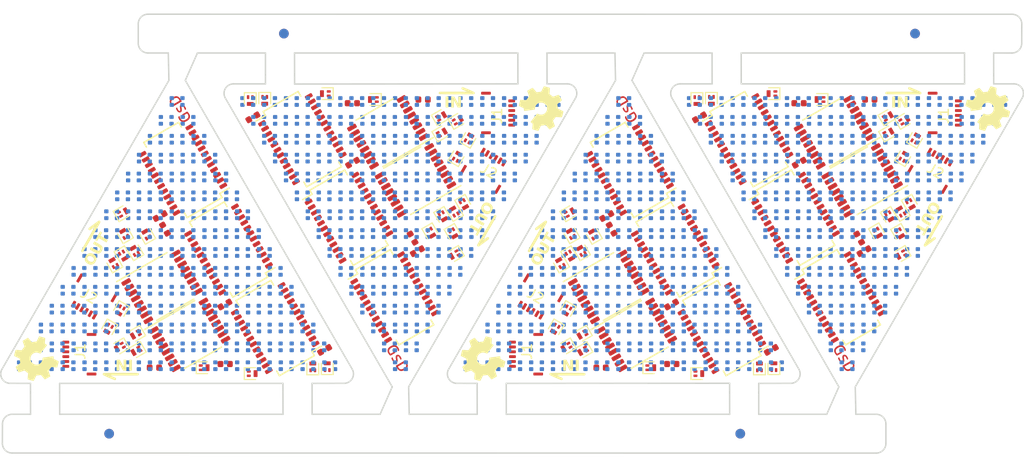
<source format=kicad_pcb>
(kicad_pcb (version 20171130) (host pcbnew 5.1.4-e60b266~84~ubuntu18.04.1)
  (layers (0 F.Cu signal) (1 In1.Cu signal) (2 In2.Cu signal) (31 B.Cu signal) (34 B.Paste user) (35 F.Paste user) (36 B.SilkS user) (37 F.SilkS user) (38 B.Mask user) (39 F.Mask user) (44 Edge.Cuts user))
  (net 0 "")
  (net 1 vcc)
  (net 2 gnd)
  (net 3 row_0)
  (net 4 row_1)
  (net 5 row_2)
  (net 6 srow_0)
  (net 7 srow_1)
  (net 8 srow_2)
  (net 9 row_3)
  (net 10 row_4)
  (net 11 row_5)
  (net 12 row_6)
  (net 13 row_7)
  (net 14 srow_3)
  (net 15 srow_4)
  (net 16 srow_5)
  (net 17 srow_6)
  (net 18 srow_7)
  (net 19 colr_0)
  (net 20 colb_0)
  (net 21 colg_0)
  (net 22 colg_1)
  (net 23 colb_1)
  (net 24 colr_1)
  (net 25 colr_2)
  (net 26 colb_2)
  (net 27 colg_2)
  (net 28 colg_3)
  (net 29 colb_3)
  (net 30 colr_3)
  (net 31 colr_4)
  (net 32 colb_4)
  (net 33 colg_4)
  (net 34 colg_5)
  (net 35 colb_5)
  (net 36 colr_5)
  (net 37 colr_6)
  (net 38 colb_6)
  (net 39 colg_6)
  (net 40 colg_7)
  (net 41 colb_7)
  (net 42 colr_7)
  (net 43 colr_8)
  (net 44 colb_8)
  (net 45 colg_8)
  (net 46 colg_9)
  (net 47 colb_9)
  (net 48 colr_9)
  (net 49 colr_10)
  (net 50 colb_10)
  (net 51 colg_10)
  (net 52 colr_11)
  (net 53 colb_11)
  (net 54 colg_11)
  (net 55 colr_12)
  (net 56 colb_12)
  (net 57 colg_12)
  (net 58 colg_13)
  (net 59 colb_13)
  (net 60 colr_13)
  (net 61 colg_14)
  (net 62 colb_14)
  (net 63 colr_14)
  (net 64 colr_15)
  (net 65 colb_15)
  (net 66 colg_15)
  (net 67 blank)
  (net 68 latch)
  (net 69 sclk)
  (net 70 dat)
  (net 71 sdo_U3)
  (net 72 sdo_U1>sdi_U2)
  (net 73 sdo_U2>sdi_U3)
  (net 74 dat_out)
  (net 75 row_8)
  (net 76 row_9)
  (net 77 row_10)
  (net 78 row_11)
  (net 79 row_12)
  (net 80 row_13)
  (net 81 row_14)
  (net 82 srow_8)
  (net 83 srow_9)
  (net 84 srow_10)
  (net 85 srow_11)
  (net 86 srow_12)
  (net 87 srow_13)
  (net 88 srow_14)
  (net 89 U1_r_ext)
  (net 90 U2_r_ext)
  (net 91 U3_r_ext)
  (net 92 sdo_U4>sdi_U5)
  (module Fiducial:Fiducial_1mm_Mask2mm (layer B.Cu) (at 107 124.25 180)
    (fp_text reference REF** hide)
    (fp_text value Fiducial_1mm_Mask2mm hide)
    (pad "" smd circle (at 0 0 180) (size 1 1) (layers B.Cu B.Mask) (clearance 0.5))
  )
  (module Fiducial:Fiducial_1mm_Mask2mm (layer B.Cu) (at 172 124.25 180)
    (fp_text reference REF** hide)
    (fp_text value Fiducial_1mm_Mask2mm hide)
    (pad "" smd circle (at 0 0 180) (size 1 1) (layers B.Cu B.Mask) (clearance 0.5))
  )
  (module Fiducial:Fiducial_1mm_Mask2mm (layer F.Cu) (at 172 124.25 180)
    (fp_text reference REF** hide)
    (fp_text value Fiducial_1mm_Mask2mm hide)
    (pad "" smd circle (at 0 0 180) (size 1 1) (layers F.Cu F.Mask) (clearance 0.5))
  )
  (module Fiducial:Fiducial_1mm_Mask2mm (layer F.Cu) (at 107 124.25 180)
    (fp_text reference REF** hide)
    (fp_text value Fiducial_1mm_Mask2mm hide)
    (pad "" smd circle (at 0 0 180) (size 1 1) (layers F.Cu F.Mask) (clearance 0.5))
  )
  (module Fiducial:Fiducial_1mm_Mask2mm (layer B.Cu) (at 190 83)
    (fp_text reference REF** hide)
    (fp_text value Fiducial_1mm_Mask2mm hide)
    (pad "" smd circle (at 0 0) (size 1 1) (layers B.Cu B.Mask) (clearance 0.5))
  )
  (module Fiducial:Fiducial_1mm_Mask2mm (layer B.Cu) (at 125 83)
    (fp_text reference REF** hide)
    (fp_text value Fiducial_1mm_Mask2mm hide)
    (pad "" smd circle (at 0 0) (size 1 1) (layers B.Cu B.Mask) (clearance 0.5))
  )
  (module MountingHole:MountingHole_2.1mm (layer F.Cu) (at 184.5 124.25 180)
    (fp_text reference "" (at 0 -3.2) (layer F.SilkS))
    (fp_text value "")
    (pad "" np_thru_hole circle (at 0 0 180) (size 1.6 1.6) (drill 1.6) (layers *.Cu *.Paste *.Mask))
  )
  (module MountingHole:MountingHole_2.1mm (layer F.Cu) (at 98.5 124.25 180)
    (fp_text reference "" (at 0 -3.2) (layer F.SilkS))
    (fp_text value "")
    (pad "" np_thru_hole circle (at 0 0 180) (size 1.6 1.6) (drill 1.6) (layers *.Cu *.Paste *.Mask))
  )
  (module MountingHole:MountingHole_2.1mm (layer F.Cu) (at 126 120 180)
    (fp_text reference REF** hide)
    (fp_text value MountingHole_2.1mm hide)
    (pad "" np_thru_hole circle (at 0 0 180) (size 0.5 0.5) (drill 0.5) (layers *.Cu *.Mask))
  )
  (module MountingHole:MountingHole_2.1mm (layer F.Cu) (at 101.5 120 180)
    (fp_text reference REF** hide)
    (fp_text value MountingHole_2.1mm hide)
    (pad "" np_thru_hole circle (at 0 0 180) (size 0.5 0.5) (drill 0.5) (layers *.Cu *.Mask))
  )
  (module MountingHole:MountingHole_2.1mm (layer F.Cu) (at 137.5 121 180)
    (fp_text reference REF** hide)
    (fp_text value MountingHole_2.1mm hide)
    (pad "" np_thru_hole circle (at 0 0 180) (size 0.5 0.5) (drill 0.5) (layers *.Cu *.Mask))
  )
  (module MountingHole:MountingHole_2.1mm (layer F.Cu) (at 100.75 120 180)
    (fp_text reference REF** hide)
    (fp_text value MountingHole_2.1mm hide)
    (pad "" np_thru_hole circle (at 0 0 180) (size 0.5 0.5) (drill 0.5) (layers *.Cu *.Mask))
  )
  (module MountingHole:MountingHole_2.1mm (layer F.Cu) (at 99.25 120 180)
    (fp_text reference REF** hide)
    (fp_text value MountingHole_2.1mm hide)
    (pad "" np_thru_hole circle (at 0 0 180) (size 0.5 0.5) (drill 0.5) (layers *.Cu *.Mask))
  )
  (module MountingHole:MountingHole_2.1mm (layer F.Cu) (at 125.25 120 180)
    (fp_text reference REF** hide)
    (fp_text value MountingHole_2.1mm hide)
    (pad "" np_thru_hole circle (at 0 0 180) (size 0.5 0.5) (drill 0.5) (layers *.Cu *.Mask))
  )
  (module MountingHole:MountingHole_2.1mm (layer F.Cu) (at 100 120 180)
    (fp_text reference REF** hide)
    (fp_text value MountingHole_2.1mm hide)
    (pad "" np_thru_hole circle (at 0 0 180) (size 0.5 0.5) (drill 0.5) (layers *.Cu *.Mask))
  )
  (module MountingHole:MountingHole_2.1mm (layer F.Cu) (at 136.75 121 180)
    (fp_text reference REF** hide)
    (fp_text value MountingHole_2.1mm hide)
    (pad "" np_thru_hole circle (at 0 0 180) (size 0.5 0.5) (drill 0.5) (layers *.Cu *.Mask))
  )
  (module MountingHole:MountingHole_2.1mm (layer F.Cu) (at 126.75 120 180)
    (fp_text reference REF** hide)
    (fp_text value MountingHole_2.1mm hide)
    (pad "" np_thru_hole circle (at 0 0 180) (size 0.5 0.5) (drill 0.5) (layers *.Cu *.Mask))
  )
  (module MountingHole:MountingHole_2.1mm (layer F.Cu) (at 127.499999 120 180)
    (fp_text reference REF** hide)
    (fp_text value MountingHole_2.1mm hide)
    (pad "" np_thru_hole circle (at 0 0 180) (size 0.5 0.5) (drill 0.5) (layers *.Cu *.Mask))
  )
  (module MountingHole:MountingHole_2.1mm (layer F.Cu) (at 136 121 180)
    (fp_text reference REF** hide)
    (fp_text value MountingHole_2.1mm hide)
    (pad "" np_thru_hole circle (at 0 0 180) (size 0.5 0.5) (drill 0.5) (layers *.Cu *.Mask))
  )
  (module MountingHole:MountingHole_2.1mm (layer F.Cu) (at 183.5 121 180)
    (fp_text reference REF** hide)
    (fp_text value MountingHole_2.1mm hide)
    (pad "" np_thru_hole circle (at 0 0 180) (size 0.5 0.5) (drill 0.5) (layers *.Cu *.Mask))
  )
  (module MountingHole:MountingHole_2.1mm (layer F.Cu) (at 182.75 121 180)
    (fp_text reference REF** hide)
    (fp_text value MountingHole_2.1mm hide)
    (pad "" np_thru_hole circle (at 0 0 180) (size 0.5 0.5) (drill 0.5) (layers *.Cu *.Mask))
  )
  (module MountingHole:MountingHole_2.1mm (layer F.Cu) (at 182 121 180)
    (fp_text reference REF** hide)
    (fp_text value MountingHole_2.1mm hide)
    (pad "" np_thru_hole circle (at 0 0 180) (size 0.5 0.5) (drill 0.5) (layers *.Cu *.Mask))
  )
  (module MountingHole:MountingHole_2.1mm (layer F.Cu) (at 173.5 120 180)
    (fp_text reference REF** hide)
    (fp_text value MountingHole_2.1mm hide)
    (pad "" np_thru_hole circle (at 0 0 180) (size 0.5 0.5) (drill 0.5) (layers *.Cu *.Mask))
  )
  (module MountingHole:MountingHole_2.1mm (layer F.Cu) (at 172.75 120 180)
    (fp_text reference REF** hide)
    (fp_text value MountingHole_2.1mm hide)
    (pad "" np_thru_hole circle (at 0 0 180) (size 0.5 0.5) (drill 0.5) (layers *.Cu *.Mask))
  )
  (module MountingHole:MountingHole_2.1mm (layer F.Cu) (at 172 120 180)
    (fp_text reference REF** hide)
    (fp_text value MountingHole_2.1mm hide)
    (pad "" np_thru_hole circle (at 0 0 180) (size 0.5 0.5) (drill 0.5) (layers *.Cu *.Mask))
  )
  (module MountingHole:MountingHole_2.1mm (layer F.Cu) (at 171.25 120 180)
    (fp_text reference REF** hide)
    (fp_text value MountingHole_2.1mm hide)
    (pad "" np_thru_hole circle (at 0 0 180) (size 0.5 0.5) (drill 0.5) (layers *.Cu *.Mask))
  )
  (module MountingHole:MountingHole_2.1mm (layer F.Cu) (at 147.5 120 180)
    (fp_text reference REF** hide)
    (fp_text value MountingHole_2.1mm hide)
    (pad "" np_thru_hole circle (at 0 0 180) (size 0.5 0.5) (drill 0.5) (layers *.Cu *.Mask))
  )
  (module MountingHole:MountingHole_2.1mm (layer F.Cu) (at 146.75 120 180)
    (fp_text reference REF** hide)
    (fp_text value MountingHole_2.1mm hide)
    (pad "" np_thru_hole circle (at 0 0 180) (size 0.5 0.5) (drill 0.5) (layers *.Cu *.Mask))
  )
  (module MountingHole:MountingHole_2.1mm (layer F.Cu) (at 146 120 180)
    (fp_text reference REF** hide)
    (fp_text value MountingHole_2.1mm hide)
    (pad "" np_thru_hole circle (at 0 0 180) (size 0.5 0.5) (drill 0.5) (layers *.Cu *.Mask))
  )
  (module MountingHole:MountingHole_2.1mm (layer F.Cu) (at 145.25 120 180)
    (fp_text reference REF** hide)
    (fp_text value MountingHole_2.1mm hide)
    (pad "" np_thru_hole circle (at 0 0 180) (size 0.5 0.5) (drill 0.5) (layers *.Cu *.Mask))
  )
  (module MountingHole:MountingHole_2.1mm (layer F.Cu) (at 198.5 83)
    (fp_text reference "" (at 0 -3.2) (layer F.SilkS))
    (fp_text value "")
    (pad "" np_thru_hole circle (at 0 0) (size 1.6 1.6) (drill 1.6) (layers *.Cu *.Paste *.Mask))
  )
  (module MountingHole:MountingHole_2.1mm (layer F.Cu) (at 112.5 83)
    (fp_text reference "" (at 0 -3.2) (layer F.SilkS))
    (fp_text value "")
    (pad "" np_thru_hole circle (at 0 0) (size 1.6 1.6) (drill 1.6) (layers *.Cu *.Paste *.Mask))
  )
  (module MountingHole:MountingHole_2.1mm (layer F.Cu) (at 159.5 86.25)
    (fp_text reference REF** hide)
    (fp_text value MountingHole_2.1mm hide)
    (pad "" np_thru_hole circle (at 0 0) (size 0.5 0.5) (drill 0.5) (layers *.Cu *.Mask))
  )
  (module MountingHole:MountingHole_2.1mm (layer F.Cu) (at 160.25 86.25)
    (fp_text reference REF** hide)
    (fp_text value MountingHole_2.1mm hide)
    (pad "" np_thru_hole circle (at 0 0) (size 0.5 0.5) (drill 0.5) (layers *.Cu *.Mask))
  )
  (module MountingHole:MountingHole_2.1mm (layer F.Cu) (at 161 86.25)
    (fp_text reference REF** hide)
    (fp_text value MountingHole_2.1mm hide)
    (pad "" np_thru_hole circle (at 0 0) (size 0.5 0.5) (drill 0.5) (layers *.Cu *.Mask))
  )
  (module MountingHole:MountingHole_2.1mm (layer F.Cu) (at 169.5 87.25)
    (fp_text reference REF** hide)
    (fp_text value MountingHole_2.1mm hide)
    (pad "" np_thru_hole circle (at 0 0) (size 0.5 0.5) (drill 0.5) (layers *.Cu *.Mask))
  )
  (module MountingHole:MountingHole_2.1mm (layer F.Cu) (at 170.25 87.25)
    (fp_text reference REF** hide)
    (fp_text value MountingHole_2.1mm hide)
    (pad "" np_thru_hole circle (at 0 0) (size 0.5 0.5) (drill 0.5) (layers *.Cu *.Mask))
  )
  (module MountingHole:MountingHole_2.1mm (layer F.Cu) (at 171 87.25)
    (fp_text reference REF** hide)
    (fp_text value MountingHole_2.1mm hide)
    (pad "" np_thru_hole circle (at 0 0) (size 0.5 0.5) (drill 0.5) (layers *.Cu *.Mask))
  )
  (module MountingHole:MountingHole_2.1mm (layer F.Cu) (at 171.75 87.25)
    (fp_text reference REF** hide)
    (fp_text value MountingHole_2.1mm hide)
    (pad "" np_thru_hole circle (at 0 0) (size 0.5 0.5) (drill 0.5) (layers *.Cu *.Mask))
  )
  (module MountingHole:MountingHole_2.1mm (layer F.Cu) (at 195.5 87.25)
    (fp_text reference REF** hide)
    (fp_text value MountingHole_2.1mm hide)
    (pad "" np_thru_hole circle (at 0 0) (size 0.5 0.5) (drill 0.5) (layers *.Cu *.Mask))
  )
  (module MountingHole:MountingHole_2.1mm (layer F.Cu) (at 196.25 87.25)
    (fp_text reference REF** hide)
    (fp_text value MountingHole_2.1mm hide)
    (pad "" np_thru_hole circle (at 0 0) (size 0.5 0.5) (drill 0.5) (layers *.Cu *.Mask))
  )
  (module MountingHole:MountingHole_2.1mm (layer F.Cu) (at 197 87.25)
    (fp_text reference REF** hide)
    (fp_text value MountingHole_2.1mm hide)
    (pad "" np_thru_hole circle (at 0 0) (size 0.5 0.5) (drill 0.5) (layers *.Cu *.Mask))
  )
  (module MountingHole:MountingHole_2.1mm (layer F.Cu) (at 197.75 87.25)
    (fp_text reference REF** hide)
    (fp_text value MountingHole_2.1mm hide)
    (pad "" np_thru_hole circle (at 0 0) (size 0.5 0.5) (drill 0.5) (layers *.Cu *.Mask))
  )
  (module gkl_led:led_rbag_1515_dense (layer B.Cu) (at 139.246 113.352)
    (fp_text reference D3 hide)
    (fp_text value LED_ARGB hide)
    (pad 3 smd roundrect (at 0.55125 -0.34875) (size 0.443 0.406) (layers B.Cu B.Paste B.Mask) (roundrect_rratio 0.197))
    (pad 4 smd roundrect (at -0.55125 -0.34875) (size 0.443 0.406) (layers B.Cu B.Paste B.Mask) (roundrect_rratio 0.197))
    (pad 2 smd roundrect (at 0.55125 0.34875) (size 0.443 0.406) (layers B.Cu B.Paste B.Mask) (roundrect_rratio 0.197))
    (pad 1 smd roundrect (at -0.55125 0.34875) (size 0.443 0.406) (layers B.Cu B.Paste B.Mask) (roundrect_rratio 0.197))
  )
  (module gkl_led:led_rbag_1515_dense (layer B.Cu) (at 185.246 113.352)
    (fp_text reference D3 hide)
    (fp_text value LED_ARGB hide)
    (pad 3 smd roundrect (at 0.55125 -0.34875) (size 0.443 0.406) (layers B.Cu B.Paste B.Mask) (roundrect_rratio 0.197))
    (pad 4 smd roundrect (at -0.55125 -0.34875) (size 0.443 0.406) (layers B.Cu B.Paste B.Mask) (roundrect_rratio 0.197))
    (pad 2 smd roundrect (at 0.55125 0.34875) (size 0.443 0.406) (layers B.Cu B.Paste B.Mask) (roundrect_rratio 0.197))
    (pad 1 smd roundrect (at -0.55125 0.34875) (size 0.443 0.406) (layers B.Cu B.Paste B.Mask) (roundrect_rratio 0.197))
  )
  (module gkl_led:led_rbag_1515_dense (layer B.Cu) (at 157.754 93.892 180)
    (fp_text reference D3 hide)
    (fp_text value LED_ARGB hide)
    (pad 3 smd roundrect (at 0.55125 -0.34875 180) (size 0.443 0.406) (layers B.Cu B.Paste B.Mask) (roundrect_rratio 0.197))
    (pad 4 smd roundrect (at -0.55125 -0.34875 180) (size 0.443 0.406) (layers B.Cu B.Paste B.Mask) (roundrect_rratio 0.197))
    (pad 2 smd roundrect (at 0.55125 0.34875 180) (size 0.443 0.406) (layers B.Cu B.Paste B.Mask) (roundrect_rratio 0.197))
    (pad 1 smd roundrect (at -0.55125 0.34875 180) (size 0.443 0.406) (layers B.Cu B.Paste B.Mask) (roundrect_rratio 0.197))
  )
  (module gkl_led:led_rbag_1515_dense (layer B.Cu) (at 137 117.244)
    (fp_text reference D1 hide)
    (fp_text value LED_ARGB hide)
    (pad 3 smd roundrect (at 0.55125 -0.34875) (size 0.443 0.406) (layers B.Cu B.Paste B.Mask) (roundrect_rratio 0.197))
    (pad 4 smd roundrect (at -0.55125 -0.34875) (size 0.443 0.406) (layers B.Cu B.Paste B.Mask) (roundrect_rratio 0.197))
    (pad 2 smd roundrect (at 0.55125 0.34875) (size 0.443 0.406) (layers B.Cu B.Paste B.Mask) (roundrect_rratio 0.197))
    (pad 1 smd roundrect (at -0.55125 0.34875) (size 0.443 0.406) (layers B.Cu B.Paste B.Mask) (roundrect_rratio 0.197))
  )
  (module gkl_led:led_rbag_1515_dense (layer B.Cu) (at 183 117.244)
    (fp_text reference D1 hide)
    (fp_text value LED_ARGB hide)
    (pad 3 smd roundrect (at 0.55125 -0.34875) (size 0.443 0.406) (layers B.Cu B.Paste B.Mask) (roundrect_rratio 0.197))
    (pad 4 smd roundrect (at -0.55125 -0.34875) (size 0.443 0.406) (layers B.Cu B.Paste B.Mask) (roundrect_rratio 0.197))
    (pad 2 smd roundrect (at 0.55125 0.34875) (size 0.443 0.406) (layers B.Cu B.Paste B.Mask) (roundrect_rratio 0.197))
    (pad 1 smd roundrect (at -0.55125 0.34875) (size 0.443 0.406) (layers B.Cu B.Paste B.Mask) (roundrect_rratio 0.197))
  )
  (module gkl_led:led_rbag_1515_dense (layer B.Cu) (at 160 90 180)
    (fp_text reference D1 hide)
    (fp_text value LED_ARGB hide)
    (pad 3 smd roundrect (at 0.55125 -0.34875 180) (size 0.443 0.406) (layers B.Cu B.Paste B.Mask) (roundrect_rratio 0.197))
    (pad 4 smd roundrect (at -0.55125 -0.34875 180) (size 0.443 0.406) (layers B.Cu B.Paste B.Mask) (roundrect_rratio 0.197))
    (pad 2 smd roundrect (at 0.55125 0.34875 180) (size 0.443 0.406) (layers B.Cu B.Paste B.Mask) (roundrect_rratio 0.197))
    (pad 1 smd roundrect (at -0.55125 0.34875 180) (size 0.443 0.406) (layers B.Cu B.Paste B.Mask) (roundrect_rratio 0.197))
  )
  (module gkl_misc:TSSOP-16_slim (layer F.Cu) (at 135.7 93.184 210)
    (fp_text reference U5 hide)
    (fp_text value 74HC595 hide)
    (pad 1 smd roundrect (at -2.95 -2.275 210) (size 1 0.45) (layers F.Cu F.Paste F.Mask))
    (pad 2 smd roundrect (at -2.95 -1.625 210) (size 1 0.45) (layers F.Cu F.Paste F.Mask))
    (pad 3 smd roundrect (at -2.95 -0.975 210) (size 1 0.45) (layers F.Cu F.Paste F.Mask))
    (pad 4 smd roundrect (at -2.95 -0.325 210) (size 1 0.45) (layers F.Cu F.Paste F.Mask))
    (pad 5 smd roundrect (at -2.95 0.325 210) (size 1 0.45) (layers F.Cu F.Paste F.Mask))
    (pad 6 smd roundrect (at -2.95 0.975 210) (size 1 0.45) (layers F.Cu F.Paste F.Mask))
    (pad 7 smd roundrect (at -2.95 1.625 210) (size 1 0.45) (layers F.Cu F.Paste F.Mask))
    (pad 8 smd roundrect (at -2.95 2.275 210) (size 1 0.45) (layers F.Cu F.Paste F.Mask))
    (pad 9 smd roundrect (at 2.95 2.275 210) (size 1 0.45) (layers F.Cu F.Paste F.Mask))
    (pad 10 smd roundrect (at 2.95 1.625 210) (size 1 0.45) (layers F.Cu F.Paste F.Mask))
    (pad 11 smd roundrect (at 2.95 0.975 210) (size 1 0.45) (layers F.Cu F.Paste F.Mask))
    (pad 12 smd roundrect (at 2.95 0.325 210) (size 1 0.45) (layers F.Cu F.Paste F.Mask))
    (pad 13 smd roundrect (at 2.95 -0.325 210) (size 1 0.45) (layers F.Cu F.Paste F.Mask))
    (pad 14 smd roundrect (at 2.95 -0.975 210) (size 1 0.45) (layers F.Cu F.Paste F.Mask))
    (pad 15 smd roundrect (at 2.95 -1.625 210) (size 1 0.45) (layers F.Cu F.Paste F.Mask))
    (pad 16 smd roundrect (at 2.95 -2.275 210) (size 1 0.45) (layers F.Cu F.Paste F.Mask))
  )
  (module gkl_misc:TSSOP-16_slim (layer F.Cu) (at 181.7 93.184 210)
    (fp_text reference U5 hide)
    (fp_text value 74HC595 hide)
    (pad 1 smd roundrect (at -2.95 -2.275 210) (size 1 0.45) (layers F.Cu F.Paste F.Mask))
    (pad 2 smd roundrect (at -2.95 -1.625 210) (size 1 0.45) (layers F.Cu F.Paste F.Mask))
    (pad 3 smd roundrect (at -2.95 -0.975 210) (size 1 0.45) (layers F.Cu F.Paste F.Mask))
    (pad 4 smd roundrect (at -2.95 -0.325 210) (size 1 0.45) (layers F.Cu F.Paste F.Mask))
    (pad 5 smd roundrect (at -2.95 0.325 210) (size 1 0.45) (layers F.Cu F.Paste F.Mask))
    (pad 6 smd roundrect (at -2.95 0.975 210) (size 1 0.45) (layers F.Cu F.Paste F.Mask))
    (pad 7 smd roundrect (at -2.95 1.625 210) (size 1 0.45) (layers F.Cu F.Paste F.Mask))
    (pad 8 smd roundrect (at -2.95 2.275 210) (size 1 0.45) (layers F.Cu F.Paste F.Mask))
    (pad 9 smd roundrect (at 2.95 2.275 210) (size 1 0.45) (layers F.Cu F.Paste F.Mask))
    (pad 10 smd roundrect (at 2.95 1.625 210) (size 1 0.45) (layers F.Cu F.Paste F.Mask))
    (pad 11 smd roundrect (at 2.95 0.975 210) (size 1 0.45) (layers F.Cu F.Paste F.Mask))
    (pad 12 smd roundrect (at 2.95 0.325 210) (size 1 0.45) (layers F.Cu F.Paste F.Mask))
    (pad 13 smd roundrect (at 2.95 -0.325 210) (size 1 0.45) (layers F.Cu F.Paste F.Mask))
    (pad 14 smd roundrect (at 2.95 -0.975 210) (size 1 0.45) (layers F.Cu F.Paste F.Mask))
    (pad 15 smd roundrect (at 2.95 -1.625 210) (size 1 0.45) (layers F.Cu F.Paste F.Mask))
    (pad 16 smd roundrect (at 2.95 -2.275 210) (size 1 0.45) (layers F.Cu F.Paste F.Mask))
  )
  (module gkl_misc:TSSOP-16_slim (layer F.Cu) (at 161.3 114.06 30)
    (fp_text reference U5 hide)
    (fp_text value 74HC595 hide)
    (pad 1 smd roundrect (at -2.95 -2.275 30) (size 1 0.45) (layers F.Cu F.Paste F.Mask))
    (pad 2 smd roundrect (at -2.95 -1.625 30) (size 1 0.45) (layers F.Cu F.Paste F.Mask))
    (pad 3 smd roundrect (at -2.95 -0.975 30) (size 1 0.45) (layers F.Cu F.Paste F.Mask))
    (pad 4 smd roundrect (at -2.95 -0.325 30) (size 1 0.45) (layers F.Cu F.Paste F.Mask))
    (pad 5 smd roundrect (at -2.95 0.325 30) (size 1 0.45) (layers F.Cu F.Paste F.Mask))
    (pad 6 smd roundrect (at -2.95 0.975 30) (size 1 0.45) (layers F.Cu F.Paste F.Mask))
    (pad 7 smd roundrect (at -2.95 1.625 30) (size 1 0.45) (layers F.Cu F.Paste F.Mask))
    (pad 8 smd roundrect (at -2.95 2.275 30) (size 1 0.45) (layers F.Cu F.Paste F.Mask))
    (pad 9 smd roundrect (at 2.95 2.275 30) (size 1 0.45) (layers F.Cu F.Paste F.Mask))
    (pad 10 smd roundrect (at 2.95 1.625 30) (size 1 0.45) (layers F.Cu F.Paste F.Mask))
    (pad 11 smd roundrect (at 2.95 0.975 30) (size 1 0.45) (layers F.Cu F.Paste F.Mask))
    (pad 12 smd roundrect (at 2.95 0.325 30) (size 1 0.45) (layers F.Cu F.Paste F.Mask))
    (pad 13 smd roundrect (at 2.95 -0.325 30) (size 1 0.45) (layers F.Cu F.Paste F.Mask))
    (pad 14 smd roundrect (at 2.95 -0.975 30) (size 1 0.45) (layers F.Cu F.Paste F.Mask))
    (pad 15 smd roundrect (at 2.95 -1.625 30) (size 1 0.45) (layers F.Cu F.Paste F.Mask))
    (pad 16 smd roundrect (at 2.95 -2.275 30) (size 1 0.45) (layers F.Cu F.Paste F.Mask))
  )
  (module gsd_logo_small (layer F.Cu) (at 136.643083 116.495802 300)
    (fp_text reference G*** hide)
    (fp_text value LOGO hide)
    (fp_poly (pts (xy -0.729586 -0.662399) (xy -0.677333 -0.647505) (xy -0.626418 -0.62313) (xy -0.603622 -0.588205) (xy -0.59668 -0.543282) (xy -0.593267 -0.492195) (xy -0.600915 -0.471095) (xy -0.629252 -0.474961) (xy -0.684652 -0.497417) (xy -0.793084 -0.52487) (xy -0.911313 -0.52619) (xy -1.021487 -0.502134) (xy -1.067329 -0.481194) (xy -1.152001 -0.414193) (xy -1.209167 -0.323118) (xy -1.240724 -0.203739) (xy -1.248833 -0.077437) (xy -1.235812 0.076285) (xy -1.196686 0.196724) (xy -1.131367 0.283993) (xy -1.039764 0.338206) (xy -0.921786 0.359477) (xy -0.902158 0.359833) (xy -0.827591 0.358133) (xy -0.78048 0.347764) (xy -0.754524 0.320825) (xy -0.743421 0.269416) (xy -0.740872 0.185636) (xy -0.740833 0.157542) (xy -0.740833 -0.019054) (xy -0.862541 -0.025402) (xy -0.931356 -0.030401) (xy -0.968596 -0.039801) (xy -0.985008 -0.059004) (xy -0.990947 -0.089958) (xy -0.997645 -0.148167) (xy -0.592666 -0.148167) (xy -0.592666 0.440359) (xy -0.661458 0.46483) (xy -0.746414 0.485276) (xy -0.850823 0.496713) (xy -0.957542 0.498477) (xy -1.049423 0.489902) (xy -1.085247 0.481267) (xy -1.208581 0.422253) (xy -1.302342 0.335079) (xy -1.367447 0.218338) (xy -1.404808 0.070623) (xy -1.413852 -0.024121) (xy -1.40885 -0.20249) (xy -1.373738 -0.351868) (xy -1.307754 -0.47377) (xy -1.210142 -0.569709) (xy -1.111404 -0.627564) (xy -0.992941 -0.664104) (xy -0.859141 -0.676016) (xy -0.729586 -0.662399)) (layer F.Cu) (width 0.01))
    (fp_poly (pts (xy 0.162577 -0.408638) (xy 0.231651 -0.397665) (xy 0.269226 -0.38476) (xy 0.285863 -0.363181) (xy 0.292122 -0.326181) (xy 0.292151 -0.325883) (xy 0.298552 -0.260216) (xy 0.140244 -0.270375) (xy 0.023554 -0.274289) (xy -0.058453 -0.267638) (xy -0.112413 -0.249068) (xy -0.144962 -0.217221) (xy -0.1483 -0.211417) (xy -0.159408 -0.158528) (xy -0.131713 -0.111118) (xy -0.063856 -0.06759) (xy -0.005378 -0.043426) (xy 0.120986 0.004376) (xy 0.212326 0.044812) (xy 0.274186 0.082617) (xy 0.312111 0.122522) (xy 0.331646 0.16926) (xy 0.338334 0.227561) (xy 0.338667 0.250217) (xy 0.332061 0.319458) (xy 0.306108 0.369754) (xy 0.275785 0.401589) (xy 0.193201 0.454029) (xy 0.081845 0.489442) (xy -0.047579 0.506087) (xy -0.184364 0.50222) (xy -0.264583 0.489528) (xy -0.310364 0.472303) (xy -0.330277 0.436937) (xy -0.334784 0.40645) (xy -0.341485 0.336834) (xy -0.228951 0.353625) (xy -0.077646 0.369325) (xy 0.038464 0.366191) (xy 0.11832 0.344321) (xy 0.151534 0.318598) (xy 0.179753 0.277874) (xy 0.1905 0.251655) (xy 0.170586 0.212403) (xy 0.114686 0.169922) (xy 0.028559 0.127998) (xy -0.031142 0.106035) (xy -0.115912 0.072019) (xy -0.195079 0.030549) (xy -0.245396 -0.004577) (xy -0.292577 -0.05312) (xy -0.313312 -0.100997) (xy -0.3175 -0.159315) (xy -0.298442 -0.24985) (xy -0.244324 -0.323152) (xy -0.159727 -0.376842) (xy -0.04923 -0.40854) (xy 0.082583 -0.415868) (xy 0.162577 -0.408638)) (layer F.Cu) (width 0.01))
    (fp_poly (pts (xy 0.809625 -0.656049) (xy 0.948894 -0.652824) (xy 1.055352 -0.641742) (xy 1.138164 -0.620435) (xy 1.206496 -0.586535) (xy 1.269512 -0.537672) (xy 1.270237 -0.537018) (xy 1.340037 -0.45732) (xy 1.386054 -0.362298) (xy 1.410458 -0.244688) (xy 1.415419 -0.097228) (xy 1.413931 -0.056017) (xy 1.39408 0.106816) (xy 1.349894 0.237949) (xy 1.279148 0.339287) (xy 1.179619 0.412731) (xy 1.049083 0.460187) (xy 0.885316 0.483556) (xy 0.779803 0.486833) (xy 0.592667 0.486833) (xy 0.592667 0.338667) (xy 0.762 0.338667) (xy 0.884039 0.338667) (xy 0.998972 0.327347) (xy 1.079303 0.299395) (xy 1.160578 0.233792) (xy 1.215228 0.137724) (xy 1.243868 0.009786) (xy 1.248834 -0.087568) (xy 1.23982 -0.236059) (xy 1.21085 -0.349515) (xy 1.159033 -0.431642) (xy 1.081476 -0.486148) (xy 0.975288 -0.516738) (xy 0.908005 -0.524408) (xy 0.762 -0.534855) (xy 0.762 0.338667) (xy 0.592667 0.338667) (xy 0.592667 -0.656167) (xy 0.809625 -0.656049)) (layer F.Cu) (width 0.01))
  )
  (module gsd_logo_small (layer F.Cu) (at 182.643083 116.495802 300)
    (fp_text reference G*** hide)
    (fp_text value LOGO hide)
    (fp_poly (pts (xy -0.729586 -0.662399) (xy -0.677333 -0.647505) (xy -0.626418 -0.62313) (xy -0.603622 -0.588205) (xy -0.59668 -0.543282) (xy -0.593267 -0.492195) (xy -0.600915 -0.471095) (xy -0.629252 -0.474961) (xy -0.684652 -0.497417) (xy -0.793084 -0.52487) (xy -0.911313 -0.52619) (xy -1.021487 -0.502134) (xy -1.067329 -0.481194) (xy -1.152001 -0.414193) (xy -1.209167 -0.323118) (xy -1.240724 -0.203739) (xy -1.248833 -0.077437) (xy -1.235812 0.076285) (xy -1.196686 0.196724) (xy -1.131367 0.283993) (xy -1.039764 0.338206) (xy -0.921786 0.359477) (xy -0.902158 0.359833) (xy -0.827591 0.358133) (xy -0.78048 0.347764) (xy -0.754524 0.320825) (xy -0.743421 0.269416) (xy -0.740872 0.185636) (xy -0.740833 0.157542) (xy -0.740833 -0.019054) (xy -0.862541 -0.025402) (xy -0.931356 -0.030401) (xy -0.968596 -0.039801) (xy -0.985008 -0.059004) (xy -0.990947 -0.089958) (xy -0.997645 -0.148167) (xy -0.592666 -0.148167) (xy -0.592666 0.440359) (xy -0.661458 0.46483) (xy -0.746414 0.485276) (xy -0.850823 0.496713) (xy -0.957542 0.498477) (xy -1.049423 0.489902) (xy -1.085247 0.481267) (xy -1.208581 0.422253) (xy -1.302342 0.335079) (xy -1.367447 0.218338) (xy -1.404808 0.070623) (xy -1.413852 -0.024121) (xy -1.40885 -0.20249) (xy -1.373738 -0.351868) (xy -1.307754 -0.47377) (xy -1.210142 -0.569709) (xy -1.111404 -0.627564) (xy -0.992941 -0.664104) (xy -0.859141 -0.676016) (xy -0.729586 -0.662399)) (layer F.Cu) (width 0.01))
    (fp_poly (pts (xy 0.162577 -0.408638) (xy 0.231651 -0.397665) (xy 0.269226 -0.38476) (xy 0.285863 -0.363181) (xy 0.292122 -0.326181) (xy 0.292151 -0.325883) (xy 0.298552 -0.260216) (xy 0.140244 -0.270375) (xy 0.023554 -0.274289) (xy -0.058453 -0.267638) (xy -0.112413 -0.249068) (xy -0.144962 -0.217221) (xy -0.1483 -0.211417) (xy -0.159408 -0.158528) (xy -0.131713 -0.111118) (xy -0.063856 -0.06759) (xy -0.005378 -0.043426) (xy 0.120986 0.004376) (xy 0.212326 0.044812) (xy 0.274186 0.082617) (xy 0.312111 0.122522) (xy 0.331646 0.16926) (xy 0.338334 0.227561) (xy 0.338667 0.250217) (xy 0.332061 0.319458) (xy 0.306108 0.369754) (xy 0.275785 0.401589) (xy 0.193201 0.454029) (xy 0.081845 0.489442) (xy -0.047579 0.506087) (xy -0.184364 0.50222) (xy -0.264583 0.489528) (xy -0.310364 0.472303) (xy -0.330277 0.436937) (xy -0.334784 0.40645) (xy -0.341485 0.336834) (xy -0.228951 0.353625) (xy -0.077646 0.369325) (xy 0.038464 0.366191) (xy 0.11832 0.344321) (xy 0.151534 0.318598) (xy 0.179753 0.277874) (xy 0.1905 0.251655) (xy 0.170586 0.212403) (xy 0.114686 0.169922) (xy 0.028559 0.127998) (xy -0.031142 0.106035) (xy -0.115912 0.072019) (xy -0.195079 0.030549) (xy -0.245396 -0.004577) (xy -0.292577 -0.05312) (xy -0.313312 -0.100997) (xy -0.3175 -0.159315) (xy -0.298442 -0.24985) (xy -0.244324 -0.323152) (xy -0.159727 -0.376842) (xy -0.04923 -0.40854) (xy 0.082583 -0.415868) (xy 0.162577 -0.408638)) (layer F.Cu) (width 0.01))
    (fp_poly (pts (xy 0.809625 -0.656049) (xy 0.948894 -0.652824) (xy 1.055352 -0.641742) (xy 1.138164 -0.620435) (xy 1.206496 -0.586535) (xy 1.269512 -0.537672) (xy 1.270237 -0.537018) (xy 1.340037 -0.45732) (xy 1.386054 -0.362298) (xy 1.410458 -0.244688) (xy 1.415419 -0.097228) (xy 1.413931 -0.056017) (xy 1.39408 0.106816) (xy 1.349894 0.237949) (xy 1.279148 0.339287) (xy 1.179619 0.412731) (xy 1.049083 0.460187) (xy 0.885316 0.483556) (xy 0.779803 0.486833) (xy 0.592667 0.486833) (xy 0.592667 0.338667) (xy 0.762 0.338667) (xy 0.884039 0.338667) (xy 0.998972 0.327347) (xy 1.079303 0.299395) (xy 1.160578 0.233792) (xy 1.215228 0.137724) (xy 1.243868 0.009786) (xy 1.248834 -0.087568) (xy 1.23982 -0.236059) (xy 1.21085 -0.349515) (xy 1.159033 -0.431642) (xy 1.081476 -0.486148) (xy 0.975288 -0.516738) (xy 0.908005 -0.524408) (xy 0.762 -0.534855) (xy 0.762 0.338667) (xy 0.592667 0.338667) (xy 0.592667 -0.656167) (xy 0.809625 -0.656049)) (layer F.Cu) (width 0.01))
  )
  (module gsd_logo_small (layer F.Cu) (at 160.356917 90.748198 120)
    (fp_text reference G*** hide)
    (fp_text value LOGO hide)
    (fp_poly (pts (xy -0.729586 -0.662399) (xy -0.677333 -0.647505) (xy -0.626418 -0.62313) (xy -0.603622 -0.588205) (xy -0.59668 -0.543282) (xy -0.593267 -0.492195) (xy -0.600915 -0.471095) (xy -0.629252 -0.474961) (xy -0.684652 -0.497417) (xy -0.793084 -0.52487) (xy -0.911313 -0.52619) (xy -1.021487 -0.502134) (xy -1.067329 -0.481194) (xy -1.152001 -0.414193) (xy -1.209167 -0.323118) (xy -1.240724 -0.203739) (xy -1.248833 -0.077437) (xy -1.235812 0.076285) (xy -1.196686 0.196724) (xy -1.131367 0.283993) (xy -1.039764 0.338206) (xy -0.921786 0.359477) (xy -0.902158 0.359833) (xy -0.827591 0.358133) (xy -0.78048 0.347764) (xy -0.754524 0.320825) (xy -0.743421 0.269416) (xy -0.740872 0.185636) (xy -0.740833 0.157542) (xy -0.740833 -0.019054) (xy -0.862541 -0.025402) (xy -0.931356 -0.030401) (xy -0.968596 -0.039801) (xy -0.985008 -0.059004) (xy -0.990947 -0.089958) (xy -0.997645 -0.148167) (xy -0.592666 -0.148167) (xy -0.592666 0.440359) (xy -0.661458 0.46483) (xy -0.746414 0.485276) (xy -0.850823 0.496713) (xy -0.957542 0.498477) (xy -1.049423 0.489902) (xy -1.085247 0.481267) (xy -1.208581 0.422253) (xy -1.302342 0.335079) (xy -1.367447 0.218338) (xy -1.404808 0.070623) (xy -1.413852 -0.024121) (xy -1.40885 -0.20249) (xy -1.373738 -0.351868) (xy -1.307754 -0.47377) (xy -1.210142 -0.569709) (xy -1.111404 -0.627564) (xy -0.992941 -0.664104) (xy -0.859141 -0.676016) (xy -0.729586 -0.662399)) (layer F.Cu) (width 0.01))
    (fp_poly (pts (xy 0.162577 -0.408638) (xy 0.231651 -0.397665) (xy 0.269226 -0.38476) (xy 0.285863 -0.363181) (xy 0.292122 -0.326181) (xy 0.292151 -0.325883) (xy 0.298552 -0.260216) (xy 0.140244 -0.270375) (xy 0.023554 -0.274289) (xy -0.058453 -0.267638) (xy -0.112413 -0.249068) (xy -0.144962 -0.217221) (xy -0.1483 -0.211417) (xy -0.159408 -0.158528) (xy -0.131713 -0.111118) (xy -0.063856 -0.06759) (xy -0.005378 -0.043426) (xy 0.120986 0.004376) (xy 0.212326 0.044812) (xy 0.274186 0.082617) (xy 0.312111 0.122522) (xy 0.331646 0.16926) (xy 0.338334 0.227561) (xy 0.338667 0.250217) (xy 0.332061 0.319458) (xy 0.306108 0.369754) (xy 0.275785 0.401589) (xy 0.193201 0.454029) (xy 0.081845 0.489442) (xy -0.047579 0.506087) (xy -0.184364 0.50222) (xy -0.264583 0.489528) (xy -0.310364 0.472303) (xy -0.330277 0.436937) (xy -0.334784 0.40645) (xy -0.341485 0.336834) (xy -0.228951 0.353625) (xy -0.077646 0.369325) (xy 0.038464 0.366191) (xy 0.11832 0.344321) (xy 0.151534 0.318598) (xy 0.179753 0.277874) (xy 0.1905 0.251655) (xy 0.170586 0.212403) (xy 0.114686 0.169922) (xy 0.028559 0.127998) (xy -0.031142 0.106035) (xy -0.115912 0.072019) (xy -0.195079 0.030549) (xy -0.245396 -0.004577) (xy -0.292577 -0.05312) (xy -0.313312 -0.100997) (xy -0.3175 -0.159315) (xy -0.298442 -0.24985) (xy -0.244324 -0.323152) (xy -0.159727 -0.376842) (xy -0.04923 -0.40854) (xy 0.082583 -0.415868) (xy 0.162577 -0.408638)) (layer F.Cu) (width 0.01))
    (fp_poly (pts (xy 0.809625 -0.656049) (xy 0.948894 -0.652824) (xy 1.055352 -0.641742) (xy 1.138164 -0.620435) (xy 1.206496 -0.586535) (xy 1.269512 -0.537672) (xy 1.270237 -0.537018) (xy 1.340037 -0.45732) (xy 1.386054 -0.362298) (xy 1.410458 -0.244688) (xy 1.415419 -0.097228) (xy 1.413931 -0.056017) (xy 1.39408 0.106816) (xy 1.349894 0.237949) (xy 1.279148 0.339287) (xy 1.179619 0.412731) (xy 1.049083 0.460187) (xy 0.885316 0.483556) (xy 0.779803 0.486833) (xy 0.592667 0.486833) (xy 0.592667 0.338667) (xy 0.762 0.338667) (xy 0.884039 0.338667) (xy 0.998972 0.327347) (xy 1.079303 0.299395) (xy 1.160578 0.233792) (xy 1.215228 0.137724) (xy 1.243868 0.009786) (xy 1.248834 -0.087568) (xy 1.23982 -0.236059) (xy 1.21085 -0.349515) (xy 1.159033 -0.431642) (xy 1.081476 -0.486148) (xy 0.975288 -0.516738) (xy 0.908005 -0.524408) (xy 0.762 -0.534855) (xy 0.762 0.338667) (xy 0.592667 0.338667) (xy 0.592667 -0.656167) (xy 0.809625 -0.656049)) (layer F.Cu) (width 0.01))
  )
  (module gkl_led:led_rbag_1515_dense (layer B.Cu) (at 137 113.352)
    (fp_text reference D18 hide)
    (fp_text value LED_ARGB hide)
    (pad 1 smd roundrect (at -0.55125 0.34875) (size 0.443 0.406) (layers B.Cu B.Paste B.Mask) (roundrect_rratio 0.197))
    (pad 2 smd roundrect (at 0.55125 0.34875) (size 0.443 0.406) (layers B.Cu B.Paste B.Mask) (roundrect_rratio 0.197))
    (pad 4 smd roundrect (at -0.55125 -0.34875) (size 0.443 0.406) (layers B.Cu B.Paste B.Mask) (roundrect_rratio 0.197))
    (pad 3 smd roundrect (at 0.55125 -0.34875) (size 0.443 0.406) (layers B.Cu B.Paste B.Mask) (roundrect_rratio 0.197))
  )
  (module gkl_led:led_rbag_1515_dense (layer B.Cu) (at 183 113.352)
    (fp_text reference D18 hide)
    (fp_text value LED_ARGB hide)
    (pad 1 smd roundrect (at -0.55125 0.34875) (size 0.443 0.406) (layers B.Cu B.Paste B.Mask) (roundrect_rratio 0.197))
    (pad 2 smd roundrect (at 0.55125 0.34875) (size 0.443 0.406) (layers B.Cu B.Paste B.Mask) (roundrect_rratio 0.197))
    (pad 4 smd roundrect (at -0.55125 -0.34875) (size 0.443 0.406) (layers B.Cu B.Paste B.Mask) (roundrect_rratio 0.197))
    (pad 3 smd roundrect (at 0.55125 -0.34875) (size 0.443 0.406) (layers B.Cu B.Paste B.Mask) (roundrect_rratio 0.197))
  )
  (module gkl_led:led_rbag_1515_dense (layer B.Cu) (at 160 93.892 180)
    (fp_text reference D18 hide)
    (fp_text value LED_ARGB hide)
    (pad 1 smd roundrect (at -0.55125 0.34875 180) (size 0.443 0.406) (layers B.Cu B.Paste B.Mask) (roundrect_rratio 0.197))
    (pad 2 smd roundrect (at 0.55125 0.34875 180) (size 0.443 0.406) (layers B.Cu B.Paste B.Mask) (roundrect_rratio 0.197))
    (pad 4 smd roundrect (at -0.55125 -0.34875 180) (size 0.443 0.406) (layers B.Cu B.Paste B.Mask) (roundrect_rratio 0.197))
    (pad 3 smd roundrect (at 0.55125 -0.34875 180) (size 0.443 0.406) (layers B.Cu B.Paste B.Mask) (roundrect_rratio 0.197))
  )
  (module gkl_led:led_rbag_1515_dense (layer B.Cu) (at 144.861 103.622)
    (fp_text reference D8 hide)
    (fp_text value LED_ARGB hide)
    (pad 1 smd roundrect (at -0.55125 0.34875) (size 0.443 0.406) (layers B.Cu B.Paste B.Mask) (roundrect_rratio 0.197))
    (pad 2 smd roundrect (at 0.55125 0.34875) (size 0.443 0.406) (layers B.Cu B.Paste B.Mask) (roundrect_rratio 0.197))
    (pad 4 smd roundrect (at -0.55125 -0.34875) (size 0.443 0.406) (layers B.Cu B.Paste B.Mask) (roundrect_rratio 0.197))
    (pad 3 smd roundrect (at 0.55125 -0.34875) (size 0.443 0.406) (layers B.Cu B.Paste B.Mask) (roundrect_rratio 0.197))
  )
  (module gkl_led:led_rbag_1515_dense (layer B.Cu) (at 190.861 103.622)
    (fp_text reference D8 hide)
    (fp_text value LED_ARGB hide)
    (pad 1 smd roundrect (at -0.55125 0.34875) (size 0.443 0.406) (layers B.Cu B.Paste B.Mask) (roundrect_rratio 0.197))
    (pad 2 smd roundrect (at 0.55125 0.34875) (size 0.443 0.406) (layers B.Cu B.Paste B.Mask) (roundrect_rratio 0.197))
    (pad 4 smd roundrect (at -0.55125 -0.34875) (size 0.443 0.406) (layers B.Cu B.Paste B.Mask) (roundrect_rratio 0.197))
    (pad 3 smd roundrect (at 0.55125 -0.34875) (size 0.443 0.406) (layers B.Cu B.Paste B.Mask) (roundrect_rratio 0.197))
  )
  (module gkl_led:led_rbag_1515_dense (layer B.Cu) (at 152.139 103.622 180)
    (fp_text reference D8 hide)
    (fp_text value LED_ARGB hide)
    (pad 1 smd roundrect (at -0.55125 0.34875 180) (size 0.443 0.406) (layers B.Cu B.Paste B.Mask) (roundrect_rratio 0.197))
    (pad 2 smd roundrect (at 0.55125 0.34875 180) (size 0.443 0.406) (layers B.Cu B.Paste B.Mask) (roundrect_rratio 0.197))
    (pad 4 smd roundrect (at -0.55125 -0.34875 180) (size 0.443 0.406) (layers B.Cu B.Paste B.Mask) (roundrect_rratio 0.197))
    (pad 3 smd roundrect (at 0.55125 -0.34875 180) (size 0.443 0.406) (layers B.Cu B.Paste B.Mask) (roundrect_rratio 0.197))
  )
  (module in_out (layer F.Cu) (at 144.329989 96.249914 120)
    (fp_text reference G*** hide)
    (fp_text value LOGO hide)
  )
  (module in_out (layer F.Cu) (at 190.329989 96.249914 120)
    (fp_text reference G*** hide)
    (fp_text value LOGO hide)
  )
  (module in_out (layer F.Cu) (at 152.670011 110.994086 300)
    (fp_text reference G*** hide)
    (fp_text value LOGO hide)
  )
  (module Symbol:OSHW-Logo2_7.3x6mm_SilkScreen (layer F.Cu) (at 151.082545 90.965684 300)
    (fp_text reference REF** hide)
    (fp_text value OSHW-Logo2_7.3x6mm_SilkScreen hide)
  )
  (module Symbol:OSHW-Logo2_7.3x6mm_SilkScreen (layer F.Cu) (at 197.082545 90.965684 300)
    (fp_text reference REF** hide)
    (fp_text value OSHW-Logo2_7.3x6mm_SilkScreen hide)
  )
  (module Symbol:OSHW-Logo2_7.3x6mm_SilkScreen (layer F.Cu) (at 145.917455 116.278316 120)
    (fp_text reference REF** hide)
    (fp_text value OSHW-Logo2_7.3x6mm_SilkScreen hide)
  )
  (module gkl_led:led_rbag_1515_dense (layer B.Cu) (at 143.738 101.676)
    (fp_text reference D24 hide)
    (fp_text value LED_ARGB hide)
    (pad 1 smd roundrect (at -0.55125 0.34875) (size 0.443 0.406) (layers B.Cu B.Paste B.Mask) (roundrect_rratio 0.197))
    (pad 2 smd roundrect (at 0.55125 0.34875) (size 0.443 0.406) (layers B.Cu B.Paste B.Mask) (roundrect_rratio 0.197))
    (pad 4 smd roundrect (at -0.55125 -0.34875) (size 0.443 0.406) (layers B.Cu B.Paste B.Mask) (roundrect_rratio 0.197))
    (pad 3 smd roundrect (at 0.55125 -0.34875) (size 0.443 0.406) (layers B.Cu B.Paste B.Mask) (roundrect_rratio 0.197))
  )
  (module gkl_led:led_rbag_1515_dense (layer B.Cu) (at 189.738 101.676)
    (fp_text reference D24 hide)
    (fp_text value LED_ARGB hide)
    (pad 1 smd roundrect (at -0.55125 0.34875) (size 0.443 0.406) (layers B.Cu B.Paste B.Mask) (roundrect_rratio 0.197))
    (pad 2 smd roundrect (at 0.55125 0.34875) (size 0.443 0.406) (layers B.Cu B.Paste B.Mask) (roundrect_rratio 0.197))
    (pad 4 smd roundrect (at -0.55125 -0.34875) (size 0.443 0.406) (layers B.Cu B.Paste B.Mask) (roundrect_rratio 0.197))
    (pad 3 smd roundrect (at 0.55125 -0.34875) (size 0.443 0.406) (layers B.Cu B.Paste B.Mask) (roundrect_rratio 0.197))
  )
  (module gkl_led:led_rbag_1515_dense (layer B.Cu) (at 153.262 105.568 180)
    (fp_text reference D24 hide)
    (fp_text value LED_ARGB hide)
    (pad 1 smd roundrect (at -0.55125 0.34875 180) (size 0.443 0.406) (layers B.Cu B.Paste B.Mask) (roundrect_rratio 0.197))
    (pad 2 smd roundrect (at 0.55125 0.34875 180) (size 0.443 0.406) (layers B.Cu B.Paste B.Mask) (roundrect_rratio 0.197))
    (pad 4 smd roundrect (at -0.55125 -0.34875 180) (size 0.443 0.406) (layers B.Cu B.Paste B.Mask) (roundrect_rratio 0.197))
    (pad 3 smd roundrect (at 0.55125 -0.34875 180) (size 0.443 0.406) (layers B.Cu B.Paste B.Mask) (roundrect_rratio 0.197))
  )
  (module gkl_led:led_rbag_1515_dense (layer B.Cu) (at 148.23 97.784)
    (fp_text reference D11 hide)
    (fp_text value LED_ARGB hide)
    (pad 3 smd roundrect (at 0.55125 -0.34875) (size 0.443 0.406) (layers B.Cu B.Paste B.Mask) (roundrect_rratio 0.197))
    (pad 4 smd roundrect (at -0.55125 -0.34875) (size 0.443 0.406) (layers B.Cu B.Paste B.Mask) (roundrect_rratio 0.197))
    (pad 2 smd roundrect (at 0.55125 0.34875) (size 0.443 0.406) (layers B.Cu B.Paste B.Mask) (roundrect_rratio 0.197))
    (pad 1 smd roundrect (at -0.55125 0.34875) (size 0.443 0.406) (layers B.Cu B.Paste B.Mask) (roundrect_rratio 0.197))
  )
  (module gkl_led:led_rbag_1515_dense (layer B.Cu) (at 194.23 97.784)
    (fp_text reference D11 hide)
    (fp_text value LED_ARGB hide)
    (pad 3 smd roundrect (at 0.55125 -0.34875) (size 0.443 0.406) (layers B.Cu B.Paste B.Mask) (roundrect_rratio 0.197))
    (pad 4 smd roundrect (at -0.55125 -0.34875) (size 0.443 0.406) (layers B.Cu B.Paste B.Mask) (roundrect_rratio 0.197))
    (pad 2 smd roundrect (at 0.55125 0.34875) (size 0.443 0.406) (layers B.Cu B.Paste B.Mask) (roundrect_rratio 0.197))
    (pad 1 smd roundrect (at -0.55125 0.34875) (size 0.443 0.406) (layers B.Cu B.Paste B.Mask) (roundrect_rratio 0.197))
  )
  (module gkl_led:led_rbag_1515_dense (layer B.Cu) (at 148.77 109.46 180)
    (fp_text reference D11 hide)
    (fp_text value LED_ARGB hide)
    (pad 3 smd roundrect (at 0.55125 -0.34875 180) (size 0.443 0.406) (layers B.Cu B.Paste B.Mask) (roundrect_rratio 0.197))
    (pad 4 smd roundrect (at -0.55125 -0.34875 180) (size 0.443 0.406) (layers B.Cu B.Paste B.Mask) (roundrect_rratio 0.197))
    (pad 2 smd roundrect (at 0.55125 0.34875 180) (size 0.443 0.406) (layers B.Cu B.Paste B.Mask) (roundrect_rratio 0.197))
    (pad 1 smd roundrect (at -0.55125 0.34875 180) (size 0.443 0.406) (layers B.Cu B.Paste B.Mask) (roundrect_rratio 0.197))
  )
  (module gkl_led:led_rbag_1515_dense (layer B.Cu) (at 142.615 103.622)
    (fp_text reference D23 hide)
    (fp_text value LED_ARGB hide)
    (pad 3 smd roundrect (at 0.55125 -0.34875) (size 0.443 0.406) (layers B.Cu B.Paste B.Mask) (roundrect_rratio 0.197))
    (pad 4 smd roundrect (at -0.55125 -0.34875) (size 0.443 0.406) (layers B.Cu B.Paste B.Mask) (roundrect_rratio 0.197))
    (pad 2 smd roundrect (at 0.55125 0.34875) (size 0.443 0.406) (layers B.Cu B.Paste B.Mask) (roundrect_rratio 0.197))
    (pad 1 smd roundrect (at -0.55125 0.34875) (size 0.443 0.406) (layers B.Cu B.Paste B.Mask) (roundrect_rratio 0.197))
  )
  (module gkl_led:led_rbag_1515_dense (layer B.Cu) (at 188.615 103.622)
    (fp_text reference D23 hide)
    (fp_text value LED_ARGB hide)
    (pad 3 smd roundrect (at 0.55125 -0.34875) (size 0.443 0.406) (layers B.Cu B.Paste B.Mask) (roundrect_rratio 0.197))
    (pad 4 smd roundrect (at -0.55125 -0.34875) (size 0.443 0.406) (layers B.Cu B.Paste B.Mask) (roundrect_rratio 0.197))
    (pad 2 smd roundrect (at 0.55125 0.34875) (size 0.443 0.406) (layers B.Cu B.Paste B.Mask) (roundrect_rratio 0.197))
    (pad 1 smd roundrect (at -0.55125 0.34875) (size 0.443 0.406) (layers B.Cu B.Paste B.Mask) (roundrect_rratio 0.197))
  )
  (module gkl_led:led_rbag_1515_dense (layer B.Cu) (at 154.385 103.622 180)
    (fp_text reference D23 hide)
    (fp_text value LED_ARGB hide)
    (pad 3 smd roundrect (at 0.55125 -0.34875 180) (size 0.443 0.406) (layers B.Cu B.Paste B.Mask) (roundrect_rratio 0.197))
    (pad 4 smd roundrect (at -0.55125 -0.34875 180) (size 0.443 0.406) (layers B.Cu B.Paste B.Mask) (roundrect_rratio 0.197))
    (pad 2 smd roundrect (at 0.55125 0.34875 180) (size 0.443 0.406) (layers B.Cu B.Paste B.Mask) (roundrect_rratio 0.197))
    (pad 1 smd roundrect (at -0.55125 0.34875 180) (size 0.443 0.406) (layers B.Cu B.Paste B.Mask) (roundrect_rratio 0.197))
  )
  (module Package_TO_SOT_SMD:SOT-883 (layer F.Cu) (at 142.552945 101.351984 120)
    (fp_text reference Q3 hide)
    (fp_text value LP0404N3T5G hide)
    (pad 3 smd roundrect (at 0.35 0 120) (size 0.4 0.7) (layers F.Cu F.Paste F.Mask) (roundrect_rratio 0.125))
    (pad 2 smd roundrect (at -0.35 0.225 120) (size 0.4 0.25) (layers F.Cu F.Paste F.Mask) (roundrect_rratio 0.2))
    (pad 1 smd roundrect (at -0.35 -0.225 120) (size 0.4 0.25) (layers F.Cu F.Paste F.Mask) (roundrect_rratio 0.2))
  )
  (module Package_TO_SOT_SMD:SOT-883 (layer F.Cu) (at 188.552945 101.351984 120)
    (fp_text reference Q3 hide)
    (fp_text value LP0404N3T5G hide)
    (pad 3 smd roundrect (at 0.35 0 120) (size 0.4 0.7) (layers F.Cu F.Paste F.Mask) (roundrect_rratio 0.125))
    (pad 2 smd roundrect (at -0.35 0.225 120) (size 0.4 0.25) (layers F.Cu F.Paste F.Mask) (roundrect_rratio 0.2))
    (pad 1 smd roundrect (at -0.35 -0.225 120) (size 0.4 0.25) (layers F.Cu F.Paste F.Mask) (roundrect_rratio 0.2))
  )
  (module Package_TO_SOT_SMD:SOT-883 (layer F.Cu) (at 154.447055 105.892016 300)
    (fp_text reference Q3 hide)
    (fp_text value LP0404N3T5G hide)
    (pad 3 smd roundrect (at 0.35 0 300) (size 0.4 0.7) (layers F.Cu F.Paste F.Mask) (roundrect_rratio 0.125))
    (pad 2 smd roundrect (at -0.35 0.225 300) (size 0.4 0.25) (layers F.Cu F.Paste F.Mask) (roundrect_rratio 0.2))
    (pad 1 smd roundrect (at -0.35 -0.225 300) (size 0.4 0.25) (layers F.Cu F.Paste F.Mask) (roundrect_rratio 0.2))
  )
  (module gkl_led:led_rbag_1515_dense (layer B.Cu) (at 144.861 95.838)
    (fp_text reference D42 hide)
    (fp_text value LED_ARGB hide)
    (pad 1 smd roundrect (at -0.55125 0.34875) (size 0.443 0.406) (layers B.Cu B.Paste B.Mask) (roundrect_rratio 0.197))
    (pad 2 smd roundrect (at 0.55125 0.34875) (size 0.443 0.406) (layers B.Cu B.Paste B.Mask) (roundrect_rratio 0.197))
    (pad 4 smd roundrect (at -0.55125 -0.34875) (size 0.443 0.406) (layers B.Cu B.Paste B.Mask) (roundrect_rratio 0.197))
    (pad 3 smd roundrect (at 0.55125 -0.34875) (size 0.443 0.406) (layers B.Cu B.Paste B.Mask) (roundrect_rratio 0.197))
  )
  (module gkl_led:led_rbag_1515_dense (layer B.Cu) (at 190.861 95.838)
    (fp_text reference D42 hide)
    (fp_text value LED_ARGB hide)
    (pad 1 smd roundrect (at -0.55125 0.34875) (size 0.443 0.406) (layers B.Cu B.Paste B.Mask) (roundrect_rratio 0.197))
    (pad 2 smd roundrect (at 0.55125 0.34875) (size 0.443 0.406) (layers B.Cu B.Paste B.Mask) (roundrect_rratio 0.197))
    (pad 4 smd roundrect (at -0.55125 -0.34875) (size 0.443 0.406) (layers B.Cu B.Paste B.Mask) (roundrect_rratio 0.197))
    (pad 3 smd roundrect (at 0.55125 -0.34875) (size 0.443 0.406) (layers B.Cu B.Paste B.Mask) (roundrect_rratio 0.197))
  )
  (module gkl_led:led_rbag_1515_dense (layer B.Cu) (at 152.139 111.406 180)
    (fp_text reference D42 hide)
    (fp_text value LED_ARGB hide)
    (pad 1 smd roundrect (at -0.55125 0.34875 180) (size 0.443 0.406) (layers B.Cu B.Paste B.Mask) (roundrect_rratio 0.197))
    (pad 2 smd roundrect (at 0.55125 0.34875 180) (size 0.443 0.406) (layers B.Cu B.Paste B.Mask) (roundrect_rratio 0.197))
    (pad 4 smd roundrect (at -0.55125 -0.34875 180) (size 0.443 0.406) (layers B.Cu B.Paste B.Mask) (roundrect_rratio 0.197))
    (pad 3 smd roundrect (at 0.55125 -0.34875 180) (size 0.443 0.406) (layers B.Cu B.Paste B.Mask) (roundrect_rratio 0.197))
  )
  (module gkl_led:led_rbag_1515_dense (layer B.Cu) (at 143.738 97.784)
    (fp_text reference D41 hide)
    (fp_text value LED_ARGB hide)
    (pad 1 smd roundrect (at -0.55125 0.34875) (size 0.443 0.406) (layers B.Cu B.Paste B.Mask) (roundrect_rratio 0.197))
    (pad 2 smd roundrect (at 0.55125 0.34875) (size 0.443 0.406) (layers B.Cu B.Paste B.Mask) (roundrect_rratio 0.197))
    (pad 4 smd roundrect (at -0.55125 -0.34875) (size 0.443 0.406) (layers B.Cu B.Paste B.Mask) (roundrect_rratio 0.197))
    (pad 3 smd roundrect (at 0.55125 -0.34875) (size 0.443 0.406) (layers B.Cu B.Paste B.Mask) (roundrect_rratio 0.197))
  )
  (module gkl_led:led_rbag_1515_dense (layer B.Cu) (at 189.738 97.784)
    (fp_text reference D41 hide)
    (fp_text value LED_ARGB hide)
    (pad 1 smd roundrect (at -0.55125 0.34875) (size 0.443 0.406) (layers B.Cu B.Paste B.Mask) (roundrect_rratio 0.197))
    (pad 2 smd roundrect (at 0.55125 0.34875) (size 0.443 0.406) (layers B.Cu B.Paste B.Mask) (roundrect_rratio 0.197))
    (pad 4 smd roundrect (at -0.55125 -0.34875) (size 0.443 0.406) (layers B.Cu B.Paste B.Mask) (roundrect_rratio 0.197))
    (pad 3 smd roundrect (at 0.55125 -0.34875) (size 0.443 0.406) (layers B.Cu B.Paste B.Mask) (roundrect_rratio 0.197))
  )
  (module gkl_led:led_rbag_1515_dense (layer B.Cu) (at 153.262 109.46 180)
    (fp_text reference D41 hide)
    (fp_text value LED_ARGB hide)
    (pad 1 smd roundrect (at -0.55125 0.34875 180) (size 0.443 0.406) (layers B.Cu B.Paste B.Mask) (roundrect_rratio 0.197))
    (pad 2 smd roundrect (at 0.55125 0.34875 180) (size 0.443 0.406) (layers B.Cu B.Paste B.Mask) (roundrect_rratio 0.197))
    (pad 4 smd roundrect (at -0.55125 -0.34875 180) (size 0.443 0.406) (layers B.Cu B.Paste B.Mask) (roundrect_rratio 0.197))
    (pad 3 smd roundrect (at 0.55125 -0.34875 180) (size 0.443 0.406) (layers B.Cu B.Paste B.Mask) (roundrect_rratio 0.197))
  )
  (module gkl_led:led_rbag_1515_dense (layer B.Cu) (at 142.615 99.73)
    (fp_text reference D40 hide)
    (fp_text value LED_ARGB hide)
    (pad 1 smd roundrect (at -0.55125 0.34875) (size 0.443 0.406) (layers B.Cu B.Paste B.Mask) (roundrect_rratio 0.197))
    (pad 2 smd roundrect (at 0.55125 0.34875) (size 0.443 0.406) (layers B.Cu B.Paste B.Mask) (roundrect_rratio 0.197))
    (pad 4 smd roundrect (at -0.55125 -0.34875) (size 0.443 0.406) (layers B.Cu B.Paste B.Mask) (roundrect_rratio 0.197))
    (pad 3 smd roundrect (at 0.55125 -0.34875) (size 0.443 0.406) (layers B.Cu B.Paste B.Mask) (roundrect_rratio 0.197))
  )
  (module gkl_led:led_rbag_1515_dense (layer B.Cu) (at 188.615 99.73)
    (fp_text reference D40 hide)
    (fp_text value LED_ARGB hide)
    (pad 1 smd roundrect (at -0.55125 0.34875) (size 0.443 0.406) (layers B.Cu B.Paste B.Mask) (roundrect_rratio 0.197))
    (pad 2 smd roundrect (at 0.55125 0.34875) (size 0.443 0.406) (layers B.Cu B.Paste B.Mask) (roundrect_rratio 0.197))
    (pad 4 smd roundrect (at -0.55125 -0.34875) (size 0.443 0.406) (layers B.Cu B.Paste B.Mask) (roundrect_rratio 0.197))
    (pad 3 smd roundrect (at 0.55125 -0.34875) (size 0.443 0.406) (layers B.Cu B.Paste B.Mask) (roundrect_rratio 0.197))
  )
  (module gkl_led:led_rbag_1515_dense (layer B.Cu) (at 154.385 107.514 180)
    (fp_text reference D40 hide)
    (fp_text value LED_ARGB hide)
    (pad 1 smd roundrect (at -0.55125 0.34875 180) (size 0.443 0.406) (layers B.Cu B.Paste B.Mask) (roundrect_rratio 0.197))
    (pad 2 smd roundrect (at 0.55125 0.34875 180) (size 0.443 0.406) (layers B.Cu B.Paste B.Mask) (roundrect_rratio 0.197))
    (pad 4 smd roundrect (at -0.55125 -0.34875 180) (size 0.443 0.406) (layers B.Cu B.Paste B.Mask) (roundrect_rratio 0.197))
    (pad 3 smd roundrect (at 0.55125 -0.34875 180) (size 0.443 0.406) (layers B.Cu B.Paste B.Mask) (roundrect_rratio 0.197))
  )
  (module gkl_led:led_rbag_1515_dense (layer B.Cu) (at 141.492 101.676)
    (fp_text reference D39 hide)
    (fp_text value LED_ARGB hide)
    (pad 3 smd roundrect (at 0.55125 -0.34875) (size 0.443 0.406) (layers B.Cu B.Paste B.Mask) (roundrect_rratio 0.197))
    (pad 4 smd roundrect (at -0.55125 -0.34875) (size 0.443 0.406) (layers B.Cu B.Paste B.Mask) (roundrect_rratio 0.197))
    (pad 2 smd roundrect (at 0.55125 0.34875) (size 0.443 0.406) (layers B.Cu B.Paste B.Mask) (roundrect_rratio 0.197))
    (pad 1 smd roundrect (at -0.55125 0.34875) (size 0.443 0.406) (layers B.Cu B.Paste B.Mask) (roundrect_rratio 0.197))
  )
  (module gkl_led:led_rbag_1515_dense (layer B.Cu) (at 187.492 101.676)
    (fp_text reference D39 hide)
    (fp_text value LED_ARGB hide)
    (pad 3 smd roundrect (at 0.55125 -0.34875) (size 0.443 0.406) (layers B.Cu B.Paste B.Mask) (roundrect_rratio 0.197))
    (pad 4 smd roundrect (at -0.55125 -0.34875) (size 0.443 0.406) (layers B.Cu B.Paste B.Mask) (roundrect_rratio 0.197))
    (pad 2 smd roundrect (at 0.55125 0.34875) (size 0.443 0.406) (layers B.Cu B.Paste B.Mask) (roundrect_rratio 0.197))
    (pad 1 smd roundrect (at -0.55125 0.34875) (size 0.443 0.406) (layers B.Cu B.Paste B.Mask) (roundrect_rratio 0.197))
  )
  (module gkl_led:led_rbag_1515_dense (layer B.Cu) (at 155.508 105.568 180)
    (fp_text reference D39 hide)
    (fp_text value LED_ARGB hide)
    (pad 3 smd roundrect (at 0.55125 -0.34875 180) (size 0.443 0.406) (layers B.Cu B.Paste B.Mask) (roundrect_rratio 0.197))
    (pad 4 smd roundrect (at -0.55125 -0.34875 180) (size 0.443 0.406) (layers B.Cu B.Paste B.Mask) (roundrect_rratio 0.197))
    (pad 2 smd roundrect (at 0.55125 0.34875 180) (size 0.443 0.406) (layers B.Cu B.Paste B.Mask) (roundrect_rratio 0.197))
    (pad 1 smd roundrect (at -0.55125 0.34875 180) (size 0.443 0.406) (layers B.Cu B.Paste B.Mask) (roundrect_rratio 0.197))
  )
  (module gkl_led:led_rbag_1515_dense (layer B.Cu) (at 140.369 103.622)
    (fp_text reference D38 hide)
    (fp_text value LED_ARGB hide)
    (pad 1 smd roundrect (at -0.55125 0.34875) (size 0.443 0.406) (layers B.Cu B.Paste B.Mask) (roundrect_rratio 0.197))
    (pad 2 smd roundrect (at 0.55125 0.34875) (size 0.443 0.406) (layers B.Cu B.Paste B.Mask) (roundrect_rratio 0.197))
    (pad 4 smd roundrect (at -0.55125 -0.34875) (size 0.443 0.406) (layers B.Cu B.Paste B.Mask) (roundrect_rratio 0.197))
    (pad 3 smd roundrect (at 0.55125 -0.34875) (size 0.443 0.406) (layers B.Cu B.Paste B.Mask) (roundrect_rratio 0.197))
  )
  (module gkl_led:led_rbag_1515_dense (layer B.Cu) (at 186.369 103.622)
    (fp_text reference D38 hide)
    (fp_text value LED_ARGB hide)
    (pad 1 smd roundrect (at -0.55125 0.34875) (size 0.443 0.406) (layers B.Cu B.Paste B.Mask) (roundrect_rratio 0.197))
    (pad 2 smd roundrect (at 0.55125 0.34875) (size 0.443 0.406) (layers B.Cu B.Paste B.Mask) (roundrect_rratio 0.197))
    (pad 4 smd roundrect (at -0.55125 -0.34875) (size 0.443 0.406) (layers B.Cu B.Paste B.Mask) (roundrect_rratio 0.197))
    (pad 3 smd roundrect (at 0.55125 -0.34875) (size 0.443 0.406) (layers B.Cu B.Paste B.Mask) (roundrect_rratio 0.197))
  )
  (module gkl_led:led_rbag_1515_dense (layer B.Cu) (at 156.631 103.622 180)
    (fp_text reference D38 hide)
    (fp_text value LED_ARGB hide)
    (pad 1 smd roundrect (at -0.55125 0.34875 180) (size 0.443 0.406) (layers B.Cu B.Paste B.Mask) (roundrect_rratio 0.197))
    (pad 2 smd roundrect (at 0.55125 0.34875 180) (size 0.443 0.406) (layers B.Cu B.Paste B.Mask) (roundrect_rratio 0.197))
    (pad 4 smd roundrect (at -0.55125 -0.34875 180) (size 0.443 0.406) (layers B.Cu B.Paste B.Mask) (roundrect_rratio 0.197))
    (pad 3 smd roundrect (at 0.55125 -0.34875 180) (size 0.443 0.406) (layers B.Cu B.Paste B.Mask) (roundrect_rratio 0.197))
  )
  (module gkl_led:led_rbag_1515_dense (layer B.Cu) (at 139.246 105.568)
    (fp_text reference D37 hide)
    (fp_text value LED_ARGB hide)
    (pad 3 smd roundrect (at 0.55125 -0.34875) (size 0.443 0.406) (layers B.Cu B.Paste B.Mask) (roundrect_rratio 0.197))
    (pad 4 smd roundrect (at -0.55125 -0.34875) (size 0.443 0.406) (layers B.Cu B.Paste B.Mask) (roundrect_rratio 0.197))
    (pad 2 smd roundrect (at 0.55125 0.34875) (size 0.443 0.406) (layers B.Cu B.Paste B.Mask) (roundrect_rratio 0.197))
    (pad 1 smd roundrect (at -0.55125 0.34875) (size 0.443 0.406) (layers B.Cu B.Paste B.Mask) (roundrect_rratio 0.197))
  )
  (module gkl_led:led_rbag_1515_dense (layer B.Cu) (at 185.246 105.568)
    (fp_text reference D37 hide)
    (fp_text value LED_ARGB hide)
    (pad 3 smd roundrect (at 0.55125 -0.34875) (size 0.443 0.406) (layers B.Cu B.Paste B.Mask) (roundrect_rratio 0.197))
    (pad 4 smd roundrect (at -0.55125 -0.34875) (size 0.443 0.406) (layers B.Cu B.Paste B.Mask) (roundrect_rratio 0.197))
    (pad 2 smd roundrect (at 0.55125 0.34875) (size 0.443 0.406) (layers B.Cu B.Paste B.Mask) (roundrect_rratio 0.197))
    (pad 1 smd roundrect (at -0.55125 0.34875) (size 0.443 0.406) (layers B.Cu B.Paste B.Mask) (roundrect_rratio 0.197))
  )
  (module gkl_led:led_rbag_1515_dense (layer B.Cu) (at 157.754 101.676 180)
    (fp_text reference D37 hide)
    (fp_text value LED_ARGB hide)
    (pad 3 smd roundrect (at 0.55125 -0.34875 180) (size 0.443 0.406) (layers B.Cu B.Paste B.Mask) (roundrect_rratio 0.197))
    (pad 4 smd roundrect (at -0.55125 -0.34875 180) (size 0.443 0.406) (layers B.Cu B.Paste B.Mask) (roundrect_rratio 0.197))
    (pad 2 smd roundrect (at 0.55125 0.34875 180) (size 0.443 0.406) (layers B.Cu B.Paste B.Mask) (roundrect_rratio 0.197))
    (pad 1 smd roundrect (at -0.55125 0.34875 180) (size 0.443 0.406) (layers B.Cu B.Paste B.Mask) (roundrect_rratio 0.197))
  )
  (module gkl_led:led_rbag_1515_dense (layer B.Cu) (at 138.123 107.514)
    (fp_text reference D36 hide)
    (fp_text value LED_ARGB hide)
    (pad 1 smd roundrect (at -0.55125 0.34875) (size 0.443 0.406) (layers B.Cu B.Paste B.Mask) (roundrect_rratio 0.197))
    (pad 2 smd roundrect (at 0.55125 0.34875) (size 0.443 0.406) (layers B.Cu B.Paste B.Mask) (roundrect_rratio 0.197))
    (pad 4 smd roundrect (at -0.55125 -0.34875) (size 0.443 0.406) (layers B.Cu B.Paste B.Mask) (roundrect_rratio 0.197))
    (pad 3 smd roundrect (at 0.55125 -0.34875) (size 0.443 0.406) (layers B.Cu B.Paste B.Mask) (roundrect_rratio 0.197))
  )
  (module gkl_led:led_rbag_1515_dense (layer B.Cu) (at 184.123 107.514)
    (fp_text reference D36 hide)
    (fp_text value LED_ARGB hide)
    (pad 1 smd roundrect (at -0.55125 0.34875) (size 0.443 0.406) (layers B.Cu B.Paste B.Mask) (roundrect_rratio 0.197))
    (pad 2 smd roundrect (at 0.55125 0.34875) (size 0.443 0.406) (layers B.Cu B.Paste B.Mask) (roundrect_rratio 0.197))
    (pad 4 smd roundrect (at -0.55125 -0.34875) (size 0.443 0.406) (layers B.Cu B.Paste B.Mask) (roundrect_rratio 0.197))
    (pad 3 smd roundrect (at 0.55125 -0.34875) (size 0.443 0.406) (layers B.Cu B.Paste B.Mask) (roundrect_rratio 0.197))
  )
  (module gkl_led:led_rbag_1515_dense (layer B.Cu) (at 158.877 99.73 180)
    (fp_text reference D36 hide)
    (fp_text value LED_ARGB hide)
    (pad 1 smd roundrect (at -0.55125 0.34875 180) (size 0.443 0.406) (layers B.Cu B.Paste B.Mask) (roundrect_rratio 0.197))
    (pad 2 smd roundrect (at 0.55125 0.34875 180) (size 0.443 0.406) (layers B.Cu B.Paste B.Mask) (roundrect_rratio 0.197))
    (pad 4 smd roundrect (at -0.55125 -0.34875 180) (size 0.443 0.406) (layers B.Cu B.Paste B.Mask) (roundrect_rratio 0.197))
    (pad 3 smd roundrect (at 0.55125 -0.34875 180) (size 0.443 0.406) (layers B.Cu B.Paste B.Mask) (roundrect_rratio 0.197))
  )
  (module gkl_led:led_rbag_1515_dense (layer B.Cu) (at 137 109.46)
    (fp_text reference D35 hide)
    (fp_text value LED_ARGB hide)
    (pad 3 smd roundrect (at 0.55125 -0.34875) (size 0.443 0.406) (layers B.Cu B.Paste B.Mask) (roundrect_rratio 0.197))
    (pad 4 smd roundrect (at -0.55125 -0.34875) (size 0.443 0.406) (layers B.Cu B.Paste B.Mask) (roundrect_rratio 0.197))
    (pad 2 smd roundrect (at 0.55125 0.34875) (size 0.443 0.406) (layers B.Cu B.Paste B.Mask) (roundrect_rratio 0.197))
    (pad 1 smd roundrect (at -0.55125 0.34875) (size 0.443 0.406) (layers B.Cu B.Paste B.Mask) (roundrect_rratio 0.197))
  )
  (module gkl_led:led_rbag_1515_dense (layer B.Cu) (at 183 109.46)
    (fp_text reference D35 hide)
    (fp_text value LED_ARGB hide)
    (pad 3 smd roundrect (at 0.55125 -0.34875) (size 0.443 0.406) (layers B.Cu B.Paste B.Mask) (roundrect_rratio 0.197))
    (pad 4 smd roundrect (at -0.55125 -0.34875) (size 0.443 0.406) (layers B.Cu B.Paste B.Mask) (roundrect_rratio 0.197))
    (pad 2 smd roundrect (at 0.55125 0.34875) (size 0.443 0.406) (layers B.Cu B.Paste B.Mask) (roundrect_rratio 0.197))
    (pad 1 smd roundrect (at -0.55125 0.34875) (size 0.443 0.406) (layers B.Cu B.Paste B.Mask) (roundrect_rratio 0.197))
  )
  (module gkl_led:led_rbag_1515_dense (layer B.Cu) (at 160 97.784 180)
    (fp_text reference D35 hide)
    (fp_text value LED_ARGB hide)
    (pad 3 smd roundrect (at 0.55125 -0.34875 180) (size 0.443 0.406) (layers B.Cu B.Paste B.Mask) (roundrect_rratio 0.197))
    (pad 4 smd roundrect (at -0.55125 -0.34875 180) (size 0.443 0.406) (layers B.Cu B.Paste B.Mask) (roundrect_rratio 0.197))
    (pad 2 smd roundrect (at 0.55125 0.34875 180) (size 0.443 0.406) (layers B.Cu B.Paste B.Mask) (roundrect_rratio 0.197))
    (pad 1 smd roundrect (at -0.55125 0.34875 180) (size 0.443 0.406) (layers B.Cu B.Paste B.Mask) (roundrect_rratio 0.197))
  )
  (module gkl_led:led_rbag_1515_dense (layer B.Cu) (at 135.876999 111.406)
    (fp_text reference D34 hide)
    (fp_text value LED_ARGB hide)
    (pad 1 smd roundrect (at -0.55125 0.34875) (size 0.443 0.406) (layers B.Cu B.Paste B.Mask) (roundrect_rratio 0.197))
    (pad 2 smd roundrect (at 0.55125 0.34875) (size 0.443 0.406) (layers B.Cu B.Paste B.Mask) (roundrect_rratio 0.197))
    (pad 4 smd roundrect (at -0.55125 -0.34875) (size 0.443 0.406) (layers B.Cu B.Paste B.Mask) (roundrect_rratio 0.197))
    (pad 3 smd roundrect (at 0.55125 -0.34875) (size 0.443 0.406) (layers B.Cu B.Paste B.Mask) (roundrect_rratio 0.197))
  )
  (module gkl_led:led_rbag_1515_dense (layer B.Cu) (at 181.876999 111.406)
    (fp_text reference D34 hide)
    (fp_text value LED_ARGB hide)
    (pad 1 smd roundrect (at -0.55125 0.34875) (size 0.443 0.406) (layers B.Cu B.Paste B.Mask) (roundrect_rratio 0.197))
    (pad 2 smd roundrect (at 0.55125 0.34875) (size 0.443 0.406) (layers B.Cu B.Paste B.Mask) (roundrect_rratio 0.197))
    (pad 4 smd roundrect (at -0.55125 -0.34875) (size 0.443 0.406) (layers B.Cu B.Paste B.Mask) (roundrect_rratio 0.197))
    (pad 3 smd roundrect (at 0.55125 -0.34875) (size 0.443 0.406) (layers B.Cu B.Paste B.Mask) (roundrect_rratio 0.197))
  )
  (module gkl_led:led_rbag_1515_dense (layer B.Cu) (at 161.123001 95.838 180)
    (fp_text reference D34 hide)
    (fp_text value LED_ARGB hide)
    (pad 1 smd roundrect (at -0.55125 0.34875 180) (size 0.443 0.406) (layers B.Cu B.Paste B.Mask) (roundrect_rratio 0.197))
    (pad 2 smd roundrect (at 0.55125 0.34875 180) (size 0.443 0.406) (layers B.Cu B.Paste B.Mask) (roundrect_rratio 0.197))
    (pad 4 smd roundrect (at -0.55125 -0.34875 180) (size 0.443 0.406) (layers B.Cu B.Paste B.Mask) (roundrect_rratio 0.197))
    (pad 3 smd roundrect (at 0.55125 -0.34875 180) (size 0.443 0.406) (layers B.Cu B.Paste B.Mask) (roundrect_rratio 0.197))
  )
  (module Capacitor_SMD:C_0402_1005Metric (layer F.Cu) (at 121.804352 91.634366 30)
    (fp_text reference C1 hide)
    (fp_text value 100nF hide)
    (pad 2 smd roundrect (at 0.485 0 30) (size 0.59 0.64) (layers F.Cu F.Paste F.Mask))
    (pad 1 smd roundrect (at -0.485 0 30) (size 0.59 0.64) (layers F.Cu F.Paste F.Mask))
  )
  (module Capacitor_SMD:C_0402_1005Metric (layer F.Cu) (at 167.804352 91.634366 30)
    (fp_text reference C1 hide)
    (fp_text value 100nF hide)
    (pad 2 smd roundrect (at 0.485 0 30) (size 0.59 0.64) (layers F.Cu F.Paste F.Mask))
    (pad 1 smd roundrect (at -0.485 0 30) (size 0.59 0.64) (layers F.Cu F.Paste F.Mask))
  )
  (module Capacitor_SMD:C_0402_1005Metric (layer F.Cu) (at 175.195648 115.609634 210)
    (fp_text reference C1 hide)
    (fp_text value 100nF hide)
    (pad 2 smd roundrect (at 0.485 0 210) (size 0.59 0.64) (layers F.Cu F.Paste F.Mask))
    (pad 1 smd roundrect (at -0.485 0 210) (size 0.59 0.64) (layers F.Cu F.Paste F.Mask))
  )
  (module gkl_misc:SSOP-24_slim (layer F.Cu) (at 136.4 110.184 30)
    (fp_text reference U1 hide)
    (fp_text value TLC59025 hide)
    (pad 1 smd roundrect (at -2.78 -3.4925 30) (size 0.8 0.4) (layers F.Cu F.Paste F.Mask))
    (pad 2 smd roundrect (at -2.78 -2.8575 30) (size 0.8 0.4) (layers F.Cu F.Paste F.Mask))
    (pad 3 smd roundrect (at -2.78 -2.2225 30) (size 0.8 0.4) (layers F.Cu F.Paste F.Mask))
    (pad 4 smd roundrect (at -2.78 -1.5875 30) (size 0.8 0.4) (layers F.Cu F.Paste F.Mask))
    (pad 5 smd roundrect (at -2.78 -0.9525 30) (size 0.8 0.4) (layers F.Cu F.Paste F.Mask))
    (pad 6 smd roundrect (at -2.78 -0.3175 30) (size 0.8 0.4) (layers F.Cu F.Paste F.Mask))
    (pad 7 smd roundrect (at -2.78 0.3175 30) (size 0.8 0.4) (layers F.Cu F.Paste F.Mask))
    (pad 8 smd roundrect (at -2.78 0.9525 30) (size 0.8 0.4) (layers F.Cu F.Paste F.Mask))
    (pad 9 smd roundrect (at -2.78 1.5875 30) (size 0.8 0.4) (layers F.Cu F.Paste F.Mask))
    (pad 10 smd roundrect (at -2.78 2.2225 30) (size 0.8 0.4) (layers F.Cu F.Paste F.Mask))
    (pad 11 smd roundrect (at -2.78 2.8575 30) (size 0.8 0.4) (layers F.Cu F.Paste F.Mask))
    (pad 12 smd roundrect (at -2.78 3.4925 30) (size 0.8 0.4) (layers F.Cu F.Paste F.Mask))
    (pad 13 smd roundrect (at 2.78 3.4925 30) (size 0.8 0.4) (layers F.Cu F.Paste F.Mask))
    (pad 14 smd roundrect (at 2.78 2.8575 30) (size 0.8 0.4) (layers F.Cu F.Paste F.Mask))
    (pad 15 smd roundrect (at 2.78 2.2225 30) (size 0.8 0.4) (layers F.Cu F.Paste F.Mask))
    (pad 16 smd roundrect (at 2.78 1.5875 30) (size 0.8 0.4) (layers F.Cu F.Paste F.Mask))
    (pad 17 smd roundrect (at 2.78 0.9525 30) (size 0.8 0.4) (layers F.Cu F.Paste F.Mask))
    (pad 18 smd roundrect (at 2.78 0.3175 30) (size 0.8 0.4) (layers F.Cu F.Paste F.Mask))
    (pad 19 smd roundrect (at 2.78 -0.3175 30) (size 0.8 0.4) (layers F.Cu F.Paste F.Mask))
    (pad 20 smd roundrect (at 2.78 -0.9525 30) (size 0.8 0.4) (layers F.Cu F.Paste F.Mask))
    (pad 21 smd roundrect (at 2.78 -1.5875 30) (size 0.8 0.4) (layers F.Cu F.Paste F.Mask))
    (pad 22 smd roundrect (at 2.78 -2.2225 30) (size 0.8 0.4) (layers F.Cu F.Paste F.Mask))
    (pad 23 smd roundrect (at 2.78 -2.8575 30) (size 0.8 0.4) (layers F.Cu F.Paste F.Mask))
    (pad 24 smd roundrect (at 2.78 -3.4925 30) (size 0.8 0.4) (layers F.Cu F.Paste F.Mask))
  )
  (module gkl_misc:SSOP-24_slim (layer F.Cu) (at 182.4 110.184 30)
    (fp_text reference U1 hide)
    (fp_text value TLC59025 hide)
    (pad 1 smd roundrect (at -2.78 -3.4925 30) (size 0.8 0.4) (layers F.Cu F.Paste F.Mask))
    (pad 2 smd roundrect (at -2.78 -2.8575 30) (size 0.8 0.4) (layers F.Cu F.Paste F.Mask))
    (pad 3 smd roundrect (at -2.78 -2.2225 30) (size 0.8 0.4) (layers F.Cu F.Paste F.Mask))
    (pad 4 smd roundrect (at -2.78 -1.5875 30) (size 0.8 0.4) (layers F.Cu F.Paste F.Mask))
    (pad 5 smd roundrect (at -2.78 -0.9525 30) (size 0.8 0.4) (layers F.Cu F.Paste F.Mask))
    (pad 6 smd roundrect (at -2.78 -0.3175 30) (size 0.8 0.4) (layers F.Cu F.Paste F.Mask))
    (pad 7 smd roundrect (at -2.78 0.3175 30) (size 0.8 0.4) (layers F.Cu F.Paste F.Mask))
    (pad 8 smd roundrect (at -2.78 0.9525 30) (size 0.8 0.4) (layers F.Cu F.Paste F.Mask))
    (pad 9 smd roundrect (at -2.78 1.5875 30) (size 0.8 0.4) (layers F.Cu F.Paste F.Mask))
    (pad 10 smd roundrect (at -2.78 2.2225 30) (size 0.8 0.4) (layers F.Cu F.Paste F.Mask))
    (pad 11 smd roundrect (at -2.78 2.8575 30) (size 0.8 0.4) (layers F.Cu F.Paste F.Mask))
    (pad 12 smd roundrect (at -2.78 3.4925 30) (size 0.8 0.4) (layers F.Cu F.Paste F.Mask))
    (pad 13 smd roundrect (at 2.78 3.4925 30) (size 0.8 0.4) (layers F.Cu F.Paste F.Mask))
    (pad 14 smd roundrect (at 2.78 2.8575 30) (size 0.8 0.4) (layers F.Cu F.Paste F.Mask))
    (pad 15 smd roundrect (at 2.78 2.2225 30) (size 0.8 0.4) (layers F.Cu F.Paste F.Mask))
    (pad 16 smd roundrect (at 2.78 1.5875 30) (size 0.8 0.4) (layers F.Cu F.Paste F.Mask))
    (pad 17 smd roundrect (at 2.78 0.9525 30) (size 0.8 0.4) (layers F.Cu F.Paste F.Mask))
    (pad 18 smd roundrect (at 2.78 0.3175 30) (size 0.8 0.4) (layers F.Cu F.Paste F.Mask))
    (pad 19 smd roundrect (at 2.78 -0.3175 30) (size 0.8 0.4) (layers F.Cu F.Paste F.Mask))
    (pad 20 smd roundrect (at 2.78 -0.9525 30) (size 0.8 0.4) (layers F.Cu F.Paste F.Mask))
    (pad 21 smd roundrect (at 2.78 -1.5875 30) (size 0.8 0.4) (layers F.Cu F.Paste F.Mask))
    (pad 22 smd roundrect (at 2.78 -2.2225 30) (size 0.8 0.4) (layers F.Cu F.Paste F.Mask))
    (pad 23 smd roundrect (at 2.78 -2.8575 30) (size 0.8 0.4) (layers F.Cu F.Paste F.Mask))
    (pad 24 smd roundrect (at 2.78 -3.4925 30) (size 0.8 0.4) (layers F.Cu F.Paste F.Mask))
  )
  (module gkl_misc:SSOP-24_slim (layer F.Cu) (at 160.6 97.06 210)
    (fp_text reference U1 hide)
    (fp_text value TLC59025 hide)
    (pad 1 smd roundrect (at -2.78 -3.4925 210) (size 0.8 0.4) (layers F.Cu F.Paste F.Mask))
    (pad 2 smd roundrect (at -2.78 -2.8575 210) (size 0.8 0.4) (layers F.Cu F.Paste F.Mask))
    (pad 3 smd roundrect (at -2.78 -2.2225 210) (size 0.8 0.4) (layers F.Cu F.Paste F.Mask))
    (pad 4 smd roundrect (at -2.78 -1.5875 210) (size 0.8 0.4) (layers F.Cu F.Paste F.Mask))
    (pad 5 smd roundrect (at -2.78 -0.9525 210) (size 0.8 0.4) (layers F.Cu F.Paste F.Mask))
    (pad 6 smd roundrect (at -2.78 -0.3175 210) (size 0.8 0.4) (layers F.Cu F.Paste F.Mask))
    (pad 7 smd roundrect (at -2.78 0.3175 210) (size 0.8 0.4) (layers F.Cu F.Paste F.Mask))
    (pad 8 smd roundrect (at -2.78 0.9525 210) (size 0.8 0.4) (layers F.Cu F.Paste F.Mask))
    (pad 9 smd roundrect (at -2.78 1.5875 210) (size 0.8 0.4) (layers F.Cu F.Paste F.Mask))
    (pad 10 smd roundrect (at -2.78 2.2225 210) (size 0.8 0.4) (layers F.Cu F.Paste F.Mask))
    (pad 11 smd roundrect (at -2.78 2.8575 210) (size 0.8 0.4) (layers F.Cu F.Paste F.Mask))
    (pad 12 smd roundrect (at -2.78 3.4925 210) (size 0.8 0.4) (layers F.Cu F.Paste F.Mask))
    (pad 13 smd roundrect (at 2.78 3.4925 210) (size 0.8 0.4) (layers F.Cu F.Paste F.Mask))
    (pad 14 smd roundrect (at 2.78 2.8575 210) (size 0.8 0.4) (layers F.Cu F.Paste F.Mask))
    (pad 15 smd roundrect (at 2.78 2.2225 210) (size 0.8 0.4) (layers F.Cu F.Paste F.Mask))
    (pad 16 smd roundrect (at 2.78 1.5875 210) (size 0.8 0.4) (layers F.Cu F.Paste F.Mask))
    (pad 17 smd roundrect (at 2.78 0.9525 210) (size 0.8 0.4) (layers F.Cu F.Paste F.Mask))
    (pad 18 smd roundrect (at 2.78 0.3175 210) (size 0.8 0.4) (layers F.Cu F.Paste F.Mask))
    (pad 19 smd roundrect (at 2.78 -0.3175 210) (size 0.8 0.4) (layers F.Cu F.Paste F.Mask))
    (pad 20 smd roundrect (at 2.78 -0.9525 210) (size 0.8 0.4) (layers F.Cu F.Paste F.Mask))
    (pad 21 smd roundrect (at 2.78 -1.5875 210) (size 0.8 0.4) (layers F.Cu F.Paste F.Mask))
    (pad 22 smd roundrect (at 2.78 -2.2225 210) (size 0.8 0.4) (layers F.Cu F.Paste F.Mask))
    (pad 23 smd roundrect (at 2.78 -2.8575 210) (size 0.8 0.4) (layers F.Cu F.Paste F.Mask))
    (pad 24 smd roundrect (at 2.78 -3.4925 210) (size 0.8 0.4) (layers F.Cu F.Paste F.Mask))
  )
  (module gkl_led:led_rbag_1515_dense (layer B.Cu) (at 140.369 107.514)
    (fp_text reference D21 hide)
    (fp_text value LED_ARGB hide)
    (pad 3 smd roundrect (at 0.55125 -0.34875) (size 0.443 0.406) (layers B.Cu B.Paste B.Mask) (roundrect_rratio 0.197))
    (pad 4 smd roundrect (at -0.55125 -0.34875) (size 0.443 0.406) (layers B.Cu B.Paste B.Mask) (roundrect_rratio 0.197))
    (pad 2 smd roundrect (at 0.55125 0.34875) (size 0.443 0.406) (layers B.Cu B.Paste B.Mask) (roundrect_rratio 0.197))
    (pad 1 smd roundrect (at -0.55125 0.34875) (size 0.443 0.406) (layers B.Cu B.Paste B.Mask) (roundrect_rratio 0.197))
  )
  (module gkl_led:led_rbag_1515_dense (layer B.Cu) (at 186.369 107.514)
    (fp_text reference D21 hide)
    (fp_text value LED_ARGB hide)
    (pad 3 smd roundrect (at 0.55125 -0.34875) (size 0.443 0.406) (layers B.Cu B.Paste B.Mask) (roundrect_rratio 0.197))
    (pad 4 smd roundrect (at -0.55125 -0.34875) (size 0.443 0.406) (layers B.Cu B.Paste B.Mask) (roundrect_rratio 0.197))
    (pad 2 smd roundrect (at 0.55125 0.34875) (size 0.443 0.406) (layers B.Cu B.Paste B.Mask) (roundrect_rratio 0.197))
    (pad 1 smd roundrect (at -0.55125 0.34875) (size 0.443 0.406) (layers B.Cu B.Paste B.Mask) (roundrect_rratio 0.197))
  )
  (module gkl_led:led_rbag_1515_dense (layer B.Cu) (at 156.631 99.73 180)
    (fp_text reference D21 hide)
    (fp_text value LED_ARGB hide)
    (pad 3 smd roundrect (at 0.55125 -0.34875 180) (size 0.443 0.406) (layers B.Cu B.Paste B.Mask) (roundrect_rratio 0.197))
    (pad 4 smd roundrect (at -0.55125 -0.34875 180) (size 0.443 0.406) (layers B.Cu B.Paste B.Mask) (roundrect_rratio 0.197))
    (pad 2 smd roundrect (at 0.55125 0.34875 180) (size 0.443 0.406) (layers B.Cu B.Paste B.Mask) (roundrect_rratio 0.197))
    (pad 1 smd roundrect (at -0.55125 0.34875 180) (size 0.443 0.406) (layers B.Cu B.Paste B.Mask) (roundrect_rratio 0.197))
  )
  (module gkl_led:led_rbag_1515_dense (layer B.Cu) (at 150.476 93.892)
    (fp_text reference D13 hide)
    (fp_text value LED_ARGB hide)
    (pad 3 smd roundrect (at 0.55125 -0.34875) (size 0.443 0.406) (layers B.Cu B.Paste B.Mask) (roundrect_rratio 0.197))
    (pad 4 smd roundrect (at -0.55125 -0.34875) (size 0.443 0.406) (layers B.Cu B.Paste B.Mask) (roundrect_rratio 0.197))
    (pad 2 smd roundrect (at 0.55125 0.34875) (size 0.443 0.406) (layers B.Cu B.Paste B.Mask) (roundrect_rratio 0.197))
    (pad 1 smd roundrect (at -0.55125 0.34875) (size 0.443 0.406) (layers B.Cu B.Paste B.Mask) (roundrect_rratio 0.197))
  )
  (module gkl_led:led_rbag_1515_dense (layer B.Cu) (at 196.476 93.892)
    (fp_text reference D13 hide)
    (fp_text value LED_ARGB hide)
    (pad 3 smd roundrect (at 0.55125 -0.34875) (size 0.443 0.406) (layers B.Cu B.Paste B.Mask) (roundrect_rratio 0.197))
    (pad 4 smd roundrect (at -0.55125 -0.34875) (size 0.443 0.406) (layers B.Cu B.Paste B.Mask) (roundrect_rratio 0.197))
    (pad 2 smd roundrect (at 0.55125 0.34875) (size 0.443 0.406) (layers B.Cu B.Paste B.Mask) (roundrect_rratio 0.197))
    (pad 1 smd roundrect (at -0.55125 0.34875) (size 0.443 0.406) (layers B.Cu B.Paste B.Mask) (roundrect_rratio 0.197))
  )
  (module gkl_led:led_rbag_1515_dense (layer B.Cu) (at 146.524 113.352 180)
    (fp_text reference D13 hide)
    (fp_text value LED_ARGB hide)
    (pad 3 smd roundrect (at 0.55125 -0.34875 180) (size 0.443 0.406) (layers B.Cu B.Paste B.Mask) (roundrect_rratio 0.197))
    (pad 4 smd roundrect (at -0.55125 -0.34875 180) (size 0.443 0.406) (layers B.Cu B.Paste B.Mask) (roundrect_rratio 0.197))
    (pad 2 smd roundrect (at 0.55125 0.34875 180) (size 0.443 0.406) (layers B.Cu B.Paste B.Mask) (roundrect_rratio 0.197))
    (pad 1 smd roundrect (at -0.55125 0.34875 180) (size 0.443 0.406) (layers B.Cu B.Paste B.Mask) (roundrect_rratio 0.197))
  )
  (module gkl_led:led_rbag_1515_dense (layer B.Cu) (at 149.353 95.838)
    (fp_text reference D12 hide)
    (fp_text value LED_ARGB hide)
    (pad 3 smd roundrect (at 0.55125 -0.34875) (size 0.443 0.406) (layers B.Cu B.Paste B.Mask) (roundrect_rratio 0.197))
    (pad 4 smd roundrect (at -0.55125 -0.34875) (size 0.443 0.406) (layers B.Cu B.Paste B.Mask) (roundrect_rratio 0.197))
    (pad 2 smd roundrect (at 0.55125 0.34875) (size 0.443 0.406) (layers B.Cu B.Paste B.Mask) (roundrect_rratio 0.197))
    (pad 1 smd roundrect (at -0.55125 0.34875) (size 0.443 0.406) (layers B.Cu B.Paste B.Mask) (roundrect_rratio 0.197))
  )
  (module gkl_led:led_rbag_1515_dense (layer B.Cu) (at 195.353 95.838)
    (fp_text reference D12 hide)
    (fp_text value LED_ARGB hide)
    (pad 3 smd roundrect (at 0.55125 -0.34875) (size 0.443 0.406) (layers B.Cu B.Paste B.Mask) (roundrect_rratio 0.197))
    (pad 4 smd roundrect (at -0.55125 -0.34875) (size 0.443 0.406) (layers B.Cu B.Paste B.Mask) (roundrect_rratio 0.197))
    (pad 2 smd roundrect (at 0.55125 0.34875) (size 0.443 0.406) (layers B.Cu B.Paste B.Mask) (roundrect_rratio 0.197))
    (pad 1 smd roundrect (at -0.55125 0.34875) (size 0.443 0.406) (layers B.Cu B.Paste B.Mask) (roundrect_rratio 0.197))
  )
  (module gkl_led:led_rbag_1515_dense (layer B.Cu) (at 147.647 111.406 180)
    (fp_text reference D12 hide)
    (fp_text value LED_ARGB hide)
    (pad 3 smd roundrect (at 0.55125 -0.34875 180) (size 0.443 0.406) (layers B.Cu B.Paste B.Mask) (roundrect_rratio 0.197))
    (pad 4 smd roundrect (at -0.55125 -0.34875 180) (size 0.443 0.406) (layers B.Cu B.Paste B.Mask) (roundrect_rratio 0.197))
    (pad 2 smd roundrect (at 0.55125 0.34875 180) (size 0.443 0.406) (layers B.Cu B.Paste B.Mask) (roundrect_rratio 0.197))
    (pad 1 smd roundrect (at -0.55125 0.34875 180) (size 0.443 0.406) (layers B.Cu B.Paste B.Mask) (roundrect_rratio 0.197))
  )
  (module gkl_led:led_rbag_1515_dense (layer B.Cu) (at 133.631 99.73)
    (fp_text reference D100 hide)
    (fp_text value LED_ARGB hide)
    (pad 1 smd roundrect (at -0.55125 0.34875) (size 0.443 0.406) (layers B.Cu B.Paste B.Mask) (roundrect_rratio 0.197))
    (pad 2 smd roundrect (at 0.55125 0.34875) (size 0.443 0.406) (layers B.Cu B.Paste B.Mask) (roundrect_rratio 0.197))
    (pad 4 smd roundrect (at -0.55125 -0.34875) (size 0.443 0.406) (layers B.Cu B.Paste B.Mask) (roundrect_rratio 0.197))
    (pad 3 smd roundrect (at 0.55125 -0.34875) (size 0.443 0.406) (layers B.Cu B.Paste B.Mask) (roundrect_rratio 0.197))
  )
  (module gkl_led:led_rbag_1515_dense (layer B.Cu) (at 179.631 99.73)
    (fp_text reference D100 hide)
    (fp_text value LED_ARGB hide)
    (pad 1 smd roundrect (at -0.55125 0.34875) (size 0.443 0.406) (layers B.Cu B.Paste B.Mask) (roundrect_rratio 0.197))
    (pad 2 smd roundrect (at 0.55125 0.34875) (size 0.443 0.406) (layers B.Cu B.Paste B.Mask) (roundrect_rratio 0.197))
    (pad 4 smd roundrect (at -0.55125 -0.34875) (size 0.443 0.406) (layers B.Cu B.Paste B.Mask) (roundrect_rratio 0.197))
    (pad 3 smd roundrect (at 0.55125 -0.34875) (size 0.443 0.406) (layers B.Cu B.Paste B.Mask) (roundrect_rratio 0.197))
  )
  (module gkl_led:led_rbag_1515_dense (layer B.Cu) (at 163.369 107.514 180)
    (fp_text reference D100 hide)
    (fp_text value LED_ARGB hide)
    (pad 1 smd roundrect (at -0.55125 0.34875 180) (size 0.443 0.406) (layers B.Cu B.Paste B.Mask) (roundrect_rratio 0.197))
    (pad 2 smd roundrect (at 0.55125 0.34875 180) (size 0.443 0.406) (layers B.Cu B.Paste B.Mask) (roundrect_rratio 0.197))
    (pad 4 smd roundrect (at -0.55125 -0.34875 180) (size 0.443 0.406) (layers B.Cu B.Paste B.Mask) (roundrect_rratio 0.197))
    (pad 3 smd roundrect (at 0.55125 -0.34875 180) (size 0.443 0.406) (layers B.Cu B.Paste B.Mask) (roundrect_rratio 0.197))
  )
  (module gkl_led:led_rbag_1515_dense (layer B.Cu) (at 132.508 101.676)
    (fp_text reference D99 hide)
    (fp_text value LED_ARGB hide)
    (pad 3 smd roundrect (at 0.55125 -0.34875) (size 0.443 0.406) (layers B.Cu B.Paste B.Mask) (roundrect_rratio 0.197))
    (pad 4 smd roundrect (at -0.55125 -0.34875) (size 0.443 0.406) (layers B.Cu B.Paste B.Mask) (roundrect_rratio 0.197))
    (pad 2 smd roundrect (at 0.55125 0.34875) (size 0.443 0.406) (layers B.Cu B.Paste B.Mask) (roundrect_rratio 0.197))
    (pad 1 smd roundrect (at -0.55125 0.34875) (size 0.443 0.406) (layers B.Cu B.Paste B.Mask) (roundrect_rratio 0.197))
  )
  (module gkl_led:led_rbag_1515_dense (layer B.Cu) (at 178.508 101.676)
    (fp_text reference D99 hide)
    (fp_text value LED_ARGB hide)
    (pad 3 smd roundrect (at 0.55125 -0.34875) (size 0.443 0.406) (layers B.Cu B.Paste B.Mask) (roundrect_rratio 0.197))
    (pad 4 smd roundrect (at -0.55125 -0.34875) (size 0.443 0.406) (layers B.Cu B.Paste B.Mask) (roundrect_rratio 0.197))
    (pad 2 smd roundrect (at 0.55125 0.34875) (size 0.443 0.406) (layers B.Cu B.Paste B.Mask) (roundrect_rratio 0.197))
    (pad 1 smd roundrect (at -0.55125 0.34875) (size 0.443 0.406) (layers B.Cu B.Paste B.Mask) (roundrect_rratio 0.197))
  )
  (module gkl_led:led_rbag_1515_dense (layer B.Cu) (at 164.492 105.568 180)
    (fp_text reference D99 hide)
    (fp_text value LED_ARGB hide)
    (pad 3 smd roundrect (at 0.55125 -0.34875 180) (size 0.443 0.406) (layers B.Cu B.Paste B.Mask) (roundrect_rratio 0.197))
    (pad 4 smd roundrect (at -0.55125 -0.34875 180) (size 0.443 0.406) (layers B.Cu B.Paste B.Mask) (roundrect_rratio 0.197))
    (pad 2 smd roundrect (at 0.55125 0.34875 180) (size 0.443 0.406) (layers B.Cu B.Paste B.Mask) (roundrect_rratio 0.197))
    (pad 1 smd roundrect (at -0.55125 0.34875 180) (size 0.443 0.406) (layers B.Cu B.Paste B.Mask) (roundrect_rratio 0.197))
  )
  (module gkl_led:led_rbag_1515_dense (layer B.Cu) (at 131.385 103.622)
    (fp_text reference D98 hide)
    (fp_text value LED_ARGB hide)
    (pad 1 smd roundrect (at -0.55125 0.34875) (size 0.443 0.406) (layers B.Cu B.Paste B.Mask) (roundrect_rratio 0.197))
    (pad 2 smd roundrect (at 0.55125 0.34875) (size 0.443 0.406) (layers B.Cu B.Paste B.Mask) (roundrect_rratio 0.197))
    (pad 4 smd roundrect (at -0.55125 -0.34875) (size 0.443 0.406) (layers B.Cu B.Paste B.Mask) (roundrect_rratio 0.197))
    (pad 3 smd roundrect (at 0.55125 -0.34875) (size 0.443 0.406) (layers B.Cu B.Paste B.Mask) (roundrect_rratio 0.197))
  )
  (module gkl_led:led_rbag_1515_dense (layer B.Cu) (at 177.385 103.622)
    (fp_text reference D98 hide)
    (fp_text value LED_ARGB hide)
    (pad 1 smd roundrect (at -0.55125 0.34875) (size 0.443 0.406) (layers B.Cu B.Paste B.Mask) (roundrect_rratio 0.197))
    (pad 2 smd roundrect (at 0.55125 0.34875) (size 0.443 0.406) (layers B.Cu B.Paste B.Mask) (roundrect_rratio 0.197))
    (pad 4 smd roundrect (at -0.55125 -0.34875) (size 0.443 0.406) (layers B.Cu B.Paste B.Mask) (roundrect_rratio 0.197))
    (pad 3 smd roundrect (at 0.55125 -0.34875) (size 0.443 0.406) (layers B.Cu B.Paste B.Mask) (roundrect_rratio 0.197))
  )
  (module gkl_led:led_rbag_1515_dense (layer B.Cu) (at 165.615 103.622 180)
    (fp_text reference D98 hide)
    (fp_text value LED_ARGB hide)
    (pad 1 smd roundrect (at -0.55125 0.34875 180) (size 0.443 0.406) (layers B.Cu B.Paste B.Mask) (roundrect_rratio 0.197))
    (pad 2 smd roundrect (at 0.55125 0.34875 180) (size 0.443 0.406) (layers B.Cu B.Paste B.Mask) (roundrect_rratio 0.197))
    (pad 4 smd roundrect (at -0.55125 -0.34875 180) (size 0.443 0.406) (layers B.Cu B.Paste B.Mask) (roundrect_rratio 0.197))
    (pad 3 smd roundrect (at 0.55125 -0.34875 180) (size 0.443 0.406) (layers B.Cu B.Paste B.Mask) (roundrect_rratio 0.197))
  )
  (module gkl_led:led_rbag_1515_dense (layer B.Cu) (at 130.262 105.568)
    (fp_text reference D97 hide)
    (fp_text value LED_ARGB hide)
    (pad 3 smd roundrect (at 0.55125 -0.34875) (size 0.443 0.406) (layers B.Cu B.Paste B.Mask) (roundrect_rratio 0.197))
    (pad 4 smd roundrect (at -0.55125 -0.34875) (size 0.443 0.406) (layers B.Cu B.Paste B.Mask) (roundrect_rratio 0.197))
    (pad 2 smd roundrect (at 0.55125 0.34875) (size 0.443 0.406) (layers B.Cu B.Paste B.Mask) (roundrect_rratio 0.197))
    (pad 1 smd roundrect (at -0.55125 0.34875) (size 0.443 0.406) (layers B.Cu B.Paste B.Mask) (roundrect_rratio 0.197))
  )
  (module gkl_led:led_rbag_1515_dense (layer B.Cu) (at 176.262 105.568)
    (fp_text reference D97 hide)
    (fp_text value LED_ARGB hide)
    (pad 3 smd roundrect (at 0.55125 -0.34875) (size 0.443 0.406) (layers B.Cu B.Paste B.Mask) (roundrect_rratio 0.197))
    (pad 4 smd roundrect (at -0.55125 -0.34875) (size 0.443 0.406) (layers B.Cu B.Paste B.Mask) (roundrect_rratio 0.197))
    (pad 2 smd roundrect (at 0.55125 0.34875) (size 0.443 0.406) (layers B.Cu B.Paste B.Mask) (roundrect_rratio 0.197))
    (pad 1 smd roundrect (at -0.55125 0.34875) (size 0.443 0.406) (layers B.Cu B.Paste B.Mask) (roundrect_rratio 0.197))
  )
  (module gkl_led:led_rbag_1515_dense (layer B.Cu) (at 166.738 101.676 180)
    (fp_text reference D97 hide)
    (fp_text value LED_ARGB hide)
    (pad 3 smd roundrect (at 0.55125 -0.34875 180) (size 0.443 0.406) (layers B.Cu B.Paste B.Mask) (roundrect_rratio 0.197))
    (pad 4 smd roundrect (at -0.55125 -0.34875 180) (size 0.443 0.406) (layers B.Cu B.Paste B.Mask) (roundrect_rratio 0.197))
    (pad 2 smd roundrect (at 0.55125 0.34875 180) (size 0.443 0.406) (layers B.Cu B.Paste B.Mask) (roundrect_rratio 0.197))
    (pad 1 smd roundrect (at -0.55125 0.34875 180) (size 0.443 0.406) (layers B.Cu B.Paste B.Mask) (roundrect_rratio 0.197))
  )
  (module Package_TO_SOT_SMD:SOT-883 (layer F.Cu) (at 140.140815 103.524051 300)
    (fp_text reference Q8 hide)
    (fp_text value LP0404N3T5G hide)
    (pad 3 smd roundrect (at 0.35 0 300) (size 0.4 0.7) (layers F.Cu F.Paste F.Mask) (roundrect_rratio 0.125))
    (pad 2 smd roundrect (at -0.35 0.225 300) (size 0.4 0.25) (layers F.Cu F.Paste F.Mask) (roundrect_rratio 0.2))
    (pad 1 smd roundrect (at -0.35 -0.225 300) (size 0.4 0.25) (layers F.Cu F.Paste F.Mask) (roundrect_rratio 0.2))
  )
  (module Package_TO_SOT_SMD:SOT-883 (layer F.Cu) (at 186.140815 103.524051 300)
    (fp_text reference Q8 hide)
    (fp_text value LP0404N3T5G hide)
    (pad 3 smd roundrect (at 0.35 0 300) (size 0.4 0.7) (layers F.Cu F.Paste F.Mask) (roundrect_rratio 0.125))
    (pad 2 smd roundrect (at -0.35 0.225 300) (size 0.4 0.25) (layers F.Cu F.Paste F.Mask) (roundrect_rratio 0.2))
    (pad 1 smd roundrect (at -0.35 -0.225 300) (size 0.4 0.25) (layers F.Cu F.Paste F.Mask) (roundrect_rratio 0.2))
  )
  (module Package_TO_SOT_SMD:SOT-883 (layer F.Cu) (at 156.859185 103.719949 120)
    (fp_text reference Q8 hide)
    (fp_text value LP0404N3T5G hide)
    (pad 3 smd roundrect (at 0.35 0 120) (size 0.4 0.7) (layers F.Cu F.Paste F.Mask) (roundrect_rratio 0.125))
    (pad 2 smd roundrect (at -0.35 0.225 120) (size 0.4 0.25) (layers F.Cu F.Paste F.Mask) (roundrect_rratio 0.2))
    (pad 1 smd roundrect (at -0.35 -0.225 120) (size 0.4 0.25) (layers F.Cu F.Paste F.Mask) (roundrect_rratio 0.2))
  )
  (module Package_TO_SOT_SMD:SOT-883 (layer F.Cu) (at 142.429564 103.588281 300)
    (fp_text reference Q7 hide)
    (fp_text value LP0404N3T5G hide)
    (pad 1 smd roundrect (at -0.35 -0.225 300) (size 0.4 0.25) (layers F.Cu F.Paste F.Mask) (roundrect_rratio 0.2))
    (pad 2 smd roundrect (at -0.35 0.225 300) (size 0.4 0.25) (layers F.Cu F.Paste F.Mask) (roundrect_rratio 0.2))
    (pad 3 smd roundrect (at 0.35 0 300) (size 0.4 0.7) (layers F.Cu F.Paste F.Mask) (roundrect_rratio 0.125))
  )
  (module Package_TO_SOT_SMD:SOT-883 (layer F.Cu) (at 188.429564 103.588281 300)
    (fp_text reference Q7 hide)
    (fp_text value LP0404N3T5G hide)
    (pad 1 smd roundrect (at -0.35 -0.225 300) (size 0.4 0.25) (layers F.Cu F.Paste F.Mask) (roundrect_rratio 0.2))
    (pad 2 smd roundrect (at -0.35 0.225 300) (size 0.4 0.25) (layers F.Cu F.Paste F.Mask) (roundrect_rratio 0.2))
    (pad 3 smd roundrect (at 0.35 0 300) (size 0.4 0.7) (layers F.Cu F.Paste F.Mask) (roundrect_rratio 0.125))
  )
  (module Package_TO_SOT_SMD:SOT-883 (layer F.Cu) (at 154.570436 103.655719 120)
    (fp_text reference Q7 hide)
    (fp_text value LP0404N3T5G hide)
    (pad 1 smd roundrect (at -0.35 -0.225 120) (size 0.4 0.25) (layers F.Cu F.Paste F.Mask) (roundrect_rratio 0.2))
    (pad 2 smd roundrect (at -0.35 0.225 120) (size 0.4 0.25) (layers F.Cu F.Paste F.Mask) (roundrect_rratio 0.2))
    (pad 3 smd roundrect (at 0.35 0 120) (size 0.4 0.7) (layers F.Cu F.Paste F.Mask) (roundrect_rratio 0.125))
  )
  (module Package_TO_SOT_SMD:SOT-883 (layer F.Cu) (at 141.361263 101.837929 300)
    (fp_text reference Q6 hide)
    (fp_text value LP0404N3T5G hide)
    (pad 3 smd roundrect (at 0.35 0 300) (size 0.4 0.7) (layers F.Cu F.Paste F.Mask) (roundrect_rratio 0.125))
    (pad 2 smd roundrect (at -0.35 0.225 300) (size 0.4 0.25) (layers F.Cu F.Paste F.Mask) (roundrect_rratio 0.2))
    (pad 1 smd roundrect (at -0.35 -0.225 300) (size 0.4 0.25) (layers F.Cu F.Paste F.Mask) (roundrect_rratio 0.2))
  )
  (module Package_TO_SOT_SMD:SOT-883 (layer F.Cu) (at 187.361263 101.837929 300)
    (fp_text reference Q6 hide)
    (fp_text value LP0404N3T5G hide)
    (pad 3 smd roundrect (at 0.35 0 300) (size 0.4 0.7) (layers F.Cu F.Paste F.Mask) (roundrect_rratio 0.125))
    (pad 2 smd roundrect (at -0.35 0.225 300) (size 0.4 0.25) (layers F.Cu F.Paste F.Mask) (roundrect_rratio 0.2))
    (pad 1 smd roundrect (at -0.35 -0.225 300) (size 0.4 0.25) (layers F.Cu F.Paste F.Mask) (roundrect_rratio 0.2))
  )
  (module Package_TO_SOT_SMD:SOT-883 (layer F.Cu) (at 155.638737 105.406071 120)
    (fp_text reference Q6 hide)
    (fp_text value LP0404N3T5G hide)
    (pad 3 smd roundrect (at 0.35 0 120) (size 0.4 0.7) (layers F.Cu F.Paste F.Mask) (roundrect_rratio 0.125))
    (pad 2 smd roundrect (at -0.35 0.225 120) (size 0.4 0.25) (layers F.Cu F.Paste F.Mask) (roundrect_rratio 0.2))
    (pad 1 smd roundrect (at -0.35 -0.225 120) (size 0.4 0.25) (layers F.Cu F.Paste F.Mask) (roundrect_rratio 0.2))
  )
  (module Package_TO_SOT_SMD:SOT-883 (layer F.Cu) (at 142.840974 95.700863 60)
    (fp_text reference Q5 hide)
    (fp_text value LP0404N3T5G hide)
    (pad 1 smd roundrect (at -0.35 -0.225 60) (size 0.4 0.25) (layers F.Cu F.Paste F.Mask) (roundrect_rratio 0.2))
    (pad 2 smd roundrect (at -0.35 0.225 60) (size 0.4 0.25) (layers F.Cu F.Paste F.Mask) (roundrect_rratio 0.2))
    (pad 3 smd roundrect (at 0.35 0 60) (size 0.4 0.7) (layers F.Cu F.Paste F.Mask) (roundrect_rratio 0.125))
  )
  (module Package_TO_SOT_SMD:SOT-883 (layer F.Cu) (at 188.840974 95.700863 60)
    (fp_text reference Q5 hide)
    (fp_text value LP0404N3T5G hide)
    (pad 1 smd roundrect (at -0.35 -0.225 60) (size 0.4 0.25) (layers F.Cu F.Paste F.Mask) (roundrect_rratio 0.2))
    (pad 2 smd roundrect (at -0.35 0.225 60) (size 0.4 0.25) (layers F.Cu F.Paste F.Mask) (roundrect_rratio 0.2))
    (pad 3 smd roundrect (at 0.35 0 60) (size 0.4 0.7) (layers F.Cu F.Paste F.Mask) (roundrect_rratio 0.125))
  )
  (module Package_TO_SOT_SMD:SOT-883 (layer F.Cu) (at 154.159026 111.543137 240)
    (fp_text reference Q5 hide)
    (fp_text value LP0404N3T5G hide)
    (pad 1 smd roundrect (at -0.35 -0.225 240) (size 0.4 0.25) (layers F.Cu F.Paste F.Mask) (roundrect_rratio 0.2))
    (pad 2 smd roundrect (at -0.35 0.225 240) (size 0.4 0.25) (layers F.Cu F.Paste F.Mask) (roundrect_rratio 0.2))
    (pad 3 smd roundrect (at 0.35 0 240) (size 0.4 0.7) (layers F.Cu F.Paste F.Mask) (roundrect_rratio 0.125))
  )
  (module Package_TO_SOT_SMD:SOT-883 (layer F.Cu) (at 144.060524 93.813187 60)
    (fp_text reference Q4 hide)
    (fp_text value LP0404N3T5G hide)
    (pad 3 smd roundrect (at 0.35 0 60) (size 0.4 0.7) (layers F.Cu F.Paste F.Mask) (roundrect_rratio 0.125))
    (pad 2 smd roundrect (at -0.35 0.225 60) (size 0.4 0.25) (layers F.Cu F.Paste F.Mask) (roundrect_rratio 0.2))
    (pad 1 smd roundrect (at -0.35 -0.225 60) (size 0.4 0.25) (layers F.Cu F.Paste F.Mask) (roundrect_rratio 0.2))
  )
  (module Package_TO_SOT_SMD:SOT-883 (layer F.Cu) (at 190.060524 93.813187 60)
    (fp_text reference Q4 hide)
    (fp_text value LP0404N3T5G hide)
    (pad 3 smd roundrect (at 0.35 0 60) (size 0.4 0.7) (layers F.Cu F.Paste F.Mask) (roundrect_rratio 0.125))
    (pad 2 smd roundrect (at -0.35 0.225 60) (size 0.4 0.25) (layers F.Cu F.Paste F.Mask) (roundrect_rratio 0.2))
    (pad 1 smd roundrect (at -0.35 -0.225 60) (size 0.4 0.25) (layers F.Cu F.Paste F.Mask) (roundrect_rratio 0.2))
  )
  (module Package_TO_SOT_SMD:SOT-883 (layer F.Cu) (at 152.939476 113.430813 240)
    (fp_text reference Q4 hide)
    (fp_text value LP0404N3T5G hide)
    (pad 3 smd roundrect (at 0.35 0 240) (size 0.4 0.7) (layers F.Cu F.Paste F.Mask) (roundrect_rratio 0.125))
    (pad 2 smd roundrect (at -0.35 0.225 240) (size 0.4 0.25) (layers F.Cu F.Paste F.Mask) (roundrect_rratio 0.2))
    (pad 1 smd roundrect (at -0.35 -0.225 240) (size 0.4 0.25) (layers F.Cu F.Paste F.Mask) (roundrect_rratio 0.2))
  )
  (module gkl_led:led_rbag_1515_dense (layer B.Cu) (at 137 93.892)
    (fp_text reference D103 hide)
    (fp_text value LED_ARGB hide)
    (pad 1 smd roundrect (at -0.55125 0.34875) (size 0.443 0.406) (layers B.Cu B.Paste B.Mask) (roundrect_rratio 0.197))
    (pad 2 smd roundrect (at 0.55125 0.34875) (size 0.443 0.406) (layers B.Cu B.Paste B.Mask) (roundrect_rratio 0.197))
    (pad 4 smd roundrect (at -0.55125 -0.34875) (size 0.443 0.406) (layers B.Cu B.Paste B.Mask) (roundrect_rratio 0.197))
    (pad 3 smd roundrect (at 0.55125 -0.34875) (size 0.443 0.406) (layers B.Cu B.Paste B.Mask) (roundrect_rratio 0.197))
  )
  (module gkl_led:led_rbag_1515_dense (layer B.Cu) (at 183 93.892)
    (fp_text reference D103 hide)
    (fp_text value LED_ARGB hide)
    (pad 1 smd roundrect (at -0.55125 0.34875) (size 0.443 0.406) (layers B.Cu B.Paste B.Mask) (roundrect_rratio 0.197))
    (pad 2 smd roundrect (at 0.55125 0.34875) (size 0.443 0.406) (layers B.Cu B.Paste B.Mask) (roundrect_rratio 0.197))
    (pad 4 smd roundrect (at -0.55125 -0.34875) (size 0.443 0.406) (layers B.Cu B.Paste B.Mask) (roundrect_rratio 0.197))
    (pad 3 smd roundrect (at 0.55125 -0.34875) (size 0.443 0.406) (layers B.Cu B.Paste B.Mask) (roundrect_rratio 0.197))
  )
  (module gkl_led:led_rbag_1515_dense (layer B.Cu) (at 160 113.352 180)
    (fp_text reference D103 hide)
    (fp_text value LED_ARGB hide)
    (pad 1 smd roundrect (at -0.55125 0.34875 180) (size 0.443 0.406) (layers B.Cu B.Paste B.Mask) (roundrect_rratio 0.197))
    (pad 2 smd roundrect (at 0.55125 0.34875 180) (size 0.443 0.406) (layers B.Cu B.Paste B.Mask) (roundrect_rratio 0.197))
    (pad 4 smd roundrect (at -0.55125 -0.34875 180) (size 0.443 0.406) (layers B.Cu B.Paste B.Mask) (roundrect_rratio 0.197))
    (pad 3 smd roundrect (at 0.55125 -0.34875 180) (size 0.443 0.406) (layers B.Cu B.Paste B.Mask) (roundrect_rratio 0.197))
  )
  (module gkl_led:led_rbag_1515_dense (layer B.Cu) (at 140.369 91.945999)
    (fp_text reference D89 hide)
    (fp_text value LED_ARGB hide)
    (pad 3 smd roundrect (at 0.55125 -0.34875) (size 0.443 0.406) (layers B.Cu B.Paste B.Mask) (roundrect_rratio 0.197))
    (pad 4 smd roundrect (at -0.55125 -0.34875) (size 0.443 0.406) (layers B.Cu B.Paste B.Mask) (roundrect_rratio 0.197))
    (pad 2 smd roundrect (at 0.55125 0.34875) (size 0.443 0.406) (layers B.Cu B.Paste B.Mask) (roundrect_rratio 0.197))
    (pad 1 smd roundrect (at -0.55125 0.34875) (size 0.443 0.406) (layers B.Cu B.Paste B.Mask) (roundrect_rratio 0.197))
  )
  (module gkl_led:led_rbag_1515_dense (layer B.Cu) (at 186.369 91.945999)
    (fp_text reference D89 hide)
    (fp_text value LED_ARGB hide)
    (pad 3 smd roundrect (at 0.55125 -0.34875) (size 0.443 0.406) (layers B.Cu B.Paste B.Mask) (roundrect_rratio 0.197))
    (pad 4 smd roundrect (at -0.55125 -0.34875) (size 0.443 0.406) (layers B.Cu B.Paste B.Mask) (roundrect_rratio 0.197))
    (pad 2 smd roundrect (at 0.55125 0.34875) (size 0.443 0.406) (layers B.Cu B.Paste B.Mask) (roundrect_rratio 0.197))
    (pad 1 smd roundrect (at -0.55125 0.34875) (size 0.443 0.406) (layers B.Cu B.Paste B.Mask) (roundrect_rratio 0.197))
  )
  (module gkl_led:led_rbag_1515_dense (layer B.Cu) (at 156.631 115.298001 180)
    (fp_text reference D89 hide)
    (fp_text value LED_ARGB hide)
    (pad 3 smd roundrect (at 0.55125 -0.34875 180) (size 0.443 0.406) (layers B.Cu B.Paste B.Mask) (roundrect_rratio 0.197))
    (pad 4 smd roundrect (at -0.55125 -0.34875 180) (size 0.443 0.406) (layers B.Cu B.Paste B.Mask) (roundrect_rratio 0.197))
    (pad 2 smd roundrect (at 0.55125 0.34875 180) (size 0.443 0.406) (layers B.Cu B.Paste B.Mask) (roundrect_rratio 0.197))
    (pad 1 smd roundrect (at -0.55125 0.34875 180) (size 0.443 0.406) (layers B.Cu B.Paste B.Mask) (roundrect_rratio 0.197))
  )
  (module gkl_led:led_rbag_1515_dense (layer B.Cu) (at 139.246 93.892)
    (fp_text reference D88 hide)
    (fp_text value LED_ARGB hide)
    (pad 1 smd roundrect (at -0.55125 0.34875) (size 0.443 0.406) (layers B.Cu B.Paste B.Mask) (roundrect_rratio 0.197))
    (pad 2 smd roundrect (at 0.55125 0.34875) (size 0.443 0.406) (layers B.Cu B.Paste B.Mask) (roundrect_rratio 0.197))
    (pad 4 smd roundrect (at -0.55125 -0.34875) (size 0.443 0.406) (layers B.Cu B.Paste B.Mask) (roundrect_rratio 0.197))
    (pad 3 smd roundrect (at 0.55125 -0.34875) (size 0.443 0.406) (layers B.Cu B.Paste B.Mask) (roundrect_rratio 0.197))
  )
  (module gkl_led:led_rbag_1515_dense (layer B.Cu) (at 185.246 93.892)
    (fp_text reference D88 hide)
    (fp_text value LED_ARGB hide)
    (pad 1 smd roundrect (at -0.55125 0.34875) (size 0.443 0.406) (layers B.Cu B.Paste B.Mask) (roundrect_rratio 0.197))
    (pad 2 smd roundrect (at 0.55125 0.34875) (size 0.443 0.406) (layers B.Cu B.Paste B.Mask) (roundrect_rratio 0.197))
    (pad 4 smd roundrect (at -0.55125 -0.34875) (size 0.443 0.406) (layers B.Cu B.Paste B.Mask) (roundrect_rratio 0.197))
    (pad 3 smd roundrect (at 0.55125 -0.34875) (size 0.443 0.406) (layers B.Cu B.Paste B.Mask) (roundrect_rratio 0.197))
  )
  (module gkl_led:led_rbag_1515_dense (layer B.Cu) (at 157.754 113.352 180)
    (fp_text reference D88 hide)
    (fp_text value LED_ARGB hide)
    (pad 1 smd roundrect (at -0.55125 0.34875 180) (size 0.443 0.406) (layers B.Cu B.Paste B.Mask) (roundrect_rratio 0.197))
    (pad 2 smd roundrect (at 0.55125 0.34875 180) (size 0.443 0.406) (layers B.Cu B.Paste B.Mask) (roundrect_rratio 0.197))
    (pad 4 smd roundrect (at -0.55125 -0.34875 180) (size 0.443 0.406) (layers B.Cu B.Paste B.Mask) (roundrect_rratio 0.197))
    (pad 3 smd roundrect (at 0.55125 -0.34875 180) (size 0.443 0.406) (layers B.Cu B.Paste B.Mask) (roundrect_rratio 0.197))
  )
  (module gkl_led:led_rbag_1515_dense (layer B.Cu) (at 140.369 111.406)
    (fp_text reference D4 hide)
    (fp_text value LED_ARGB hide)
    (pad 1 smd roundrect (at -0.55125 0.34875) (size 0.443 0.406) (layers B.Cu B.Paste B.Mask) (roundrect_rratio 0.197))
    (pad 2 smd roundrect (at 0.55125 0.34875) (size 0.443 0.406) (layers B.Cu B.Paste B.Mask) (roundrect_rratio 0.197))
    (pad 4 smd roundrect (at -0.55125 -0.34875) (size 0.443 0.406) (layers B.Cu B.Paste B.Mask) (roundrect_rratio 0.197))
    (pad 3 smd roundrect (at 0.55125 -0.34875) (size 0.443 0.406) (layers B.Cu B.Paste B.Mask) (roundrect_rratio 0.197))
  )
  (module gkl_led:led_rbag_1515_dense (layer B.Cu) (at 186.369 111.406)
    (fp_text reference D4 hide)
    (fp_text value LED_ARGB hide)
    (pad 1 smd roundrect (at -0.55125 0.34875) (size 0.443 0.406) (layers B.Cu B.Paste B.Mask) (roundrect_rratio 0.197))
    (pad 2 smd roundrect (at 0.55125 0.34875) (size 0.443 0.406) (layers B.Cu B.Paste B.Mask) (roundrect_rratio 0.197))
    (pad 4 smd roundrect (at -0.55125 -0.34875) (size 0.443 0.406) (layers B.Cu B.Paste B.Mask) (roundrect_rratio 0.197))
    (pad 3 smd roundrect (at 0.55125 -0.34875) (size 0.443 0.406) (layers B.Cu B.Paste B.Mask) (roundrect_rratio 0.197))
  )
  (module gkl_led:led_rbag_1515_dense (layer B.Cu) (at 156.631 95.838 180)
    (fp_text reference D4 hide)
    (fp_text value LED_ARGB hide)
    (pad 1 smd roundrect (at -0.55125 0.34875 180) (size 0.443 0.406) (layers B.Cu B.Paste B.Mask) (roundrect_rratio 0.197))
    (pad 2 smd roundrect (at 0.55125 0.34875 180) (size 0.443 0.406) (layers B.Cu B.Paste B.Mask) (roundrect_rratio 0.197))
    (pad 4 smd roundrect (at -0.55125 -0.34875 180) (size 0.443 0.406) (layers B.Cu B.Paste B.Mask) (roundrect_rratio 0.197))
    (pad 3 smd roundrect (at 0.55125 -0.34875 180) (size 0.443 0.406) (layers B.Cu B.Paste B.Mask) (roundrect_rratio 0.197))
  )
  (module gkl_led:led_rbag_1515_dense (layer B.Cu) (at 143.738 105.568)
    (fp_text reference D7 hide)
    (fp_text value LED_ARGB hide)
    (pad 3 smd roundrect (at 0.55125 -0.34875) (size 0.443 0.406) (layers B.Cu B.Paste B.Mask) (roundrect_rratio 0.197))
    (pad 4 smd roundrect (at -0.55125 -0.34875) (size 0.443 0.406) (layers B.Cu B.Paste B.Mask) (roundrect_rratio 0.197))
    (pad 2 smd roundrect (at 0.55125 0.34875) (size 0.443 0.406) (layers B.Cu B.Paste B.Mask) (roundrect_rratio 0.197))
    (pad 1 smd roundrect (at -0.55125 0.34875) (size 0.443 0.406) (layers B.Cu B.Paste B.Mask) (roundrect_rratio 0.197))
  )
  (module gkl_led:led_rbag_1515_dense (layer B.Cu) (at 189.738 105.568)
    (fp_text reference D7 hide)
    (fp_text value LED_ARGB hide)
    (pad 3 smd roundrect (at 0.55125 -0.34875) (size 0.443 0.406) (layers B.Cu B.Paste B.Mask) (roundrect_rratio 0.197))
    (pad 4 smd roundrect (at -0.55125 -0.34875) (size 0.443 0.406) (layers B.Cu B.Paste B.Mask) (roundrect_rratio 0.197))
    (pad 2 smd roundrect (at 0.55125 0.34875) (size 0.443 0.406) (layers B.Cu B.Paste B.Mask) (roundrect_rratio 0.197))
    (pad 1 smd roundrect (at -0.55125 0.34875) (size 0.443 0.406) (layers B.Cu B.Paste B.Mask) (roundrect_rratio 0.197))
  )
  (module gkl_led:led_rbag_1515_dense (layer B.Cu) (at 153.262 101.676 180)
    (fp_text reference D7 hide)
    (fp_text value LED_ARGB hide)
    (pad 3 smd roundrect (at 0.55125 -0.34875 180) (size 0.443 0.406) (layers B.Cu B.Paste B.Mask) (roundrect_rratio 0.197))
    (pad 4 smd roundrect (at -0.55125 -0.34875 180) (size 0.443 0.406) (layers B.Cu B.Paste B.Mask) (roundrect_rratio 0.197))
    (pad 2 smd roundrect (at 0.55125 0.34875 180) (size 0.443 0.406) (layers B.Cu B.Paste B.Mask) (roundrect_rratio 0.197))
    (pad 1 smd roundrect (at -0.55125 0.34875 180) (size 0.443 0.406) (layers B.Cu B.Paste B.Mask) (roundrect_rratio 0.197))
  )
  (module gkl_led:led_rbag_1515_dense (layer B.Cu) (at 138.123 103.622)
    (fp_text reference D53 hide)
    (fp_text value LED_ARGB hide)
    (pad 3 smd roundrect (at 0.55125 -0.34875) (size 0.443 0.406) (layers B.Cu B.Paste B.Mask) (roundrect_rratio 0.197))
    (pad 4 smd roundrect (at -0.55125 -0.34875) (size 0.443 0.406) (layers B.Cu B.Paste B.Mask) (roundrect_rratio 0.197))
    (pad 2 smd roundrect (at 0.55125 0.34875) (size 0.443 0.406) (layers B.Cu B.Paste B.Mask) (roundrect_rratio 0.197))
    (pad 1 smd roundrect (at -0.55125 0.34875) (size 0.443 0.406) (layers B.Cu B.Paste B.Mask) (roundrect_rratio 0.197))
  )
  (module gkl_led:led_rbag_1515_dense (layer B.Cu) (at 184.123 103.622)
    (fp_text reference D53 hide)
    (fp_text value LED_ARGB hide)
    (pad 3 smd roundrect (at 0.55125 -0.34875) (size 0.443 0.406) (layers B.Cu B.Paste B.Mask) (roundrect_rratio 0.197))
    (pad 4 smd roundrect (at -0.55125 -0.34875) (size 0.443 0.406) (layers B.Cu B.Paste B.Mask) (roundrect_rratio 0.197))
    (pad 2 smd roundrect (at 0.55125 0.34875) (size 0.443 0.406) (layers B.Cu B.Paste B.Mask) (roundrect_rratio 0.197))
    (pad 1 smd roundrect (at -0.55125 0.34875) (size 0.443 0.406) (layers B.Cu B.Paste B.Mask) (roundrect_rratio 0.197))
  )
  (module gkl_led:led_rbag_1515_dense (layer B.Cu) (at 158.877 103.622 180)
    (fp_text reference D53 hide)
    (fp_text value LED_ARGB hide)
    (pad 3 smd roundrect (at 0.55125 -0.34875 180) (size 0.443 0.406) (layers B.Cu B.Paste B.Mask) (roundrect_rratio 0.197))
    (pad 4 smd roundrect (at -0.55125 -0.34875 180) (size 0.443 0.406) (layers B.Cu B.Paste B.Mask) (roundrect_rratio 0.197))
    (pad 2 smd roundrect (at 0.55125 0.34875 180) (size 0.443 0.406) (layers B.Cu B.Paste B.Mask) (roundrect_rratio 0.197))
    (pad 1 smd roundrect (at -0.55125 0.34875 180) (size 0.443 0.406) (layers B.Cu B.Paste B.Mask) (roundrect_rratio 0.197))
  )
  (module gkl_led:led_rbag_1515_dense (layer B.Cu) (at 137 105.568)
    (fp_text reference D52 hide)
    (fp_text value LED_ARGB hide)
    (pad 1 smd roundrect (at -0.55125 0.34875) (size 0.443 0.406) (layers B.Cu B.Paste B.Mask) (roundrect_rratio 0.197))
    (pad 2 smd roundrect (at 0.55125 0.34875) (size 0.443 0.406) (layers B.Cu B.Paste B.Mask) (roundrect_rratio 0.197))
    (pad 4 smd roundrect (at -0.55125 -0.34875) (size 0.443 0.406) (layers B.Cu B.Paste B.Mask) (roundrect_rratio 0.197))
    (pad 3 smd roundrect (at 0.55125 -0.34875) (size 0.443 0.406) (layers B.Cu B.Paste B.Mask) (roundrect_rratio 0.197))
  )
  (module gkl_led:led_rbag_1515_dense (layer B.Cu) (at 183 105.568)
    (fp_text reference D52 hide)
    (fp_text value LED_ARGB hide)
    (pad 1 smd roundrect (at -0.55125 0.34875) (size 0.443 0.406) (layers B.Cu B.Paste B.Mask) (roundrect_rratio 0.197))
    (pad 2 smd roundrect (at 0.55125 0.34875) (size 0.443 0.406) (layers B.Cu B.Paste B.Mask) (roundrect_rratio 0.197))
    (pad 4 smd roundrect (at -0.55125 -0.34875) (size 0.443 0.406) (layers B.Cu B.Paste B.Mask) (roundrect_rratio 0.197))
    (pad 3 smd roundrect (at 0.55125 -0.34875) (size 0.443 0.406) (layers B.Cu B.Paste B.Mask) (roundrect_rratio 0.197))
  )
  (module gkl_led:led_rbag_1515_dense (layer B.Cu) (at 160 101.676 180)
    (fp_text reference D52 hide)
    (fp_text value LED_ARGB hide)
    (pad 1 smd roundrect (at -0.55125 0.34875 180) (size 0.443 0.406) (layers B.Cu B.Paste B.Mask) (roundrect_rratio 0.197))
    (pad 2 smd roundrect (at 0.55125 0.34875 180) (size 0.443 0.406) (layers B.Cu B.Paste B.Mask) (roundrect_rratio 0.197))
    (pad 4 smd roundrect (at -0.55125 -0.34875 180) (size 0.443 0.406) (layers B.Cu B.Paste B.Mask) (roundrect_rratio 0.197))
    (pad 3 smd roundrect (at 0.55125 -0.34875 180) (size 0.443 0.406) (layers B.Cu B.Paste B.Mask) (roundrect_rratio 0.197))
  )
  (module gkl_led:led_rbag_1515_dense (layer B.Cu) (at 135.877 107.514)
    (fp_text reference D51 hide)
    (fp_text value LED_ARGB hide)
    (pad 3 smd roundrect (at 0.55125 -0.34875) (size 0.443 0.406) (layers B.Cu B.Paste B.Mask) (roundrect_rratio 0.197))
    (pad 4 smd roundrect (at -0.55125 -0.34875) (size 0.443 0.406) (layers B.Cu B.Paste B.Mask) (roundrect_rratio 0.197))
    (pad 2 smd roundrect (at 0.55125 0.34875) (size 0.443 0.406) (layers B.Cu B.Paste B.Mask) (roundrect_rratio 0.197))
    (pad 1 smd roundrect (at -0.55125 0.34875) (size 0.443 0.406) (layers B.Cu B.Paste B.Mask) (roundrect_rratio 0.197))
  )
  (module gkl_led:led_rbag_1515_dense (layer B.Cu) (at 181.877 107.514)
    (fp_text reference D51 hide)
    (fp_text value LED_ARGB hide)
    (pad 3 smd roundrect (at 0.55125 -0.34875) (size 0.443 0.406) (layers B.Cu B.Paste B.Mask) (roundrect_rratio 0.197))
    (pad 4 smd roundrect (at -0.55125 -0.34875) (size 0.443 0.406) (layers B.Cu B.Paste B.Mask) (roundrect_rratio 0.197))
    (pad 2 smd roundrect (at 0.55125 0.34875) (size 0.443 0.406) (layers B.Cu B.Paste B.Mask) (roundrect_rratio 0.197))
    (pad 1 smd roundrect (at -0.55125 0.34875) (size 0.443 0.406) (layers B.Cu B.Paste B.Mask) (roundrect_rratio 0.197))
  )
  (module gkl_led:led_rbag_1515_dense (layer B.Cu) (at 161.123 99.73 180)
    (fp_text reference D51 hide)
    (fp_text value LED_ARGB hide)
    (pad 3 smd roundrect (at 0.55125 -0.34875 180) (size 0.443 0.406) (layers B.Cu B.Paste B.Mask) (roundrect_rratio 0.197))
    (pad 4 smd roundrect (at -0.55125 -0.34875 180) (size 0.443 0.406) (layers B.Cu B.Paste B.Mask) (roundrect_rratio 0.197))
    (pad 2 smd roundrect (at 0.55125 0.34875 180) (size 0.443 0.406) (layers B.Cu B.Paste B.Mask) (roundrect_rratio 0.197))
    (pad 1 smd roundrect (at -0.55125 0.34875 180) (size 0.443 0.406) (layers B.Cu B.Paste B.Mask) (roundrect_rratio 0.197))
  )
  (module gkl_led:led_rbag_1515_dense (layer B.Cu) (at 134.754 109.46)
    (fp_text reference D50 hide)
    (fp_text value LED_ARGB hide)
    (pad 1 smd roundrect (at -0.55125 0.34875) (size 0.443 0.406) (layers B.Cu B.Paste B.Mask) (roundrect_rratio 0.197))
    (pad 2 smd roundrect (at 0.55125 0.34875) (size 0.443 0.406) (layers B.Cu B.Paste B.Mask) (roundrect_rratio 0.197))
    (pad 4 smd roundrect (at -0.55125 -0.34875) (size 0.443 0.406) (layers B.Cu B.Paste B.Mask) (roundrect_rratio 0.197))
    (pad 3 smd roundrect (at 0.55125 -0.34875) (size 0.443 0.406) (layers B.Cu B.Paste B.Mask) (roundrect_rratio 0.197))
  )
  (module gkl_led:led_rbag_1515_dense (layer B.Cu) (at 180.754 109.46)
    (fp_text reference D50 hide)
    (fp_text value LED_ARGB hide)
    (pad 1 smd roundrect (at -0.55125 0.34875) (size 0.443 0.406) (layers B.Cu B.Paste B.Mask) (roundrect_rratio 0.197))
    (pad 2 smd roundrect (at 0.55125 0.34875) (size 0.443 0.406) (layers B.Cu B.Paste B.Mask) (roundrect_rratio 0.197))
    (pad 4 smd roundrect (at -0.55125 -0.34875) (size 0.443 0.406) (layers B.Cu B.Paste B.Mask) (roundrect_rratio 0.197))
    (pad 3 smd roundrect (at 0.55125 -0.34875) (size 0.443 0.406) (layers B.Cu B.Paste B.Mask) (roundrect_rratio 0.197))
  )
  (module gkl_led:led_rbag_1515_dense (layer B.Cu) (at 162.246 97.784 180)
    (fp_text reference D50 hide)
    (fp_text value LED_ARGB hide)
    (pad 1 smd roundrect (at -0.55125 0.34875 180) (size 0.443 0.406) (layers B.Cu B.Paste B.Mask) (roundrect_rratio 0.197))
    (pad 2 smd roundrect (at 0.55125 0.34875 180) (size 0.443 0.406) (layers B.Cu B.Paste B.Mask) (roundrect_rratio 0.197))
    (pad 4 smd roundrect (at -0.55125 -0.34875 180) (size 0.443 0.406) (layers B.Cu B.Paste B.Mask) (roundrect_rratio 0.197))
    (pad 3 smd roundrect (at 0.55125 -0.34875 180) (size 0.443 0.406) (layers B.Cu B.Paste B.Mask) (roundrect_rratio 0.197))
  )
  (module gkl_led:led_rbag_1515_dense (layer B.Cu) (at 133.631 111.406)
    (fp_text reference D49 hide)
    (fp_text value LED_ARGB hide)
    (pad 3 smd roundrect (at 0.55125 -0.34875) (size 0.443 0.406) (layers B.Cu B.Paste B.Mask) (roundrect_rratio 0.197))
    (pad 4 smd roundrect (at -0.55125 -0.34875) (size 0.443 0.406) (layers B.Cu B.Paste B.Mask) (roundrect_rratio 0.197))
    (pad 2 smd roundrect (at 0.55125 0.34875) (size 0.443 0.406) (layers B.Cu B.Paste B.Mask) (roundrect_rratio 0.197))
    (pad 1 smd roundrect (at -0.55125 0.34875) (size 0.443 0.406) (layers B.Cu B.Paste B.Mask) (roundrect_rratio 0.197))
  )
  (module gkl_led:led_rbag_1515_dense (layer B.Cu) (at 179.631 111.406)
    (fp_text reference D49 hide)
    (fp_text value LED_ARGB hide)
    (pad 3 smd roundrect (at 0.55125 -0.34875) (size 0.443 0.406) (layers B.Cu B.Paste B.Mask) (roundrect_rratio 0.197))
    (pad 4 smd roundrect (at -0.55125 -0.34875) (size 0.443 0.406) (layers B.Cu B.Paste B.Mask) (roundrect_rratio 0.197))
    (pad 2 smd roundrect (at 0.55125 0.34875) (size 0.443 0.406) (layers B.Cu B.Paste B.Mask) (roundrect_rratio 0.197))
    (pad 1 smd roundrect (at -0.55125 0.34875) (size 0.443 0.406) (layers B.Cu B.Paste B.Mask) (roundrect_rratio 0.197))
  )
  (module gkl_led:led_rbag_1515_dense (layer B.Cu) (at 163.369 95.838 180)
    (fp_text reference D49 hide)
    (fp_text value LED_ARGB hide)
    (pad 3 smd roundrect (at 0.55125 -0.34875 180) (size 0.443 0.406) (layers B.Cu B.Paste B.Mask) (roundrect_rratio 0.197))
    (pad 4 smd roundrect (at -0.55125 -0.34875 180) (size 0.443 0.406) (layers B.Cu B.Paste B.Mask) (roundrect_rratio 0.197))
    (pad 2 smd roundrect (at 0.55125 0.34875 180) (size 0.443 0.406) (layers B.Cu B.Paste B.Mask) (roundrect_rratio 0.197))
    (pad 1 smd roundrect (at -0.55125 0.34875 180) (size 0.443 0.406) (layers B.Cu B.Paste B.Mask) (roundrect_rratio 0.197))
  )
  (module gkl_led:led_rbag_1515_dense (layer B.Cu) (at 148.23 90)
    (fp_text reference D45 hide)
    (fp_text value LED_ARGB hide)
    (pad 1 smd roundrect (at -0.55125 0.34875) (size 0.443 0.406) (layers B.Cu B.Paste B.Mask) (roundrect_rratio 0.197))
    (pad 2 smd roundrect (at 0.55125 0.34875) (size 0.443 0.406) (layers B.Cu B.Paste B.Mask) (roundrect_rratio 0.197))
    (pad 4 smd roundrect (at -0.55125 -0.34875) (size 0.443 0.406) (layers B.Cu B.Paste B.Mask) (roundrect_rratio 0.197))
    (pad 3 smd roundrect (at 0.55125 -0.34875) (size 0.443 0.406) (layers B.Cu B.Paste B.Mask) (roundrect_rratio 0.197))
  )
  (module gkl_led:led_rbag_1515_dense (layer B.Cu) (at 194.23 90)
    (fp_text reference D45 hide)
    (fp_text value LED_ARGB hide)
    (pad 1 smd roundrect (at -0.55125 0.34875) (size 0.443 0.406) (layers B.Cu B.Paste B.Mask) (roundrect_rratio 0.197))
    (pad 2 smd roundrect (at 0.55125 0.34875) (size 0.443 0.406) (layers B.Cu B.Paste B.Mask) (roundrect_rratio 0.197))
    (pad 4 smd roundrect (at -0.55125 -0.34875) (size 0.443 0.406) (layers B.Cu B.Paste B.Mask) (roundrect_rratio 0.197))
    (pad 3 smd roundrect (at 0.55125 -0.34875) (size 0.443 0.406) (layers B.Cu B.Paste B.Mask) (roundrect_rratio 0.197))
  )
  (module gkl_led:led_rbag_1515_dense (layer B.Cu) (at 148.77 117.244 180)
    (fp_text reference D45 hide)
    (fp_text value LED_ARGB hide)
    (pad 1 smd roundrect (at -0.55125 0.34875 180) (size 0.443 0.406) (layers B.Cu B.Paste B.Mask) (roundrect_rratio 0.197))
    (pad 2 smd roundrect (at 0.55125 0.34875 180) (size 0.443 0.406) (layers B.Cu B.Paste B.Mask) (roundrect_rratio 0.197))
    (pad 4 smd roundrect (at -0.55125 -0.34875 180) (size 0.443 0.406) (layers B.Cu B.Paste B.Mask) (roundrect_rratio 0.197))
    (pad 3 smd roundrect (at 0.55125 -0.34875 180) (size 0.443 0.406) (layers B.Cu B.Paste B.Mask) (roundrect_rratio 0.197))
  )
  (module gkl_led:led_rbag_1515_dense (layer B.Cu) (at 145.984 93.892)
    (fp_text reference D43 hide)
    (fp_text value LED_ARGB hide)
    (pad 1 smd roundrect (at -0.55125 0.34875) (size 0.443 0.406) (layers B.Cu B.Paste B.Mask) (roundrect_rratio 0.197))
    (pad 2 smd roundrect (at 0.55125 0.34875) (size 0.443 0.406) (layers B.Cu B.Paste B.Mask) (roundrect_rratio 0.197))
    (pad 4 smd roundrect (at -0.55125 -0.34875) (size 0.443 0.406) (layers B.Cu B.Paste B.Mask) (roundrect_rratio 0.197))
    (pad 3 smd roundrect (at 0.55125 -0.34875) (size 0.443 0.406) (layers B.Cu B.Paste B.Mask) (roundrect_rratio 0.197))
  )
  (module gkl_led:led_rbag_1515_dense (layer B.Cu) (at 191.984 93.892)
    (fp_text reference D43 hide)
    (fp_text value LED_ARGB hide)
    (pad 1 smd roundrect (at -0.55125 0.34875) (size 0.443 0.406) (layers B.Cu B.Paste B.Mask) (roundrect_rratio 0.197))
    (pad 2 smd roundrect (at 0.55125 0.34875) (size 0.443 0.406) (layers B.Cu B.Paste B.Mask) (roundrect_rratio 0.197))
    (pad 4 smd roundrect (at -0.55125 -0.34875) (size 0.443 0.406) (layers B.Cu B.Paste B.Mask) (roundrect_rratio 0.197))
    (pad 3 smd roundrect (at 0.55125 -0.34875) (size 0.443 0.406) (layers B.Cu B.Paste B.Mask) (roundrect_rratio 0.197))
  )
  (module gkl_led:led_rbag_1515_dense (layer B.Cu) (at 151.016 113.352 180)
    (fp_text reference D43 hide)
    (fp_text value LED_ARGB hide)
    (pad 1 smd roundrect (at -0.55125 0.34875 180) (size 0.443 0.406) (layers B.Cu B.Paste B.Mask) (roundrect_rratio 0.197))
    (pad 2 smd roundrect (at 0.55125 0.34875 180) (size 0.443 0.406) (layers B.Cu B.Paste B.Mask) (roundrect_rratio 0.197))
    (pad 4 smd roundrect (at -0.55125 -0.34875 180) (size 0.443 0.406) (layers B.Cu B.Paste B.Mask) (roundrect_rratio 0.197))
    (pad 3 smd roundrect (at 0.55125 -0.34875 180) (size 0.443 0.406) (layers B.Cu B.Paste B.Mask) (roundrect_rratio 0.197))
  )
  (module Package_TO_SOT_SMD:SOT-883 (layer F.Cu) (at 129.267257 89.190497 180)
    (fp_text reference Q13 hide)
    (fp_text value LP0404N3T5G hide)
    (pad 1 smd roundrect (at -0.35 -0.225 180) (size 0.4 0.25) (layers F.Cu F.Paste F.Mask) (roundrect_rratio 0.2))
    (pad 2 smd roundrect (at -0.35 0.225 180) (size 0.4 0.25) (layers F.Cu F.Paste F.Mask) (roundrect_rratio 0.2))
    (pad 3 smd roundrect (at 0.35 0 180) (size 0.4 0.7) (layers F.Cu F.Paste F.Mask) (roundrect_rratio 0.125))
  )
  (module Package_TO_SOT_SMD:SOT-883 (layer F.Cu) (at 175.267257 89.190497 180)
    (fp_text reference Q13 hide)
    (fp_text value LP0404N3T5G hide)
    (pad 1 smd roundrect (at -0.35 -0.225 180) (size 0.4 0.25) (layers F.Cu F.Paste F.Mask) (roundrect_rratio 0.2))
    (pad 2 smd roundrect (at -0.35 0.225 180) (size 0.4 0.25) (layers F.Cu F.Paste F.Mask) (roundrect_rratio 0.2))
    (pad 3 smd roundrect (at 0.35 0 180) (size 0.4 0.7) (layers F.Cu F.Paste F.Mask) (roundrect_rratio 0.125))
  )
  (module Package_TO_SOT_SMD:SOT-883 (layer F.Cu) (at 167.732743 118.053503)
    (fp_text reference Q13 hide)
    (fp_text value LP0404N3T5G hide)
    (pad 1 smd roundrect (at -0.35 -0.225) (size 0.4 0.25) (layers F.Cu F.Paste F.Mask) (roundrect_rratio 0.2))
    (pad 2 smd roundrect (at -0.35 0.225) (size 0.4 0.25) (layers F.Cu F.Paste F.Mask) (roundrect_rratio 0.2))
    (pad 3 smd roundrect (at 0.35 0) (size 0.4 0.7) (layers F.Cu F.Paste F.Mask) (roundrect_rratio 0.125))
  )
  (module gkl_led:led_rbag_1515_dense (layer B.Cu) (at 141.492 90)
    (fp_text reference D90 hide)
    (fp_text value LED_ARGB hide)
    (pad 1 smd roundrect (at -0.55125 0.34875) (size 0.443 0.406) (layers B.Cu B.Paste B.Mask) (roundrect_rratio 0.197))
    (pad 2 smd roundrect (at 0.55125 0.34875) (size 0.443 0.406) (layers B.Cu B.Paste B.Mask) (roundrect_rratio 0.197))
    (pad 4 smd roundrect (at -0.55125 -0.34875) (size 0.443 0.406) (layers B.Cu B.Paste B.Mask) (roundrect_rratio 0.197))
    (pad 3 smd roundrect (at 0.55125 -0.34875) (size 0.443 0.406) (layers B.Cu B.Paste B.Mask) (roundrect_rratio 0.197))
  )
  (module gkl_led:led_rbag_1515_dense (layer B.Cu) (at 187.492 90)
    (fp_text reference D90 hide)
    (fp_text value LED_ARGB hide)
    (pad 1 smd roundrect (at -0.55125 0.34875) (size 0.443 0.406) (layers B.Cu B.Paste B.Mask) (roundrect_rratio 0.197))
    (pad 2 smd roundrect (at 0.55125 0.34875) (size 0.443 0.406) (layers B.Cu B.Paste B.Mask) (roundrect_rratio 0.197))
    (pad 4 smd roundrect (at -0.55125 -0.34875) (size 0.443 0.406) (layers B.Cu B.Paste B.Mask) (roundrect_rratio 0.197))
    (pad 3 smd roundrect (at 0.55125 -0.34875) (size 0.443 0.406) (layers B.Cu B.Paste B.Mask) (roundrect_rratio 0.197))
  )
  (module gkl_led:led_rbag_1515_dense (layer B.Cu) (at 155.508 117.244 180)
    (fp_text reference D90 hide)
    (fp_text value LED_ARGB hide)
    (pad 1 smd roundrect (at -0.55125 0.34875 180) (size 0.443 0.406) (layers B.Cu B.Paste B.Mask) (roundrect_rratio 0.197))
    (pad 2 smd roundrect (at 0.55125 0.34875 180) (size 0.443 0.406) (layers B.Cu B.Paste B.Mask) (roundrect_rratio 0.197))
    (pad 4 smd roundrect (at -0.55125 -0.34875 180) (size 0.443 0.406) (layers B.Cu B.Paste B.Mask) (roundrect_rratio 0.197))
    (pad 3 smd roundrect (at 0.55125 -0.34875 180) (size 0.443 0.406) (layers B.Cu B.Paste B.Mask) (roundrect_rratio 0.197))
  )
  (module gkl_led:led_rbag_1515_dense (layer B.Cu) (at 138.123001 95.838)
    (fp_text reference D87 hide)
    (fp_text value LED_ARGB hide)
    (pad 3 smd roundrect (at 0.55125 -0.34875) (size 0.443 0.406) (layers B.Cu B.Paste B.Mask) (roundrect_rratio 0.197))
    (pad 4 smd roundrect (at -0.55125 -0.34875) (size 0.443 0.406) (layers B.Cu B.Paste B.Mask) (roundrect_rratio 0.197))
    (pad 2 smd roundrect (at 0.55125 0.34875) (size 0.443 0.406) (layers B.Cu B.Paste B.Mask) (roundrect_rratio 0.197))
    (pad 1 smd roundrect (at -0.55125 0.34875) (size 0.443 0.406) (layers B.Cu B.Paste B.Mask) (roundrect_rratio 0.197))
  )
  (module gkl_led:led_rbag_1515_dense (layer B.Cu) (at 184.123001 95.838)
    (fp_text reference D87 hide)
    (fp_text value LED_ARGB hide)
    (pad 3 smd roundrect (at 0.55125 -0.34875) (size 0.443 0.406) (layers B.Cu B.Paste B.Mask) (roundrect_rratio 0.197))
    (pad 4 smd roundrect (at -0.55125 -0.34875) (size 0.443 0.406) (layers B.Cu B.Paste B.Mask) (roundrect_rratio 0.197))
    (pad 2 smd roundrect (at 0.55125 0.34875) (size 0.443 0.406) (layers B.Cu B.Paste B.Mask) (roundrect_rratio 0.197))
    (pad 1 smd roundrect (at -0.55125 0.34875) (size 0.443 0.406) (layers B.Cu B.Paste B.Mask) (roundrect_rratio 0.197))
  )
  (module gkl_led:led_rbag_1515_dense (layer B.Cu) (at 158.876999 111.406 180)
    (fp_text reference D87 hide)
    (fp_text value LED_ARGB hide)
    (pad 3 smd roundrect (at 0.55125 -0.34875 180) (size 0.443 0.406) (layers B.Cu B.Paste B.Mask) (roundrect_rratio 0.197))
    (pad 4 smd roundrect (at -0.55125 -0.34875 180) (size 0.443 0.406) (layers B.Cu B.Paste B.Mask) (roundrect_rratio 0.197))
    (pad 2 smd roundrect (at 0.55125 0.34875 180) (size 0.443 0.406) (layers B.Cu B.Paste B.Mask) (roundrect_rratio 0.197))
    (pad 1 smd roundrect (at -0.55125 0.34875 180) (size 0.443 0.406) (layers B.Cu B.Paste B.Mask) (roundrect_rratio 0.197))
  )
  (module gkl_led:led_rbag_1515_dense (layer B.Cu) (at 137 97.784)
    (fp_text reference D86 hide)
    (fp_text value LED_ARGB hide)
    (pad 1 smd roundrect (at -0.55125 0.34875) (size 0.443 0.406) (layers B.Cu B.Paste B.Mask) (roundrect_rratio 0.197))
    (pad 2 smd roundrect (at 0.55125 0.34875) (size 0.443 0.406) (layers B.Cu B.Paste B.Mask) (roundrect_rratio 0.197))
    (pad 4 smd roundrect (at -0.55125 -0.34875) (size 0.443 0.406) (layers B.Cu B.Paste B.Mask) (roundrect_rratio 0.197))
    (pad 3 smd roundrect (at 0.55125 -0.34875) (size 0.443 0.406) (layers B.Cu B.Paste B.Mask) (roundrect_rratio 0.197))
  )
  (module gkl_led:led_rbag_1515_dense (layer B.Cu) (at 183 97.784)
    (fp_text reference D86 hide)
    (fp_text value LED_ARGB hide)
    (pad 1 smd roundrect (at -0.55125 0.34875) (size 0.443 0.406) (layers B.Cu B.Paste B.Mask) (roundrect_rratio 0.197))
    (pad 2 smd roundrect (at 0.55125 0.34875) (size 0.443 0.406) (layers B.Cu B.Paste B.Mask) (roundrect_rratio 0.197))
    (pad 4 smd roundrect (at -0.55125 -0.34875) (size 0.443 0.406) (layers B.Cu B.Paste B.Mask) (roundrect_rratio 0.197))
    (pad 3 smd roundrect (at 0.55125 -0.34875) (size 0.443 0.406) (layers B.Cu B.Paste B.Mask) (roundrect_rratio 0.197))
  )
  (module gkl_led:led_rbag_1515_dense (layer B.Cu) (at 160 109.46 180)
    (fp_text reference D86 hide)
    (fp_text value LED_ARGB hide)
    (pad 1 smd roundrect (at -0.55125 0.34875 180) (size 0.443 0.406) (layers B.Cu B.Paste B.Mask) (roundrect_rratio 0.197))
    (pad 2 smd roundrect (at 0.55125 0.34875 180) (size 0.443 0.406) (layers B.Cu B.Paste B.Mask) (roundrect_rratio 0.197))
    (pad 4 smd roundrect (at -0.55125 -0.34875 180) (size 0.443 0.406) (layers B.Cu B.Paste B.Mask) (roundrect_rratio 0.197))
    (pad 3 smd roundrect (at 0.55125 -0.34875 180) (size 0.443 0.406) (layers B.Cu B.Paste B.Mask) (roundrect_rratio 0.197))
  )
  (module gkl_led:led_rbag_1515_dense (layer B.Cu) (at 135.877 99.73)
    (fp_text reference D85 hide)
    (fp_text value LED_ARGB hide)
    (pad 1 smd roundrect (at -0.55125 0.34875) (size 0.443 0.406) (layers B.Cu B.Paste B.Mask) (roundrect_rratio 0.197))
    (pad 2 smd roundrect (at 0.55125 0.34875) (size 0.443 0.406) (layers B.Cu B.Paste B.Mask) (roundrect_rratio 0.197))
    (pad 4 smd roundrect (at -0.55125 -0.34875) (size 0.443 0.406) (layers B.Cu B.Paste B.Mask) (roundrect_rratio 0.197))
    (pad 3 smd roundrect (at 0.55125 -0.34875) (size 0.443 0.406) (layers B.Cu B.Paste B.Mask) (roundrect_rratio 0.197))
  )
  (module gkl_led:led_rbag_1515_dense (layer B.Cu) (at 181.877 99.73)
    (fp_text reference D85 hide)
    (fp_text value LED_ARGB hide)
    (pad 1 smd roundrect (at -0.55125 0.34875) (size 0.443 0.406) (layers B.Cu B.Paste B.Mask) (roundrect_rratio 0.197))
    (pad 2 smd roundrect (at 0.55125 0.34875) (size 0.443 0.406) (layers B.Cu B.Paste B.Mask) (roundrect_rratio 0.197))
    (pad 4 smd roundrect (at -0.55125 -0.34875) (size 0.443 0.406) (layers B.Cu B.Paste B.Mask) (roundrect_rratio 0.197))
    (pad 3 smd roundrect (at 0.55125 -0.34875) (size 0.443 0.406) (layers B.Cu B.Paste B.Mask) (roundrect_rratio 0.197))
  )
  (module gkl_led:led_rbag_1515_dense (layer B.Cu) (at 161.123 107.514 180)
    (fp_text reference D85 hide)
    (fp_text value LED_ARGB hide)
    (pad 1 smd roundrect (at -0.55125 0.34875 180) (size 0.443 0.406) (layers B.Cu B.Paste B.Mask) (roundrect_rratio 0.197))
    (pad 2 smd roundrect (at 0.55125 0.34875 180) (size 0.443 0.406) (layers B.Cu B.Paste B.Mask) (roundrect_rratio 0.197))
    (pad 4 smd roundrect (at -0.55125 -0.34875 180) (size 0.443 0.406) (layers B.Cu B.Paste B.Mask) (roundrect_rratio 0.197))
    (pad 3 smd roundrect (at 0.55125 -0.34875 180) (size 0.443 0.406) (layers B.Cu B.Paste B.Mask) (roundrect_rratio 0.197))
  )
  (module gkl_led:led_rbag_1515_dense (layer B.Cu) (at 134.754 101.676)
    (fp_text reference D84 hide)
    (fp_text value LED_ARGB hide)
    (pad 1 smd roundrect (at -0.55125 0.34875) (size 0.443 0.406) (layers B.Cu B.Paste B.Mask) (roundrect_rratio 0.197))
    (pad 2 smd roundrect (at 0.55125 0.34875) (size 0.443 0.406) (layers B.Cu B.Paste B.Mask) (roundrect_rratio 0.197))
    (pad 4 smd roundrect (at -0.55125 -0.34875) (size 0.443 0.406) (layers B.Cu B.Paste B.Mask) (roundrect_rratio 0.197))
    (pad 3 smd roundrect (at 0.55125 -0.34875) (size 0.443 0.406) (layers B.Cu B.Paste B.Mask) (roundrect_rratio 0.197))
  )
  (module gkl_led:led_rbag_1515_dense (layer B.Cu) (at 180.754 101.676)
    (fp_text reference D84 hide)
    (fp_text value LED_ARGB hide)
    (pad 1 smd roundrect (at -0.55125 0.34875) (size 0.443 0.406) (layers B.Cu B.Paste B.Mask) (roundrect_rratio 0.197))
    (pad 2 smd roundrect (at 0.55125 0.34875) (size 0.443 0.406) (layers B.Cu B.Paste B.Mask) (roundrect_rratio 0.197))
    (pad 4 smd roundrect (at -0.55125 -0.34875) (size 0.443 0.406) (layers B.Cu B.Paste B.Mask) (roundrect_rratio 0.197))
    (pad 3 smd roundrect (at 0.55125 -0.34875) (size 0.443 0.406) (layers B.Cu B.Paste B.Mask) (roundrect_rratio 0.197))
  )
  (module gkl_led:led_rbag_1515_dense (layer B.Cu) (at 162.246 105.568 180)
    (fp_text reference D84 hide)
    (fp_text value LED_ARGB hide)
    (pad 1 smd roundrect (at -0.55125 0.34875 180) (size 0.443 0.406) (layers B.Cu B.Paste B.Mask) (roundrect_rratio 0.197))
    (pad 2 smd roundrect (at 0.55125 0.34875 180) (size 0.443 0.406) (layers B.Cu B.Paste B.Mask) (roundrect_rratio 0.197))
    (pad 4 smd roundrect (at -0.55125 -0.34875 180) (size 0.443 0.406) (layers B.Cu B.Paste B.Mask) (roundrect_rratio 0.197))
    (pad 3 smd roundrect (at 0.55125 -0.34875 180) (size 0.443 0.406) (layers B.Cu B.Paste B.Mask) (roundrect_rratio 0.197))
  )
  (module gkl_led:led_rbag_1515_dense (layer B.Cu) (at 133.631 103.622)
    (fp_text reference D83 hide)
    (fp_text value LED_ARGB hide)
    (pad 3 smd roundrect (at 0.55125 -0.34875) (size 0.443 0.406) (layers B.Cu B.Paste B.Mask) (roundrect_rratio 0.197))
    (pad 4 smd roundrect (at -0.55125 -0.34875) (size 0.443 0.406) (layers B.Cu B.Paste B.Mask) (roundrect_rratio 0.197))
    (pad 2 smd roundrect (at 0.55125 0.34875) (size 0.443 0.406) (layers B.Cu B.Paste B.Mask) (roundrect_rratio 0.197))
    (pad 1 smd roundrect (at -0.55125 0.34875) (size 0.443 0.406) (layers B.Cu B.Paste B.Mask) (roundrect_rratio 0.197))
  )
  (module gkl_led:led_rbag_1515_dense (layer B.Cu) (at 179.631 103.622)
    (fp_text reference D83 hide)
    (fp_text value LED_ARGB hide)
    (pad 3 smd roundrect (at 0.55125 -0.34875) (size 0.443 0.406) (layers B.Cu B.Paste B.Mask) (roundrect_rratio 0.197))
    (pad 4 smd roundrect (at -0.55125 -0.34875) (size 0.443 0.406) (layers B.Cu B.Paste B.Mask) (roundrect_rratio 0.197))
    (pad 2 smd roundrect (at 0.55125 0.34875) (size 0.443 0.406) (layers B.Cu B.Paste B.Mask) (roundrect_rratio 0.197))
    (pad 1 smd roundrect (at -0.55125 0.34875) (size 0.443 0.406) (layers B.Cu B.Paste B.Mask) (roundrect_rratio 0.197))
  )
  (module gkl_led:led_rbag_1515_dense (layer B.Cu) (at 163.369 103.622 180)
    (fp_text reference D83 hide)
    (fp_text value LED_ARGB hide)
    (pad 3 smd roundrect (at 0.55125 -0.34875 180) (size 0.443 0.406) (layers B.Cu B.Paste B.Mask) (roundrect_rratio 0.197))
    (pad 4 smd roundrect (at -0.55125 -0.34875 180) (size 0.443 0.406) (layers B.Cu B.Paste B.Mask) (roundrect_rratio 0.197))
    (pad 2 smd roundrect (at 0.55125 0.34875 180) (size 0.443 0.406) (layers B.Cu B.Paste B.Mask) (roundrect_rratio 0.197))
    (pad 1 smd roundrect (at -0.55125 0.34875 180) (size 0.443 0.406) (layers B.Cu B.Paste B.Mask) (roundrect_rratio 0.197))
  )
  (module gkl_led:led_rbag_1515_dense (layer B.Cu) (at 132.508 105.568)
    (fp_text reference D82 hide)
    (fp_text value LED_ARGB hide)
    (pad 1 smd roundrect (at -0.55125 0.34875) (size 0.443 0.406) (layers B.Cu B.Paste B.Mask) (roundrect_rratio 0.197))
    (pad 2 smd roundrect (at 0.55125 0.34875) (size 0.443 0.406) (layers B.Cu B.Paste B.Mask) (roundrect_rratio 0.197))
    (pad 4 smd roundrect (at -0.55125 -0.34875) (size 0.443 0.406) (layers B.Cu B.Paste B.Mask) (roundrect_rratio 0.197))
    (pad 3 smd roundrect (at 0.55125 -0.34875) (size 0.443 0.406) (layers B.Cu B.Paste B.Mask) (roundrect_rratio 0.197))
  )
  (module gkl_led:led_rbag_1515_dense (layer B.Cu) (at 178.508 105.568)
    (fp_text reference D82 hide)
    (fp_text value LED_ARGB hide)
    (pad 1 smd roundrect (at -0.55125 0.34875) (size 0.443 0.406) (layers B.Cu B.Paste B.Mask) (roundrect_rratio 0.197))
    (pad 2 smd roundrect (at 0.55125 0.34875) (size 0.443 0.406) (layers B.Cu B.Paste B.Mask) (roundrect_rratio 0.197))
    (pad 4 smd roundrect (at -0.55125 -0.34875) (size 0.443 0.406) (layers B.Cu B.Paste B.Mask) (roundrect_rratio 0.197))
    (pad 3 smd roundrect (at 0.55125 -0.34875) (size 0.443 0.406) (layers B.Cu B.Paste B.Mask) (roundrect_rratio 0.197))
  )
  (module gkl_led:led_rbag_1515_dense (layer B.Cu) (at 164.492 101.676 180)
    (fp_text reference D82 hide)
    (fp_text value LED_ARGB hide)
    (pad 1 smd roundrect (at -0.55125 0.34875 180) (size 0.443 0.406) (layers B.Cu B.Paste B.Mask) (roundrect_rratio 0.197))
    (pad 2 smd roundrect (at 0.55125 0.34875 180) (size 0.443 0.406) (layers B.Cu B.Paste B.Mask) (roundrect_rratio 0.197))
    (pad 4 smd roundrect (at -0.55125 -0.34875 180) (size 0.443 0.406) (layers B.Cu B.Paste B.Mask) (roundrect_rratio 0.197))
    (pad 3 smd roundrect (at 0.55125 -0.34875 180) (size 0.443 0.406) (layers B.Cu B.Paste B.Mask) (roundrect_rratio 0.197))
  )
  (module gkl_led:led_rbag_1515_dense (layer B.Cu) (at 131.385 107.514)
    (fp_text reference D81 hide)
    (fp_text value LED_ARGB hide)
    (pad 3 smd roundrect (at 0.55125 -0.34875) (size 0.443 0.406) (layers B.Cu B.Paste B.Mask) (roundrect_rratio 0.197))
    (pad 4 smd roundrect (at -0.55125 -0.34875) (size 0.443 0.406) (layers B.Cu B.Paste B.Mask) (roundrect_rratio 0.197))
    (pad 2 smd roundrect (at 0.55125 0.34875) (size 0.443 0.406) (layers B.Cu B.Paste B.Mask) (roundrect_rratio 0.197))
    (pad 1 smd roundrect (at -0.55125 0.34875) (size 0.443 0.406) (layers B.Cu B.Paste B.Mask) (roundrect_rratio 0.197))
  )
  (module gkl_led:led_rbag_1515_dense (layer B.Cu) (at 177.385 107.514)
    (fp_text reference D81 hide)
    (fp_text value LED_ARGB hide)
    (pad 3 smd roundrect (at 0.55125 -0.34875) (size 0.443 0.406) (layers B.Cu B.Paste B.Mask) (roundrect_rratio 0.197))
    (pad 4 smd roundrect (at -0.55125 -0.34875) (size 0.443 0.406) (layers B.Cu B.Paste B.Mask) (roundrect_rratio 0.197))
    (pad 2 smd roundrect (at 0.55125 0.34875) (size 0.443 0.406) (layers B.Cu B.Paste B.Mask) (roundrect_rratio 0.197))
    (pad 1 smd roundrect (at -0.55125 0.34875) (size 0.443 0.406) (layers B.Cu B.Paste B.Mask) (roundrect_rratio 0.197))
  )
  (module gkl_led:led_rbag_1515_dense (layer B.Cu) (at 165.615 99.73 180)
    (fp_text reference D81 hide)
    (fp_text value LED_ARGB hide)
    (pad 3 smd roundrect (at 0.55125 -0.34875 180) (size 0.443 0.406) (layers B.Cu B.Paste B.Mask) (roundrect_rratio 0.197))
    (pad 4 smd roundrect (at -0.55125 -0.34875 180) (size 0.443 0.406) (layers B.Cu B.Paste B.Mask) (roundrect_rratio 0.197))
    (pad 2 smd roundrect (at 0.55125 0.34875 180) (size 0.443 0.406) (layers B.Cu B.Paste B.Mask) (roundrect_rratio 0.197))
    (pad 1 smd roundrect (at -0.55125 0.34875 180) (size 0.443 0.406) (layers B.Cu B.Paste B.Mask) (roundrect_rratio 0.197))
  )
  (module gkl_led:led_rbag_1515_dense (layer B.Cu) (at 143.738 90)
    (fp_text reference D75 hide)
    (fp_text value LED_ARGB hide)
    (pad 3 smd roundrect (at 0.55125 -0.34875) (size 0.443 0.406) (layers B.Cu B.Paste B.Mask) (roundrect_rratio 0.197))
    (pad 4 smd roundrect (at -0.55125 -0.34875) (size 0.443 0.406) (layers B.Cu B.Paste B.Mask) (roundrect_rratio 0.197))
    (pad 2 smd roundrect (at 0.55125 0.34875) (size 0.443 0.406) (layers B.Cu B.Paste B.Mask) (roundrect_rratio 0.197))
    (pad 1 smd roundrect (at -0.55125 0.34875) (size 0.443 0.406) (layers B.Cu B.Paste B.Mask) (roundrect_rratio 0.197))
  )
  (module gkl_led:led_rbag_1515_dense (layer B.Cu) (at 189.738 90)
    (fp_text reference D75 hide)
    (fp_text value LED_ARGB hide)
    (pad 3 smd roundrect (at 0.55125 -0.34875) (size 0.443 0.406) (layers B.Cu B.Paste B.Mask) (roundrect_rratio 0.197))
    (pad 4 smd roundrect (at -0.55125 -0.34875) (size 0.443 0.406) (layers B.Cu B.Paste B.Mask) (roundrect_rratio 0.197))
    (pad 2 smd roundrect (at 0.55125 0.34875) (size 0.443 0.406) (layers B.Cu B.Paste B.Mask) (roundrect_rratio 0.197))
    (pad 1 smd roundrect (at -0.55125 0.34875) (size 0.443 0.406) (layers B.Cu B.Paste B.Mask) (roundrect_rratio 0.197))
  )
  (module gkl_led:led_rbag_1515_dense (layer B.Cu) (at 153.262 117.244 180)
    (fp_text reference D75 hide)
    (fp_text value LED_ARGB hide)
    (pad 3 smd roundrect (at 0.55125 -0.34875 180) (size 0.443 0.406) (layers B.Cu B.Paste B.Mask) (roundrect_rratio 0.197))
    (pad 4 smd roundrect (at -0.55125 -0.34875 180) (size 0.443 0.406) (layers B.Cu B.Paste B.Mask) (roundrect_rratio 0.197))
    (pad 2 smd roundrect (at 0.55125 0.34875 180) (size 0.443 0.406) (layers B.Cu B.Paste B.Mask) (roundrect_rratio 0.197))
    (pad 1 smd roundrect (at -0.55125 0.34875 180) (size 0.443 0.406) (layers B.Cu B.Paste B.Mask) (roundrect_rratio 0.197))
  )
  (module gkl_led:led_rbag_1515_dense (layer B.Cu) (at 142.615 91.945999)
    (fp_text reference D74 hide)
    (fp_text value LED_ARGB hide)
    (pad 1 smd roundrect (at -0.55125 0.34875) (size 0.443 0.406) (layers B.Cu B.Paste B.Mask) (roundrect_rratio 0.197))
    (pad 2 smd roundrect (at 0.55125 0.34875) (size 0.443 0.406) (layers B.Cu B.Paste B.Mask) (roundrect_rratio 0.197))
    (pad 4 smd roundrect (at -0.55125 -0.34875) (size 0.443 0.406) (layers B.Cu B.Paste B.Mask) (roundrect_rratio 0.197))
    (pad 3 smd roundrect (at 0.55125 -0.34875) (size 0.443 0.406) (layers B.Cu B.Paste B.Mask) (roundrect_rratio 0.197))
  )
  (module gkl_led:led_rbag_1515_dense (layer B.Cu) (at 188.615 91.945999)
    (fp_text reference D74 hide)
    (fp_text value LED_ARGB hide)
    (pad 1 smd roundrect (at -0.55125 0.34875) (size 0.443 0.406) (layers B.Cu B.Paste B.Mask) (roundrect_rratio 0.197))
    (pad 2 smd roundrect (at 0.55125 0.34875) (size 0.443 0.406) (layers B.Cu B.Paste B.Mask) (roundrect_rratio 0.197))
    (pad 4 smd roundrect (at -0.55125 -0.34875) (size 0.443 0.406) (layers B.Cu B.Paste B.Mask) (roundrect_rratio 0.197))
    (pad 3 smd roundrect (at 0.55125 -0.34875) (size 0.443 0.406) (layers B.Cu B.Paste B.Mask) (roundrect_rratio 0.197))
  )
  (module gkl_led:led_rbag_1515_dense (layer B.Cu) (at 154.385 115.298001 180)
    (fp_text reference D74 hide)
    (fp_text value LED_ARGB hide)
    (pad 1 smd roundrect (at -0.55125 0.34875 180) (size 0.443 0.406) (layers B.Cu B.Paste B.Mask) (roundrect_rratio 0.197))
    (pad 2 smd roundrect (at 0.55125 0.34875 180) (size 0.443 0.406) (layers B.Cu B.Paste B.Mask) (roundrect_rratio 0.197))
    (pad 4 smd roundrect (at -0.55125 -0.34875 180) (size 0.443 0.406) (layers B.Cu B.Paste B.Mask) (roundrect_rratio 0.197))
    (pad 3 smd roundrect (at 0.55125 -0.34875 180) (size 0.443 0.406) (layers B.Cu B.Paste B.Mask) (roundrect_rratio 0.197))
  )
  (module gkl_led:led_rbag_1515_dense (layer B.Cu) (at 141.492 93.892)
    (fp_text reference D73 hide)
    (fp_text value LED_ARGB hide)
    (pad 3 smd roundrect (at 0.55125 -0.34875) (size 0.443 0.406) (layers B.Cu B.Paste B.Mask) (roundrect_rratio 0.197))
    (pad 4 smd roundrect (at -0.55125 -0.34875) (size 0.443 0.406) (layers B.Cu B.Paste B.Mask) (roundrect_rratio 0.197))
    (pad 2 smd roundrect (at 0.55125 0.34875) (size 0.443 0.406) (layers B.Cu B.Paste B.Mask) (roundrect_rratio 0.197))
    (pad 1 smd roundrect (at -0.55125 0.34875) (size 0.443 0.406) (layers B.Cu B.Paste B.Mask) (roundrect_rratio 0.197))
  )
  (module gkl_led:led_rbag_1515_dense (layer B.Cu) (at 187.492 93.892)
    (fp_text reference D73 hide)
    (fp_text value LED_ARGB hide)
    (pad 3 smd roundrect (at 0.55125 -0.34875) (size 0.443 0.406) (layers B.Cu B.Paste B.Mask) (roundrect_rratio 0.197))
    (pad 4 smd roundrect (at -0.55125 -0.34875) (size 0.443 0.406) (layers B.Cu B.Paste B.Mask) (roundrect_rratio 0.197))
    (pad 2 smd roundrect (at 0.55125 0.34875) (size 0.443 0.406) (layers B.Cu B.Paste B.Mask) (roundrect_rratio 0.197))
    (pad 1 smd roundrect (at -0.55125 0.34875) (size 0.443 0.406) (layers B.Cu B.Paste B.Mask) (roundrect_rratio 0.197))
  )
  (module gkl_led:led_rbag_1515_dense (layer B.Cu) (at 155.508 113.352 180)
    (fp_text reference D73 hide)
    (fp_text value LED_ARGB hide)
    (pad 3 smd roundrect (at 0.55125 -0.34875 180) (size 0.443 0.406) (layers B.Cu B.Paste B.Mask) (roundrect_rratio 0.197))
    (pad 4 smd roundrect (at -0.55125 -0.34875 180) (size 0.443 0.406) (layers B.Cu B.Paste B.Mask) (roundrect_rratio 0.197))
    (pad 2 smd roundrect (at 0.55125 0.34875 180) (size 0.443 0.406) (layers B.Cu B.Paste B.Mask) (roundrect_rratio 0.197))
    (pad 1 smd roundrect (at -0.55125 0.34875 180) (size 0.443 0.406) (layers B.Cu B.Paste B.Mask) (roundrect_rratio 0.197))
  )
  (module gkl_led:led_rbag_1515_dense (layer B.Cu) (at 140.369 95.838)
    (fp_text reference D72 hide)
    (fp_text value LED_ARGB hide)
    (pad 1 smd roundrect (at -0.55125 0.34875) (size 0.443 0.406) (layers B.Cu B.Paste B.Mask) (roundrect_rratio 0.197))
    (pad 2 smd roundrect (at 0.55125 0.34875) (size 0.443 0.406) (layers B.Cu B.Paste B.Mask) (roundrect_rratio 0.197))
    (pad 4 smd roundrect (at -0.55125 -0.34875) (size 0.443 0.406) (layers B.Cu B.Paste B.Mask) (roundrect_rratio 0.197))
    (pad 3 smd roundrect (at 0.55125 -0.34875) (size 0.443 0.406) (layers B.Cu B.Paste B.Mask) (roundrect_rratio 0.197))
  )
  (module gkl_led:led_rbag_1515_dense (layer B.Cu) (at 186.369 95.838)
    (fp_text reference D72 hide)
    (fp_text value LED_ARGB hide)
    (pad 1 smd roundrect (at -0.55125 0.34875) (size 0.443 0.406) (layers B.Cu B.Paste B.Mask) (roundrect_rratio 0.197))
    (pad 2 smd roundrect (at 0.55125 0.34875) (size 0.443 0.406) (layers B.Cu B.Paste B.Mask) (roundrect_rratio 0.197))
    (pad 4 smd roundrect (at -0.55125 -0.34875) (size 0.443 0.406) (layers B.Cu B.Paste B.Mask) (roundrect_rratio 0.197))
    (pad 3 smd roundrect (at 0.55125 -0.34875) (size 0.443 0.406) (layers B.Cu B.Paste B.Mask) (roundrect_rratio 0.197))
  )
  (module gkl_led:led_rbag_1515_dense (layer B.Cu) (at 156.631 111.406 180)
    (fp_text reference D72 hide)
    (fp_text value LED_ARGB hide)
    (pad 1 smd roundrect (at -0.55125 0.34875 180) (size 0.443 0.406) (layers B.Cu B.Paste B.Mask) (roundrect_rratio 0.197))
    (pad 2 smd roundrect (at 0.55125 0.34875 180) (size 0.443 0.406) (layers B.Cu B.Paste B.Mask) (roundrect_rratio 0.197))
    (pad 4 smd roundrect (at -0.55125 -0.34875 180) (size 0.443 0.406) (layers B.Cu B.Paste B.Mask) (roundrect_rratio 0.197))
    (pad 3 smd roundrect (at 0.55125 -0.34875 180) (size 0.443 0.406) (layers B.Cu B.Paste B.Mask) (roundrect_rratio 0.197))
  )
  (module gkl_led:led_rbag_1515_dense (layer B.Cu) (at 139.246 97.784)
    (fp_text reference D71 hide)
    (fp_text value LED_ARGB hide)
    (pad 3 smd roundrect (at 0.55125 -0.34875) (size 0.443 0.406) (layers B.Cu B.Paste B.Mask) (roundrect_rratio 0.197))
    (pad 4 smd roundrect (at -0.55125 -0.34875) (size 0.443 0.406) (layers B.Cu B.Paste B.Mask) (roundrect_rratio 0.197))
    (pad 2 smd roundrect (at 0.55125 0.34875) (size 0.443 0.406) (layers B.Cu B.Paste B.Mask) (roundrect_rratio 0.197))
    (pad 1 smd roundrect (at -0.55125 0.34875) (size 0.443 0.406) (layers B.Cu B.Paste B.Mask) (roundrect_rratio 0.197))
  )
  (module gkl_led:led_rbag_1515_dense (layer B.Cu) (at 185.246 97.784)
    (fp_text reference D71 hide)
    (fp_text value LED_ARGB hide)
    (pad 3 smd roundrect (at 0.55125 -0.34875) (size 0.443 0.406) (layers B.Cu B.Paste B.Mask) (roundrect_rratio 0.197))
    (pad 4 smd roundrect (at -0.55125 -0.34875) (size 0.443 0.406) (layers B.Cu B.Paste B.Mask) (roundrect_rratio 0.197))
    (pad 2 smd roundrect (at 0.55125 0.34875) (size 0.443 0.406) (layers B.Cu B.Paste B.Mask) (roundrect_rratio 0.197))
    (pad 1 smd roundrect (at -0.55125 0.34875) (size 0.443 0.406) (layers B.Cu B.Paste B.Mask) (roundrect_rratio 0.197))
  )
  (module gkl_led:led_rbag_1515_dense (layer B.Cu) (at 157.754 109.46 180)
    (fp_text reference D71 hide)
    (fp_text value LED_ARGB hide)
    (pad 3 smd roundrect (at 0.55125 -0.34875 180) (size 0.443 0.406) (layers B.Cu B.Paste B.Mask) (roundrect_rratio 0.197))
    (pad 4 smd roundrect (at -0.55125 -0.34875 180) (size 0.443 0.406) (layers B.Cu B.Paste B.Mask) (roundrect_rratio 0.197))
    (pad 2 smd roundrect (at 0.55125 0.34875 180) (size 0.443 0.406) (layers B.Cu B.Paste B.Mask) (roundrect_rratio 0.197))
    (pad 1 smd roundrect (at -0.55125 0.34875 180) (size 0.443 0.406) (layers B.Cu B.Paste B.Mask) (roundrect_rratio 0.197))
  )
  (module gkl_led:led_rbag_1515_dense (layer B.Cu) (at 138.123 99.73)
    (fp_text reference D70 hide)
    (fp_text value LED_ARGB hide)
    (pad 1 smd roundrect (at -0.55125 0.34875) (size 0.443 0.406) (layers B.Cu B.Paste B.Mask) (roundrect_rratio 0.197))
    (pad 2 smd roundrect (at 0.55125 0.34875) (size 0.443 0.406) (layers B.Cu B.Paste B.Mask) (roundrect_rratio 0.197))
    (pad 4 smd roundrect (at -0.55125 -0.34875) (size 0.443 0.406) (layers B.Cu B.Paste B.Mask) (roundrect_rratio 0.197))
    (pad 3 smd roundrect (at 0.55125 -0.34875) (size 0.443 0.406) (layers B.Cu B.Paste B.Mask) (roundrect_rratio 0.197))
  )
  (module gkl_led:led_rbag_1515_dense (layer B.Cu) (at 184.123 99.73)
    (fp_text reference D70 hide)
    (fp_text value LED_ARGB hide)
    (pad 1 smd roundrect (at -0.55125 0.34875) (size 0.443 0.406) (layers B.Cu B.Paste B.Mask) (roundrect_rratio 0.197))
    (pad 2 smd roundrect (at 0.55125 0.34875) (size 0.443 0.406) (layers B.Cu B.Paste B.Mask) (roundrect_rratio 0.197))
    (pad 4 smd roundrect (at -0.55125 -0.34875) (size 0.443 0.406) (layers B.Cu B.Paste B.Mask) (roundrect_rratio 0.197))
    (pad 3 smd roundrect (at 0.55125 -0.34875) (size 0.443 0.406) (layers B.Cu B.Paste B.Mask) (roundrect_rratio 0.197))
  )
  (module gkl_led:led_rbag_1515_dense (layer B.Cu) (at 158.877 107.514 180)
    (fp_text reference D70 hide)
    (fp_text value LED_ARGB hide)
    (pad 1 smd roundrect (at -0.55125 0.34875 180) (size 0.443 0.406) (layers B.Cu B.Paste B.Mask) (roundrect_rratio 0.197))
    (pad 2 smd roundrect (at 0.55125 0.34875 180) (size 0.443 0.406) (layers B.Cu B.Paste B.Mask) (roundrect_rratio 0.197))
    (pad 4 smd roundrect (at -0.55125 -0.34875 180) (size 0.443 0.406) (layers B.Cu B.Paste B.Mask) (roundrect_rratio 0.197))
    (pad 3 smd roundrect (at 0.55125 -0.34875 180) (size 0.443 0.406) (layers B.Cu B.Paste B.Mask) (roundrect_rratio 0.197))
  )
  (module gkl_led:led_rbag_1515_dense (layer B.Cu) (at 134.754 113.352)
    (fp_text reference D33 hide)
    (fp_text value LED_ARGB hide)
    (pad 3 smd roundrect (at 0.55125 -0.34875) (size 0.443 0.406) (layers B.Cu B.Paste B.Mask) (roundrect_rratio 0.197))
    (pad 4 smd roundrect (at -0.55125 -0.34875) (size 0.443 0.406) (layers B.Cu B.Paste B.Mask) (roundrect_rratio 0.197))
    (pad 2 smd roundrect (at 0.55125 0.34875) (size 0.443 0.406) (layers B.Cu B.Paste B.Mask) (roundrect_rratio 0.197))
    (pad 1 smd roundrect (at -0.55125 0.34875) (size 0.443 0.406) (layers B.Cu B.Paste B.Mask) (roundrect_rratio 0.197))
  )
  (module gkl_led:led_rbag_1515_dense (layer B.Cu) (at 180.754 113.352)
    (fp_text reference D33 hide)
    (fp_text value LED_ARGB hide)
    (pad 3 smd roundrect (at 0.55125 -0.34875) (size 0.443 0.406) (layers B.Cu B.Paste B.Mask) (roundrect_rratio 0.197))
    (pad 4 smd roundrect (at -0.55125 -0.34875) (size 0.443 0.406) (layers B.Cu B.Paste B.Mask) (roundrect_rratio 0.197))
    (pad 2 smd roundrect (at 0.55125 0.34875) (size 0.443 0.406) (layers B.Cu B.Paste B.Mask) (roundrect_rratio 0.197))
    (pad 1 smd roundrect (at -0.55125 0.34875) (size 0.443 0.406) (layers B.Cu B.Paste B.Mask) (roundrect_rratio 0.197))
  )
  (module gkl_led:led_rbag_1515_dense (layer B.Cu) (at 162.246 93.892 180)
    (fp_text reference D33 hide)
    (fp_text value LED_ARGB hide)
    (pad 3 smd roundrect (at 0.55125 -0.34875 180) (size 0.443 0.406) (layers B.Cu B.Paste B.Mask) (roundrect_rratio 0.197))
    (pad 4 smd roundrect (at -0.55125 -0.34875 180) (size 0.443 0.406) (layers B.Cu B.Paste B.Mask) (roundrect_rratio 0.197))
    (pad 2 smd roundrect (at 0.55125 0.34875 180) (size 0.443 0.406) (layers B.Cu B.Paste B.Mask) (roundrect_rratio 0.197))
    (pad 1 smd roundrect (at -0.55125 0.34875 180) (size 0.443 0.406) (layers B.Cu B.Paste B.Mask) (roundrect_rratio 0.197))
  )
  (module gkl_led:led_rbag_1515_dense (layer B.Cu) (at 150.476 90)
    (fp_text reference D30 hide)
    (fp_text value LED_ARGB hide)
    (pad 1 smd roundrect (at -0.55125 0.34875) (size 0.443 0.406) (layers B.Cu B.Paste B.Mask) (roundrect_rratio 0.197))
    (pad 2 smd roundrect (at 0.55125 0.34875) (size 0.443 0.406) (layers B.Cu B.Paste B.Mask) (roundrect_rratio 0.197))
    (pad 4 smd roundrect (at -0.55125 -0.34875) (size 0.443 0.406) (layers B.Cu B.Paste B.Mask) (roundrect_rratio 0.197))
    (pad 3 smd roundrect (at 0.55125 -0.34875) (size 0.443 0.406) (layers B.Cu B.Paste B.Mask) (roundrect_rratio 0.197))
  )
  (module gkl_led:led_rbag_1515_dense (layer B.Cu) (at 196.476 90)
    (fp_text reference D30 hide)
    (fp_text value LED_ARGB hide)
    (pad 1 smd roundrect (at -0.55125 0.34875) (size 0.443 0.406) (layers B.Cu B.Paste B.Mask) (roundrect_rratio 0.197))
    (pad 2 smd roundrect (at 0.55125 0.34875) (size 0.443 0.406) (layers B.Cu B.Paste B.Mask) (roundrect_rratio 0.197))
    (pad 4 smd roundrect (at -0.55125 -0.34875) (size 0.443 0.406) (layers B.Cu B.Paste B.Mask) (roundrect_rratio 0.197))
    (pad 3 smd roundrect (at 0.55125 -0.34875) (size 0.443 0.406) (layers B.Cu B.Paste B.Mask) (roundrect_rratio 0.197))
  )
  (module gkl_led:led_rbag_1515_dense (layer B.Cu) (at 146.524 117.244 180)
    (fp_text reference D30 hide)
    (fp_text value LED_ARGB hide)
    (pad 1 smd roundrect (at -0.55125 0.34875 180) (size 0.443 0.406) (layers B.Cu B.Paste B.Mask) (roundrect_rratio 0.197))
    (pad 2 smd roundrect (at 0.55125 0.34875 180) (size 0.443 0.406) (layers B.Cu B.Paste B.Mask) (roundrect_rratio 0.197))
    (pad 4 smd roundrect (at -0.55125 -0.34875 180) (size 0.443 0.406) (layers B.Cu B.Paste B.Mask) (roundrect_rratio 0.197))
    (pad 3 smd roundrect (at 0.55125 -0.34875 180) (size 0.443 0.406) (layers B.Cu B.Paste B.Mask) (roundrect_rratio 0.197))
  )
  (module gkl_led:led_rbag_1515_dense (layer B.Cu) (at 135.876999 95.838)
    (fp_text reference D102 hide)
    (fp_text value LED_ARGB hide)
    (pad 1 smd roundrect (at -0.55125 0.34875) (size 0.443 0.406) (layers B.Cu B.Paste B.Mask) (roundrect_rratio 0.197))
    (pad 2 smd roundrect (at 0.55125 0.34875) (size 0.443 0.406) (layers B.Cu B.Paste B.Mask) (roundrect_rratio 0.197))
    (pad 4 smd roundrect (at -0.55125 -0.34875) (size 0.443 0.406) (layers B.Cu B.Paste B.Mask) (roundrect_rratio 0.197))
    (pad 3 smd roundrect (at 0.55125 -0.34875) (size 0.443 0.406) (layers B.Cu B.Paste B.Mask) (roundrect_rratio 0.197))
  )
  (module gkl_led:led_rbag_1515_dense (layer B.Cu) (at 181.876999 95.838)
    (fp_text reference D102 hide)
    (fp_text value LED_ARGB hide)
    (pad 1 smd roundrect (at -0.55125 0.34875) (size 0.443 0.406) (layers B.Cu B.Paste B.Mask) (roundrect_rratio 0.197))
    (pad 2 smd roundrect (at 0.55125 0.34875) (size 0.443 0.406) (layers B.Cu B.Paste B.Mask) (roundrect_rratio 0.197))
    (pad 4 smd roundrect (at -0.55125 -0.34875) (size 0.443 0.406) (layers B.Cu B.Paste B.Mask) (roundrect_rratio 0.197))
    (pad 3 smd roundrect (at 0.55125 -0.34875) (size 0.443 0.406) (layers B.Cu B.Paste B.Mask) (roundrect_rratio 0.197))
  )
  (module gkl_led:led_rbag_1515_dense (layer B.Cu) (at 161.123001 111.406 180)
    (fp_text reference D102 hide)
    (fp_text value LED_ARGB hide)
    (pad 1 smd roundrect (at -0.55125 0.34875 180) (size 0.443 0.406) (layers B.Cu B.Paste B.Mask) (roundrect_rratio 0.197))
    (pad 2 smd roundrect (at 0.55125 0.34875 180) (size 0.443 0.406) (layers B.Cu B.Paste B.Mask) (roundrect_rratio 0.197))
    (pad 4 smd roundrect (at -0.55125 -0.34875 180) (size 0.443 0.406) (layers B.Cu B.Paste B.Mask) (roundrect_rratio 0.197))
    (pad 3 smd roundrect (at 0.55125 -0.34875 180) (size 0.443 0.406) (layers B.Cu B.Paste B.Mask) (roundrect_rratio 0.197))
  )
  (module gkl_led:led_rbag_1515_dense (layer B.Cu) (at 151.599 91.946)
    (fp_text reference D14 hide)
    (fp_text value LED_ARGB hide)
    (pad 1 smd roundrect (at -0.55125 0.34875) (size 0.443 0.406) (layers B.Cu B.Paste B.Mask) (roundrect_rratio 0.197))
    (pad 2 smd roundrect (at 0.55125 0.34875) (size 0.443 0.406) (layers B.Cu B.Paste B.Mask) (roundrect_rratio 0.197))
    (pad 4 smd roundrect (at -0.55125 -0.34875) (size 0.443 0.406) (layers B.Cu B.Paste B.Mask) (roundrect_rratio 0.197))
    (pad 3 smd roundrect (at 0.55125 -0.34875) (size 0.443 0.406) (layers B.Cu B.Paste B.Mask) (roundrect_rratio 0.197))
  )
  (module gkl_led:led_rbag_1515_dense (layer B.Cu) (at 197.599 91.946)
    (fp_text reference D14 hide)
    (fp_text value LED_ARGB hide)
    (pad 1 smd roundrect (at -0.55125 0.34875) (size 0.443 0.406) (layers B.Cu B.Paste B.Mask) (roundrect_rratio 0.197))
    (pad 2 smd roundrect (at 0.55125 0.34875) (size 0.443 0.406) (layers B.Cu B.Paste B.Mask) (roundrect_rratio 0.197))
    (pad 4 smd roundrect (at -0.55125 -0.34875) (size 0.443 0.406) (layers B.Cu B.Paste B.Mask) (roundrect_rratio 0.197))
    (pad 3 smd roundrect (at 0.55125 -0.34875) (size 0.443 0.406) (layers B.Cu B.Paste B.Mask) (roundrect_rratio 0.197))
  )
  (module gkl_led:led_rbag_1515_dense (layer B.Cu) (at 145.401 115.298 180)
    (fp_text reference D14 hide)
    (fp_text value LED_ARGB hide)
    (pad 1 smd roundrect (at -0.55125 0.34875 180) (size 0.443 0.406) (layers B.Cu B.Paste B.Mask) (roundrect_rratio 0.197))
    (pad 2 smd roundrect (at 0.55125 0.34875 180) (size 0.443 0.406) (layers B.Cu B.Paste B.Mask) (roundrect_rratio 0.197))
    (pad 4 smd roundrect (at -0.55125 -0.34875 180) (size 0.443 0.406) (layers B.Cu B.Paste B.Mask) (roundrect_rratio 0.197))
    (pad 3 smd roundrect (at 0.55125 -0.34875 180) (size 0.443 0.406) (layers B.Cu B.Paste B.Mask) (roundrect_rratio 0.197))
  )
  (module gkl_led:led_rbag_1515_dense (layer B.Cu) (at 144.861 99.73)
    (fp_text reference D25 hide)
    (fp_text value LED_ARGB hide)
    (pad 3 smd roundrect (at 0.55125 -0.34875) (size 0.443 0.406) (layers B.Cu B.Paste B.Mask) (roundrect_rratio 0.197))
    (pad 4 smd roundrect (at -0.55125 -0.34875) (size 0.443 0.406) (layers B.Cu B.Paste B.Mask) (roundrect_rratio 0.197))
    (pad 2 smd roundrect (at 0.55125 0.34875) (size 0.443 0.406) (layers B.Cu B.Paste B.Mask) (roundrect_rratio 0.197))
    (pad 1 smd roundrect (at -0.55125 0.34875) (size 0.443 0.406) (layers B.Cu B.Paste B.Mask) (roundrect_rratio 0.197))
  )
  (module gkl_led:led_rbag_1515_dense (layer B.Cu) (at 190.861 99.73)
    (fp_text reference D25 hide)
    (fp_text value LED_ARGB hide)
    (pad 3 smd roundrect (at 0.55125 -0.34875) (size 0.443 0.406) (layers B.Cu B.Paste B.Mask) (roundrect_rratio 0.197))
    (pad 4 smd roundrect (at -0.55125 -0.34875) (size 0.443 0.406) (layers B.Cu B.Paste B.Mask) (roundrect_rratio 0.197))
    (pad 2 smd roundrect (at 0.55125 0.34875) (size 0.443 0.406) (layers B.Cu B.Paste B.Mask) (roundrect_rratio 0.197))
    (pad 1 smd roundrect (at -0.55125 0.34875) (size 0.443 0.406) (layers B.Cu B.Paste B.Mask) (roundrect_rratio 0.197))
  )
  (module gkl_led:led_rbag_1515_dense (layer B.Cu) (at 152.139 107.514 180)
    (fp_text reference D25 hide)
    (fp_text value LED_ARGB hide)
    (pad 3 smd roundrect (at 0.55125 -0.34875 180) (size 0.443 0.406) (layers B.Cu B.Paste B.Mask) (roundrect_rratio 0.197))
    (pad 4 smd roundrect (at -0.55125 -0.34875 180) (size 0.443 0.406) (layers B.Cu B.Paste B.Mask) (roundrect_rratio 0.197))
    (pad 2 smd roundrect (at 0.55125 0.34875 180) (size 0.443 0.406) (layers B.Cu B.Paste B.Mask) (roundrect_rratio 0.197))
    (pad 1 smd roundrect (at -0.55125 0.34875 180) (size 0.443 0.406) (layers B.Cu B.Paste B.Mask) (roundrect_rratio 0.197))
  )
  (module gkl_led:led_rbag_1515_dense (layer B.Cu) (at 135.877 115.298001)
    (fp_text reference D17 hide)
    (fp_text value LED_ARGB hide)
    (pad 3 smd roundrect (at 0.55125 -0.34875) (size 0.443 0.406) (layers B.Cu B.Paste B.Mask) (roundrect_rratio 0.197))
    (pad 4 smd roundrect (at -0.55125 -0.34875) (size 0.443 0.406) (layers B.Cu B.Paste B.Mask) (roundrect_rratio 0.197))
    (pad 2 smd roundrect (at 0.55125 0.34875) (size 0.443 0.406) (layers B.Cu B.Paste B.Mask) (roundrect_rratio 0.197))
    (pad 1 smd roundrect (at -0.55125 0.34875) (size 0.443 0.406) (layers B.Cu B.Paste B.Mask) (roundrect_rratio 0.197))
  )
  (module gkl_led:led_rbag_1515_dense (layer B.Cu) (at 181.877 115.298001)
    (fp_text reference D17 hide)
    (fp_text value LED_ARGB hide)
    (pad 3 smd roundrect (at 0.55125 -0.34875) (size 0.443 0.406) (layers B.Cu B.Paste B.Mask) (roundrect_rratio 0.197))
    (pad 4 smd roundrect (at -0.55125 -0.34875) (size 0.443 0.406) (layers B.Cu B.Paste B.Mask) (roundrect_rratio 0.197))
    (pad 2 smd roundrect (at 0.55125 0.34875) (size 0.443 0.406) (layers B.Cu B.Paste B.Mask) (roundrect_rratio 0.197))
    (pad 1 smd roundrect (at -0.55125 0.34875) (size 0.443 0.406) (layers B.Cu B.Paste B.Mask) (roundrect_rratio 0.197))
  )
  (module gkl_led:led_rbag_1515_dense (layer B.Cu) (at 161.123 91.945999 180)
    (fp_text reference D17 hide)
    (fp_text value LED_ARGB hide)
    (pad 3 smd roundrect (at 0.55125 -0.34875 180) (size 0.443 0.406) (layers B.Cu B.Paste B.Mask) (roundrect_rratio 0.197))
    (pad 4 smd roundrect (at -0.55125 -0.34875 180) (size 0.443 0.406) (layers B.Cu B.Paste B.Mask) (roundrect_rratio 0.197))
    (pad 2 smd roundrect (at 0.55125 0.34875 180) (size 0.443 0.406) (layers B.Cu B.Paste B.Mask) (roundrect_rratio 0.197))
    (pad 1 smd roundrect (at -0.55125 0.34875 180) (size 0.443 0.406) (layers B.Cu B.Paste B.Mask) (roundrect_rratio 0.197))
  )
  (module gkl_led:led_rbag_1515_dense (layer B.Cu) (at 126.893 95.838)
    (fp_text reference D162 hide)
    (fp_text value LED_ARGB hide)
    (pad 1 smd roundrect (at -0.55125 0.34875) (size 0.443 0.406) (layers B.Cu B.Paste B.Mask) (roundrect_rratio 0.197))
    (pad 2 smd roundrect (at 0.55125 0.34875) (size 0.443 0.406) (layers B.Cu B.Paste B.Mask) (roundrect_rratio 0.197))
    (pad 4 smd roundrect (at -0.55125 -0.34875) (size 0.443 0.406) (layers B.Cu B.Paste B.Mask) (roundrect_rratio 0.197))
    (pad 3 smd roundrect (at 0.55125 -0.34875) (size 0.443 0.406) (layers B.Cu B.Paste B.Mask) (roundrect_rratio 0.197))
  )
  (module gkl_led:led_rbag_1515_dense (layer B.Cu) (at 172.893 95.838)
    (fp_text reference D162 hide)
    (fp_text value LED_ARGB hide)
    (pad 1 smd roundrect (at -0.55125 0.34875) (size 0.443 0.406) (layers B.Cu B.Paste B.Mask) (roundrect_rratio 0.197))
    (pad 2 smd roundrect (at 0.55125 0.34875) (size 0.443 0.406) (layers B.Cu B.Paste B.Mask) (roundrect_rratio 0.197))
    (pad 4 smd roundrect (at -0.55125 -0.34875) (size 0.443 0.406) (layers B.Cu B.Paste B.Mask) (roundrect_rratio 0.197))
    (pad 3 smd roundrect (at 0.55125 -0.34875) (size 0.443 0.406) (layers B.Cu B.Paste B.Mask) (roundrect_rratio 0.197))
  )
  (module gkl_led:led_rbag_1515_dense (layer B.Cu) (at 170.107 111.406 180)
    (fp_text reference D162 hide)
    (fp_text value LED_ARGB hide)
    (pad 1 smd roundrect (at -0.55125 0.34875 180) (size 0.443 0.406) (layers B.Cu B.Paste B.Mask) (roundrect_rratio 0.197))
    (pad 2 smd roundrect (at 0.55125 0.34875 180) (size 0.443 0.406) (layers B.Cu B.Paste B.Mask) (roundrect_rratio 0.197))
    (pad 4 smd roundrect (at -0.55125 -0.34875 180) (size 0.443 0.406) (layers B.Cu B.Paste B.Mask) (roundrect_rratio 0.197))
    (pad 3 smd roundrect (at 0.55125 -0.34875 180) (size 0.443 0.406) (layers B.Cu B.Paste B.Mask) (roundrect_rratio 0.197))
  )
  (module gkl_led:led_rbag_1515_dense (layer B.Cu) (at 125.77 97.784)
    (fp_text reference D161 hide)
    (fp_text value LED_ARGB hide)
    (pad 3 smd roundrect (at 0.55125 -0.34875) (size 0.443 0.406) (layers B.Cu B.Paste B.Mask) (roundrect_rratio 0.197))
    (pad 4 smd roundrect (at -0.55125 -0.34875) (size 0.443 0.406) (layers B.Cu B.Paste B.Mask) (roundrect_rratio 0.197))
    (pad 2 smd roundrect (at 0.55125 0.34875) (size 0.443 0.406) (layers B.Cu B.Paste B.Mask) (roundrect_rratio 0.197))
    (pad 1 smd roundrect (at -0.55125 0.34875) (size 0.443 0.406) (layers B.Cu B.Paste B.Mask) (roundrect_rratio 0.197))
  )
  (module gkl_led:led_rbag_1515_dense (layer B.Cu) (at 171.77 97.784)
    (fp_text reference D161 hide)
    (fp_text value LED_ARGB hide)
    (pad 3 smd roundrect (at 0.55125 -0.34875) (size 0.443 0.406) (layers B.Cu B.Paste B.Mask) (roundrect_rratio 0.197))
    (pad 4 smd roundrect (at -0.55125 -0.34875) (size 0.443 0.406) (layers B.Cu B.Paste B.Mask) (roundrect_rratio 0.197))
    (pad 2 smd roundrect (at 0.55125 0.34875) (size 0.443 0.406) (layers B.Cu B.Paste B.Mask) (roundrect_rratio 0.197))
    (pad 1 smd roundrect (at -0.55125 0.34875) (size 0.443 0.406) (layers B.Cu B.Paste B.Mask) (roundrect_rratio 0.197))
  )
  (module gkl_led:led_rbag_1515_dense (layer B.Cu) (at 171.23 109.46 180)
    (fp_text reference D161 hide)
    (fp_text value LED_ARGB hide)
    (pad 3 smd roundrect (at 0.55125 -0.34875 180) (size 0.443 0.406) (layers B.Cu B.Paste B.Mask) (roundrect_rratio 0.197))
    (pad 4 smd roundrect (at -0.55125 -0.34875 180) (size 0.443 0.406) (layers B.Cu B.Paste B.Mask) (roundrect_rratio 0.197))
    (pad 2 smd roundrect (at 0.55125 0.34875 180) (size 0.443 0.406) (layers B.Cu B.Paste B.Mask) (roundrect_rratio 0.197))
    (pad 1 smd roundrect (at -0.55125 0.34875 180) (size 0.443 0.406) (layers B.Cu B.Paste B.Mask) (roundrect_rratio 0.197))
  )
  (module gkl_led:led_rbag_1515_dense (layer B.Cu) (at 132.508 90)
    (fp_text reference D150 hide)
    (fp_text value LED_ARGB hide)
    (pad 3 smd roundrect (at 0.55125 -0.34875) (size 0.443 0.406) (layers B.Cu B.Paste B.Mask) (roundrect_rratio 0.197))
    (pad 4 smd roundrect (at -0.55125 -0.34875) (size 0.443 0.406) (layers B.Cu B.Paste B.Mask) (roundrect_rratio 0.197))
    (pad 2 smd roundrect (at 0.55125 0.34875) (size 0.443 0.406) (layers B.Cu B.Paste B.Mask) (roundrect_rratio 0.197))
    (pad 1 smd roundrect (at -0.55125 0.34875) (size 0.443 0.406) (layers B.Cu B.Paste B.Mask) (roundrect_rratio 0.197))
  )
  (module gkl_led:led_rbag_1515_dense (layer B.Cu) (at 178.508 90)
    (fp_text reference D150 hide)
    (fp_text value LED_ARGB hide)
    (pad 3 smd roundrect (at 0.55125 -0.34875) (size 0.443 0.406) (layers B.Cu B.Paste B.Mask) (roundrect_rratio 0.197))
    (pad 4 smd roundrect (at -0.55125 -0.34875) (size 0.443 0.406) (layers B.Cu B.Paste B.Mask) (roundrect_rratio 0.197))
    (pad 2 smd roundrect (at 0.55125 0.34875) (size 0.443 0.406) (layers B.Cu B.Paste B.Mask) (roundrect_rratio 0.197))
    (pad 1 smd roundrect (at -0.55125 0.34875) (size 0.443 0.406) (layers B.Cu B.Paste B.Mask) (roundrect_rratio 0.197))
  )
  (module gkl_led:led_rbag_1515_dense (layer B.Cu) (at 164.492 117.244 180)
    (fp_text reference D150 hide)
    (fp_text value LED_ARGB hide)
    (pad 3 smd roundrect (at 0.55125 -0.34875 180) (size 0.443 0.406) (layers B.Cu B.Paste B.Mask) (roundrect_rratio 0.197))
    (pad 4 smd roundrect (at -0.55125 -0.34875 180) (size 0.443 0.406) (layers B.Cu B.Paste B.Mask) (roundrect_rratio 0.197))
    (pad 2 smd roundrect (at 0.55125 0.34875 180) (size 0.443 0.406) (layers B.Cu B.Paste B.Mask) (roundrect_rratio 0.197))
    (pad 1 smd roundrect (at -0.55125 0.34875 180) (size 0.443 0.406) (layers B.Cu B.Paste B.Mask) (roundrect_rratio 0.197))
  )
  (module gkl_led:led_rbag_1515_dense (layer B.Cu) (at 131.384999 91.946)
    (fp_text reference D149 hide)
    (fp_text value LED_ARGB hide)
    (pad 1 smd roundrect (at -0.55125 0.34875) (size 0.443 0.406) (layers B.Cu B.Paste B.Mask) (roundrect_rratio 0.197))
    (pad 2 smd roundrect (at 0.55125 0.34875) (size 0.443 0.406) (layers B.Cu B.Paste B.Mask) (roundrect_rratio 0.197))
    (pad 4 smd roundrect (at -0.55125 -0.34875) (size 0.443 0.406) (layers B.Cu B.Paste B.Mask) (roundrect_rratio 0.197))
    (pad 3 smd roundrect (at 0.55125 -0.34875) (size 0.443 0.406) (layers B.Cu B.Paste B.Mask) (roundrect_rratio 0.197))
  )
  (module gkl_led:led_rbag_1515_dense (layer B.Cu) (at 177.384999 91.946)
    (fp_text reference D149 hide)
    (fp_text value LED_ARGB hide)
    (pad 1 smd roundrect (at -0.55125 0.34875) (size 0.443 0.406) (layers B.Cu B.Paste B.Mask) (roundrect_rratio 0.197))
    (pad 2 smd roundrect (at 0.55125 0.34875) (size 0.443 0.406) (layers B.Cu B.Paste B.Mask) (roundrect_rratio 0.197))
    (pad 4 smd roundrect (at -0.55125 -0.34875) (size 0.443 0.406) (layers B.Cu B.Paste B.Mask) (roundrect_rratio 0.197))
    (pad 3 smd roundrect (at 0.55125 -0.34875) (size 0.443 0.406) (layers B.Cu B.Paste B.Mask) (roundrect_rratio 0.197))
  )
  (module gkl_led:led_rbag_1515_dense (layer B.Cu) (at 165.615001 115.298 180)
    (fp_text reference D149 hide)
    (fp_text value LED_ARGB hide)
    (pad 1 smd roundrect (at -0.55125 0.34875 180) (size 0.443 0.406) (layers B.Cu B.Paste B.Mask) (roundrect_rratio 0.197))
    (pad 2 smd roundrect (at 0.55125 0.34875 180) (size 0.443 0.406) (layers B.Cu B.Paste B.Mask) (roundrect_rratio 0.197))
    (pad 4 smd roundrect (at -0.55125 -0.34875 180) (size 0.443 0.406) (layers B.Cu B.Paste B.Mask) (roundrect_rratio 0.197))
    (pad 3 smd roundrect (at 0.55125 -0.34875 180) (size 0.443 0.406) (layers B.Cu B.Paste B.Mask) (roundrect_rratio 0.197))
  )
  (module gkl_led:led_rbag_1515_dense (layer B.Cu) (at 130.262 93.892)
    (fp_text reference D148 hide)
    (fp_text value LED_ARGB hide)
    (pad 3 smd roundrect (at 0.55125 -0.34875) (size 0.443 0.406) (layers B.Cu B.Paste B.Mask) (roundrect_rratio 0.197))
    (pad 4 smd roundrect (at -0.55125 -0.34875) (size 0.443 0.406) (layers B.Cu B.Paste B.Mask) (roundrect_rratio 0.197))
    (pad 2 smd roundrect (at 0.55125 0.34875) (size 0.443 0.406) (layers B.Cu B.Paste B.Mask) (roundrect_rratio 0.197))
    (pad 1 smd roundrect (at -0.55125 0.34875) (size 0.443 0.406) (layers B.Cu B.Paste B.Mask) (roundrect_rratio 0.197))
  )
  (module gkl_led:led_rbag_1515_dense (layer B.Cu) (at 176.262 93.892)
    (fp_text reference D148 hide)
    (fp_text value LED_ARGB hide)
    (pad 3 smd roundrect (at 0.55125 -0.34875) (size 0.443 0.406) (layers B.Cu B.Paste B.Mask) (roundrect_rratio 0.197))
    (pad 4 smd roundrect (at -0.55125 -0.34875) (size 0.443 0.406) (layers B.Cu B.Paste B.Mask) (roundrect_rratio 0.197))
    (pad 2 smd roundrect (at 0.55125 0.34875) (size 0.443 0.406) (layers B.Cu B.Paste B.Mask) (roundrect_rratio 0.197))
    (pad 1 smd roundrect (at -0.55125 0.34875) (size 0.443 0.406) (layers B.Cu B.Paste B.Mask) (roundrect_rratio 0.197))
  )
  (module gkl_led:led_rbag_1515_dense (layer B.Cu) (at 166.738 113.352 180)
    (fp_text reference D148 hide)
    (fp_text value LED_ARGB hide)
    (pad 3 smd roundrect (at 0.55125 -0.34875 180) (size 0.443 0.406) (layers B.Cu B.Paste B.Mask) (roundrect_rratio 0.197))
    (pad 4 smd roundrect (at -0.55125 -0.34875 180) (size 0.443 0.406) (layers B.Cu B.Paste B.Mask) (roundrect_rratio 0.197))
    (pad 2 smd roundrect (at 0.55125 0.34875 180) (size 0.443 0.406) (layers B.Cu B.Paste B.Mask) (roundrect_rratio 0.197))
    (pad 1 smd roundrect (at -0.55125 0.34875 180) (size 0.443 0.406) (layers B.Cu B.Paste B.Mask) (roundrect_rratio 0.197))
  )
  (module gkl_led:led_rbag_1515_dense (layer B.Cu) (at 129.139 95.838)
    (fp_text reference D147 hide)
    (fp_text value LED_ARGB hide)
    (pad 1 smd roundrect (at -0.55125 0.34875) (size 0.443 0.406) (layers B.Cu B.Paste B.Mask) (roundrect_rratio 0.197))
    (pad 2 smd roundrect (at 0.55125 0.34875) (size 0.443 0.406) (layers B.Cu B.Paste B.Mask) (roundrect_rratio 0.197))
    (pad 4 smd roundrect (at -0.55125 -0.34875) (size 0.443 0.406) (layers B.Cu B.Paste B.Mask) (roundrect_rratio 0.197))
    (pad 3 smd roundrect (at 0.55125 -0.34875) (size 0.443 0.406) (layers B.Cu B.Paste B.Mask) (roundrect_rratio 0.197))
  )
  (module gkl_led:led_rbag_1515_dense (layer B.Cu) (at 175.139 95.838)
    (fp_text reference D147 hide)
    (fp_text value LED_ARGB hide)
    (pad 1 smd roundrect (at -0.55125 0.34875) (size 0.443 0.406) (layers B.Cu B.Paste B.Mask) (roundrect_rratio 0.197))
    (pad 2 smd roundrect (at 0.55125 0.34875) (size 0.443 0.406) (layers B.Cu B.Paste B.Mask) (roundrect_rratio 0.197))
    (pad 4 smd roundrect (at -0.55125 -0.34875) (size 0.443 0.406) (layers B.Cu B.Paste B.Mask) (roundrect_rratio 0.197))
    (pad 3 smd roundrect (at 0.55125 -0.34875) (size 0.443 0.406) (layers B.Cu B.Paste B.Mask) (roundrect_rratio 0.197))
  )
  (module gkl_led:led_rbag_1515_dense (layer B.Cu) (at 167.861 111.406 180)
    (fp_text reference D147 hide)
    (fp_text value LED_ARGB hide)
    (pad 1 smd roundrect (at -0.55125 0.34875 180) (size 0.443 0.406) (layers B.Cu B.Paste B.Mask) (roundrect_rratio 0.197))
    (pad 2 smd roundrect (at 0.55125 0.34875 180) (size 0.443 0.406) (layers B.Cu B.Paste B.Mask) (roundrect_rratio 0.197))
    (pad 4 smd roundrect (at -0.55125 -0.34875 180) (size 0.443 0.406) (layers B.Cu B.Paste B.Mask) (roundrect_rratio 0.197))
    (pad 3 smd roundrect (at 0.55125 -0.34875 180) (size 0.443 0.406) (layers B.Cu B.Paste B.Mask) (roundrect_rratio 0.197))
  )
  (module gkl_led:led_rbag_1515_dense (layer B.Cu) (at 128.016 97.784)
    (fp_text reference D146 hide)
    (fp_text value LED_ARGB hide)
    (pad 3 smd roundrect (at 0.55125 -0.34875) (size 0.443 0.406) (layers B.Cu B.Paste B.Mask) (roundrect_rratio 0.197))
    (pad 4 smd roundrect (at -0.55125 -0.34875) (size 0.443 0.406) (layers B.Cu B.Paste B.Mask) (roundrect_rratio 0.197))
    (pad 2 smd roundrect (at 0.55125 0.34875) (size 0.443 0.406) (layers B.Cu B.Paste B.Mask) (roundrect_rratio 0.197))
    (pad 1 smd roundrect (at -0.55125 0.34875) (size 0.443 0.406) (layers B.Cu B.Paste B.Mask) (roundrect_rratio 0.197))
  )
  (module gkl_led:led_rbag_1515_dense (layer B.Cu) (at 174.016 97.784)
    (fp_text reference D146 hide)
    (fp_text value LED_ARGB hide)
    (pad 3 smd roundrect (at 0.55125 -0.34875) (size 0.443 0.406) (layers B.Cu B.Paste B.Mask) (roundrect_rratio 0.197))
    (pad 4 smd roundrect (at -0.55125 -0.34875) (size 0.443 0.406) (layers B.Cu B.Paste B.Mask) (roundrect_rratio 0.197))
    (pad 2 smd roundrect (at 0.55125 0.34875) (size 0.443 0.406) (layers B.Cu B.Paste B.Mask) (roundrect_rratio 0.197))
    (pad 1 smd roundrect (at -0.55125 0.34875) (size 0.443 0.406) (layers B.Cu B.Paste B.Mask) (roundrect_rratio 0.197))
  )
  (module gkl_led:led_rbag_1515_dense (layer B.Cu) (at 168.984 109.46 180)
    (fp_text reference D146 hide)
    (fp_text value LED_ARGB hide)
    (pad 3 smd roundrect (at 0.55125 -0.34875 180) (size 0.443 0.406) (layers B.Cu B.Paste B.Mask) (roundrect_rratio 0.197))
    (pad 4 smd roundrect (at -0.55125 -0.34875 180) (size 0.443 0.406) (layers B.Cu B.Paste B.Mask) (roundrect_rratio 0.197))
    (pad 2 smd roundrect (at 0.55125 0.34875 180) (size 0.443 0.406) (layers B.Cu B.Paste B.Mask) (roundrect_rratio 0.197))
    (pad 1 smd roundrect (at -0.55125 0.34875 180) (size 0.443 0.406) (layers B.Cu B.Paste B.Mask) (roundrect_rratio 0.197))
  )
  (module gkl_led:led_rbag_1515_dense (layer B.Cu) (at 126.893 99.73)
    (fp_text reference D145 hide)
    (fp_text value LED_ARGB hide)
    (pad 1 smd roundrect (at -0.55125 0.34875) (size 0.443 0.406) (layers B.Cu B.Paste B.Mask) (roundrect_rratio 0.197))
    (pad 2 smd roundrect (at 0.55125 0.34875) (size 0.443 0.406) (layers B.Cu B.Paste B.Mask) (roundrect_rratio 0.197))
    (pad 4 smd roundrect (at -0.55125 -0.34875) (size 0.443 0.406) (layers B.Cu B.Paste B.Mask) (roundrect_rratio 0.197))
    (pad 3 smd roundrect (at 0.55125 -0.34875) (size 0.443 0.406) (layers B.Cu B.Paste B.Mask) (roundrect_rratio 0.197))
  )
  (module gkl_led:led_rbag_1515_dense (layer B.Cu) (at 172.893 99.73)
    (fp_text reference D145 hide)
    (fp_text value LED_ARGB hide)
    (pad 1 smd roundrect (at -0.55125 0.34875) (size 0.443 0.406) (layers B.Cu B.Paste B.Mask) (roundrect_rratio 0.197))
    (pad 2 smd roundrect (at 0.55125 0.34875) (size 0.443 0.406) (layers B.Cu B.Paste B.Mask) (roundrect_rratio 0.197))
    (pad 4 smd roundrect (at -0.55125 -0.34875) (size 0.443 0.406) (layers B.Cu B.Paste B.Mask) (roundrect_rratio 0.197))
    (pad 3 smd roundrect (at 0.55125 -0.34875) (size 0.443 0.406) (layers B.Cu B.Paste B.Mask) (roundrect_rratio 0.197))
  )
  (module gkl_led:led_rbag_1515_dense (layer B.Cu) (at 170.107 107.514 180)
    (fp_text reference D145 hide)
    (fp_text value LED_ARGB hide)
    (pad 1 smd roundrect (at -0.55125 0.34875 180) (size 0.443 0.406) (layers B.Cu B.Paste B.Mask) (roundrect_rratio 0.197))
    (pad 2 smd roundrect (at 0.55125 0.34875 180) (size 0.443 0.406) (layers B.Cu B.Paste B.Mask) (roundrect_rratio 0.197))
    (pad 4 smd roundrect (at -0.55125 -0.34875 180) (size 0.443 0.406) (layers B.Cu B.Paste B.Mask) (roundrect_rratio 0.197))
    (pad 3 smd roundrect (at 0.55125 -0.34875 180) (size 0.443 0.406) (layers B.Cu B.Paste B.Mask) (roundrect_rratio 0.197))
  )
  (module gkl_led:led_rbag_1515_dense (layer B.Cu) (at 134.754 90)
    (fp_text reference D135 hide)
    (fp_text value LED_ARGB hide)
    (pad 1 smd roundrect (at -0.55125 0.34875) (size 0.443 0.406) (layers B.Cu B.Paste B.Mask) (roundrect_rratio 0.197))
    (pad 2 smd roundrect (at 0.55125 0.34875) (size 0.443 0.406) (layers B.Cu B.Paste B.Mask) (roundrect_rratio 0.197))
    (pad 4 smd roundrect (at -0.55125 -0.34875) (size 0.443 0.406) (layers B.Cu B.Paste B.Mask) (roundrect_rratio 0.197))
    (pad 3 smd roundrect (at 0.55125 -0.34875) (size 0.443 0.406) (layers B.Cu B.Paste B.Mask) (roundrect_rratio 0.197))
  )
  (module gkl_led:led_rbag_1515_dense (layer B.Cu) (at 180.754 90)
    (fp_text reference D135 hide)
    (fp_text value LED_ARGB hide)
    (pad 1 smd roundrect (at -0.55125 0.34875) (size 0.443 0.406) (layers B.Cu B.Paste B.Mask) (roundrect_rratio 0.197))
    (pad 2 smd roundrect (at 0.55125 0.34875) (size 0.443 0.406) (layers B.Cu B.Paste B.Mask) (roundrect_rratio 0.197))
    (pad 4 smd roundrect (at -0.55125 -0.34875) (size 0.443 0.406) (layers B.Cu B.Paste B.Mask) (roundrect_rratio 0.197))
    (pad 3 smd roundrect (at 0.55125 -0.34875) (size 0.443 0.406) (layers B.Cu B.Paste B.Mask) (roundrect_rratio 0.197))
  )
  (module gkl_led:led_rbag_1515_dense (layer B.Cu) (at 162.246 117.244 180)
    (fp_text reference D135 hide)
    (fp_text value LED_ARGB hide)
    (pad 1 smd roundrect (at -0.55125 0.34875 180) (size 0.443 0.406) (layers B.Cu B.Paste B.Mask) (roundrect_rratio 0.197))
    (pad 2 smd roundrect (at 0.55125 0.34875 180) (size 0.443 0.406) (layers B.Cu B.Paste B.Mask) (roundrect_rratio 0.197))
    (pad 4 smd roundrect (at -0.55125 -0.34875 180) (size 0.443 0.406) (layers B.Cu B.Paste B.Mask) (roundrect_rratio 0.197))
    (pad 3 smd roundrect (at 0.55125 -0.34875 180) (size 0.443 0.406) (layers B.Cu B.Paste B.Mask) (roundrect_rratio 0.197))
  )
  (module gkl_led:led_rbag_1515_dense (layer B.Cu) (at 133.630999 91.946)
    (fp_text reference D134 hide)
    (fp_text value LED_ARGB hide)
    (pad 3 smd roundrect (at 0.55125 -0.34875) (size 0.443 0.406) (layers B.Cu B.Paste B.Mask) (roundrect_rratio 0.197))
    (pad 4 smd roundrect (at -0.55125 -0.34875) (size 0.443 0.406) (layers B.Cu B.Paste B.Mask) (roundrect_rratio 0.197))
    (pad 2 smd roundrect (at 0.55125 0.34875) (size 0.443 0.406) (layers B.Cu B.Paste B.Mask) (roundrect_rratio 0.197))
    (pad 1 smd roundrect (at -0.55125 0.34875) (size 0.443 0.406) (layers B.Cu B.Paste B.Mask) (roundrect_rratio 0.197))
  )
  (module gkl_led:led_rbag_1515_dense (layer B.Cu) (at 179.630999 91.946)
    (fp_text reference D134 hide)
    (fp_text value LED_ARGB hide)
    (pad 3 smd roundrect (at 0.55125 -0.34875) (size 0.443 0.406) (layers B.Cu B.Paste B.Mask) (roundrect_rratio 0.197))
    (pad 4 smd roundrect (at -0.55125 -0.34875) (size 0.443 0.406) (layers B.Cu B.Paste B.Mask) (roundrect_rratio 0.197))
    (pad 2 smd roundrect (at 0.55125 0.34875) (size 0.443 0.406) (layers B.Cu B.Paste B.Mask) (roundrect_rratio 0.197))
    (pad 1 smd roundrect (at -0.55125 0.34875) (size 0.443 0.406) (layers B.Cu B.Paste B.Mask) (roundrect_rratio 0.197))
  )
  (module gkl_led:led_rbag_1515_dense (layer B.Cu) (at 163.369001 115.298 180)
    (fp_text reference D134 hide)
    (fp_text value LED_ARGB hide)
    (pad 3 smd roundrect (at 0.55125 -0.34875 180) (size 0.443 0.406) (layers B.Cu B.Paste B.Mask) (roundrect_rratio 0.197))
    (pad 4 smd roundrect (at -0.55125 -0.34875 180) (size 0.443 0.406) (layers B.Cu B.Paste B.Mask) (roundrect_rratio 0.197))
    (pad 2 smd roundrect (at 0.55125 0.34875 180) (size 0.443 0.406) (layers B.Cu B.Paste B.Mask) (roundrect_rratio 0.197))
    (pad 1 smd roundrect (at -0.55125 0.34875 180) (size 0.443 0.406) (layers B.Cu B.Paste B.Mask) (roundrect_rratio 0.197))
  )
  (module gkl_led:led_rbag_1515_dense (layer B.Cu) (at 132.508 93.892)
    (fp_text reference D133 hide)
    (fp_text value LED_ARGB hide)
    (pad 1 smd roundrect (at -0.55125 0.34875) (size 0.443 0.406) (layers B.Cu B.Paste B.Mask) (roundrect_rratio 0.197))
    (pad 2 smd roundrect (at 0.55125 0.34875) (size 0.443 0.406) (layers B.Cu B.Paste B.Mask) (roundrect_rratio 0.197))
    (pad 4 smd roundrect (at -0.55125 -0.34875) (size 0.443 0.406) (layers B.Cu B.Paste B.Mask) (roundrect_rratio 0.197))
    (pad 3 smd roundrect (at 0.55125 -0.34875) (size 0.443 0.406) (layers B.Cu B.Paste B.Mask) (roundrect_rratio 0.197))
  )
  (module gkl_led:led_rbag_1515_dense (layer B.Cu) (at 178.508 93.892)
    (fp_text reference D133 hide)
    (fp_text value LED_ARGB hide)
    (pad 1 smd roundrect (at -0.55125 0.34875) (size 0.443 0.406) (layers B.Cu B.Paste B.Mask) (roundrect_rratio 0.197))
    (pad 2 smd roundrect (at 0.55125 0.34875) (size 0.443 0.406) (layers B.Cu B.Paste B.Mask) (roundrect_rratio 0.197))
    (pad 4 smd roundrect (at -0.55125 -0.34875) (size 0.443 0.406) (layers B.Cu B.Paste B.Mask) (roundrect_rratio 0.197))
    (pad 3 smd roundrect (at 0.55125 -0.34875) (size 0.443 0.406) (layers B.Cu B.Paste B.Mask) (roundrect_rratio 0.197))
  )
  (module gkl_led:led_rbag_1515_dense (layer B.Cu) (at 164.492 113.352 180)
    (fp_text reference D133 hide)
    (fp_text value LED_ARGB hide)
    (pad 1 smd roundrect (at -0.55125 0.34875 180) (size 0.443 0.406) (layers B.Cu B.Paste B.Mask) (roundrect_rratio 0.197))
    (pad 2 smd roundrect (at 0.55125 0.34875 180) (size 0.443 0.406) (layers B.Cu B.Paste B.Mask) (roundrect_rratio 0.197))
    (pad 4 smd roundrect (at -0.55125 -0.34875 180) (size 0.443 0.406) (layers B.Cu B.Paste B.Mask) (roundrect_rratio 0.197))
    (pad 3 smd roundrect (at 0.55125 -0.34875 180) (size 0.443 0.406) (layers B.Cu B.Paste B.Mask) (roundrect_rratio 0.197))
  )
  (module gkl_led:led_rbag_1515_dense (layer B.Cu) (at 131.385 95.838)
    (fp_text reference D132 hide)
    (fp_text value LED_ARGB hide)
    (pad 3 smd roundrect (at 0.55125 -0.34875) (size 0.443 0.406) (layers B.Cu B.Paste B.Mask) (roundrect_rratio 0.197))
    (pad 4 smd roundrect (at -0.55125 -0.34875) (size 0.443 0.406) (layers B.Cu B.Paste B.Mask) (roundrect_rratio 0.197))
    (pad 2 smd roundrect (at 0.55125 0.34875) (size 0.443 0.406) (layers B.Cu B.Paste B.Mask) (roundrect_rratio 0.197))
    (pad 1 smd roundrect (at -0.55125 0.34875) (size 0.443 0.406) (layers B.Cu B.Paste B.Mask) (roundrect_rratio 0.197))
  )
  (module gkl_led:led_rbag_1515_dense (layer B.Cu) (at 177.385 95.838)
    (fp_text reference D132 hide)
    (fp_text value LED_ARGB hide)
    (pad 3 smd roundrect (at 0.55125 -0.34875) (size 0.443 0.406) (layers B.Cu B.Paste B.Mask) (roundrect_rratio 0.197))
    (pad 4 smd roundrect (at -0.55125 -0.34875) (size 0.443 0.406) (layers B.Cu B.Paste B.Mask) (roundrect_rratio 0.197))
    (pad 2 smd roundrect (at 0.55125 0.34875) (size 0.443 0.406) (layers B.Cu B.Paste B.Mask) (roundrect_rratio 0.197))
    (pad 1 smd roundrect (at -0.55125 0.34875) (size 0.443 0.406) (layers B.Cu B.Paste B.Mask) (roundrect_rratio 0.197))
  )
  (module gkl_led:led_rbag_1515_dense (layer B.Cu) (at 165.615 111.406 180)
    (fp_text reference D132 hide)
    (fp_text value LED_ARGB hide)
    (pad 3 smd roundrect (at 0.55125 -0.34875 180) (size 0.443 0.406) (layers B.Cu B.Paste B.Mask) (roundrect_rratio 0.197))
    (pad 4 smd roundrect (at -0.55125 -0.34875 180) (size 0.443 0.406) (layers B.Cu B.Paste B.Mask) (roundrect_rratio 0.197))
    (pad 2 smd roundrect (at 0.55125 0.34875 180) (size 0.443 0.406) (layers B.Cu B.Paste B.Mask) (roundrect_rratio 0.197))
    (pad 1 smd roundrect (at -0.55125 0.34875 180) (size 0.443 0.406) (layers B.Cu B.Paste B.Mask) (roundrect_rratio 0.197))
  )
  (module gkl_led:led_rbag_1515_dense (layer B.Cu) (at 130.262 97.784)
    (fp_text reference D131 hide)
    (fp_text value LED_ARGB hide)
    (pad 1 smd roundrect (at -0.55125 0.34875) (size 0.443 0.406) (layers B.Cu B.Paste B.Mask) (roundrect_rratio 0.197))
    (pad 2 smd roundrect (at 0.55125 0.34875) (size 0.443 0.406) (layers B.Cu B.Paste B.Mask) (roundrect_rratio 0.197))
    (pad 4 smd roundrect (at -0.55125 -0.34875) (size 0.443 0.406) (layers B.Cu B.Paste B.Mask) (roundrect_rratio 0.197))
    (pad 3 smd roundrect (at 0.55125 -0.34875) (size 0.443 0.406) (layers B.Cu B.Paste B.Mask) (roundrect_rratio 0.197))
  )
  (module gkl_led:led_rbag_1515_dense (layer B.Cu) (at 176.262 97.784)
    (fp_text reference D131 hide)
    (fp_text value LED_ARGB hide)
    (pad 1 smd roundrect (at -0.55125 0.34875) (size 0.443 0.406) (layers B.Cu B.Paste B.Mask) (roundrect_rratio 0.197))
    (pad 2 smd roundrect (at 0.55125 0.34875) (size 0.443 0.406) (layers B.Cu B.Paste B.Mask) (roundrect_rratio 0.197))
    (pad 4 smd roundrect (at -0.55125 -0.34875) (size 0.443 0.406) (layers B.Cu B.Paste B.Mask) (roundrect_rratio 0.197))
    (pad 3 smd roundrect (at 0.55125 -0.34875) (size 0.443 0.406) (layers B.Cu B.Paste B.Mask) (roundrect_rratio 0.197))
  )
  (module gkl_led:led_rbag_1515_dense (layer B.Cu) (at 166.738 109.46 180)
    (fp_text reference D131 hide)
    (fp_text value LED_ARGB hide)
    (pad 1 smd roundrect (at -0.55125 0.34875 180) (size 0.443 0.406) (layers B.Cu B.Paste B.Mask) (roundrect_rratio 0.197))
    (pad 2 smd roundrect (at 0.55125 0.34875 180) (size 0.443 0.406) (layers B.Cu B.Paste B.Mask) (roundrect_rratio 0.197))
    (pad 4 smd roundrect (at -0.55125 -0.34875 180) (size 0.443 0.406) (layers B.Cu B.Paste B.Mask) (roundrect_rratio 0.197))
    (pad 3 smd roundrect (at 0.55125 -0.34875 180) (size 0.443 0.406) (layers B.Cu B.Paste B.Mask) (roundrect_rratio 0.197))
  )
  (module gkl_led:led_rbag_1515_dense (layer B.Cu) (at 129.139 99.73)
    (fp_text reference D130 hide)
    (fp_text value LED_ARGB hide)
    (pad 3 smd roundrect (at 0.55125 -0.34875) (size 0.443 0.406) (layers B.Cu B.Paste B.Mask) (roundrect_rratio 0.197))
    (pad 4 smd roundrect (at -0.55125 -0.34875) (size 0.443 0.406) (layers B.Cu B.Paste B.Mask) (roundrect_rratio 0.197))
    (pad 2 smd roundrect (at 0.55125 0.34875) (size 0.443 0.406) (layers B.Cu B.Paste B.Mask) (roundrect_rratio 0.197))
    (pad 1 smd roundrect (at -0.55125 0.34875) (size 0.443 0.406) (layers B.Cu B.Paste B.Mask) (roundrect_rratio 0.197))
  )
  (module gkl_led:led_rbag_1515_dense (layer B.Cu) (at 175.139 99.73)
    (fp_text reference D130 hide)
    (fp_text value LED_ARGB hide)
    (pad 3 smd roundrect (at 0.55125 -0.34875) (size 0.443 0.406) (layers B.Cu B.Paste B.Mask) (roundrect_rratio 0.197))
    (pad 4 smd roundrect (at -0.55125 -0.34875) (size 0.443 0.406) (layers B.Cu B.Paste B.Mask) (roundrect_rratio 0.197))
    (pad 2 smd roundrect (at 0.55125 0.34875) (size 0.443 0.406) (layers B.Cu B.Paste B.Mask) (roundrect_rratio 0.197))
    (pad 1 smd roundrect (at -0.55125 0.34875) (size 0.443 0.406) (layers B.Cu B.Paste B.Mask) (roundrect_rratio 0.197))
  )
  (module gkl_led:led_rbag_1515_dense (layer B.Cu) (at 167.861 107.514 180)
    (fp_text reference D130 hide)
    (fp_text value LED_ARGB hide)
    (pad 3 smd roundrect (at 0.55125 -0.34875 180) (size 0.443 0.406) (layers B.Cu B.Paste B.Mask) (roundrect_rratio 0.197))
    (pad 4 smd roundrect (at -0.55125 -0.34875 180) (size 0.443 0.406) (layers B.Cu B.Paste B.Mask) (roundrect_rratio 0.197))
    (pad 2 smd roundrect (at 0.55125 0.34875 180) (size 0.443 0.406) (layers B.Cu B.Paste B.Mask) (roundrect_rratio 0.197))
    (pad 1 smd roundrect (at -0.55125 0.34875 180) (size 0.443 0.406) (layers B.Cu B.Paste B.Mask) (roundrect_rratio 0.197))
  )
  (module gkl_led:led_rbag_1515_dense (layer B.Cu) (at 128.016 101.676)
    (fp_text reference D129 hide)
    (fp_text value LED_ARGB hide)
    (pad 1 smd roundrect (at -0.55125 0.34875) (size 0.443 0.406) (layers B.Cu B.Paste B.Mask) (roundrect_rratio 0.197))
    (pad 2 smd roundrect (at 0.55125 0.34875) (size 0.443 0.406) (layers B.Cu B.Paste B.Mask) (roundrect_rratio 0.197))
    (pad 4 smd roundrect (at -0.55125 -0.34875) (size 0.443 0.406) (layers B.Cu B.Paste B.Mask) (roundrect_rratio 0.197))
    (pad 3 smd roundrect (at 0.55125 -0.34875) (size 0.443 0.406) (layers B.Cu B.Paste B.Mask) (roundrect_rratio 0.197))
  )
  (module gkl_led:led_rbag_1515_dense (layer B.Cu) (at 174.016 101.676)
    (fp_text reference D129 hide)
    (fp_text value LED_ARGB hide)
    (pad 1 smd roundrect (at -0.55125 0.34875) (size 0.443 0.406) (layers B.Cu B.Paste B.Mask) (roundrect_rratio 0.197))
    (pad 2 smd roundrect (at 0.55125 0.34875) (size 0.443 0.406) (layers B.Cu B.Paste B.Mask) (roundrect_rratio 0.197))
    (pad 4 smd roundrect (at -0.55125 -0.34875) (size 0.443 0.406) (layers B.Cu B.Paste B.Mask) (roundrect_rratio 0.197))
    (pad 3 smd roundrect (at 0.55125 -0.34875) (size 0.443 0.406) (layers B.Cu B.Paste B.Mask) (roundrect_rratio 0.197))
  )
  (module gkl_led:led_rbag_1515_dense (layer B.Cu) (at 168.984 105.568 180)
    (fp_text reference D129 hide)
    (fp_text value LED_ARGB hide)
    (pad 1 smd roundrect (at -0.55125 0.34875 180) (size 0.443 0.406) (layers B.Cu B.Paste B.Mask) (roundrect_rratio 0.197))
    (pad 2 smd roundrect (at 0.55125 0.34875 180) (size 0.443 0.406) (layers B.Cu B.Paste B.Mask) (roundrect_rratio 0.197))
    (pad 4 smd roundrect (at -0.55125 -0.34875 180) (size 0.443 0.406) (layers B.Cu B.Paste B.Mask) (roundrect_rratio 0.197))
    (pad 3 smd roundrect (at 0.55125 -0.34875 180) (size 0.443 0.406) (layers B.Cu B.Paste B.Mask) (roundrect_rratio 0.197))
  )
  (module gkl_led:led_rbag_1515_dense (layer B.Cu) (at 137 90)
    (fp_text reference D120 hide)
    (fp_text value LED_ARGB hide)
    (pad 1 smd roundrect (at -0.55125 0.34875) (size 0.443 0.406) (layers B.Cu B.Paste B.Mask) (roundrect_rratio 0.197))
    (pad 2 smd roundrect (at 0.55125 0.34875) (size 0.443 0.406) (layers B.Cu B.Paste B.Mask) (roundrect_rratio 0.197))
    (pad 4 smd roundrect (at -0.55125 -0.34875) (size 0.443 0.406) (layers B.Cu B.Paste B.Mask) (roundrect_rratio 0.197))
    (pad 3 smd roundrect (at 0.55125 -0.34875) (size 0.443 0.406) (layers B.Cu B.Paste B.Mask) (roundrect_rratio 0.197))
  )
  (module gkl_led:led_rbag_1515_dense (layer B.Cu) (at 183 90)
    (fp_text reference D120 hide)
    (fp_text value LED_ARGB hide)
    (pad 1 smd roundrect (at -0.55125 0.34875) (size 0.443 0.406) (layers B.Cu B.Paste B.Mask) (roundrect_rratio 0.197))
    (pad 2 smd roundrect (at 0.55125 0.34875) (size 0.443 0.406) (layers B.Cu B.Paste B.Mask) (roundrect_rratio 0.197))
    (pad 4 smd roundrect (at -0.55125 -0.34875) (size 0.443 0.406) (layers B.Cu B.Paste B.Mask) (roundrect_rratio 0.197))
    (pad 3 smd roundrect (at 0.55125 -0.34875) (size 0.443 0.406) (layers B.Cu B.Paste B.Mask) (roundrect_rratio 0.197))
  )
  (module gkl_led:led_rbag_1515_dense (layer B.Cu) (at 160 117.244 180)
    (fp_text reference D120 hide)
    (fp_text value LED_ARGB hide)
    (pad 1 smd roundrect (at -0.55125 0.34875 180) (size 0.443 0.406) (layers B.Cu B.Paste B.Mask) (roundrect_rratio 0.197))
    (pad 2 smd roundrect (at 0.55125 0.34875 180) (size 0.443 0.406) (layers B.Cu B.Paste B.Mask) (roundrect_rratio 0.197))
    (pad 4 smd roundrect (at -0.55125 -0.34875 180) (size 0.443 0.406) (layers B.Cu B.Paste B.Mask) (roundrect_rratio 0.197))
    (pad 3 smd roundrect (at 0.55125 -0.34875 180) (size 0.443 0.406) (layers B.Cu B.Paste B.Mask) (roundrect_rratio 0.197))
  )
  (module gkl_led:led_rbag_1515_dense (layer B.Cu) (at 135.876999 91.946)
    (fp_text reference D119 hide)
    (fp_text value LED_ARGB hide)
    (pad 3 smd roundrect (at 0.55125 -0.34875) (size 0.443 0.406) (layers B.Cu B.Paste B.Mask) (roundrect_rratio 0.197))
    (pad 4 smd roundrect (at -0.55125 -0.34875) (size 0.443 0.406) (layers B.Cu B.Paste B.Mask) (roundrect_rratio 0.197))
    (pad 2 smd roundrect (at 0.55125 0.34875) (size 0.443 0.406) (layers B.Cu B.Paste B.Mask) (roundrect_rratio 0.197))
    (pad 1 smd roundrect (at -0.55125 0.34875) (size 0.443 0.406) (layers B.Cu B.Paste B.Mask) (roundrect_rratio 0.197))
  )
  (module gkl_led:led_rbag_1515_dense (layer B.Cu) (at 181.876999 91.946)
    (fp_text reference D119 hide)
    (fp_text value LED_ARGB hide)
    (pad 3 smd roundrect (at 0.55125 -0.34875) (size 0.443 0.406) (layers B.Cu B.Paste B.Mask) (roundrect_rratio 0.197))
    (pad 4 smd roundrect (at -0.55125 -0.34875) (size 0.443 0.406) (layers B.Cu B.Paste B.Mask) (roundrect_rratio 0.197))
    (pad 2 smd roundrect (at 0.55125 0.34875) (size 0.443 0.406) (layers B.Cu B.Paste B.Mask) (roundrect_rratio 0.197))
    (pad 1 smd roundrect (at -0.55125 0.34875) (size 0.443 0.406) (layers B.Cu B.Paste B.Mask) (roundrect_rratio 0.197))
  )
  (module gkl_led:led_rbag_1515_dense (layer B.Cu) (at 161.123001 115.298 180)
    (fp_text reference D119 hide)
    (fp_text value LED_ARGB hide)
    (pad 3 smd roundrect (at 0.55125 -0.34875 180) (size 0.443 0.406) (layers B.Cu B.Paste B.Mask) (roundrect_rratio 0.197))
    (pad 4 smd roundrect (at -0.55125 -0.34875 180) (size 0.443 0.406) (layers B.Cu B.Paste B.Mask) (roundrect_rratio 0.197))
    (pad 2 smd roundrect (at 0.55125 0.34875 180) (size 0.443 0.406) (layers B.Cu B.Paste B.Mask) (roundrect_rratio 0.197))
    (pad 1 smd roundrect (at -0.55125 0.34875 180) (size 0.443 0.406) (layers B.Cu B.Paste B.Mask) (roundrect_rratio 0.197))
  )
  (module gkl_led:led_rbag_1515_dense (layer B.Cu) (at 134.754 93.892)
    (fp_text reference D118 hide)
    (fp_text value LED_ARGB hide)
    (pad 3 smd roundrect (at 0.55125 -0.34875) (size 0.443 0.406) (layers B.Cu B.Paste B.Mask) (roundrect_rratio 0.197))
    (pad 4 smd roundrect (at -0.55125 -0.34875) (size 0.443 0.406) (layers B.Cu B.Paste B.Mask) (roundrect_rratio 0.197))
    (pad 2 smd roundrect (at 0.55125 0.34875) (size 0.443 0.406) (layers B.Cu B.Paste B.Mask) (roundrect_rratio 0.197))
    (pad 1 smd roundrect (at -0.55125 0.34875) (size 0.443 0.406) (layers B.Cu B.Paste B.Mask) (roundrect_rratio 0.197))
  )
  (module gkl_led:led_rbag_1515_dense (layer B.Cu) (at 180.754 93.892)
    (fp_text reference D118 hide)
    (fp_text value LED_ARGB hide)
    (pad 3 smd roundrect (at 0.55125 -0.34875) (size 0.443 0.406) (layers B.Cu B.Paste B.Mask) (roundrect_rratio 0.197))
    (pad 4 smd roundrect (at -0.55125 -0.34875) (size 0.443 0.406) (layers B.Cu B.Paste B.Mask) (roundrect_rratio 0.197))
    (pad 2 smd roundrect (at 0.55125 0.34875) (size 0.443 0.406) (layers B.Cu B.Paste B.Mask) (roundrect_rratio 0.197))
    (pad 1 smd roundrect (at -0.55125 0.34875) (size 0.443 0.406) (layers B.Cu B.Paste B.Mask) (roundrect_rratio 0.197))
  )
  (module gkl_led:led_rbag_1515_dense (layer B.Cu) (at 162.246 113.352 180)
    (fp_text reference D118 hide)
    (fp_text value LED_ARGB hide)
    (pad 3 smd roundrect (at 0.55125 -0.34875 180) (size 0.443 0.406) (layers B.Cu B.Paste B.Mask) (roundrect_rratio 0.197))
    (pad 4 smd roundrect (at -0.55125 -0.34875 180) (size 0.443 0.406) (layers B.Cu B.Paste B.Mask) (roundrect_rratio 0.197))
    (pad 2 smd roundrect (at 0.55125 0.34875 180) (size 0.443 0.406) (layers B.Cu B.Paste B.Mask) (roundrect_rratio 0.197))
    (pad 1 smd roundrect (at -0.55125 0.34875 180) (size 0.443 0.406) (layers B.Cu B.Paste B.Mask) (roundrect_rratio 0.197))
  )
  (module gkl_led:led_rbag_1515_dense (layer B.Cu) (at 133.631 95.838)
    (fp_text reference D117 hide)
    (fp_text value LED_ARGB hide)
    (pad 1 smd roundrect (at -0.55125 0.34875) (size 0.443 0.406) (layers B.Cu B.Paste B.Mask) (roundrect_rratio 0.197))
    (pad 2 smd roundrect (at 0.55125 0.34875) (size 0.443 0.406) (layers B.Cu B.Paste B.Mask) (roundrect_rratio 0.197))
    (pad 4 smd roundrect (at -0.55125 -0.34875) (size 0.443 0.406) (layers B.Cu B.Paste B.Mask) (roundrect_rratio 0.197))
    (pad 3 smd roundrect (at 0.55125 -0.34875) (size 0.443 0.406) (layers B.Cu B.Paste B.Mask) (roundrect_rratio 0.197))
  )
  (module gkl_led:led_rbag_1515_dense (layer B.Cu) (at 179.631 95.838)
    (fp_text reference D117 hide)
    (fp_text value LED_ARGB hide)
    (pad 1 smd roundrect (at -0.55125 0.34875) (size 0.443 0.406) (layers B.Cu B.Paste B.Mask) (roundrect_rratio 0.197))
    (pad 2 smd roundrect (at 0.55125 0.34875) (size 0.443 0.406) (layers B.Cu B.Paste B.Mask) (roundrect_rratio 0.197))
    (pad 4 smd roundrect (at -0.55125 -0.34875) (size 0.443 0.406) (layers B.Cu B.Paste B.Mask) (roundrect_rratio 0.197))
    (pad 3 smd roundrect (at 0.55125 -0.34875) (size 0.443 0.406) (layers B.Cu B.Paste B.Mask) (roundrect_rratio 0.197))
  )
  (module gkl_led:led_rbag_1515_dense (layer B.Cu) (at 163.369 111.406 180)
    (fp_text reference D117 hide)
    (fp_text value LED_ARGB hide)
    (pad 1 smd roundrect (at -0.55125 0.34875 180) (size 0.443 0.406) (layers B.Cu B.Paste B.Mask) (roundrect_rratio 0.197))
    (pad 2 smd roundrect (at 0.55125 0.34875 180) (size 0.443 0.406) (layers B.Cu B.Paste B.Mask) (roundrect_rratio 0.197))
    (pad 4 smd roundrect (at -0.55125 -0.34875 180) (size 0.443 0.406) (layers B.Cu B.Paste B.Mask) (roundrect_rratio 0.197))
    (pad 3 smd roundrect (at 0.55125 -0.34875 180) (size 0.443 0.406) (layers B.Cu B.Paste B.Mask) (roundrect_rratio 0.197))
  )
  (module gkl_led:led_rbag_1515_dense (layer B.Cu) (at 132.508 97.784)
    (fp_text reference D116 hide)
    (fp_text value LED_ARGB hide)
    (pad 3 smd roundrect (at 0.55125 -0.34875) (size 0.443 0.406) (layers B.Cu B.Paste B.Mask) (roundrect_rratio 0.197))
    (pad 4 smd roundrect (at -0.55125 -0.34875) (size 0.443 0.406) (layers B.Cu B.Paste B.Mask) (roundrect_rratio 0.197))
    (pad 2 smd roundrect (at 0.55125 0.34875) (size 0.443 0.406) (layers B.Cu B.Paste B.Mask) (roundrect_rratio 0.197))
    (pad 1 smd roundrect (at -0.55125 0.34875) (size 0.443 0.406) (layers B.Cu B.Paste B.Mask) (roundrect_rratio 0.197))
  )
  (module gkl_led:led_rbag_1515_dense (layer B.Cu) (at 178.508 97.784)
    (fp_text reference D116 hide)
    (fp_text value LED_ARGB hide)
    (pad 3 smd roundrect (at 0.55125 -0.34875) (size 0.443 0.406) (layers B.Cu B.Paste B.Mask) (roundrect_rratio 0.197))
    (pad 4 smd roundrect (at -0.55125 -0.34875) (size 0.443 0.406) (layers B.Cu B.Paste B.Mask) (roundrect_rratio 0.197))
    (pad 2 smd roundrect (at 0.55125 0.34875) (size 0.443 0.406) (layers B.Cu B.Paste B.Mask) (roundrect_rratio 0.197))
    (pad 1 smd roundrect (at -0.55125 0.34875) (size 0.443 0.406) (layers B.Cu B.Paste B.Mask) (roundrect_rratio 0.197))
  )
  (module gkl_led:led_rbag_1515_dense (layer B.Cu) (at 164.492 109.46 180)
    (fp_text reference D116 hide)
    (fp_text value LED_ARGB hide)
    (pad 3 smd roundrect (at 0.55125 -0.34875 180) (size 0.443 0.406) (layers B.Cu B.Paste B.Mask) (roundrect_rratio 0.197))
    (pad 4 smd roundrect (at -0.55125 -0.34875 180) (size 0.443 0.406) (layers B.Cu B.Paste B.Mask) (roundrect_rratio 0.197))
    (pad 2 smd roundrect (at 0.55125 0.34875 180) (size 0.443 0.406) (layers B.Cu B.Paste B.Mask) (roundrect_rratio 0.197))
    (pad 1 smd roundrect (at -0.55125 0.34875 180) (size 0.443 0.406) (layers B.Cu B.Paste B.Mask) (roundrect_rratio 0.197))
  )
  (module gkl_led:led_rbag_1515_dense (layer B.Cu) (at 131.385 99.73)
    (fp_text reference D115 hide)
    (fp_text value LED_ARGB hide)
    (pad 1 smd roundrect (at -0.55125 0.34875) (size 0.443 0.406) (layers B.Cu B.Paste B.Mask) (roundrect_rratio 0.197))
    (pad 2 smd roundrect (at 0.55125 0.34875) (size 0.443 0.406) (layers B.Cu B.Paste B.Mask) (roundrect_rratio 0.197))
    (pad 4 smd roundrect (at -0.55125 -0.34875) (size 0.443 0.406) (layers B.Cu B.Paste B.Mask) (roundrect_rratio 0.197))
    (pad 3 smd roundrect (at 0.55125 -0.34875) (size 0.443 0.406) (layers B.Cu B.Paste B.Mask) (roundrect_rratio 0.197))
  )
  (module gkl_led:led_rbag_1515_dense (layer B.Cu) (at 177.385 99.73)
    (fp_text reference D115 hide)
    (fp_text value LED_ARGB hide)
    (pad 1 smd roundrect (at -0.55125 0.34875) (size 0.443 0.406) (layers B.Cu B.Paste B.Mask) (roundrect_rratio 0.197))
    (pad 2 smd roundrect (at 0.55125 0.34875) (size 0.443 0.406) (layers B.Cu B.Paste B.Mask) (roundrect_rratio 0.197))
    (pad 4 smd roundrect (at -0.55125 -0.34875) (size 0.443 0.406) (layers B.Cu B.Paste B.Mask) (roundrect_rratio 0.197))
    (pad 3 smd roundrect (at 0.55125 -0.34875) (size 0.443 0.406) (layers B.Cu B.Paste B.Mask) (roundrect_rratio 0.197))
  )
  (module gkl_led:led_rbag_1515_dense (layer B.Cu) (at 165.615 107.514 180)
    (fp_text reference D115 hide)
    (fp_text value LED_ARGB hide)
    (pad 1 smd roundrect (at -0.55125 0.34875 180) (size 0.443 0.406) (layers B.Cu B.Paste B.Mask) (roundrect_rratio 0.197))
    (pad 2 smd roundrect (at 0.55125 0.34875 180) (size 0.443 0.406) (layers B.Cu B.Paste B.Mask) (roundrect_rratio 0.197))
    (pad 4 smd roundrect (at -0.55125 -0.34875 180) (size 0.443 0.406) (layers B.Cu B.Paste B.Mask) (roundrect_rratio 0.197))
    (pad 3 smd roundrect (at 0.55125 -0.34875 180) (size 0.443 0.406) (layers B.Cu B.Paste B.Mask) (roundrect_rratio 0.197))
  )
  (module gkl_led:led_rbag_1515_dense (layer B.Cu) (at 130.262 101.676)
    (fp_text reference D114 hide)
    (fp_text value LED_ARGB hide)
    (pad 3 smd roundrect (at 0.55125 -0.34875) (size 0.443 0.406) (layers B.Cu B.Paste B.Mask) (roundrect_rratio 0.197))
    (pad 4 smd roundrect (at -0.55125 -0.34875) (size 0.443 0.406) (layers B.Cu B.Paste B.Mask) (roundrect_rratio 0.197))
    (pad 2 smd roundrect (at 0.55125 0.34875) (size 0.443 0.406) (layers B.Cu B.Paste B.Mask) (roundrect_rratio 0.197))
    (pad 1 smd roundrect (at -0.55125 0.34875) (size 0.443 0.406) (layers B.Cu B.Paste B.Mask) (roundrect_rratio 0.197))
  )
  (module gkl_led:led_rbag_1515_dense (layer B.Cu) (at 176.262 101.676)
    (fp_text reference D114 hide)
    (fp_text value LED_ARGB hide)
    (pad 3 smd roundrect (at 0.55125 -0.34875) (size 0.443 0.406) (layers B.Cu B.Paste B.Mask) (roundrect_rratio 0.197))
    (pad 4 smd roundrect (at -0.55125 -0.34875) (size 0.443 0.406) (layers B.Cu B.Paste B.Mask) (roundrect_rratio 0.197))
    (pad 2 smd roundrect (at 0.55125 0.34875) (size 0.443 0.406) (layers B.Cu B.Paste B.Mask) (roundrect_rratio 0.197))
    (pad 1 smd roundrect (at -0.55125 0.34875) (size 0.443 0.406) (layers B.Cu B.Paste B.Mask) (roundrect_rratio 0.197))
  )
  (module gkl_led:led_rbag_1515_dense (layer B.Cu) (at 166.738 105.568 180)
    (fp_text reference D114 hide)
    (fp_text value LED_ARGB hide)
    (pad 3 smd roundrect (at 0.55125 -0.34875 180) (size 0.443 0.406) (layers B.Cu B.Paste B.Mask) (roundrect_rratio 0.197))
    (pad 4 smd roundrect (at -0.55125 -0.34875 180) (size 0.443 0.406) (layers B.Cu B.Paste B.Mask) (roundrect_rratio 0.197))
    (pad 2 smd roundrect (at 0.55125 0.34875 180) (size 0.443 0.406) (layers B.Cu B.Paste B.Mask) (roundrect_rratio 0.197))
    (pad 1 smd roundrect (at -0.55125 0.34875 180) (size 0.443 0.406) (layers B.Cu B.Paste B.Mask) (roundrect_rratio 0.197))
  )
  (module gkl_led:led_rbag_1515_dense (layer B.Cu) (at 129.139 103.622)
    (fp_text reference D113 hide)
    (fp_text value LED_ARGB hide)
    (pad 1 smd roundrect (at -0.55125 0.34875) (size 0.443 0.406) (layers B.Cu B.Paste B.Mask) (roundrect_rratio 0.197))
    (pad 2 smd roundrect (at 0.55125 0.34875) (size 0.443 0.406) (layers B.Cu B.Paste B.Mask) (roundrect_rratio 0.197))
    (pad 4 smd roundrect (at -0.55125 -0.34875) (size 0.443 0.406) (layers B.Cu B.Paste B.Mask) (roundrect_rratio 0.197))
    (pad 3 smd roundrect (at 0.55125 -0.34875) (size 0.443 0.406) (layers B.Cu B.Paste B.Mask) (roundrect_rratio 0.197))
  )
  (module gkl_led:led_rbag_1515_dense (layer B.Cu) (at 175.139 103.622)
    (fp_text reference D113 hide)
    (fp_text value LED_ARGB hide)
    (pad 1 smd roundrect (at -0.55125 0.34875) (size 0.443 0.406) (layers B.Cu B.Paste B.Mask) (roundrect_rratio 0.197))
    (pad 2 smd roundrect (at 0.55125 0.34875) (size 0.443 0.406) (layers B.Cu B.Paste B.Mask) (roundrect_rratio 0.197))
    (pad 4 smd roundrect (at -0.55125 -0.34875) (size 0.443 0.406) (layers B.Cu B.Paste B.Mask) (roundrect_rratio 0.197))
    (pad 3 smd roundrect (at 0.55125 -0.34875) (size 0.443 0.406) (layers B.Cu B.Paste B.Mask) (roundrect_rratio 0.197))
  )
  (module gkl_led:led_rbag_1515_dense (layer B.Cu) (at 167.861 103.622 180)
    (fp_text reference D113 hide)
    (fp_text value LED_ARGB hide)
    (pad 1 smd roundrect (at -0.55125 0.34875 180) (size 0.443 0.406) (layers B.Cu B.Paste B.Mask) (roundrect_rratio 0.197))
    (pad 2 smd roundrect (at 0.55125 0.34875 180) (size 0.443 0.406) (layers B.Cu B.Paste B.Mask) (roundrect_rratio 0.197))
    (pad 4 smd roundrect (at -0.55125 -0.34875 180) (size 0.443 0.406) (layers B.Cu B.Paste B.Mask) (roundrect_rratio 0.197))
    (pad 3 smd roundrect (at 0.55125 -0.34875 180) (size 0.443 0.406) (layers B.Cu B.Paste B.Mask) (roundrect_rratio 0.197))
  )
  (module gkl_led:led_rbag_1515_dense (layer B.Cu) (at 139.246 90)
    (fp_text reference D105 hide)
    (fp_text value LED_ARGB hide)
    (pad 1 smd roundrect (at -0.55125 0.34875) (size 0.443 0.406) (layers B.Cu B.Paste B.Mask) (roundrect_rratio 0.197))
    (pad 2 smd roundrect (at 0.55125 0.34875) (size 0.443 0.406) (layers B.Cu B.Paste B.Mask) (roundrect_rratio 0.197))
    (pad 4 smd roundrect (at -0.55125 -0.34875) (size 0.443 0.406) (layers B.Cu B.Paste B.Mask) (roundrect_rratio 0.197))
    (pad 3 smd roundrect (at 0.55125 -0.34875) (size 0.443 0.406) (layers B.Cu B.Paste B.Mask) (roundrect_rratio 0.197))
  )
  (module gkl_led:led_rbag_1515_dense (layer B.Cu) (at 185.246 90)
    (fp_text reference D105 hide)
    (fp_text value LED_ARGB hide)
    (pad 1 smd roundrect (at -0.55125 0.34875) (size 0.443 0.406) (layers B.Cu B.Paste B.Mask) (roundrect_rratio 0.197))
    (pad 2 smd roundrect (at 0.55125 0.34875) (size 0.443 0.406) (layers B.Cu B.Paste B.Mask) (roundrect_rratio 0.197))
    (pad 4 smd roundrect (at -0.55125 -0.34875) (size 0.443 0.406) (layers B.Cu B.Paste B.Mask) (roundrect_rratio 0.197))
    (pad 3 smd roundrect (at 0.55125 -0.34875) (size 0.443 0.406) (layers B.Cu B.Paste B.Mask) (roundrect_rratio 0.197))
  )
  (module gkl_led:led_rbag_1515_dense (layer B.Cu) (at 157.754 117.244 180)
    (fp_text reference D105 hide)
    (fp_text value LED_ARGB hide)
    (pad 1 smd roundrect (at -0.55125 0.34875 180) (size 0.443 0.406) (layers B.Cu B.Paste B.Mask) (roundrect_rratio 0.197))
    (pad 2 smd roundrect (at 0.55125 0.34875 180) (size 0.443 0.406) (layers B.Cu B.Paste B.Mask) (roundrect_rratio 0.197))
    (pad 4 smd roundrect (at -0.55125 -0.34875 180) (size 0.443 0.406) (layers B.Cu B.Paste B.Mask) (roundrect_rratio 0.197))
    (pad 3 smd roundrect (at 0.55125 -0.34875 180) (size 0.443 0.406) (layers B.Cu B.Paste B.Mask) (roundrect_rratio 0.197))
  )
  (module gkl_led:led_rbag_1515_dense (layer B.Cu) (at 138.123 91.945999)
    (fp_text reference D104 hide)
    (fp_text value LED_ARGB hide)
    (pad 3 smd roundrect (at 0.55125 -0.34875) (size 0.443 0.406) (layers B.Cu B.Paste B.Mask) (roundrect_rratio 0.197))
    (pad 4 smd roundrect (at -0.55125 -0.34875) (size 0.443 0.406) (layers B.Cu B.Paste B.Mask) (roundrect_rratio 0.197))
    (pad 2 smd roundrect (at 0.55125 0.34875) (size 0.443 0.406) (layers B.Cu B.Paste B.Mask) (roundrect_rratio 0.197))
    (pad 1 smd roundrect (at -0.55125 0.34875) (size 0.443 0.406) (layers B.Cu B.Paste B.Mask) (roundrect_rratio 0.197))
  )
  (module gkl_led:led_rbag_1515_dense (layer B.Cu) (at 184.123 91.945999)
    (fp_text reference D104 hide)
    (fp_text value LED_ARGB hide)
    (pad 3 smd roundrect (at 0.55125 -0.34875) (size 0.443 0.406) (layers B.Cu B.Paste B.Mask) (roundrect_rratio 0.197))
    (pad 4 smd roundrect (at -0.55125 -0.34875) (size 0.443 0.406) (layers B.Cu B.Paste B.Mask) (roundrect_rratio 0.197))
    (pad 2 smd roundrect (at 0.55125 0.34875) (size 0.443 0.406) (layers B.Cu B.Paste B.Mask) (roundrect_rratio 0.197))
    (pad 1 smd roundrect (at -0.55125 0.34875) (size 0.443 0.406) (layers B.Cu B.Paste B.Mask) (roundrect_rratio 0.197))
  )
  (module gkl_led:led_rbag_1515_dense (layer B.Cu) (at 158.877 115.298001 180)
    (fp_text reference D104 hide)
    (fp_text value LED_ARGB hide)
    (pad 3 smd roundrect (at 0.55125 -0.34875 180) (size 0.443 0.406) (layers B.Cu B.Paste B.Mask) (roundrect_rratio 0.197))
    (pad 4 smd roundrect (at -0.55125 -0.34875 180) (size 0.443 0.406) (layers B.Cu B.Paste B.Mask) (roundrect_rratio 0.197))
    (pad 2 smd roundrect (at 0.55125 0.34875 180) (size 0.443 0.406) (layers B.Cu B.Paste B.Mask) (roundrect_rratio 0.197))
    (pad 1 smd roundrect (at -0.55125 0.34875 180) (size 0.443 0.406) (layers B.Cu B.Paste B.Mask) (roundrect_rratio 0.197))
  )
  (module gkl_led:led_rbag_1515_dense (layer B.Cu) (at 134.754 97.784)
    (fp_text reference D101 hide)
    (fp_text value LED_ARGB hide)
    (pad 3 smd roundrect (at 0.55125 -0.34875) (size 0.443 0.406) (layers B.Cu B.Paste B.Mask) (roundrect_rratio 0.197))
    (pad 4 smd roundrect (at -0.55125 -0.34875) (size 0.443 0.406) (layers B.Cu B.Paste B.Mask) (roundrect_rratio 0.197))
    (pad 2 smd roundrect (at 0.55125 0.34875) (size 0.443 0.406) (layers B.Cu B.Paste B.Mask) (roundrect_rratio 0.197))
    (pad 1 smd roundrect (at -0.55125 0.34875) (size 0.443 0.406) (layers B.Cu B.Paste B.Mask) (roundrect_rratio 0.197))
  )
  (module gkl_led:led_rbag_1515_dense (layer B.Cu) (at 180.754 97.784)
    (fp_text reference D101 hide)
    (fp_text value LED_ARGB hide)
    (pad 3 smd roundrect (at 0.55125 -0.34875) (size 0.443 0.406) (layers B.Cu B.Paste B.Mask) (roundrect_rratio 0.197))
    (pad 4 smd roundrect (at -0.55125 -0.34875) (size 0.443 0.406) (layers B.Cu B.Paste B.Mask) (roundrect_rratio 0.197))
    (pad 2 smd roundrect (at 0.55125 0.34875) (size 0.443 0.406) (layers B.Cu B.Paste B.Mask) (roundrect_rratio 0.197))
    (pad 1 smd roundrect (at -0.55125 0.34875) (size 0.443 0.406) (layers B.Cu B.Paste B.Mask) (roundrect_rratio 0.197))
  )
  (module gkl_led:led_rbag_1515_dense (layer B.Cu) (at 162.246 109.46 180)
    (fp_text reference D101 hide)
    (fp_text value LED_ARGB hide)
    (pad 3 smd roundrect (at 0.55125 -0.34875 180) (size 0.443 0.406) (layers B.Cu B.Paste B.Mask) (roundrect_rratio 0.197))
    (pad 4 smd roundrect (at -0.55125 -0.34875 180) (size 0.443 0.406) (layers B.Cu B.Paste B.Mask) (roundrect_rratio 0.197))
    (pad 2 smd roundrect (at 0.55125 0.34875 180) (size 0.443 0.406) (layers B.Cu B.Paste B.Mask) (roundrect_rratio 0.197))
    (pad 1 smd roundrect (at -0.55125 0.34875 180) (size 0.443 0.406) (layers B.Cu B.Paste B.Mask) (roundrect_rratio 0.197))
  )
  (module gkl_conn:5034800600 (layer F.Cu) (at 146.583906 95.733811 330)
    (fp_text reference J2 (at 0.3 1.5 150) (layer F.SilkS))
    (fp_text value output)
    (pad SH smd roundrect (at -2.04 2.65 330) (size 0.3 1) (layers F.Cu F.Paste F.Mask))
    (pad SH smd roundrect (at 2.04 2.65 330) (size 0.3 1) (layers F.Cu F.Paste F.Mask))
    (pad 1 smd roundrect (at -1.25 0 330) (size 0.3 0.7) (layers F.Cu F.Paste F.Mask))
    (pad 2 smd roundrect (at -0.75 0 330) (size 0.3 0.7) (layers F.Cu F.Paste F.Mask))
    (pad 3 smd roundrect (at -0.25 0 330) (size 0.3 0.7) (layers F.Cu F.Paste F.Mask))
    (pad 4 smd roundrect (at 0.25 0 330) (size 0.3 0.7) (layers F.Cu F.Paste F.Mask))
    (pad 5 smd roundrect (at 0.75 0 330) (size 0.3 0.7) (layers F.Cu F.Paste F.Mask))
    (pad 6 smd roundrect (at 1.25 0 330) (size 0.3 0.7) (layers F.Cu F.Paste F.Mask))
  )
  (module gkl_conn:5034800600 (layer F.Cu) (at 192.583906 95.733811 330)
    (fp_text reference J2 (at 0.3 1.5 150) (layer F.SilkS))
    (fp_text value output)
    (pad SH smd roundrect (at -2.04 2.65 330) (size 0.3 1) (layers F.Cu F.Paste F.Mask))
    (pad SH smd roundrect (at 2.04 2.65 330) (size 0.3 1) (layers F.Cu F.Paste F.Mask))
    (pad 1 smd roundrect (at -1.25 0 330) (size 0.3 0.7) (layers F.Cu F.Paste F.Mask))
    (pad 2 smd roundrect (at -0.75 0 330) (size 0.3 0.7) (layers F.Cu F.Paste F.Mask))
    (pad 3 smd roundrect (at -0.25 0 330) (size 0.3 0.7) (layers F.Cu F.Paste F.Mask))
    (pad 4 smd roundrect (at 0.25 0 330) (size 0.3 0.7) (layers F.Cu F.Paste F.Mask))
    (pad 5 smd roundrect (at 0.75 0 330) (size 0.3 0.7) (layers F.Cu F.Paste F.Mask))
    (pad 6 smd roundrect (at 1.25 0 330) (size 0.3 0.7) (layers F.Cu F.Paste F.Mask))
  )
  (module gkl_conn:5034800600 (layer F.Cu) (at 150.416094 111.510189 150)
    (fp_text reference J2 (at 0.3 1.5 150) (layer F.SilkS))
    (fp_text value output)
    (pad SH smd roundrect (at -2.04 2.65 150) (size 0.3 1) (layers F.Cu F.Paste F.Mask))
    (pad SH smd roundrect (at 2.04 2.65 150) (size 0.3 1) (layers F.Cu F.Paste F.Mask))
    (pad 1 smd roundrect (at -1.25 0 150) (size 0.3 0.7) (layers F.Cu F.Paste F.Mask))
    (pad 2 smd roundrect (at -0.75 0 150) (size 0.3 0.7) (layers F.Cu F.Paste F.Mask))
    (pad 3 smd roundrect (at -0.25 0 150) (size 0.3 0.7) (layers F.Cu F.Paste F.Mask))
    (pad 4 smd roundrect (at 0.25 0 150) (size 0.3 0.7) (layers F.Cu F.Paste F.Mask))
    (pad 5 smd roundrect (at 0.75 0 150) (size 0.3 0.7) (layers F.Cu F.Paste F.Mask))
    (pad 6 smd roundrect (at 1.25 0 150) (size 0.3 0.7) (layers F.Cu F.Paste F.Mask))
  )
  (module gkl_conn:5034800600 (layer F.Cu) (at 148.461405 91.185735 270)
    (fp_text reference J1 (at 0.3 1.5 90) (layer F.SilkS))
    (fp_text value input)
    (pad 6 smd roundrect (at 1.25 0 270) (size 0.3 0.7) (layers F.Cu F.Paste F.Mask))
    (pad 5 smd roundrect (at 0.75 0 270) (size 0.3 0.7) (layers F.Cu F.Paste F.Mask))
    (pad 4 smd roundrect (at 0.25 0 270) (size 0.3 0.7) (layers F.Cu F.Paste F.Mask))
    (pad 3 smd roundrect (at -0.25 0 270) (size 0.3 0.7) (layers F.Cu F.Paste F.Mask))
    (pad 2 smd roundrect (at -0.75 0 270) (size 0.3 0.7) (layers F.Cu F.Paste F.Mask))
    (pad 1 smd roundrect (at -1.25 0 270) (size 0.3 0.7) (layers F.Cu F.Paste F.Mask))
    (pad SH smd roundrect (at 2.04 2.65 270) (size 0.3 1) (layers F.Cu F.Paste F.Mask))
    (pad SH smd roundrect (at -2.04 2.65 270) (size 0.3 1) (layers F.Cu F.Paste F.Mask))
  )
  (module gkl_conn:5034800600 (layer F.Cu) (at 194.461405 91.185735 270)
    (fp_text reference J1 (at 0.3 1.5 90) (layer F.SilkS))
    (fp_text value input)
    (pad 6 smd roundrect (at 1.25 0 270) (size 0.3 0.7) (layers F.Cu F.Paste F.Mask))
    (pad 5 smd roundrect (at 0.75 0 270) (size 0.3 0.7) (layers F.Cu F.Paste F.Mask))
    (pad 4 smd roundrect (at 0.25 0 270) (size 0.3 0.7) (layers F.Cu F.Paste F.Mask))
    (pad 3 smd roundrect (at -0.25 0 270) (size 0.3 0.7) (layers F.Cu F.Paste F.Mask))
    (pad 2 smd roundrect (at -0.75 0 270) (size 0.3 0.7) (layers F.Cu F.Paste F.Mask))
    (pad 1 smd roundrect (at -1.25 0 270) (size 0.3 0.7) (layers F.Cu F.Paste F.Mask))
    (pad SH smd roundrect (at 2.04 2.65 270) (size 0.3 1) (layers F.Cu F.Paste F.Mask))
    (pad SH smd roundrect (at -2.04 2.65 270) (size 0.3 1) (layers F.Cu F.Paste F.Mask))
  )
  (module gkl_conn:5034800600 (layer F.Cu) (at 148.538595 116.058265 90)
    (fp_text reference J1 (at 0.3 1.5 90) (layer F.SilkS))
    (fp_text value input)
    (pad 6 smd roundrect (at 1.25 0 90) (size 0.3 0.7) (layers F.Cu F.Paste F.Mask))
    (pad 5 smd roundrect (at 0.75 0 90) (size 0.3 0.7) (layers F.Cu F.Paste F.Mask))
    (pad 4 smd roundrect (at 0.25 0 90) (size 0.3 0.7) (layers F.Cu F.Paste F.Mask))
    (pad 3 smd roundrect (at -0.25 0 90) (size 0.3 0.7) (layers F.Cu F.Paste F.Mask))
    (pad 2 smd roundrect (at -0.75 0 90) (size 0.3 0.7) (layers F.Cu F.Paste F.Mask))
    (pad 1 smd roundrect (at -1.25 0 90) (size 0.3 0.7) (layers F.Cu F.Paste F.Mask))
    (pad SH smd roundrect (at 2.04 2.65 90) (size 0.3 1) (layers F.Cu F.Paste F.Mask))
    (pad SH smd roundrect (at -2.04 2.65 90) (size 0.3 1) (layers F.Cu F.Paste F.Mask))
  )
  (module Package_TO_SOT_SMD:SOT-883 (layer F.Cu) (at 121.536779 89.900915 270)
    (fp_text reference Q15 hide)
    (fp_text value LP0404N3T5G hide)
    (pad 3 smd roundrect (at 0.35 0 270) (size 0.4 0.7) (layers F.Cu F.Paste F.Mask) (roundrect_rratio 0.125))
    (pad 2 smd roundrect (at -0.35 0.225 270) (size 0.4 0.25) (layers F.Cu F.Paste F.Mask) (roundrect_rratio 0.2))
    (pad 1 smd roundrect (at -0.35 -0.225 270) (size 0.4 0.25) (layers F.Cu F.Paste F.Mask) (roundrect_rratio 0.2))
  )
  (module Package_TO_SOT_SMD:SOT-883 (layer F.Cu) (at 167.536779 89.900915 270)
    (fp_text reference Q15 hide)
    (fp_text value LP0404N3T5G hide)
    (pad 3 smd roundrect (at 0.35 0 270) (size 0.4 0.7) (layers F.Cu F.Paste F.Mask) (roundrect_rratio 0.125))
    (pad 2 smd roundrect (at -0.35 0.225 270) (size 0.4 0.25) (layers F.Cu F.Paste F.Mask) (roundrect_rratio 0.2))
    (pad 1 smd roundrect (at -0.35 -0.225 270) (size 0.4 0.25) (layers F.Cu F.Paste F.Mask) (roundrect_rratio 0.2))
  )
  (module Package_TO_SOT_SMD:SOT-883 (layer F.Cu) (at 175.463221 117.343085 90)
    (fp_text reference Q15 hide)
    (fp_text value LP0404N3T5G hide)
    (pad 3 smd roundrect (at 0.35 0 90) (size 0.4 0.7) (layers F.Cu F.Paste F.Mask) (roundrect_rratio 0.125))
    (pad 2 smd roundrect (at -0.35 0.225 90) (size 0.4 0.25) (layers F.Cu F.Paste F.Mask) (roundrect_rratio 0.2))
    (pad 1 smd roundrect (at -0.35 -0.225 90) (size 0.4 0.25) (layers F.Cu F.Paste F.Mask) (roundrect_rratio 0.2))
  )
  (module Package_TO_SOT_SMD:SOT-883 (layer F.Cu) (at 123.025112 89.878783 270)
    (fp_text reference Q14 hide)
    (fp_text value LP0404N3T5G hide)
    (pad 3 smd roundrect (at 0.35 0 270) (size 0.4 0.7) (layers F.Cu F.Paste F.Mask) (roundrect_rratio 0.125))
    (pad 2 smd roundrect (at -0.35 0.225 270) (size 0.4 0.25) (layers F.Cu F.Paste F.Mask) (roundrect_rratio 0.2))
    (pad 1 smd roundrect (at -0.35 -0.225 270) (size 0.4 0.25) (layers F.Cu F.Paste F.Mask) (roundrect_rratio 0.2))
  )
  (module Package_TO_SOT_SMD:SOT-883 (layer F.Cu) (at 169.025112 89.878783 270)
    (fp_text reference Q14 hide)
    (fp_text value LP0404N3T5G hide)
    (pad 3 smd roundrect (at 0.35 0 270) (size 0.4 0.7) (layers F.Cu F.Paste F.Mask) (roundrect_rratio 0.125))
    (pad 2 smd roundrect (at -0.35 0.225 270) (size 0.4 0.25) (layers F.Cu F.Paste F.Mask) (roundrect_rratio 0.2))
    (pad 1 smd roundrect (at -0.35 -0.225 270) (size 0.4 0.25) (layers F.Cu F.Paste F.Mask) (roundrect_rratio 0.2))
  )
  (module Package_TO_SOT_SMD:SOT-883 (layer F.Cu) (at 173.974888 117.365217 90)
    (fp_text reference Q14 hide)
    (fp_text value LP0404N3T5G hide)
    (pad 3 smd roundrect (at 0.35 0 90) (size 0.4 0.7) (layers F.Cu F.Paste F.Mask) (roundrect_rratio 0.125))
    (pad 2 smd roundrect (at -0.35 0.225 90) (size 0.4 0.25) (layers F.Cu F.Paste F.Mask) (roundrect_rratio 0.2))
    (pad 1 smd roundrect (at -0.35 -0.225 90) (size 0.4 0.25) (layers F.Cu F.Paste F.Mask) (roundrect_rratio 0.2))
  )
  (module Package_TO_SOT_SMD:SOT-883 (layer F.Cu) (at 134.214889 89.797954 180)
    (fp_text reference Q12 hide)
    (fp_text value LP0404N3T5G hide)
    (pad 3 smd roundrect (at 0.35 0 180) (size 0.4 0.7) (layers F.Cu F.Paste F.Mask) (roundrect_rratio 0.125))
    (pad 2 smd roundrect (at -0.35 0.225 180) (size 0.4 0.25) (layers F.Cu F.Paste F.Mask) (roundrect_rratio 0.2))
    (pad 1 smd roundrect (at -0.35 -0.225 180) (size 0.4 0.25) (layers F.Cu F.Paste F.Mask) (roundrect_rratio 0.2))
  )
  (module Package_TO_SOT_SMD:SOT-883 (layer F.Cu) (at 180.214889 89.797954 180)
    (fp_text reference Q12 hide)
    (fp_text value LP0404N3T5G hide)
    (pad 3 smd roundrect (at 0.35 0 180) (size 0.4 0.7) (layers F.Cu F.Paste F.Mask) (roundrect_rratio 0.125))
    (pad 2 smd roundrect (at -0.35 0.225 180) (size 0.4 0.25) (layers F.Cu F.Paste F.Mask) (roundrect_rratio 0.2))
    (pad 1 smd roundrect (at -0.35 -0.225 180) (size 0.4 0.25) (layers F.Cu F.Paste F.Mask) (roundrect_rratio 0.2))
  )
  (module Package_TO_SOT_SMD:SOT-883 (layer F.Cu) (at 162.785111 117.446046)
    (fp_text reference Q12 hide)
    (fp_text value LP0404N3T5G hide)
    (pad 3 smd roundrect (at 0.35 0) (size 0.4 0.7) (layers F.Cu F.Paste F.Mask) (roundrect_rratio 0.125))
    (pad 2 smd roundrect (at -0.35 0.225) (size 0.4 0.25) (layers F.Cu F.Paste F.Mask) (roundrect_rratio 0.2))
    (pad 1 smd roundrect (at -0.35 -0.225) (size 0.4 0.25) (layers F.Cu F.Paste F.Mask) (roundrect_rratio 0.2))
  )
  (module Package_TO_SOT_SMD:SOT-883 (layer F.Cu) (at 141.19 91.544 30)
    (fp_text reference Q11 hide)
    (fp_text value LP0404N3T5G hide)
    (pad 1 smd roundrect (at -0.35 -0.225 30) (size 0.4 0.25) (layers F.Cu F.Paste F.Mask) (roundrect_rratio 0.2))
    (pad 2 smd roundrect (at -0.35 0.225 30) (size 0.4 0.25) (layers F.Cu F.Paste F.Mask) (roundrect_rratio 0.2))
    (pad 3 smd roundrect (at 0.35 0 30) (size 0.4 0.7) (layers F.Cu F.Paste F.Mask) (roundrect_rratio 0.125))
  )
  (module Package_TO_SOT_SMD:SOT-883 (layer F.Cu) (at 187.19 91.544 30)
    (fp_text reference Q11 hide)
    (fp_text value LP0404N3T5G hide)
    (pad 1 smd roundrect (at -0.35 -0.225 30) (size 0.4 0.25) (layers F.Cu F.Paste F.Mask) (roundrect_rratio 0.2))
    (pad 2 smd roundrect (at -0.35 0.225 30) (size 0.4 0.25) (layers F.Cu F.Paste F.Mask) (roundrect_rratio 0.2))
    (pad 3 smd roundrect (at 0.35 0 30) (size 0.4 0.7) (layers F.Cu F.Paste F.Mask) (roundrect_rratio 0.125))
  )
  (module Package_TO_SOT_SMD:SOT-883 (layer F.Cu) (at 155.81 115.7 210)
    (fp_text reference Q11 hide)
    (fp_text value LP0404N3T5G hide)
    (pad 1 smd roundrect (at -0.35 -0.225 210) (size 0.4 0.25) (layers F.Cu F.Paste F.Mask) (roundrect_rratio 0.2))
    (pad 2 smd roundrect (at -0.35 0.225 210) (size 0.4 0.25) (layers F.Cu F.Paste F.Mask) (roundrect_rratio 0.2))
    (pad 3 smd roundrect (at 0.35 0 210) (size 0.4 0.7) (layers F.Cu F.Paste F.Mask) (roundrect_rratio 0.125))
  )
  (module Package_TO_SOT_SMD:SOT-883 (layer F.Cu) (at 142.9 91.934 30)
    (fp_text reference Q10 hide)
    (fp_text value LP0404N3T5G hide)
    (pad 3 smd roundrect (at 0.35 0 30) (size 0.4 0.7) (layers F.Cu F.Paste F.Mask) (roundrect_rratio 0.125))
    (pad 2 smd roundrect (at -0.35 0.225 30) (size 0.4 0.25) (layers F.Cu F.Paste F.Mask) (roundrect_rratio 0.2))
    (pad 1 smd roundrect (at -0.35 -0.225 30) (size 0.4 0.25) (layers F.Cu F.Paste F.Mask) (roundrect_rratio 0.2))
  )
  (module Package_TO_SOT_SMD:SOT-883 (layer F.Cu) (at 188.9 91.934 30)
    (fp_text reference Q10 hide)
    (fp_text value LP0404N3T5G hide)
    (pad 3 smd roundrect (at 0.35 0 30) (size 0.4 0.7) (layers F.Cu F.Paste F.Mask) (roundrect_rratio 0.125))
    (pad 2 smd roundrect (at -0.35 0.225 30) (size 0.4 0.25) (layers F.Cu F.Paste F.Mask) (roundrect_rratio 0.2))
    (pad 1 smd roundrect (at -0.35 -0.225 30) (size 0.4 0.25) (layers F.Cu F.Paste F.Mask) (roundrect_rratio 0.2))
  )
  (module Package_TO_SOT_SMD:SOT-883 (layer F.Cu) (at 154.1 115.31 210)
    (fp_text reference Q10 hide)
    (fp_text value LP0404N3T5G hide)
    (pad 3 smd roundrect (at 0.35 0 210) (size 0.4 0.7) (layers F.Cu F.Paste F.Mask) (roundrect_rratio 0.125))
    (pad 2 smd roundrect (at -0.35 0.225 210) (size 0.4 0.25) (layers F.Cu F.Paste F.Mask) (roundrect_rratio 0.2))
    (pad 1 smd roundrect (at -0.35 -0.225 210) (size 0.4 0.25) (layers F.Cu F.Paste F.Mask) (roundrect_rratio 0.2))
  )
  (module gkl_led:led_rbag_1515_dense (layer B.Cu) (at 141.492 105.568)
    (fp_text reference D22 hide)
    (fp_text value LED_ARGB hide)
    (pad 1 smd roundrect (at -0.55125 0.34875) (size 0.443 0.406) (layers B.Cu B.Paste B.Mask) (roundrect_rratio 0.197))
    (pad 2 smd roundrect (at 0.55125 0.34875) (size 0.443 0.406) (layers B.Cu B.Paste B.Mask) (roundrect_rratio 0.197))
    (pad 4 smd roundrect (at -0.55125 -0.34875) (size 0.443 0.406) (layers B.Cu B.Paste B.Mask) (roundrect_rratio 0.197))
    (pad 3 smd roundrect (at 0.55125 -0.34875) (size 0.443 0.406) (layers B.Cu B.Paste B.Mask) (roundrect_rratio 0.197))
  )
  (module gkl_led:led_rbag_1515_dense (layer B.Cu) (at 187.492 105.568)
    (fp_text reference D22 hide)
    (fp_text value LED_ARGB hide)
    (pad 1 smd roundrect (at -0.55125 0.34875) (size 0.443 0.406) (layers B.Cu B.Paste B.Mask) (roundrect_rratio 0.197))
    (pad 2 smd roundrect (at 0.55125 0.34875) (size 0.443 0.406) (layers B.Cu B.Paste B.Mask) (roundrect_rratio 0.197))
    (pad 4 smd roundrect (at -0.55125 -0.34875) (size 0.443 0.406) (layers B.Cu B.Paste B.Mask) (roundrect_rratio 0.197))
    (pad 3 smd roundrect (at 0.55125 -0.34875) (size 0.443 0.406) (layers B.Cu B.Paste B.Mask) (roundrect_rratio 0.197))
  )
  (module gkl_led:led_rbag_1515_dense (layer B.Cu) (at 155.508 101.676 180)
    (fp_text reference D22 hide)
    (fp_text value LED_ARGB hide)
    (pad 1 smd roundrect (at -0.55125 0.34875 180) (size 0.443 0.406) (layers B.Cu B.Paste B.Mask) (roundrect_rratio 0.197))
    (pad 2 smd roundrect (at 0.55125 0.34875 180) (size 0.443 0.406) (layers B.Cu B.Paste B.Mask) (roundrect_rratio 0.197))
    (pad 4 smd roundrect (at -0.55125 -0.34875 180) (size 0.443 0.406) (layers B.Cu B.Paste B.Mask) (roundrect_rratio 0.197))
    (pad 3 smd roundrect (at 0.55125 -0.34875 180) (size 0.443 0.406) (layers B.Cu B.Paste B.Mask) (roundrect_rratio 0.197))
  )
  (module gkl_led:led_rbag_1515_dense (layer B.Cu) (at 137 101.676)
    (fp_text reference D69 hide)
    (fp_text value LED_ARGB hide)
    (pad 3 smd roundrect (at 0.55125 -0.34875) (size 0.443 0.406) (layers B.Cu B.Paste B.Mask) (roundrect_rratio 0.197))
    (pad 4 smd roundrect (at -0.55125 -0.34875) (size 0.443 0.406) (layers B.Cu B.Paste B.Mask) (roundrect_rratio 0.197))
    (pad 2 smd roundrect (at 0.55125 0.34875) (size 0.443 0.406) (layers B.Cu B.Paste B.Mask) (roundrect_rratio 0.197))
    (pad 1 smd roundrect (at -0.55125 0.34875) (size 0.443 0.406) (layers B.Cu B.Paste B.Mask) (roundrect_rratio 0.197))
  )
  (module gkl_led:led_rbag_1515_dense (layer B.Cu) (at 183 101.676)
    (fp_text reference D69 hide)
    (fp_text value LED_ARGB hide)
    (pad 3 smd roundrect (at 0.55125 -0.34875) (size 0.443 0.406) (layers B.Cu B.Paste B.Mask) (roundrect_rratio 0.197))
    (pad 4 smd roundrect (at -0.55125 -0.34875) (size 0.443 0.406) (layers B.Cu B.Paste B.Mask) (roundrect_rratio 0.197))
    (pad 2 smd roundrect (at 0.55125 0.34875) (size 0.443 0.406) (layers B.Cu B.Paste B.Mask) (roundrect_rratio 0.197))
    (pad 1 smd roundrect (at -0.55125 0.34875) (size 0.443 0.406) (layers B.Cu B.Paste B.Mask) (roundrect_rratio 0.197))
  )
  (module gkl_led:led_rbag_1515_dense (layer B.Cu) (at 160 105.568 180)
    (fp_text reference D69 hide)
    (fp_text value LED_ARGB hide)
    (pad 3 smd roundrect (at 0.55125 -0.34875 180) (size 0.443 0.406) (layers B.Cu B.Paste B.Mask) (roundrect_rratio 0.197))
    (pad 4 smd roundrect (at -0.55125 -0.34875 180) (size 0.443 0.406) (layers B.Cu B.Paste B.Mask) (roundrect_rratio 0.197))
    (pad 2 smd roundrect (at 0.55125 0.34875 180) (size 0.443 0.406) (layers B.Cu B.Paste B.Mask) (roundrect_rratio 0.197))
    (pad 1 smd roundrect (at -0.55125 0.34875 180) (size 0.443 0.406) (layers B.Cu B.Paste B.Mask) (roundrect_rratio 0.197))
  )
  (module gkl_led:led_rbag_1515_dense (layer B.Cu) (at 135.877 103.622)
    (fp_text reference D68 hide)
    (fp_text value LED_ARGB hide)
    (pad 1 smd roundrect (at -0.55125 0.34875) (size 0.443 0.406) (layers B.Cu B.Paste B.Mask) (roundrect_rratio 0.197))
    (pad 2 smd roundrect (at 0.55125 0.34875) (size 0.443 0.406) (layers B.Cu B.Paste B.Mask) (roundrect_rratio 0.197))
    (pad 4 smd roundrect (at -0.55125 -0.34875) (size 0.443 0.406) (layers B.Cu B.Paste B.Mask) (roundrect_rratio 0.197))
    (pad 3 smd roundrect (at 0.55125 -0.34875) (size 0.443 0.406) (layers B.Cu B.Paste B.Mask) (roundrect_rratio 0.197))
  )
  (module gkl_led:led_rbag_1515_dense (layer B.Cu) (at 181.877 103.622)
    (fp_text reference D68 hide)
    (fp_text value LED_ARGB hide)
    (pad 1 smd roundrect (at -0.55125 0.34875) (size 0.443 0.406) (layers B.Cu B.Paste B.Mask) (roundrect_rratio 0.197))
    (pad 2 smd roundrect (at 0.55125 0.34875) (size 0.443 0.406) (layers B.Cu B.Paste B.Mask) (roundrect_rratio 0.197))
    (pad 4 smd roundrect (at -0.55125 -0.34875) (size 0.443 0.406) (layers B.Cu B.Paste B.Mask) (roundrect_rratio 0.197))
    (pad 3 smd roundrect (at 0.55125 -0.34875) (size 0.443 0.406) (layers B.Cu B.Paste B.Mask) (roundrect_rratio 0.197))
  )
  (module gkl_led:led_rbag_1515_dense (layer B.Cu) (at 161.123 103.622 180)
    (fp_text reference D68 hide)
    (fp_text value LED_ARGB hide)
    (pad 1 smd roundrect (at -0.55125 0.34875 180) (size 0.443 0.406) (layers B.Cu B.Paste B.Mask) (roundrect_rratio 0.197))
    (pad 2 smd roundrect (at 0.55125 0.34875 180) (size 0.443 0.406) (layers B.Cu B.Paste B.Mask) (roundrect_rratio 0.197))
    (pad 4 smd roundrect (at -0.55125 -0.34875 180) (size 0.443 0.406) (layers B.Cu B.Paste B.Mask) (roundrect_rratio 0.197))
    (pad 3 smd roundrect (at 0.55125 -0.34875 180) (size 0.443 0.406) (layers B.Cu B.Paste B.Mask) (roundrect_rratio 0.197))
  )
  (module gkl_led:led_rbag_1515_dense (layer B.Cu) (at 134.754 105.568)
    (fp_text reference D67 hide)
    (fp_text value LED_ARGB hide)
    (pad 3 smd roundrect (at 0.55125 -0.34875) (size 0.443 0.406) (layers B.Cu B.Paste B.Mask) (roundrect_rratio 0.197))
    (pad 4 smd roundrect (at -0.55125 -0.34875) (size 0.443 0.406) (layers B.Cu B.Paste B.Mask) (roundrect_rratio 0.197))
    (pad 2 smd roundrect (at 0.55125 0.34875) (size 0.443 0.406) (layers B.Cu B.Paste B.Mask) (roundrect_rratio 0.197))
    (pad 1 smd roundrect (at -0.55125 0.34875) (size 0.443 0.406) (layers B.Cu B.Paste B.Mask) (roundrect_rratio 0.197))
  )
  (module gkl_led:led_rbag_1515_dense (layer B.Cu) (at 180.754 105.568)
    (fp_text reference D67 hide)
    (fp_text value LED_ARGB hide)
    (pad 3 smd roundrect (at 0.55125 -0.34875) (size 0.443 0.406) (layers B.Cu B.Paste B.Mask) (roundrect_rratio 0.197))
    (pad 4 smd roundrect (at -0.55125 -0.34875) (size 0.443 0.406) (layers B.Cu B.Paste B.Mask) (roundrect_rratio 0.197))
    (pad 2 smd roundrect (at 0.55125 0.34875) (size 0.443 0.406) (layers B.Cu B.Paste B.Mask) (roundrect_rratio 0.197))
    (pad 1 smd roundrect (at -0.55125 0.34875) (size 0.443 0.406) (layers B.Cu B.Paste B.Mask) (roundrect_rratio 0.197))
  )
  (module gkl_led:led_rbag_1515_dense (layer B.Cu) (at 162.246 101.676 180)
    (fp_text reference D67 hide)
    (fp_text value LED_ARGB hide)
    (pad 3 smd roundrect (at 0.55125 -0.34875 180) (size 0.443 0.406) (layers B.Cu B.Paste B.Mask) (roundrect_rratio 0.197))
    (pad 4 smd roundrect (at -0.55125 -0.34875 180) (size 0.443 0.406) (layers B.Cu B.Paste B.Mask) (roundrect_rratio 0.197))
    (pad 2 smd roundrect (at 0.55125 0.34875 180) (size 0.443 0.406) (layers B.Cu B.Paste B.Mask) (roundrect_rratio 0.197))
    (pad 1 smd roundrect (at -0.55125 0.34875 180) (size 0.443 0.406) (layers B.Cu B.Paste B.Mask) (roundrect_rratio 0.197))
  )
  (module gkl_led:led_rbag_1515_dense (layer B.Cu) (at 133.631 107.514)
    (fp_text reference D66 hide)
    (fp_text value LED_ARGB hide)
    (pad 1 smd roundrect (at -0.55125 0.34875) (size 0.443 0.406) (layers B.Cu B.Paste B.Mask) (roundrect_rratio 0.197))
    (pad 2 smd roundrect (at 0.55125 0.34875) (size 0.443 0.406) (layers B.Cu B.Paste B.Mask) (roundrect_rratio 0.197))
    (pad 4 smd roundrect (at -0.55125 -0.34875) (size 0.443 0.406) (layers B.Cu B.Paste B.Mask) (roundrect_rratio 0.197))
    (pad 3 smd roundrect (at 0.55125 -0.34875) (size 0.443 0.406) (layers B.Cu B.Paste B.Mask) (roundrect_rratio 0.197))
  )
  (module gkl_led:led_rbag_1515_dense (layer B.Cu) (at 179.631 107.514)
    (fp_text reference D66 hide)
    (fp_text value LED_ARGB hide)
    (pad 1 smd roundrect (at -0.55125 0.34875) (size 0.443 0.406) (layers B.Cu B.Paste B.Mask) (roundrect_rratio 0.197))
    (pad 2 smd roundrect (at 0.55125 0.34875) (size 0.443 0.406) (layers B.Cu B.Paste B.Mask) (roundrect_rratio 0.197))
    (pad 4 smd roundrect (at -0.55125 -0.34875) (size 0.443 0.406) (layers B.Cu B.Paste B.Mask) (roundrect_rratio 0.197))
    (pad 3 smd roundrect (at 0.55125 -0.34875) (size 0.443 0.406) (layers B.Cu B.Paste B.Mask) (roundrect_rratio 0.197))
  )
  (module gkl_led:led_rbag_1515_dense (layer B.Cu) (at 163.369 99.73 180)
    (fp_text reference D66 hide)
    (fp_text value LED_ARGB hide)
    (pad 1 smd roundrect (at -0.55125 0.34875 180) (size 0.443 0.406) (layers B.Cu B.Paste B.Mask) (roundrect_rratio 0.197))
    (pad 2 smd roundrect (at 0.55125 0.34875 180) (size 0.443 0.406) (layers B.Cu B.Paste B.Mask) (roundrect_rratio 0.197))
    (pad 4 smd roundrect (at -0.55125 -0.34875 180) (size 0.443 0.406) (layers B.Cu B.Paste B.Mask) (roundrect_rratio 0.197))
    (pad 3 smd roundrect (at 0.55125 -0.34875 180) (size 0.443 0.406) (layers B.Cu B.Paste B.Mask) (roundrect_rratio 0.197))
  )
  (module gkl_led:led_rbag_1515_dense (layer B.Cu) (at 132.508 109.46)
    (fp_text reference D65 hide)
    (fp_text value LED_ARGB hide)
    (pad 3 smd roundrect (at 0.55125 -0.34875) (size 0.443 0.406) (layers B.Cu B.Paste B.Mask) (roundrect_rratio 0.197))
    (pad 4 smd roundrect (at -0.55125 -0.34875) (size 0.443 0.406) (layers B.Cu B.Paste B.Mask) (roundrect_rratio 0.197))
    (pad 2 smd roundrect (at 0.55125 0.34875) (size 0.443 0.406) (layers B.Cu B.Paste B.Mask) (roundrect_rratio 0.197))
    (pad 1 smd roundrect (at -0.55125 0.34875) (size 0.443 0.406) (layers B.Cu B.Paste B.Mask) (roundrect_rratio 0.197))
  )
  (module gkl_led:led_rbag_1515_dense (layer B.Cu) (at 178.508 109.46)
    (fp_text reference D65 hide)
    (fp_text value LED_ARGB hide)
    (pad 3 smd roundrect (at 0.55125 -0.34875) (size 0.443 0.406) (layers B.Cu B.Paste B.Mask) (roundrect_rratio 0.197))
    (pad 4 smd roundrect (at -0.55125 -0.34875) (size 0.443 0.406) (layers B.Cu B.Paste B.Mask) (roundrect_rratio 0.197))
    (pad 2 smd roundrect (at 0.55125 0.34875) (size 0.443 0.406) (layers B.Cu B.Paste B.Mask) (roundrect_rratio 0.197))
    (pad 1 smd roundrect (at -0.55125 0.34875) (size 0.443 0.406) (layers B.Cu B.Paste B.Mask) (roundrect_rratio 0.197))
  )
  (module gkl_led:led_rbag_1515_dense (layer B.Cu) (at 164.492 97.784 180)
    (fp_text reference D65 hide)
    (fp_text value LED_ARGB hide)
    (pad 3 smd roundrect (at 0.55125 -0.34875 180) (size 0.443 0.406) (layers B.Cu B.Paste B.Mask) (roundrect_rratio 0.197))
    (pad 4 smd roundrect (at -0.55125 -0.34875 180) (size 0.443 0.406) (layers B.Cu B.Paste B.Mask) (roundrect_rratio 0.197))
    (pad 2 smd roundrect (at 0.55125 0.34875 180) (size 0.443 0.406) (layers B.Cu B.Paste B.Mask) (roundrect_rratio 0.197))
    (pad 1 smd roundrect (at -0.55125 0.34875 180) (size 0.443 0.406) (layers B.Cu B.Paste B.Mask) (roundrect_rratio 0.197))
  )
  (module gkl_led:led_rbag_1515_dense (layer B.Cu) (at 145.984 90)
    (fp_text reference D60 hide)
    (fp_text value LED_ARGB hide)
    (pad 1 smd roundrect (at -0.55125 0.34875) (size 0.443 0.406) (layers B.Cu B.Paste B.Mask) (roundrect_rratio 0.197))
    (pad 2 smd roundrect (at 0.55125 0.34875) (size 0.443 0.406) (layers B.Cu B.Paste B.Mask) (roundrect_rratio 0.197))
    (pad 4 smd roundrect (at -0.55125 -0.34875) (size 0.443 0.406) (layers B.Cu B.Paste B.Mask) (roundrect_rratio 0.197))
    (pad 3 smd roundrect (at 0.55125 -0.34875) (size 0.443 0.406) (layers B.Cu B.Paste B.Mask) (roundrect_rratio 0.197))
  )
  (module gkl_led:led_rbag_1515_dense (layer B.Cu) (at 191.984 90)
    (fp_text reference D60 hide)
    (fp_text value LED_ARGB hide)
    (pad 1 smd roundrect (at -0.55125 0.34875) (size 0.443 0.406) (layers B.Cu B.Paste B.Mask) (roundrect_rratio 0.197))
    (pad 2 smd roundrect (at 0.55125 0.34875) (size 0.443 0.406) (layers B.Cu B.Paste B.Mask) (roundrect_rratio 0.197))
    (pad 4 smd roundrect (at -0.55125 -0.34875) (size 0.443 0.406) (layers B.Cu B.Paste B.Mask) (roundrect_rratio 0.197))
    (pad 3 smd roundrect (at 0.55125 -0.34875) (size 0.443 0.406) (layers B.Cu B.Paste B.Mask) (roundrect_rratio 0.197))
  )
  (module gkl_led:led_rbag_1515_dense (layer B.Cu) (at 151.016 117.244 180)
    (fp_text reference D60 hide)
    (fp_text value LED_ARGB hide)
    (pad 1 smd roundrect (at -0.55125 0.34875 180) (size 0.443 0.406) (layers B.Cu B.Paste B.Mask) (roundrect_rratio 0.197))
    (pad 2 smd roundrect (at 0.55125 0.34875 180) (size 0.443 0.406) (layers B.Cu B.Paste B.Mask) (roundrect_rratio 0.197))
    (pad 4 smd roundrect (at -0.55125 -0.34875 180) (size 0.443 0.406) (layers B.Cu B.Paste B.Mask) (roundrect_rratio 0.197))
    (pad 3 smd roundrect (at 0.55125 -0.34875 180) (size 0.443 0.406) (layers B.Cu B.Paste B.Mask) (roundrect_rratio 0.197))
  )
  (module gkl_led:led_rbag_1515_dense (layer B.Cu) (at 144.861 91.946)
    (fp_text reference D59 hide)
    (fp_text value LED_ARGB hide)
    (pad 3 smd roundrect (at 0.55125 -0.34875) (size 0.443 0.406) (layers B.Cu B.Paste B.Mask) (roundrect_rratio 0.197))
    (pad 4 smd roundrect (at -0.55125 -0.34875) (size 0.443 0.406) (layers B.Cu B.Paste B.Mask) (roundrect_rratio 0.197))
    (pad 2 smd roundrect (at 0.55125 0.34875) (size 0.443 0.406) (layers B.Cu B.Paste B.Mask) (roundrect_rratio 0.197))
    (pad 1 smd roundrect (at -0.55125 0.34875) (size 0.443 0.406) (layers B.Cu B.Paste B.Mask) (roundrect_rratio 0.197))
  )
  (module gkl_led:led_rbag_1515_dense (layer B.Cu) (at 190.861 91.946)
    (fp_text reference D59 hide)
    (fp_text value LED_ARGB hide)
    (pad 3 smd roundrect (at 0.55125 -0.34875) (size 0.443 0.406) (layers B.Cu B.Paste B.Mask) (roundrect_rratio 0.197))
    (pad 4 smd roundrect (at -0.55125 -0.34875) (size 0.443 0.406) (layers B.Cu B.Paste B.Mask) (roundrect_rratio 0.197))
    (pad 2 smd roundrect (at 0.55125 0.34875) (size 0.443 0.406) (layers B.Cu B.Paste B.Mask) (roundrect_rratio 0.197))
    (pad 1 smd roundrect (at -0.55125 0.34875) (size 0.443 0.406) (layers B.Cu B.Paste B.Mask) (roundrect_rratio 0.197))
  )
  (module gkl_led:led_rbag_1515_dense (layer B.Cu) (at 152.139 115.298 180)
    (fp_text reference D59 hide)
    (fp_text value LED_ARGB hide)
    (pad 3 smd roundrect (at 0.55125 -0.34875 180) (size 0.443 0.406) (layers B.Cu B.Paste B.Mask) (roundrect_rratio 0.197))
    (pad 4 smd roundrect (at -0.55125 -0.34875 180) (size 0.443 0.406) (layers B.Cu B.Paste B.Mask) (roundrect_rratio 0.197))
    (pad 2 smd roundrect (at 0.55125 0.34875 180) (size 0.443 0.406) (layers B.Cu B.Paste B.Mask) (roundrect_rratio 0.197))
    (pad 1 smd roundrect (at -0.55125 0.34875 180) (size 0.443 0.406) (layers B.Cu B.Paste B.Mask) (roundrect_rratio 0.197))
  )
  (module gkl_led:led_rbag_1515_dense (layer B.Cu) (at 143.738 93.892)
    (fp_text reference D58 hide)
    (fp_text value LED_ARGB hide)
    (pad 3 smd roundrect (at 0.55125 -0.34875) (size 0.443 0.406) (layers B.Cu B.Paste B.Mask) (roundrect_rratio 0.197))
    (pad 4 smd roundrect (at -0.55125 -0.34875) (size 0.443 0.406) (layers B.Cu B.Paste B.Mask) (roundrect_rratio 0.197))
    (pad 2 smd roundrect (at 0.55125 0.34875) (size 0.443 0.406) (layers B.Cu B.Paste B.Mask) (roundrect_rratio 0.197))
    (pad 1 smd roundrect (at -0.55125 0.34875) (size 0.443 0.406) (layers B.Cu B.Paste B.Mask) (roundrect_rratio 0.197))
  )
  (module gkl_led:led_rbag_1515_dense (layer B.Cu) (at 189.738 93.892)
    (fp_text reference D58 hide)
    (fp_text value LED_ARGB hide)
    (pad 3 smd roundrect (at 0.55125 -0.34875) (size 0.443 0.406) (layers B.Cu B.Paste B.Mask) (roundrect_rratio 0.197))
    (pad 4 smd roundrect (at -0.55125 -0.34875) (size 0.443 0.406) (layers B.Cu B.Paste B.Mask) (roundrect_rratio 0.197))
    (pad 2 smd roundrect (at 0.55125 0.34875) (size 0.443 0.406) (layers B.Cu B.Paste B.Mask) (roundrect_rratio 0.197))
    (pad 1 smd roundrect (at -0.55125 0.34875) (size 0.443 0.406) (layers B.Cu B.Paste B.Mask) (roundrect_rratio 0.197))
  )
  (module gkl_led:led_rbag_1515_dense (layer B.Cu) (at 153.262 113.352 180)
    (fp_text reference D58 hide)
    (fp_text value LED_ARGB hide)
    (pad 3 smd roundrect (at 0.55125 -0.34875 180) (size 0.443 0.406) (layers B.Cu B.Paste B.Mask) (roundrect_rratio 0.197))
    (pad 4 smd roundrect (at -0.55125 -0.34875 180) (size 0.443 0.406) (layers B.Cu B.Paste B.Mask) (roundrect_rratio 0.197))
    (pad 2 smd roundrect (at 0.55125 0.34875 180) (size 0.443 0.406) (layers B.Cu B.Paste B.Mask) (roundrect_rratio 0.197))
    (pad 1 smd roundrect (at -0.55125 0.34875 180) (size 0.443 0.406) (layers B.Cu B.Paste B.Mask) (roundrect_rratio 0.197))
  )
  (module gkl_led:led_rbag_1515_dense (layer B.Cu) (at 142.615 95.838)
    (fp_text reference D57 hide)
    (fp_text value LED_ARGB hide)
    (pad 3 smd roundrect (at 0.55125 -0.34875) (size 0.443 0.406) (layers B.Cu B.Paste B.Mask) (roundrect_rratio 0.197))
    (pad 4 smd roundrect (at -0.55125 -0.34875) (size 0.443 0.406) (layers B.Cu B.Paste B.Mask) (roundrect_rratio 0.197))
    (pad 2 smd roundrect (at 0.55125 0.34875) (size 0.443 0.406) (layers B.Cu B.Paste B.Mask) (roundrect_rratio 0.197))
    (pad 1 smd roundrect (at -0.55125 0.34875) (size 0.443 0.406) (layers B.Cu B.Paste B.Mask) (roundrect_rratio 0.197))
  )
  (module gkl_led:led_rbag_1515_dense (layer B.Cu) (at 188.615 95.838)
    (fp_text reference D57 hide)
    (fp_text value LED_ARGB hide)
    (pad 3 smd roundrect (at 0.55125 -0.34875) (size 0.443 0.406) (layers B.Cu B.Paste B.Mask) (roundrect_rratio 0.197))
    (pad 4 smd roundrect (at -0.55125 -0.34875) (size 0.443 0.406) (layers B.Cu B.Paste B.Mask) (roundrect_rratio 0.197))
    (pad 2 smd roundrect (at 0.55125 0.34875) (size 0.443 0.406) (layers B.Cu B.Paste B.Mask) (roundrect_rratio 0.197))
    (pad 1 smd roundrect (at -0.55125 0.34875) (size 0.443 0.406) (layers B.Cu B.Paste B.Mask) (roundrect_rratio 0.197))
  )
  (module gkl_led:led_rbag_1515_dense (layer B.Cu) (at 154.385 111.406 180)
    (fp_text reference D57 hide)
    (fp_text value LED_ARGB hide)
    (pad 3 smd roundrect (at 0.55125 -0.34875 180) (size 0.443 0.406) (layers B.Cu B.Paste B.Mask) (roundrect_rratio 0.197))
    (pad 4 smd roundrect (at -0.55125 -0.34875 180) (size 0.443 0.406) (layers B.Cu B.Paste B.Mask) (roundrect_rratio 0.197))
    (pad 2 smd roundrect (at 0.55125 0.34875 180) (size 0.443 0.406) (layers B.Cu B.Paste B.Mask) (roundrect_rratio 0.197))
    (pad 1 smd roundrect (at -0.55125 0.34875 180) (size 0.443 0.406) (layers B.Cu B.Paste B.Mask) (roundrect_rratio 0.197))
  )
  (module gkl_led:led_rbag_1515_dense (layer B.Cu) (at 141.492 97.784)
    (fp_text reference D56 hide)
    (fp_text value LED_ARGB hide)
    (pad 1 smd roundrect (at -0.55125 0.34875) (size 0.443 0.406) (layers B.Cu B.Paste B.Mask) (roundrect_rratio 0.197))
    (pad 2 smd roundrect (at 0.55125 0.34875) (size 0.443 0.406) (layers B.Cu B.Paste B.Mask) (roundrect_rratio 0.197))
    (pad 4 smd roundrect (at -0.55125 -0.34875) (size 0.443 0.406) (layers B.Cu B.Paste B.Mask) (roundrect_rratio 0.197))
    (pad 3 smd roundrect (at 0.55125 -0.34875) (size 0.443 0.406) (layers B.Cu B.Paste B.Mask) (roundrect_rratio 0.197))
  )
  (module gkl_led:led_rbag_1515_dense (layer B.Cu) (at 187.492 97.784)
    (fp_text reference D56 hide)
    (fp_text value LED_ARGB hide)
    (pad 1 smd roundrect (at -0.55125 0.34875) (size 0.443 0.406) (layers B.Cu B.Paste B.Mask) (roundrect_rratio 0.197))
    (pad 2 smd roundrect (at 0.55125 0.34875) (size 0.443 0.406) (layers B.Cu B.Paste B.Mask) (roundrect_rratio 0.197))
    (pad 4 smd roundrect (at -0.55125 -0.34875) (size 0.443 0.406) (layers B.Cu B.Paste B.Mask) (roundrect_rratio 0.197))
    (pad 3 smd roundrect (at 0.55125 -0.34875) (size 0.443 0.406) (layers B.Cu B.Paste B.Mask) (roundrect_rratio 0.197))
  )
  (module gkl_led:led_rbag_1515_dense (layer B.Cu) (at 155.508 109.46 180)
    (fp_text reference D56 hide)
    (fp_text value LED_ARGB hide)
    (pad 1 smd roundrect (at -0.55125 0.34875 180) (size 0.443 0.406) (layers B.Cu B.Paste B.Mask) (roundrect_rratio 0.197))
    (pad 2 smd roundrect (at 0.55125 0.34875 180) (size 0.443 0.406) (layers B.Cu B.Paste B.Mask) (roundrect_rratio 0.197))
    (pad 4 smd roundrect (at -0.55125 -0.34875 180) (size 0.443 0.406) (layers B.Cu B.Paste B.Mask) (roundrect_rratio 0.197))
    (pad 3 smd roundrect (at 0.55125 -0.34875 180) (size 0.443 0.406) (layers B.Cu B.Paste B.Mask) (roundrect_rratio 0.197))
  )
  (module gkl_led:led_rbag_1515_dense (layer B.Cu) (at 140.369 99.73)
    (fp_text reference D55 hide)
    (fp_text value LED_ARGB hide)
    (pad 3 smd roundrect (at 0.55125 -0.34875) (size 0.443 0.406) (layers B.Cu B.Paste B.Mask) (roundrect_rratio 0.197))
    (pad 4 smd roundrect (at -0.55125 -0.34875) (size 0.443 0.406) (layers B.Cu B.Paste B.Mask) (roundrect_rratio 0.197))
    (pad 2 smd roundrect (at 0.55125 0.34875) (size 0.443 0.406) (layers B.Cu B.Paste B.Mask) (roundrect_rratio 0.197))
    (pad 1 smd roundrect (at -0.55125 0.34875) (size 0.443 0.406) (layers B.Cu B.Paste B.Mask) (roundrect_rratio 0.197))
  )
  (module gkl_led:led_rbag_1515_dense (layer B.Cu) (at 186.369 99.73)
    (fp_text reference D55 hide)
    (fp_text value LED_ARGB hide)
    (pad 3 smd roundrect (at 0.55125 -0.34875) (size 0.443 0.406) (layers B.Cu B.Paste B.Mask) (roundrect_rratio 0.197))
    (pad 4 smd roundrect (at -0.55125 -0.34875) (size 0.443 0.406) (layers B.Cu B.Paste B.Mask) (roundrect_rratio 0.197))
    (pad 2 smd roundrect (at 0.55125 0.34875) (size 0.443 0.406) (layers B.Cu B.Paste B.Mask) (roundrect_rratio 0.197))
    (pad 1 smd roundrect (at -0.55125 0.34875) (size 0.443 0.406) (layers B.Cu B.Paste B.Mask) (roundrect_rratio 0.197))
  )
  (module gkl_led:led_rbag_1515_dense (layer B.Cu) (at 156.631 107.514 180)
    (fp_text reference D55 hide)
    (fp_text value LED_ARGB hide)
    (pad 3 smd roundrect (at 0.55125 -0.34875 180) (size 0.443 0.406) (layers B.Cu B.Paste B.Mask) (roundrect_rratio 0.197))
    (pad 4 smd roundrect (at -0.55125 -0.34875 180) (size 0.443 0.406) (layers B.Cu B.Paste B.Mask) (roundrect_rratio 0.197))
    (pad 2 smd roundrect (at 0.55125 0.34875 180) (size 0.443 0.406) (layers B.Cu B.Paste B.Mask) (roundrect_rratio 0.197))
    (pad 1 smd roundrect (at -0.55125 0.34875 180) (size 0.443 0.406) (layers B.Cu B.Paste B.Mask) (roundrect_rratio 0.197))
  )
  (module gkl_led:led_rbag_1515_dense (layer B.Cu) (at 139.246 101.676)
    (fp_text reference D54 hide)
    (fp_text value LED_ARGB hide)
    (pad 1 smd roundrect (at -0.55125 0.34875) (size 0.443 0.406) (layers B.Cu B.Paste B.Mask) (roundrect_rratio 0.197))
    (pad 2 smd roundrect (at 0.55125 0.34875) (size 0.443 0.406) (layers B.Cu B.Paste B.Mask) (roundrect_rratio 0.197))
    (pad 4 smd roundrect (at -0.55125 -0.34875) (size 0.443 0.406) (layers B.Cu B.Paste B.Mask) (roundrect_rratio 0.197))
    (pad 3 smd roundrect (at 0.55125 -0.34875) (size 0.443 0.406) (layers B.Cu B.Paste B.Mask) (roundrect_rratio 0.197))
  )
  (module gkl_led:led_rbag_1515_dense (layer B.Cu) (at 185.246 101.676)
    (fp_text reference D54 hide)
    (fp_text value LED_ARGB hide)
    (pad 1 smd roundrect (at -0.55125 0.34875) (size 0.443 0.406) (layers B.Cu B.Paste B.Mask) (roundrect_rratio 0.197))
    (pad 2 smd roundrect (at 0.55125 0.34875) (size 0.443 0.406) (layers B.Cu B.Paste B.Mask) (roundrect_rratio 0.197))
    (pad 4 smd roundrect (at -0.55125 -0.34875) (size 0.443 0.406) (layers B.Cu B.Paste B.Mask) (roundrect_rratio 0.197))
    (pad 3 smd roundrect (at 0.55125 -0.34875) (size 0.443 0.406) (layers B.Cu B.Paste B.Mask) (roundrect_rratio 0.197))
  )
  (module gkl_led:led_rbag_1515_dense (layer B.Cu) (at 157.754 105.568 180)
    (fp_text reference D54 hide)
    (fp_text value LED_ARGB hide)
    (pad 1 smd roundrect (at -0.55125 0.34875 180) (size 0.443 0.406) (layers B.Cu B.Paste B.Mask) (roundrect_rratio 0.197))
    (pad 2 smd roundrect (at 0.55125 0.34875 180) (size 0.443 0.406) (layers B.Cu B.Paste B.Mask) (roundrect_rratio 0.197))
    (pad 4 smd roundrect (at -0.55125 -0.34875 180) (size 0.443 0.406) (layers B.Cu B.Paste B.Mask) (roundrect_rratio 0.197))
    (pad 3 smd roundrect (at 0.55125 -0.34875 180) (size 0.443 0.406) (layers B.Cu B.Paste B.Mask) (roundrect_rratio 0.197))
  )
  (module Package_TO_SOT_SMD:SOT-883 (layer F.Cu) (at 141.2504 93.235909 30)
    (fp_text reference Q9 hide)
    (fp_text value LP0404N3T5G hide)
    (pad 1 smd roundrect (at -0.35 -0.225 30) (size 0.4 0.25) (layers F.Cu F.Paste F.Mask) (roundrect_rratio 0.2))
    (pad 2 smd roundrect (at -0.35 0.225 30) (size 0.4 0.25) (layers F.Cu F.Paste F.Mask) (roundrect_rratio 0.2))
    (pad 3 smd roundrect (at 0.35 0 30) (size 0.4 0.7) (layers F.Cu F.Paste F.Mask) (roundrect_rratio 0.125))
  )
  (module Package_TO_SOT_SMD:SOT-883 (layer F.Cu) (at 187.2504 93.235909 30)
    (fp_text reference Q9 hide)
    (fp_text value LP0404N3T5G hide)
    (pad 1 smd roundrect (at -0.35 -0.225 30) (size 0.4 0.25) (layers F.Cu F.Paste F.Mask) (roundrect_rratio 0.2))
    (pad 2 smd roundrect (at -0.35 0.225 30) (size 0.4 0.25) (layers F.Cu F.Paste F.Mask) (roundrect_rratio 0.2))
    (pad 3 smd roundrect (at 0.35 0 30) (size 0.4 0.7) (layers F.Cu F.Paste F.Mask) (roundrect_rratio 0.125))
  )
  (module Package_TO_SOT_SMD:SOT-883 (layer F.Cu) (at 155.7496 114.008091 210)
    (fp_text reference Q9 hide)
    (fp_text value LP0404N3T5G hide)
    (pad 1 smd roundrect (at -0.35 -0.225 210) (size 0.4 0.25) (layers F.Cu F.Paste F.Mask) (roundrect_rratio 0.2))
    (pad 2 smd roundrect (at -0.35 0.225 210) (size 0.4 0.25) (layers F.Cu F.Paste F.Mask) (roundrect_rratio 0.2))
    (pad 3 smd roundrect (at 0.35 0 210) (size 0.4 0.7) (layers F.Cu F.Paste F.Mask) (roundrect_rratio 0.125))
  )
  (module gkl_led:led_rbag_1515_dense (layer B.Cu) (at 121.278 90)
    (fp_text reference D225 hide)
    (fp_text value LED_ARGB hide)
    (pad 1 smd roundrect (at -0.55125 0.34875) (size 0.443 0.406) (layers B.Cu B.Paste B.Mask) (roundrect_rratio 0.197))
    (pad 2 smd roundrect (at 0.55125 0.34875) (size 0.443 0.406) (layers B.Cu B.Paste B.Mask) (roundrect_rratio 0.197))
    (pad 4 smd roundrect (at -0.55125 -0.34875) (size 0.443 0.406) (layers B.Cu B.Paste B.Mask) (roundrect_rratio 0.197))
    (pad 3 smd roundrect (at 0.55125 -0.34875) (size 0.443 0.406) (layers B.Cu B.Paste B.Mask) (roundrect_rratio 0.197))
  )
  (module gkl_led:led_rbag_1515_dense (layer B.Cu) (at 167.278 90)
    (fp_text reference D225 hide)
    (fp_text value LED_ARGB hide)
    (pad 1 smd roundrect (at -0.55125 0.34875) (size 0.443 0.406) (layers B.Cu B.Paste B.Mask) (roundrect_rratio 0.197))
    (pad 2 smd roundrect (at 0.55125 0.34875) (size 0.443 0.406) (layers B.Cu B.Paste B.Mask) (roundrect_rratio 0.197))
    (pad 4 smd roundrect (at -0.55125 -0.34875) (size 0.443 0.406) (layers B.Cu B.Paste B.Mask) (roundrect_rratio 0.197))
    (pad 3 smd roundrect (at 0.55125 -0.34875) (size 0.443 0.406) (layers B.Cu B.Paste B.Mask) (roundrect_rratio 0.197))
  )
  (module gkl_led:led_rbag_1515_dense (layer B.Cu) (at 175.722 117.244 180)
    (fp_text reference D225 hide)
    (fp_text value LED_ARGB hide)
    (pad 1 smd roundrect (at -0.55125 0.34875 180) (size 0.443 0.406) (layers B.Cu B.Paste B.Mask) (roundrect_rratio 0.197))
    (pad 2 smd roundrect (at 0.55125 0.34875 180) (size 0.443 0.406) (layers B.Cu B.Paste B.Mask) (roundrect_rratio 0.197))
    (pad 4 smd roundrect (at -0.55125 -0.34875 180) (size 0.443 0.406) (layers B.Cu B.Paste B.Mask) (roundrect_rratio 0.197))
    (pad 3 smd roundrect (at 0.55125 -0.34875 180) (size 0.443 0.406) (layers B.Cu B.Paste B.Mask) (roundrect_rratio 0.197))
  )
  (module gkl_led:led_rbag_1515_dense (layer B.Cu) (at 123.524 90)
    (fp_text reference D210 hide)
    (fp_text value LED_ARGB hide)
    (pad 1 smd roundrect (at -0.55125 0.34875) (size 0.443 0.406) (layers B.Cu B.Paste B.Mask) (roundrect_rratio 0.197))
    (pad 2 smd roundrect (at 0.55125 0.34875) (size 0.443 0.406) (layers B.Cu B.Paste B.Mask) (roundrect_rratio 0.197))
    (pad 4 smd roundrect (at -0.55125 -0.34875) (size 0.443 0.406) (layers B.Cu B.Paste B.Mask) (roundrect_rratio 0.197))
    (pad 3 smd roundrect (at 0.55125 -0.34875) (size 0.443 0.406) (layers B.Cu B.Paste B.Mask) (roundrect_rratio 0.197))
  )
  (module gkl_led:led_rbag_1515_dense (layer B.Cu) (at 169.524 90)
    (fp_text reference D210 hide)
    (fp_text value LED_ARGB hide)
    (pad 1 smd roundrect (at -0.55125 0.34875) (size 0.443 0.406) (layers B.Cu B.Paste B.Mask) (roundrect_rratio 0.197))
    (pad 2 smd roundrect (at 0.55125 0.34875) (size 0.443 0.406) (layers B.Cu B.Paste B.Mask) (roundrect_rratio 0.197))
    (pad 4 smd roundrect (at -0.55125 -0.34875) (size 0.443 0.406) (layers B.Cu B.Paste B.Mask) (roundrect_rratio 0.197))
    (pad 3 smd roundrect (at 0.55125 -0.34875) (size 0.443 0.406) (layers B.Cu B.Paste B.Mask) (roundrect_rratio 0.197))
  )
  (module gkl_led:led_rbag_1515_dense (layer B.Cu) (at 173.476 117.244 180)
    (fp_text reference D210 hide)
    (fp_text value LED_ARGB hide)
    (pad 1 smd roundrect (at -0.55125 0.34875 180) (size 0.443 0.406) (layers B.Cu B.Paste B.Mask) (roundrect_rratio 0.197))
    (pad 2 smd roundrect (at 0.55125 0.34875 180) (size 0.443 0.406) (layers B.Cu B.Paste B.Mask) (roundrect_rratio 0.197))
    (pad 4 smd roundrect (at -0.55125 -0.34875 180) (size 0.443 0.406) (layers B.Cu B.Paste B.Mask) (roundrect_rratio 0.197))
    (pad 3 smd roundrect (at 0.55125 -0.34875 180) (size 0.443 0.406) (layers B.Cu B.Paste B.Mask) (roundrect_rratio 0.197))
  )
  (module gkl_led:led_rbag_1515_dense (layer B.Cu) (at 122.401 91.946)
    (fp_text reference D209 hide)
    (fp_text value LED_ARGB hide)
    (pad 3 smd roundrect (at 0.55125 -0.34875) (size 0.443 0.406) (layers B.Cu B.Paste B.Mask) (roundrect_rratio 0.197))
    (pad 4 smd roundrect (at -0.55125 -0.34875) (size 0.443 0.406) (layers B.Cu B.Paste B.Mask) (roundrect_rratio 0.197))
    (pad 2 smd roundrect (at 0.55125 0.34875) (size 0.443 0.406) (layers B.Cu B.Paste B.Mask) (roundrect_rratio 0.197))
    (pad 1 smd roundrect (at -0.55125 0.34875) (size 0.443 0.406) (layers B.Cu B.Paste B.Mask) (roundrect_rratio 0.197))
  )
  (module gkl_led:led_rbag_1515_dense (layer B.Cu) (at 168.401 91.946)
    (fp_text reference D209 hide)
    (fp_text value LED_ARGB hide)
    (pad 3 smd roundrect (at 0.55125 -0.34875) (size 0.443 0.406) (layers B.Cu B.Paste B.Mask) (roundrect_rratio 0.197))
    (pad 4 smd roundrect (at -0.55125 -0.34875) (size 0.443 0.406) (layers B.Cu B.Paste B.Mask) (roundrect_rratio 0.197))
    (pad 2 smd roundrect (at 0.55125 0.34875) (size 0.443 0.406) (layers B.Cu B.Paste B.Mask) (roundrect_rratio 0.197))
    (pad 1 smd roundrect (at -0.55125 0.34875) (size 0.443 0.406) (layers B.Cu B.Paste B.Mask) (roundrect_rratio 0.197))
  )
  (module gkl_led:led_rbag_1515_dense (layer B.Cu) (at 174.599 115.298 180)
    (fp_text reference D209 hide)
    (fp_text value LED_ARGB hide)
    (pad 3 smd roundrect (at 0.55125 -0.34875 180) (size 0.443 0.406) (layers B.Cu B.Paste B.Mask) (roundrect_rratio 0.197))
    (pad 4 smd roundrect (at -0.55125 -0.34875 180) (size 0.443 0.406) (layers B.Cu B.Paste B.Mask) (roundrect_rratio 0.197))
    (pad 2 smd roundrect (at 0.55125 0.34875 180) (size 0.443 0.406) (layers B.Cu B.Paste B.Mask) (roundrect_rratio 0.197))
    (pad 1 smd roundrect (at -0.55125 0.34875 180) (size 0.443 0.406) (layers B.Cu B.Paste B.Mask) (roundrect_rratio 0.197))
  )
  (module gkl_led:led_rbag_1515_dense (layer B.Cu) (at 125.77 90)
    (fp_text reference D195 hide)
    (fp_text value LED_ARGB hide)
    (pad 1 smd roundrect (at -0.55125 0.34875) (size 0.443 0.406) (layers B.Cu B.Paste B.Mask) (roundrect_rratio 0.197))
    (pad 2 smd roundrect (at 0.55125 0.34875) (size 0.443 0.406) (layers B.Cu B.Paste B.Mask) (roundrect_rratio 0.197))
    (pad 4 smd roundrect (at -0.55125 -0.34875) (size 0.443 0.406) (layers B.Cu B.Paste B.Mask) (roundrect_rratio 0.197))
    (pad 3 smd roundrect (at 0.55125 -0.34875) (size 0.443 0.406) (layers B.Cu B.Paste B.Mask) (roundrect_rratio 0.197))
  )
  (module gkl_led:led_rbag_1515_dense (layer B.Cu) (at 171.77 90)
    (fp_text reference D195 hide)
    (fp_text value LED_ARGB hide)
    (pad 1 smd roundrect (at -0.55125 0.34875) (size 0.443 0.406) (layers B.Cu B.Paste B.Mask) (roundrect_rratio 0.197))
    (pad 2 smd roundrect (at 0.55125 0.34875) (size 0.443 0.406) (layers B.Cu B.Paste B.Mask) (roundrect_rratio 0.197))
    (pad 4 smd roundrect (at -0.55125 -0.34875) (size 0.443 0.406) (layers B.Cu B.Paste B.Mask) (roundrect_rratio 0.197))
    (pad 3 smd roundrect (at 0.55125 -0.34875) (size 0.443 0.406) (layers B.Cu B.Paste B.Mask) (roundrect_rratio 0.197))
  )
  (module gkl_led:led_rbag_1515_dense (layer B.Cu) (at 171.23 117.244 180)
    (fp_text reference D195 hide)
    (fp_text value LED_ARGB hide)
    (pad 1 smd roundrect (at -0.55125 0.34875 180) (size 0.443 0.406) (layers B.Cu B.Paste B.Mask) (roundrect_rratio 0.197))
    (pad 2 smd roundrect (at 0.55125 0.34875 180) (size 0.443 0.406) (layers B.Cu B.Paste B.Mask) (roundrect_rratio 0.197))
    (pad 4 smd roundrect (at -0.55125 -0.34875 180) (size 0.443 0.406) (layers B.Cu B.Paste B.Mask) (roundrect_rratio 0.197))
    (pad 3 smd roundrect (at 0.55125 -0.34875 180) (size 0.443 0.406) (layers B.Cu B.Paste B.Mask) (roundrect_rratio 0.197))
  )
  (module gkl_led:led_rbag_1515_dense (layer B.Cu) (at 124.647 91.946)
    (fp_text reference D194 hide)
    (fp_text value LED_ARGB hide)
    (pad 3 smd roundrect (at 0.55125 -0.34875) (size 0.443 0.406) (layers B.Cu B.Paste B.Mask) (roundrect_rratio 0.197))
    (pad 4 smd roundrect (at -0.55125 -0.34875) (size 0.443 0.406) (layers B.Cu B.Paste B.Mask) (roundrect_rratio 0.197))
    (pad 2 smd roundrect (at 0.55125 0.34875) (size 0.443 0.406) (layers B.Cu B.Paste B.Mask) (roundrect_rratio 0.197))
    (pad 1 smd roundrect (at -0.55125 0.34875) (size 0.443 0.406) (layers B.Cu B.Paste B.Mask) (roundrect_rratio 0.197))
  )
  (module gkl_led:led_rbag_1515_dense (layer B.Cu) (at 170.647 91.946)
    (fp_text reference D194 hide)
    (fp_text value LED_ARGB hide)
    (pad 3 smd roundrect (at 0.55125 -0.34875) (size 0.443 0.406) (layers B.Cu B.Paste B.Mask) (roundrect_rratio 0.197))
    (pad 4 smd roundrect (at -0.55125 -0.34875) (size 0.443 0.406) (layers B.Cu B.Paste B.Mask) (roundrect_rratio 0.197))
    (pad 2 smd roundrect (at 0.55125 0.34875) (size 0.443 0.406) (layers B.Cu B.Paste B.Mask) (roundrect_rratio 0.197))
    (pad 1 smd roundrect (at -0.55125 0.34875) (size 0.443 0.406) (layers B.Cu B.Paste B.Mask) (roundrect_rratio 0.197))
  )
  (module gkl_led:led_rbag_1515_dense (layer B.Cu) (at 172.353 115.298 180)
    (fp_text reference D194 hide)
    (fp_text value LED_ARGB hide)
    (pad 3 smd roundrect (at 0.55125 -0.34875 180) (size 0.443 0.406) (layers B.Cu B.Paste B.Mask) (roundrect_rratio 0.197))
    (pad 4 smd roundrect (at -0.55125 -0.34875 180) (size 0.443 0.406) (layers B.Cu B.Paste B.Mask) (roundrect_rratio 0.197))
    (pad 2 smd roundrect (at 0.55125 0.34875 180) (size 0.443 0.406) (layers B.Cu B.Paste B.Mask) (roundrect_rratio 0.197))
    (pad 1 smd roundrect (at -0.55125 0.34875 180) (size 0.443 0.406) (layers B.Cu B.Paste B.Mask) (roundrect_rratio 0.197))
  )
  (module gkl_led:led_rbag_1515_dense (layer B.Cu) (at 123.524 93.892)
    (fp_text reference D193 hide)
    (fp_text value LED_ARGB hide)
    (pad 1 smd roundrect (at -0.55125 0.34875) (size 0.443 0.406) (layers B.Cu B.Paste B.Mask) (roundrect_rratio 0.197))
    (pad 2 smd roundrect (at 0.55125 0.34875) (size 0.443 0.406) (layers B.Cu B.Paste B.Mask) (roundrect_rratio 0.197))
    (pad 4 smd roundrect (at -0.55125 -0.34875) (size 0.443 0.406) (layers B.Cu B.Paste B.Mask) (roundrect_rratio 0.197))
    (pad 3 smd roundrect (at 0.55125 -0.34875) (size 0.443 0.406) (layers B.Cu B.Paste B.Mask) (roundrect_rratio 0.197))
  )
  (module gkl_led:led_rbag_1515_dense (layer B.Cu) (at 169.524 93.892)
    (fp_text reference D193 hide)
    (fp_text value LED_ARGB hide)
    (pad 1 smd roundrect (at -0.55125 0.34875) (size 0.443 0.406) (layers B.Cu B.Paste B.Mask) (roundrect_rratio 0.197))
    (pad 2 smd roundrect (at 0.55125 0.34875) (size 0.443 0.406) (layers B.Cu B.Paste B.Mask) (roundrect_rratio 0.197))
    (pad 4 smd roundrect (at -0.55125 -0.34875) (size 0.443 0.406) (layers B.Cu B.Paste B.Mask) (roundrect_rratio 0.197))
    (pad 3 smd roundrect (at 0.55125 -0.34875) (size 0.443 0.406) (layers B.Cu B.Paste B.Mask) (roundrect_rratio 0.197))
  )
  (module gkl_led:led_rbag_1515_dense (layer B.Cu) (at 173.476 113.352 180)
    (fp_text reference D193 hide)
    (fp_text value LED_ARGB hide)
    (pad 1 smd roundrect (at -0.55125 0.34875 180) (size 0.443 0.406) (layers B.Cu B.Paste B.Mask) (roundrect_rratio 0.197))
    (pad 2 smd roundrect (at 0.55125 0.34875 180) (size 0.443 0.406) (layers B.Cu B.Paste B.Mask) (roundrect_rratio 0.197))
    (pad 4 smd roundrect (at -0.55125 -0.34875 180) (size 0.443 0.406) (layers B.Cu B.Paste B.Mask) (roundrect_rratio 0.197))
    (pad 3 smd roundrect (at 0.55125 -0.34875 180) (size 0.443 0.406) (layers B.Cu B.Paste B.Mask) (roundrect_rratio 0.197))
  )
  (module gkl_led:led_rbag_1515_dense (layer B.Cu) (at 128.016 90)
    (fp_text reference D180 hide)
    (fp_text value LED_ARGB hide)
    (pad 1 smd roundrect (at -0.55125 0.34875) (size 0.443 0.406) (layers B.Cu B.Paste B.Mask) (roundrect_rratio 0.197))
    (pad 2 smd roundrect (at 0.55125 0.34875) (size 0.443 0.406) (layers B.Cu B.Paste B.Mask) (roundrect_rratio 0.197))
    (pad 4 smd roundrect (at -0.55125 -0.34875) (size 0.443 0.406) (layers B.Cu B.Paste B.Mask) (roundrect_rratio 0.197))
    (pad 3 smd roundrect (at 0.55125 -0.34875) (size 0.443 0.406) (layers B.Cu B.Paste B.Mask) (roundrect_rratio 0.197))
  )
  (module gkl_led:led_rbag_1515_dense (layer B.Cu) (at 174.016 90)
    (fp_text reference D180 hide)
    (fp_text value LED_ARGB hide)
    (pad 1 smd roundrect (at -0.55125 0.34875) (size 0.443 0.406) (layers B.Cu B.Paste B.Mask) (roundrect_rratio 0.197))
    (pad 2 smd roundrect (at 0.55125 0.34875) (size 0.443 0.406) (layers B.Cu B.Paste B.Mask) (roundrect_rratio 0.197))
    (pad 4 smd roundrect (at -0.55125 -0.34875) (size 0.443 0.406) (layers B.Cu B.Paste B.Mask) (roundrect_rratio 0.197))
    (pad 3 smd roundrect (at 0.55125 -0.34875) (size 0.443 0.406) (layers B.Cu B.Paste B.Mask) (roundrect_rratio 0.197))
  )
  (module gkl_led:led_rbag_1515_dense (layer B.Cu) (at 168.984 117.244 180)
    (fp_text reference D180 hide)
    (fp_text value LED_ARGB hide)
    (pad 1 smd roundrect (at -0.55125 0.34875 180) (size 0.443 0.406) (layers B.Cu B.Paste B.Mask) (roundrect_rratio 0.197))
    (pad 2 smd roundrect (at 0.55125 0.34875 180) (size 0.443 0.406) (layers B.Cu B.Paste B.Mask) (roundrect_rratio 0.197))
    (pad 4 smd roundrect (at -0.55125 -0.34875 180) (size 0.443 0.406) (layers B.Cu B.Paste B.Mask) (roundrect_rratio 0.197))
    (pad 3 smd roundrect (at 0.55125 -0.34875 180) (size 0.443 0.406) (layers B.Cu B.Paste B.Mask) (roundrect_rratio 0.197))
  )
  (module gkl_led:led_rbag_1515_dense (layer B.Cu) (at 126.893 91.946)
    (fp_text reference D179 hide)
    (fp_text value LED_ARGB hide)
    (pad 1 smd roundrect (at -0.55125 0.34875) (size 0.443 0.406) (layers B.Cu B.Paste B.Mask) (roundrect_rratio 0.197))
    (pad 2 smd roundrect (at 0.55125 0.34875) (size 0.443 0.406) (layers B.Cu B.Paste B.Mask) (roundrect_rratio 0.197))
    (pad 4 smd roundrect (at -0.55125 -0.34875) (size 0.443 0.406) (layers B.Cu B.Paste B.Mask) (roundrect_rratio 0.197))
    (pad 3 smd roundrect (at 0.55125 -0.34875) (size 0.443 0.406) (layers B.Cu B.Paste B.Mask) (roundrect_rratio 0.197))
  )
  (module gkl_led:led_rbag_1515_dense (layer B.Cu) (at 172.893 91.946)
    (fp_text reference D179 hide)
    (fp_text value LED_ARGB hide)
    (pad 1 smd roundrect (at -0.55125 0.34875) (size 0.443 0.406) (layers B.Cu B.Paste B.Mask) (roundrect_rratio 0.197))
    (pad 2 smd roundrect (at 0.55125 0.34875) (size 0.443 0.406) (layers B.Cu B.Paste B.Mask) (roundrect_rratio 0.197))
    (pad 4 smd roundrect (at -0.55125 -0.34875) (size 0.443 0.406) (layers B.Cu B.Paste B.Mask) (roundrect_rratio 0.197))
    (pad 3 smd roundrect (at 0.55125 -0.34875) (size 0.443 0.406) (layers B.Cu B.Paste B.Mask) (roundrect_rratio 0.197))
  )
  (module gkl_led:led_rbag_1515_dense (layer B.Cu) (at 170.107 115.298 180)
    (fp_text reference D179 hide)
    (fp_text value LED_ARGB hide)
    (pad 1 smd roundrect (at -0.55125 0.34875 180) (size 0.443 0.406) (layers B.Cu B.Paste B.Mask) (roundrect_rratio 0.197))
    (pad 2 smd roundrect (at 0.55125 0.34875 180) (size 0.443 0.406) (layers B.Cu B.Paste B.Mask) (roundrect_rratio 0.197))
    (pad 4 smd roundrect (at -0.55125 -0.34875 180) (size 0.443 0.406) (layers B.Cu B.Paste B.Mask) (roundrect_rratio 0.197))
    (pad 3 smd roundrect (at 0.55125 -0.34875 180) (size 0.443 0.406) (layers B.Cu B.Paste B.Mask) (roundrect_rratio 0.197))
  )
  (module gkl_led:led_rbag_1515_dense (layer B.Cu) (at 125.77 93.892)
    (fp_text reference D178 hide)
    (fp_text value LED_ARGB hide)
    (pad 3 smd roundrect (at 0.55125 -0.34875) (size 0.443 0.406) (layers B.Cu B.Paste B.Mask) (roundrect_rratio 0.197))
    (pad 4 smd roundrect (at -0.55125 -0.34875) (size 0.443 0.406) (layers B.Cu B.Paste B.Mask) (roundrect_rratio 0.197))
    (pad 2 smd roundrect (at 0.55125 0.34875) (size 0.443 0.406) (layers B.Cu B.Paste B.Mask) (roundrect_rratio 0.197))
    (pad 1 smd roundrect (at -0.55125 0.34875) (size 0.443 0.406) (layers B.Cu B.Paste B.Mask) (roundrect_rratio 0.197))
  )
  (module gkl_led:led_rbag_1515_dense (layer B.Cu) (at 171.77 93.892)
    (fp_text reference D178 hide)
    (fp_text value LED_ARGB hide)
    (pad 3 smd roundrect (at 0.55125 -0.34875) (size 0.443 0.406) (layers B.Cu B.Paste B.Mask) (roundrect_rratio 0.197))
    (pad 4 smd roundrect (at -0.55125 -0.34875) (size 0.443 0.406) (layers B.Cu B.Paste B.Mask) (roundrect_rratio 0.197))
    (pad 2 smd roundrect (at 0.55125 0.34875) (size 0.443 0.406) (layers B.Cu B.Paste B.Mask) (roundrect_rratio 0.197))
    (pad 1 smd roundrect (at -0.55125 0.34875) (size 0.443 0.406) (layers B.Cu B.Paste B.Mask) (roundrect_rratio 0.197))
  )
  (module gkl_led:led_rbag_1515_dense (layer B.Cu) (at 171.23 113.352 180)
    (fp_text reference D178 hide)
    (fp_text value LED_ARGB hide)
    (pad 3 smd roundrect (at 0.55125 -0.34875 180) (size 0.443 0.406) (layers B.Cu B.Paste B.Mask) (roundrect_rratio 0.197))
    (pad 4 smd roundrect (at -0.55125 -0.34875 180) (size 0.443 0.406) (layers B.Cu B.Paste B.Mask) (roundrect_rratio 0.197))
    (pad 2 smd roundrect (at 0.55125 0.34875 180) (size 0.443 0.406) (layers B.Cu B.Paste B.Mask) (roundrect_rratio 0.197))
    (pad 1 smd roundrect (at -0.55125 0.34875 180) (size 0.443 0.406) (layers B.Cu B.Paste B.Mask) (roundrect_rratio 0.197))
  )
  (module gkl_led:led_rbag_1515_dense (layer B.Cu) (at 124.647 95.838)
    (fp_text reference D177 hide)
    (fp_text value LED_ARGB hide)
    (pad 3 smd roundrect (at 0.55125 -0.34875) (size 0.443 0.406) (layers B.Cu B.Paste B.Mask) (roundrect_rratio 0.197))
    (pad 4 smd roundrect (at -0.55125 -0.34875) (size 0.443 0.406) (layers B.Cu B.Paste B.Mask) (roundrect_rratio 0.197))
    (pad 2 smd roundrect (at 0.55125 0.34875) (size 0.443 0.406) (layers B.Cu B.Paste B.Mask) (roundrect_rratio 0.197))
    (pad 1 smd roundrect (at -0.55125 0.34875) (size 0.443 0.406) (layers B.Cu B.Paste B.Mask) (roundrect_rratio 0.197))
  )
  (module gkl_led:led_rbag_1515_dense (layer B.Cu) (at 170.647 95.838)
    (fp_text reference D177 hide)
    (fp_text value LED_ARGB hide)
    (pad 3 smd roundrect (at 0.55125 -0.34875) (size 0.443 0.406) (layers B.Cu B.Paste B.Mask) (roundrect_rratio 0.197))
    (pad 4 smd roundrect (at -0.55125 -0.34875) (size 0.443 0.406) (layers B.Cu B.Paste B.Mask) (roundrect_rratio 0.197))
    (pad 2 smd roundrect (at 0.55125 0.34875) (size 0.443 0.406) (layers B.Cu B.Paste B.Mask) (roundrect_rratio 0.197))
    (pad 1 smd roundrect (at -0.55125 0.34875) (size 0.443 0.406) (layers B.Cu B.Paste B.Mask) (roundrect_rratio 0.197))
  )
  (module gkl_led:led_rbag_1515_dense (layer B.Cu) (at 172.353 111.406 180)
    (fp_text reference D177 hide)
    (fp_text value LED_ARGB hide)
    (pad 3 smd roundrect (at 0.55125 -0.34875 180) (size 0.443 0.406) (layers B.Cu B.Paste B.Mask) (roundrect_rratio 0.197))
    (pad 4 smd roundrect (at -0.55125 -0.34875 180) (size 0.443 0.406) (layers B.Cu B.Paste B.Mask) (roundrect_rratio 0.197))
    (pad 2 smd roundrect (at 0.55125 0.34875 180) (size 0.443 0.406) (layers B.Cu B.Paste B.Mask) (roundrect_rratio 0.197))
    (pad 1 smd roundrect (at -0.55125 0.34875 180) (size 0.443 0.406) (layers B.Cu B.Paste B.Mask) (roundrect_rratio 0.197))
  )
  (module gkl_led:led_rbag_1515_dense (layer B.Cu) (at 130.262 90)
    (fp_text reference D165 hide)
    (fp_text value LED_ARGB hide)
    (pad 3 smd roundrect (at 0.55125 -0.34875) (size 0.443 0.406) (layers B.Cu B.Paste B.Mask) (roundrect_rratio 0.197))
    (pad 4 smd roundrect (at -0.55125 -0.34875) (size 0.443 0.406) (layers B.Cu B.Paste B.Mask) (roundrect_rratio 0.197))
    (pad 2 smd roundrect (at 0.55125 0.34875) (size 0.443 0.406) (layers B.Cu B.Paste B.Mask) (roundrect_rratio 0.197))
    (pad 1 smd roundrect (at -0.55125 0.34875) (size 0.443 0.406) (layers B.Cu B.Paste B.Mask) (roundrect_rratio 0.197))
  )
  (module gkl_led:led_rbag_1515_dense (layer B.Cu) (at 176.262 90)
    (fp_text reference D165 hide)
    (fp_text value LED_ARGB hide)
    (pad 3 smd roundrect (at 0.55125 -0.34875) (size 0.443 0.406) (layers B.Cu B.Paste B.Mask) (roundrect_rratio 0.197))
    (pad 4 smd roundrect (at -0.55125 -0.34875) (size 0.443 0.406) (layers B.Cu B.Paste B.Mask) (roundrect_rratio 0.197))
    (pad 2 smd roundrect (at 0.55125 0.34875) (size 0.443 0.406) (layers B.Cu B.Paste B.Mask) (roundrect_rratio 0.197))
    (pad 1 smd roundrect (at -0.55125 0.34875) (size 0.443 0.406) (layers B.Cu B.Paste B.Mask) (roundrect_rratio 0.197))
  )
  (module gkl_led:led_rbag_1515_dense (layer B.Cu) (at 166.738 117.244 180)
    (fp_text reference D165 hide)
    (fp_text value LED_ARGB hide)
    (pad 3 smd roundrect (at 0.55125 -0.34875 180) (size 0.443 0.406) (layers B.Cu B.Paste B.Mask) (roundrect_rratio 0.197))
    (pad 4 smd roundrect (at -0.55125 -0.34875 180) (size 0.443 0.406) (layers B.Cu B.Paste B.Mask) (roundrect_rratio 0.197))
    (pad 2 smd roundrect (at 0.55125 0.34875 180) (size 0.443 0.406) (layers B.Cu B.Paste B.Mask) (roundrect_rratio 0.197))
    (pad 1 smd roundrect (at -0.55125 0.34875 180) (size 0.443 0.406) (layers B.Cu B.Paste B.Mask) (roundrect_rratio 0.197))
  )
  (module gkl_led:led_rbag_1515_dense (layer B.Cu) (at 129.139 91.946)
    (fp_text reference D164 hide)
    (fp_text value LED_ARGB hide)
    (pad 1 smd roundrect (at -0.55125 0.34875) (size 0.443 0.406) (layers B.Cu B.Paste B.Mask) (roundrect_rratio 0.197))
    (pad 2 smd roundrect (at 0.55125 0.34875) (size 0.443 0.406) (layers B.Cu B.Paste B.Mask) (roundrect_rratio 0.197))
    (pad 4 smd roundrect (at -0.55125 -0.34875) (size 0.443 0.406) (layers B.Cu B.Paste B.Mask) (roundrect_rratio 0.197))
    (pad 3 smd roundrect (at 0.55125 -0.34875) (size 0.443 0.406) (layers B.Cu B.Paste B.Mask) (roundrect_rratio 0.197))
  )
  (module gkl_led:led_rbag_1515_dense (layer B.Cu) (at 175.139 91.946)
    (fp_text reference D164 hide)
    (fp_text value LED_ARGB hide)
    (pad 1 smd roundrect (at -0.55125 0.34875) (size 0.443 0.406) (layers B.Cu B.Paste B.Mask) (roundrect_rratio 0.197))
    (pad 2 smd roundrect (at 0.55125 0.34875) (size 0.443 0.406) (layers B.Cu B.Paste B.Mask) (roundrect_rratio 0.197))
    (pad 4 smd roundrect (at -0.55125 -0.34875) (size 0.443 0.406) (layers B.Cu B.Paste B.Mask) (roundrect_rratio 0.197))
    (pad 3 smd roundrect (at 0.55125 -0.34875) (size 0.443 0.406) (layers B.Cu B.Paste B.Mask) (roundrect_rratio 0.197))
  )
  (module gkl_led:led_rbag_1515_dense (layer B.Cu) (at 167.861 115.298 180)
    (fp_text reference D164 hide)
    (fp_text value LED_ARGB hide)
    (pad 1 smd roundrect (at -0.55125 0.34875 180) (size 0.443 0.406) (layers B.Cu B.Paste B.Mask) (roundrect_rratio 0.197))
    (pad 2 smd roundrect (at 0.55125 0.34875 180) (size 0.443 0.406) (layers B.Cu B.Paste B.Mask) (roundrect_rratio 0.197))
    (pad 4 smd roundrect (at -0.55125 -0.34875 180) (size 0.443 0.406) (layers B.Cu B.Paste B.Mask) (roundrect_rratio 0.197))
    (pad 3 smd roundrect (at 0.55125 -0.34875 180) (size 0.443 0.406) (layers B.Cu B.Paste B.Mask) (roundrect_rratio 0.197))
  )
  (module gkl_led:led_rbag_1515_dense (layer B.Cu) (at 128.016 93.892)
    (fp_text reference D163 hide)
    (fp_text value LED_ARGB hide)
    (pad 3 smd roundrect (at 0.55125 -0.34875) (size 0.443 0.406) (layers B.Cu B.Paste B.Mask) (roundrect_rratio 0.197))
    (pad 4 smd roundrect (at -0.55125 -0.34875) (size 0.443 0.406) (layers B.Cu B.Paste B.Mask) (roundrect_rratio 0.197))
    (pad 2 smd roundrect (at 0.55125 0.34875) (size 0.443 0.406) (layers B.Cu B.Paste B.Mask) (roundrect_rratio 0.197))
    (pad 1 smd roundrect (at -0.55125 0.34875) (size 0.443 0.406) (layers B.Cu B.Paste B.Mask) (roundrect_rratio 0.197))
  )
  (module gkl_led:led_rbag_1515_dense (layer B.Cu) (at 174.016 93.892)
    (fp_text reference D163 hide)
    (fp_text value LED_ARGB hide)
    (pad 3 smd roundrect (at 0.55125 -0.34875) (size 0.443 0.406) (layers B.Cu B.Paste B.Mask) (roundrect_rratio 0.197))
    (pad 4 smd roundrect (at -0.55125 -0.34875) (size 0.443 0.406) (layers B.Cu B.Paste B.Mask) (roundrect_rratio 0.197))
    (pad 2 smd roundrect (at 0.55125 0.34875) (size 0.443 0.406) (layers B.Cu B.Paste B.Mask) (roundrect_rratio 0.197))
    (pad 1 smd roundrect (at -0.55125 0.34875) (size 0.443 0.406) (layers B.Cu B.Paste B.Mask) (roundrect_rratio 0.197))
  )
  (module gkl_led:led_rbag_1515_dense (layer B.Cu) (at 168.984 113.352 180)
    (fp_text reference D163 hide)
    (fp_text value LED_ARGB hide)
    (pad 3 smd roundrect (at 0.55125 -0.34875 180) (size 0.443 0.406) (layers B.Cu B.Paste B.Mask) (roundrect_rratio 0.197))
    (pad 4 smd roundrect (at -0.55125 -0.34875 180) (size 0.443 0.406) (layers B.Cu B.Paste B.Mask) (roundrect_rratio 0.197))
    (pad 2 smd roundrect (at 0.55125 0.34875 180) (size 0.443 0.406) (layers B.Cu B.Paste B.Mask) (roundrect_rratio 0.197))
    (pad 1 smd roundrect (at -0.55125 0.34875 180) (size 0.443 0.406) (layers B.Cu B.Paste B.Mask) (roundrect_rratio 0.197))
  )
  (module gkl_led:led_rbag_1515_dense (layer B.Cu) (at 149.353 91.946)
    (fp_text reference D29 hide)
    (fp_text value LED_ARGB hide)
    (pad 3 smd roundrect (at 0.55125 -0.34875) (size 0.443 0.406) (layers B.Cu B.Paste B.Mask) (roundrect_rratio 0.197))
    (pad 4 smd roundrect (at -0.55125 -0.34875) (size 0.443 0.406) (layers B.Cu B.Paste B.Mask) (roundrect_rratio 0.197))
    (pad 2 smd roundrect (at 0.55125 0.34875) (size 0.443 0.406) (layers B.Cu B.Paste B.Mask) (roundrect_rratio 0.197))
    (pad 1 smd roundrect (at -0.55125 0.34875) (size 0.443 0.406) (layers B.Cu B.Paste B.Mask) (roundrect_rratio 0.197))
  )
  (module gkl_led:led_rbag_1515_dense (layer B.Cu) (at 195.353 91.946)
    (fp_text reference D29 hide)
    (fp_text value LED_ARGB hide)
    (pad 3 smd roundrect (at 0.55125 -0.34875) (size 0.443 0.406) (layers B.Cu B.Paste B.Mask) (roundrect_rratio 0.197))
    (pad 4 smd roundrect (at -0.55125 -0.34875) (size 0.443 0.406) (layers B.Cu B.Paste B.Mask) (roundrect_rratio 0.197))
    (pad 2 smd roundrect (at 0.55125 0.34875) (size 0.443 0.406) (layers B.Cu B.Paste B.Mask) (roundrect_rratio 0.197))
    (pad 1 smd roundrect (at -0.55125 0.34875) (size 0.443 0.406) (layers B.Cu B.Paste B.Mask) (roundrect_rratio 0.197))
  )
  (module gkl_led:led_rbag_1515_dense (layer B.Cu) (at 147.647 115.298 180)
    (fp_text reference D29 hide)
    (fp_text value LED_ARGB hide)
    (pad 3 smd roundrect (at 0.55125 -0.34875 180) (size 0.443 0.406) (layers B.Cu B.Paste B.Mask) (roundrect_rratio 0.197))
    (pad 4 smd roundrect (at -0.55125 -0.34875 180) (size 0.443 0.406) (layers B.Cu B.Paste B.Mask) (roundrect_rratio 0.197))
    (pad 2 smd roundrect (at 0.55125 0.34875 180) (size 0.443 0.406) (layers B.Cu B.Paste B.Mask) (roundrect_rratio 0.197))
    (pad 1 smd roundrect (at -0.55125 0.34875 180) (size 0.443 0.406) (layers B.Cu B.Paste B.Mask) (roundrect_rratio 0.197))
  )
  (module Capacitor_SMD:C_0402_1005Metric (layer F.Cu) (at 138.25 104.084 120)
    (fp_text reference C2 hide)
    (fp_text value 100nF hide)
    (pad 2 smd roundrect (at 0.485 0 120) (size 0.59 0.64) (layers F.Cu F.Paste F.Mask))
    (pad 1 smd roundrect (at -0.485 0 120) (size 0.59 0.64) (layers F.Cu F.Paste F.Mask))
  )
  (module Capacitor_SMD:C_0402_1005Metric (layer F.Cu) (at 184.25 104.084 120)
    (fp_text reference C2 hide)
    (fp_text value 100nF hide)
    (pad 2 smd roundrect (at 0.485 0 120) (size 0.59 0.64) (layers F.Cu F.Paste F.Mask))
    (pad 1 smd roundrect (at -0.485 0 120) (size 0.59 0.64) (layers F.Cu F.Paste F.Mask))
  )
  (module Capacitor_SMD:C_0402_1005Metric (layer F.Cu) (at 158.75 103.16 300)
    (fp_text reference C2 hide)
    (fp_text value 100nF hide)
    (pad 2 smd roundrect (at 0.485 0 300) (size 0.59 0.64) (layers F.Cu F.Paste F.Mask))
    (pad 1 smd roundrect (at -0.485 0 300) (size 0.59 0.64) (layers F.Cu F.Paste F.Mask))
  )
  (module gkl_led:led_rbag_1515_dense (layer B.Cu) (at 147.107 95.838)
    (fp_text reference D27 hide)
    (fp_text value LED_ARGB hide)
    (pad 3 smd roundrect (at 0.55125 -0.34875) (size 0.443 0.406) (layers B.Cu B.Paste B.Mask) (roundrect_rratio 0.197))
    (pad 4 smd roundrect (at -0.55125 -0.34875) (size 0.443 0.406) (layers B.Cu B.Paste B.Mask) (roundrect_rratio 0.197))
    (pad 2 smd roundrect (at 0.55125 0.34875) (size 0.443 0.406) (layers B.Cu B.Paste B.Mask) (roundrect_rratio 0.197))
    (pad 1 smd roundrect (at -0.55125 0.34875) (size 0.443 0.406) (layers B.Cu B.Paste B.Mask) (roundrect_rratio 0.197))
  )
  (module gkl_led:led_rbag_1515_dense (layer B.Cu) (at 193.107 95.838)
    (fp_text reference D27 hide)
    (fp_text value LED_ARGB hide)
    (pad 3 smd roundrect (at 0.55125 -0.34875) (size 0.443 0.406) (layers B.Cu B.Paste B.Mask) (roundrect_rratio 0.197))
    (pad 4 smd roundrect (at -0.55125 -0.34875) (size 0.443 0.406) (layers B.Cu B.Paste B.Mask) (roundrect_rratio 0.197))
    (pad 2 smd roundrect (at 0.55125 0.34875) (size 0.443 0.406) (layers B.Cu B.Paste B.Mask) (roundrect_rratio 0.197))
    (pad 1 smd roundrect (at -0.55125 0.34875) (size 0.443 0.406) (layers B.Cu B.Paste B.Mask) (roundrect_rratio 0.197))
  )
  (module gkl_led:led_rbag_1515_dense (layer B.Cu) (at 149.893 111.406 180)
    (fp_text reference D27 hide)
    (fp_text value LED_ARGB hide)
    (pad 3 smd roundrect (at 0.55125 -0.34875 180) (size 0.443 0.406) (layers B.Cu B.Paste B.Mask) (roundrect_rratio 0.197))
    (pad 4 smd roundrect (at -0.55125 -0.34875 180) (size 0.443 0.406) (layers B.Cu B.Paste B.Mask) (roundrect_rratio 0.197))
    (pad 2 smd roundrect (at 0.55125 0.34875 180) (size 0.443 0.406) (layers B.Cu B.Paste B.Mask) (roundrect_rratio 0.197))
    (pad 1 smd roundrect (at -0.55125 0.34875 180) (size 0.443 0.406) (layers B.Cu B.Paste B.Mask) (roundrect_rratio 0.197))
  )
  (module Resistor_SMD:R_0402_1005Metric (layer F.Cu) (at 138.75 105.434 30)
    (fp_text reference R1 hide)
    (fp_text value R hide)
    (pad 2 smd roundrect (at 0.485 0 30) (size 0.59 0.64) (layers F.Cu F.Paste F.Mask))
    (pad 1 smd roundrect (at -0.485 0 30) (size 0.59 0.64) (layers F.Cu F.Paste F.Mask))
  )
  (module Resistor_SMD:R_0402_1005Metric (layer F.Cu) (at 184.75 105.434 30)
    (fp_text reference R1 hide)
    (fp_text value R hide)
    (pad 2 smd roundrect (at 0.485 0 30) (size 0.59 0.64) (layers F.Cu F.Paste F.Mask))
    (pad 1 smd roundrect (at -0.485 0 30) (size 0.59 0.64) (layers F.Cu F.Paste F.Mask))
  )
  (module Resistor_SMD:R_0402_1005Metric (layer F.Cu) (at 158.25 101.81 210)
    (fp_text reference R1 hide)
    (fp_text value R hide)
    (pad 2 smd roundrect (at 0.485 0 210) (size 0.59 0.64) (layers F.Cu F.Paste F.Mask))
    (pad 1 smd roundrect (at -0.485 0 210) (size 0.59 0.64) (layers F.Cu F.Paste F.Mask))
  )
  (module gkl_misc:SSOP-24_slim (layer F.Cu) (at 126.9 93.884001 30)
    (fp_text reference U3 hide)
    (fp_text value TLC59025 hide)
    (pad 1 smd roundrect (at -2.78 -3.4925 30) (size 0.8 0.4) (layers F.Cu F.Paste F.Mask))
    (pad 2 smd roundrect (at -2.78 -2.8575 30) (size 0.8 0.4) (layers F.Cu F.Paste F.Mask))
    (pad 3 smd roundrect (at -2.78 -2.2225 30) (size 0.8 0.4) (layers F.Cu F.Paste F.Mask))
    (pad 4 smd roundrect (at -2.78 -1.5875 30) (size 0.8 0.4) (layers F.Cu F.Paste F.Mask))
    (pad 5 smd roundrect (at -2.78 -0.9525 30) (size 0.8 0.4) (layers F.Cu F.Paste F.Mask))
    (pad 6 smd roundrect (at -2.78 -0.3175 30) (size 0.8 0.4) (layers F.Cu F.Paste F.Mask))
    (pad 7 smd roundrect (at -2.78 0.3175 30) (size 0.8 0.4) (layers F.Cu F.Paste F.Mask))
    (pad 8 smd roundrect (at -2.78 0.9525 30) (size 0.8 0.4) (layers F.Cu F.Paste F.Mask))
    (pad 9 smd roundrect (at -2.78 1.5875 30) (size 0.8 0.4) (layers F.Cu F.Paste F.Mask))
    (pad 10 smd roundrect (at -2.78 2.2225 30) (size 0.8 0.4) (layers F.Cu F.Paste F.Mask))
    (pad 11 smd roundrect (at -2.78 2.8575 30) (size 0.8 0.4) (layers F.Cu F.Paste F.Mask))
    (pad 12 smd roundrect (at -2.78 3.4925 30) (size 0.8 0.4) (layers F.Cu F.Paste F.Mask))
    (pad 13 smd roundrect (at 2.78 3.4925 30) (size 0.8 0.4) (layers F.Cu F.Paste F.Mask))
    (pad 14 smd roundrect (at 2.78 2.8575 30) (size 0.8 0.4) (layers F.Cu F.Paste F.Mask))
    (pad 15 smd roundrect (at 2.78 2.2225 30) (size 0.8 0.4) (layers F.Cu F.Paste F.Mask))
    (pad 16 smd roundrect (at 2.78 1.5875 30) (size 0.8 0.4) (layers F.Cu F.Paste F.Mask))
    (pad 17 smd roundrect (at 2.78 0.9525 30) (size 0.8 0.4) (layers F.Cu F.Paste F.Mask))
    (pad 18 smd roundrect (at 2.78 0.3175 30) (size 0.8 0.4) (layers F.Cu F.Paste F.Mask))
    (pad 19 smd roundrect (at 2.78 -0.3175 30) (size 0.8 0.4) (layers F.Cu F.Paste F.Mask))
    (pad 20 smd roundrect (at 2.78 -0.9525 30) (size 0.8 0.4) (layers F.Cu F.Paste F.Mask))
    (pad 21 smd roundrect (at 2.78 -1.5875 30) (size 0.8 0.4) (layers F.Cu F.Paste F.Mask))
    (pad 22 smd roundrect (at 2.78 -2.2225 30) (size 0.8 0.4) (layers F.Cu F.Paste F.Mask))
    (pad 23 smd roundrect (at 2.78 -2.8575 30) (size 0.8 0.4) (layers F.Cu F.Paste F.Mask))
    (pad 24 smd roundrect (at 2.78 -3.4925 30) (size 0.8 0.4) (layers F.Cu F.Paste F.Mask))
  )
  (module gkl_misc:SSOP-24_slim (layer F.Cu) (at 172.9 93.884001 30)
    (fp_text reference U3 hide)
    (fp_text value TLC59025 hide)
    (pad 1 smd roundrect (at -2.78 -3.4925 30) (size 0.8 0.4) (layers F.Cu F.Paste F.Mask))
    (pad 2 smd roundrect (at -2.78 -2.8575 30) (size 0.8 0.4) (layers F.Cu F.Paste F.Mask))
    (pad 3 smd roundrect (at -2.78 -2.2225 30) (size 0.8 0.4) (layers F.Cu F.Paste F.Mask))
    (pad 4 smd roundrect (at -2.78 -1.5875 30) (size 0.8 0.4) (layers F.Cu F.Paste F.Mask))
    (pad 5 smd roundrect (at -2.78 -0.9525 30) (size 0.8 0.4) (layers F.Cu F.Paste F.Mask))
    (pad 6 smd roundrect (at -2.78 -0.3175 30) (size 0.8 0.4) (layers F.Cu F.Paste F.Mask))
    (pad 7 smd roundrect (at -2.78 0.3175 30) (size 0.8 0.4) (layers F.Cu F.Paste F.Mask))
    (pad 8 smd roundrect (at -2.78 0.9525 30) (size 0.8 0.4) (layers F.Cu F.Paste F.Mask))
    (pad 9 smd roundrect (at -2.78 1.5875 30) (size 0.8 0.4) (layers F.Cu F.Paste F.Mask))
    (pad 10 smd roundrect (at -2.78 2.2225 30) (size 0.8 0.4) (layers F.Cu F.Paste F.Mask))
    (pad 11 smd roundrect (at -2.78 2.8575 30) (size 0.8 0.4) (layers F.Cu F.Paste F.Mask))
    (pad 12 smd roundrect (at -2.78 3.4925 30) (size 0.8 0.4) (layers F.Cu F.Paste F.Mask))
    (pad 13 smd roundrect (at 2.78 3.4925 30) (size 0.8 0.4) (layers F.Cu F.Paste F.Mask))
    (pad 14 smd roundrect (at 2.78 2.8575 30) (size 0.8 0.4) (layers F.Cu F.Paste F.Mask))
    (pad 15 smd roundrect (at 2.78 2.2225 30) (size 0.8 0.4) (layers F.Cu F.Paste F.Mask))
    (pad 16 smd roundrect (at 2.78 1.5875 30) (size 0.8 0.4) (layers F.Cu F.Paste F.Mask))
    (pad 17 smd roundrect (at 2.78 0.9525 30) (size 0.8 0.4) (layers F.Cu F.Paste F.Mask))
    (pad 18 smd roundrect (at 2.78 0.3175 30) (size 0.8 0.4) (layers F.Cu F.Paste F.Mask))
    (pad 19 smd roundrect (at 2.78 -0.3175 30) (size 0.8 0.4) (layers F.Cu F.Paste F.Mask))
    (pad 20 smd roundrect (at 2.78 -0.9525 30) (size 0.8 0.4) (layers F.Cu F.Paste F.Mask))
    (pad 21 smd roundrect (at 2.78 -1.5875 30) (size 0.8 0.4) (layers F.Cu F.Paste F.Mask))
    (pad 22 smd roundrect (at 2.78 -2.2225 30) (size 0.8 0.4) (layers F.Cu F.Paste F.Mask))
    (pad 23 smd roundrect (at 2.78 -2.8575 30) (size 0.8 0.4) (layers F.Cu F.Paste F.Mask))
    (pad 24 smd roundrect (at 2.78 -3.4925 30) (size 0.8 0.4) (layers F.Cu F.Paste F.Mask))
  )
  (module gkl_misc:SSOP-24_slim (layer F.Cu) (at 170.1 113.359999 210)
    (fp_text reference U3 hide)
    (fp_text value TLC59025 hide)
    (pad 1 smd roundrect (at -2.78 -3.4925 210) (size 0.8 0.4) (layers F.Cu F.Paste F.Mask))
    (pad 2 smd roundrect (at -2.78 -2.8575 210) (size 0.8 0.4) (layers F.Cu F.Paste F.Mask))
    (pad 3 smd roundrect (at -2.78 -2.2225 210) (size 0.8 0.4) (layers F.Cu F.Paste F.Mask))
    (pad 4 smd roundrect (at -2.78 -1.5875 210) (size 0.8 0.4) (layers F.Cu F.Paste F.Mask))
    (pad 5 smd roundrect (at -2.78 -0.9525 210) (size 0.8 0.4) (layers F.Cu F.Paste F.Mask))
    (pad 6 smd roundrect (at -2.78 -0.3175 210) (size 0.8 0.4) (layers F.Cu F.Paste F.Mask))
    (pad 7 smd roundrect (at -2.78 0.3175 210) (size 0.8 0.4) (layers F.Cu F.Paste F.Mask))
    (pad 8 smd roundrect (at -2.78 0.9525 210) (size 0.8 0.4) (layers F.Cu F.Paste F.Mask))
    (pad 9 smd roundrect (at -2.78 1.5875 210) (size 0.8 0.4) (layers F.Cu F.Paste F.Mask))
    (pad 10 smd roundrect (at -2.78 2.2225 210) (size 0.8 0.4) (layers F.Cu F.Paste F.Mask))
    (pad 11 smd roundrect (at -2.78 2.8575 210) (size 0.8 0.4) (layers F.Cu F.Paste F.Mask))
    (pad 12 smd roundrect (at -2.78 3.4925 210) (size 0.8 0.4) (layers F.Cu F.Paste F.Mask))
    (pad 13 smd roundrect (at 2.78 3.4925 210) (size 0.8 0.4) (layers F.Cu F.Paste F.Mask))
    (pad 14 smd roundrect (at 2.78 2.8575 210) (size 0.8 0.4) (layers F.Cu F.Paste F.Mask))
    (pad 15 smd roundrect (at 2.78 2.2225 210) (size 0.8 0.4) (layers F.Cu F.Paste F.Mask))
    (pad 16 smd roundrect (at 2.78 1.5875 210) (size 0.8 0.4) (layers F.Cu F.Paste F.Mask))
    (pad 17 smd roundrect (at 2.78 0.9525 210) (size 0.8 0.4) (layers F.Cu F.Paste F.Mask))
    (pad 18 smd roundrect (at 2.78 0.3175 210) (size 0.8 0.4) (layers F.Cu F.Paste F.Mask))
    (pad 19 smd roundrect (at 2.78 -0.3175 210) (size 0.8 0.4) (layers F.Cu F.Paste F.Mask))
    (pad 20 smd roundrect (at 2.78 -0.9525 210) (size 0.8 0.4) (layers F.Cu F.Paste F.Mask))
    (pad 21 smd roundrect (at 2.78 -1.5875 210) (size 0.8 0.4) (layers F.Cu F.Paste F.Mask))
    (pad 22 smd roundrect (at 2.78 -2.2225 210) (size 0.8 0.4) (layers F.Cu F.Paste F.Mask))
    (pad 23 smd roundrect (at 2.78 -2.8575 210) (size 0.8 0.4) (layers F.Cu F.Paste F.Mask))
    (pad 24 smd roundrect (at 2.78 -3.4925 210) (size 0.8 0.4) (layers F.Cu F.Paste F.Mask))
  )
  (module Package_TO_SOT_SMD:SOT-883 (layer F.Cu) (at 142.57269 105.786182 210)
    (fp_text reference Q1 hide)
    (fp_text value LP0404N3T5G hide)
    (pad 3 smd roundrect (at 0.35 0 210) (size 0.4 0.7) (layers F.Cu F.Paste F.Mask) (roundrect_rratio 0.125))
    (pad 2 smd roundrect (at -0.35 0.225 210) (size 0.4 0.25) (layers F.Cu F.Paste F.Mask) (roundrect_rratio 0.2))
    (pad 1 smd roundrect (at -0.35 -0.225 210) (size 0.4 0.25) (layers F.Cu F.Paste F.Mask) (roundrect_rratio 0.2))
  )
  (module Package_TO_SOT_SMD:SOT-883 (layer F.Cu) (at 188.57269 105.786182 210)
    (fp_text reference Q1 hide)
    (fp_text value LP0404N3T5G hide)
    (pad 3 smd roundrect (at 0.35 0 210) (size 0.4 0.7) (layers F.Cu F.Paste F.Mask) (roundrect_rratio 0.125))
    (pad 2 smd roundrect (at -0.35 0.225 210) (size 0.4 0.25) (layers F.Cu F.Paste F.Mask) (roundrect_rratio 0.2))
    (pad 1 smd roundrect (at -0.35 -0.225 210) (size 0.4 0.25) (layers F.Cu F.Paste F.Mask) (roundrect_rratio 0.2))
  )
  (module Package_TO_SOT_SMD:SOT-883 (layer F.Cu) (at 154.42731 101.457818 30)
    (fp_text reference Q1 hide)
    (fp_text value LP0404N3T5G hide)
    (pad 3 smd roundrect (at 0.35 0 30) (size 0.4 0.7) (layers F.Cu F.Paste F.Mask) (roundrect_rratio 0.125))
    (pad 2 smd roundrect (at -0.35 0.225 30) (size 0.4 0.25) (layers F.Cu F.Paste F.Mask) (roundrect_rratio 0.2))
    (pad 1 smd roundrect (at -0.35 -0.225 30) (size 0.4 0.25) (layers F.Cu F.Paste F.Mask) (roundrect_rratio 0.2))
  )
  (module Package_TO_SOT_SMD:SOT-883 (layer F.Cu) (at 143.526327 100.587929 300)
    (fp_text reference Q2 hide)
    (fp_text value LP0404N3T5G hide)
    (pad 1 smd roundrect (at -0.35 -0.225 300) (size 0.4 0.25) (layers F.Cu F.Paste F.Mask) (roundrect_rratio 0.2))
    (pad 2 smd roundrect (at -0.35 0.225 300) (size 0.4 0.25) (layers F.Cu F.Paste F.Mask) (roundrect_rratio 0.2))
    (pad 3 smd roundrect (at 0.35 0 300) (size 0.4 0.7) (layers F.Cu F.Paste F.Mask) (roundrect_rratio 0.125))
  )
  (module Package_TO_SOT_SMD:SOT-883 (layer F.Cu) (at 189.526327 100.587929 300)
    (fp_text reference Q2 hide)
    (fp_text value LP0404N3T5G hide)
    (pad 1 smd roundrect (at -0.35 -0.225 300) (size 0.4 0.25) (layers F.Cu F.Paste F.Mask) (roundrect_rratio 0.2))
    (pad 2 smd roundrect (at -0.35 0.225 300) (size 0.4 0.25) (layers F.Cu F.Paste F.Mask) (roundrect_rratio 0.2))
    (pad 3 smd roundrect (at 0.35 0 300) (size 0.4 0.7) (layers F.Cu F.Paste F.Mask) (roundrect_rratio 0.125))
  )
  (module Package_TO_SOT_SMD:SOT-883 (layer F.Cu) (at 153.473673 106.656071 120)
    (fp_text reference Q2 hide)
    (fp_text value LP0404N3T5G hide)
    (pad 1 smd roundrect (at -0.35 -0.225 120) (size 0.4 0.25) (layers F.Cu F.Paste F.Mask) (roundrect_rratio 0.2))
    (pad 2 smd roundrect (at -0.35 0.225 120) (size 0.4 0.25) (layers F.Cu F.Paste F.Mask) (roundrect_rratio 0.2))
    (pad 3 smd roundrect (at 0.35 0 120) (size 0.4 0.7) (layers F.Cu F.Paste F.Mask) (roundrect_rratio 0.125))
  )
  (module gkl_led:led_rbag_1515_dense (layer B.Cu) (at 142.615 107.514)
    (fp_text reference D6 hide)
    (fp_text value LED_ARGB hide)
    (pad 1 smd roundrect (at -0.55125 0.34875) (size 0.443 0.406) (layers B.Cu B.Paste B.Mask) (roundrect_rratio 0.197))
    (pad 2 smd roundrect (at 0.55125 0.34875) (size 0.443 0.406) (layers B.Cu B.Paste B.Mask) (roundrect_rratio 0.197))
    (pad 4 smd roundrect (at -0.55125 -0.34875) (size 0.443 0.406) (layers B.Cu B.Paste B.Mask) (roundrect_rratio 0.197))
    (pad 3 smd roundrect (at 0.55125 -0.34875) (size 0.443 0.406) (layers B.Cu B.Paste B.Mask) (roundrect_rratio 0.197))
  )
  (module gkl_led:led_rbag_1515_dense (layer B.Cu) (at 188.615 107.514)
    (fp_text reference D6 hide)
    (fp_text value LED_ARGB hide)
    (pad 1 smd roundrect (at -0.55125 0.34875) (size 0.443 0.406) (layers B.Cu B.Paste B.Mask) (roundrect_rratio 0.197))
    (pad 2 smd roundrect (at 0.55125 0.34875) (size 0.443 0.406) (layers B.Cu B.Paste B.Mask) (roundrect_rratio 0.197))
    (pad 4 smd roundrect (at -0.55125 -0.34875) (size 0.443 0.406) (layers B.Cu B.Paste B.Mask) (roundrect_rratio 0.197))
    (pad 3 smd roundrect (at 0.55125 -0.34875) (size 0.443 0.406) (layers B.Cu B.Paste B.Mask) (roundrect_rratio 0.197))
  )
  (module gkl_led:led_rbag_1515_dense (layer B.Cu) (at 154.385 99.73 180)
    (fp_text reference D6 hide)
    (fp_text value LED_ARGB hide)
    (pad 1 smd roundrect (at -0.55125 0.34875 180) (size 0.443 0.406) (layers B.Cu B.Paste B.Mask) (roundrect_rratio 0.197))
    (pad 2 smd roundrect (at 0.55125 0.34875 180) (size 0.443 0.406) (layers B.Cu B.Paste B.Mask) (roundrect_rratio 0.197))
    (pad 4 smd roundrect (at -0.55125 -0.34875 180) (size 0.443 0.406) (layers B.Cu B.Paste B.Mask) (roundrect_rratio 0.197))
    (pad 3 smd roundrect (at 0.55125 -0.34875 180) (size 0.443 0.406) (layers B.Cu B.Paste B.Mask) (roundrect_rratio 0.197))
  )
  (module gkl_led:led_rbag_1515_dense (layer B.Cu) (at 141.492 109.46)
    (fp_text reference D5 hide)
    (fp_text value LED_ARGB hide)
    (pad 3 smd roundrect (at 0.55125 -0.34875) (size 0.443 0.406) (layers B.Cu B.Paste B.Mask) (roundrect_rratio 0.197))
    (pad 4 smd roundrect (at -0.55125 -0.34875) (size 0.443 0.406) (layers B.Cu B.Paste B.Mask) (roundrect_rratio 0.197))
    (pad 2 smd roundrect (at 0.55125 0.34875) (size 0.443 0.406) (layers B.Cu B.Paste B.Mask) (roundrect_rratio 0.197))
    (pad 1 smd roundrect (at -0.55125 0.34875) (size 0.443 0.406) (layers B.Cu B.Paste B.Mask) (roundrect_rratio 0.197))
  )
  (module gkl_led:led_rbag_1515_dense (layer B.Cu) (at 187.492 109.46)
    (fp_text reference D5 hide)
    (fp_text value LED_ARGB hide)
    (pad 3 smd roundrect (at 0.55125 -0.34875) (size 0.443 0.406) (layers B.Cu B.Paste B.Mask) (roundrect_rratio 0.197))
    (pad 4 smd roundrect (at -0.55125 -0.34875) (size 0.443 0.406) (layers B.Cu B.Paste B.Mask) (roundrect_rratio 0.197))
    (pad 2 smd roundrect (at 0.55125 0.34875) (size 0.443 0.406) (layers B.Cu B.Paste B.Mask) (roundrect_rratio 0.197))
    (pad 1 smd roundrect (at -0.55125 0.34875) (size 0.443 0.406) (layers B.Cu B.Paste B.Mask) (roundrect_rratio 0.197))
  )
  (module gkl_led:led_rbag_1515_dense (layer B.Cu) (at 155.508 97.784 180)
    (fp_text reference D5 hide)
    (fp_text value LED_ARGB hide)
    (pad 3 smd roundrect (at 0.55125 -0.34875 180) (size 0.443 0.406) (layers B.Cu B.Paste B.Mask) (roundrect_rratio 0.197))
    (pad 4 smd roundrect (at -0.55125 -0.34875 180) (size 0.443 0.406) (layers B.Cu B.Paste B.Mask) (roundrect_rratio 0.197))
    (pad 2 smd roundrect (at 0.55125 0.34875 180) (size 0.443 0.406) (layers B.Cu B.Paste B.Mask) (roundrect_rratio 0.197))
    (pad 1 smd roundrect (at -0.55125 0.34875 180) (size 0.443 0.406) (layers B.Cu B.Paste B.Mask) (roundrect_rratio 0.197))
  )
  (module Resistor_SMD:R_0402_1005Metric (layer F.Cu) (at 132.048196 90.177224)
    (fp_text reference R3 hide)
    (fp_text value R hide)
    (pad 2 smd roundrect (at 0.485 0) (size 0.59 0.64) (layers F.Cu F.Paste F.Mask))
    (pad 1 smd roundrect (at -0.485 0) (size 0.59 0.64) (layers F.Cu F.Paste F.Mask))
  )
  (module Resistor_SMD:R_0402_1005Metric (layer F.Cu) (at 178.048196 90.177224)
    (fp_text reference R3 hide)
    (fp_text value R hide)
    (pad 2 smd roundrect (at 0.485 0) (size 0.59 0.64) (layers F.Cu F.Paste F.Mask))
    (pad 1 smd roundrect (at -0.485 0) (size 0.59 0.64) (layers F.Cu F.Paste F.Mask))
  )
  (module Resistor_SMD:R_0402_1005Metric (layer F.Cu) (at 164.951804 117.066776 180)
    (fp_text reference R3 hide)
    (fp_text value R hide)
    (pad 2 smd roundrect (at 0.485 0 180) (size 0.59 0.64) (layers F.Cu F.Paste F.Mask))
    (pad 1 smd roundrect (at -0.485 0 180) (size 0.59 0.64) (layers F.Cu F.Paste F.Mask))
  )
  (module gkl_led:led_rbag_1515_dense (layer B.Cu) (at 152.722 90)
    (fp_text reference D15 hide)
    (fp_text value LED_ARGB hide)
    (pad 1 smd roundrect (at -0.55125 0.34875) (size 0.443 0.406) (layers B.Cu B.Paste B.Mask) (roundrect_rratio 0.197))
    (pad 2 smd roundrect (at 0.55125 0.34875) (size 0.443 0.406) (layers B.Cu B.Paste B.Mask) (roundrect_rratio 0.197))
    (pad 4 smd roundrect (at -0.55125 -0.34875) (size 0.443 0.406) (layers B.Cu B.Paste B.Mask) (roundrect_rratio 0.197))
    (pad 3 smd roundrect (at 0.55125 -0.34875) (size 0.443 0.406) (layers B.Cu B.Paste B.Mask) (roundrect_rratio 0.197))
  )
  (module gkl_led:led_rbag_1515_dense (layer B.Cu) (at 198.722 90)
    (fp_text reference D15 hide)
    (fp_text value LED_ARGB hide)
    (pad 1 smd roundrect (at -0.55125 0.34875) (size 0.443 0.406) (layers B.Cu B.Paste B.Mask) (roundrect_rratio 0.197))
    (pad 2 smd roundrect (at 0.55125 0.34875) (size 0.443 0.406) (layers B.Cu B.Paste B.Mask) (roundrect_rratio 0.197))
    (pad 4 smd roundrect (at -0.55125 -0.34875) (size 0.443 0.406) (layers B.Cu B.Paste B.Mask) (roundrect_rratio 0.197))
    (pad 3 smd roundrect (at 0.55125 -0.34875) (size 0.443 0.406) (layers B.Cu B.Paste B.Mask) (roundrect_rratio 0.197))
  )
  (module gkl_led:led_rbag_1515_dense (layer B.Cu) (at 144.278 117.244 180)
    (fp_text reference D15 hide)
    (fp_text value LED_ARGB hide)
    (pad 1 smd roundrect (at -0.55125 0.34875 180) (size 0.443 0.406) (layers B.Cu B.Paste B.Mask) (roundrect_rratio 0.197))
    (pad 2 smd roundrect (at 0.55125 0.34875 180) (size 0.443 0.406) (layers B.Cu B.Paste B.Mask) (roundrect_rratio 0.197))
    (pad 4 smd roundrect (at -0.55125 -0.34875 180) (size 0.443 0.406) (layers B.Cu B.Paste B.Mask) (roundrect_rratio 0.197))
    (pad 3 smd roundrect (at 0.55125 -0.34875 180) (size 0.443 0.406) (layers B.Cu B.Paste B.Mask) (roundrect_rratio 0.197))
  )
  (module gkl_led:led_rbag_1515_dense (layer B.Cu) (at 145.984 101.676)
    (fp_text reference D9 hide)
    (fp_text value LED_ARGB hide)
    (pad 3 smd roundrect (at 0.55125 -0.34875) (size 0.443 0.406) (layers B.Cu B.Paste B.Mask) (roundrect_rratio 0.197))
    (pad 4 smd roundrect (at -0.55125 -0.34875) (size 0.443 0.406) (layers B.Cu B.Paste B.Mask) (roundrect_rratio 0.197))
    (pad 2 smd roundrect (at 0.55125 0.34875) (size 0.443 0.406) (layers B.Cu B.Paste B.Mask) (roundrect_rratio 0.197))
    (pad 1 smd roundrect (at -0.55125 0.34875) (size 0.443 0.406) (layers B.Cu B.Paste B.Mask) (roundrect_rratio 0.197))
  )
  (module gkl_led:led_rbag_1515_dense (layer B.Cu) (at 191.984 101.676)
    (fp_text reference D9 hide)
    (fp_text value LED_ARGB hide)
    (pad 3 smd roundrect (at 0.55125 -0.34875) (size 0.443 0.406) (layers B.Cu B.Paste B.Mask) (roundrect_rratio 0.197))
    (pad 4 smd roundrect (at -0.55125 -0.34875) (size 0.443 0.406) (layers B.Cu B.Paste B.Mask) (roundrect_rratio 0.197))
    (pad 2 smd roundrect (at 0.55125 0.34875) (size 0.443 0.406) (layers B.Cu B.Paste B.Mask) (roundrect_rratio 0.197))
    (pad 1 smd roundrect (at -0.55125 0.34875) (size 0.443 0.406) (layers B.Cu B.Paste B.Mask) (roundrect_rratio 0.197))
  )
  (module gkl_led:led_rbag_1515_dense (layer B.Cu) (at 151.016 105.568 180)
    (fp_text reference D9 hide)
    (fp_text value LED_ARGB hide)
    (pad 3 smd roundrect (at 0.55125 -0.34875 180) (size 0.443 0.406) (layers B.Cu B.Paste B.Mask) (roundrect_rratio 0.197))
    (pad 4 smd roundrect (at -0.55125 -0.34875 180) (size 0.443 0.406) (layers B.Cu B.Paste B.Mask) (roundrect_rratio 0.197))
    (pad 2 smd roundrect (at 0.55125 0.34875 180) (size 0.443 0.406) (layers B.Cu B.Paste B.Mask) (roundrect_rratio 0.197))
    (pad 1 smd roundrect (at -0.55125 0.34875 180) (size 0.443 0.406) (layers B.Cu B.Paste B.Mask) (roundrect_rratio 0.197))
  )
  (module gkl_misc:SSOP-24_slim (layer F.Cu) (at 131.699999 101.984 30)
    (fp_text reference U2 hide)
    (fp_text value TLC59025 hide)
    (pad 24 smd roundrect (at 2.78 -3.4925 30) (size 0.8 0.4) (layers F.Cu F.Paste F.Mask))
    (pad 23 smd roundrect (at 2.78 -2.8575 30) (size 0.8 0.4) (layers F.Cu F.Paste F.Mask))
    (pad 22 smd roundrect (at 2.78 -2.2225 30) (size 0.8 0.4) (layers F.Cu F.Paste F.Mask))
    (pad 21 smd roundrect (at 2.78 -1.5875 30) (size 0.8 0.4) (layers F.Cu F.Paste F.Mask))
    (pad 20 smd roundrect (at 2.78 -0.9525 30) (size 0.8 0.4) (layers F.Cu F.Paste F.Mask))
    (pad 19 smd roundrect (at 2.78 -0.3175 30) (size 0.8 0.4) (layers F.Cu F.Paste F.Mask))
    (pad 18 smd roundrect (at 2.78 0.3175 30) (size 0.8 0.4) (layers F.Cu F.Paste F.Mask))
    (pad 17 smd roundrect (at 2.78 0.9525 30) (size 0.8 0.4) (layers F.Cu F.Paste F.Mask))
    (pad 16 smd roundrect (at 2.78 1.5875 30) (size 0.8 0.4) (layers F.Cu F.Paste F.Mask))
    (pad 15 smd roundrect (at 2.78 2.2225 30) (size 0.8 0.4) (layers F.Cu F.Paste F.Mask))
    (pad 14 smd roundrect (at 2.78 2.8575 30) (size 0.8 0.4) (layers F.Cu F.Paste F.Mask))
    (pad 13 smd roundrect (at 2.78 3.4925 30) (size 0.8 0.4) (layers F.Cu F.Paste F.Mask))
    (pad 12 smd roundrect (at -2.78 3.4925 30) (size 0.8 0.4) (layers F.Cu F.Paste F.Mask))
    (pad 11 smd roundrect (at -2.78 2.8575 30) (size 0.8 0.4) (layers F.Cu F.Paste F.Mask))
    (pad 10 smd roundrect (at -2.78 2.2225 30) (size 0.8 0.4) (layers F.Cu F.Paste F.Mask))
    (pad 9 smd roundrect (at -2.78 1.5875 30) (size 0.8 0.4) (layers F.Cu F.Paste F.Mask))
    (pad 8 smd roundrect (at -2.78 0.9525 30) (size 0.8 0.4) (layers F.Cu F.Paste F.Mask))
    (pad 7 smd roundrect (at -2.78 0.3175 30) (size 0.8 0.4) (layers F.Cu F.Paste F.Mask))
    (pad 6 smd roundrect (at -2.78 -0.3175 30) (size 0.8 0.4) (layers F.Cu F.Paste F.Mask))
    (pad 5 smd roundrect (at -2.78 -0.9525 30) (size 0.8 0.4) (layers F.Cu F.Paste F.Mask))
    (pad 4 smd roundrect (at -2.78 -1.5875 30) (size 0.8 0.4) (layers F.Cu F.Paste F.Mask))
    (pad 3 smd roundrect (at -2.78 -2.2225 30) (size 0.8 0.4) (layers F.Cu F.Paste F.Mask))
    (pad 2 smd roundrect (at -2.78 -2.8575 30) (size 0.8 0.4) (layers F.Cu F.Paste F.Mask))
    (pad 1 smd roundrect (at -2.78 -3.4925 30) (size 0.8 0.4) (layers F.Cu F.Paste F.Mask))
  )
  (module gkl_misc:SSOP-24_slim (layer F.Cu) (at 177.699999 101.984 30)
    (fp_text reference U2 hide)
    (fp_text value TLC59025 hide)
    (pad 24 smd roundrect (at 2.78 -3.4925 30) (size 0.8 0.4) (layers F.Cu F.Paste F.Mask))
    (pad 23 smd roundrect (at 2.78 -2.8575 30) (size 0.8 0.4) (layers F.Cu F.Paste F.Mask))
    (pad 22 smd roundrect (at 2.78 -2.2225 30) (size 0.8 0.4) (layers F.Cu F.Paste F.Mask))
    (pad 21 smd roundrect (at 2.78 -1.5875 30) (size 0.8 0.4) (layers F.Cu F.Paste F.Mask))
    (pad 20 smd roundrect (at 2.78 -0.9525 30) (size 0.8 0.4) (layers F.Cu F.Paste F.Mask))
    (pad 19 smd roundrect (at 2.78 -0.3175 30) (size 0.8 0.4) (layers F.Cu F.Paste F.Mask))
    (pad 18 smd roundrect (at 2.78 0.3175 30) (size 0.8 0.4) (layers F.Cu F.Paste F.Mask))
    (pad 17 smd roundrect (at 2.78 0.9525 30) (size 0.8 0.4) (layers F.Cu F.Paste F.Mask))
    (pad 16 smd roundrect (at 2.78 1.5875 30) (size 0.8 0.4) (layers F.Cu F.Paste F.Mask))
    (pad 15 smd roundrect (at 2.78 2.2225 30) (size 0.8 0.4) (layers F.Cu F.Paste F.Mask))
    (pad 14 smd roundrect (at 2.78 2.8575 30) (size 0.8 0.4) (layers F.Cu F.Paste F.Mask))
    (pad 13 smd roundrect (at 2.78 3.4925 30) (size 0.8 0.4) (layers F.Cu F.Paste F.Mask))
    (pad 12 smd roundrect (at -2.78 3.4925 30) (size 0.8 0.4) (layers F.Cu F.Paste F.Mask))
    (pad 11 smd roundrect (at -2.78 2.8575 30) (size 0.8 0.4) (layers F.Cu F.Paste F.Mask))
    (pad 10 smd roundrect (at -2.78 2.2225 30) (size 0.8 0.4) (layers F.Cu F.Paste F.Mask))
    (pad 9 smd roundrect (at -2.78 1.5875 30) (size 0.8 0.4) (layers F.Cu F.Paste F.Mask))
    (pad 8 smd roundrect (at -2.78 0.9525 30) (size 0.8 0.4) (layers F.Cu F.Paste F.Mask))
    (pad 7 smd roundrect (at -2.78 0.3175 30) (size 0.8 0.4) (layers F.Cu F.Paste F.Mask))
    (pad 6 smd roundrect (at -2.78 -0.3175 30) (size 0.8 0.4) (layers F.Cu F.Paste F.Mask))
    (pad 5 smd roundrect (at -2.78 -0.9525 30) (size 0.8 0.4) (layers F.Cu F.Paste F.Mask))
    (pad 4 smd roundrect (at -2.78 -1.5875 30) (size 0.8 0.4) (layers F.Cu F.Paste F.Mask))
    (pad 3 smd roundrect (at -2.78 -2.2225 30) (size 0.8 0.4) (layers F.Cu F.Paste F.Mask))
    (pad 2 smd roundrect (at -2.78 -2.8575 30) (size 0.8 0.4) (layers F.Cu F.Paste F.Mask))
    (pad 1 smd roundrect (at -2.78 -3.4925 30) (size 0.8 0.4) (layers F.Cu F.Paste F.Mask))
  )
  (module gkl_misc:SSOP-24_slim (layer F.Cu) (at 165.300001 105.26 210)
    (fp_text reference U2 hide)
    (fp_text value TLC59025 hide)
    (pad 24 smd roundrect (at 2.78 -3.4925 210) (size 0.8 0.4) (layers F.Cu F.Paste F.Mask))
    (pad 23 smd roundrect (at 2.78 -2.8575 210) (size 0.8 0.4) (layers F.Cu F.Paste F.Mask))
    (pad 22 smd roundrect (at 2.78 -2.2225 210) (size 0.8 0.4) (layers F.Cu F.Paste F.Mask))
    (pad 21 smd roundrect (at 2.78 -1.5875 210) (size 0.8 0.4) (layers F.Cu F.Paste F.Mask))
    (pad 20 smd roundrect (at 2.78 -0.9525 210) (size 0.8 0.4) (layers F.Cu F.Paste F.Mask))
    (pad 19 smd roundrect (at 2.78 -0.3175 210) (size 0.8 0.4) (layers F.Cu F.Paste F.Mask))
    (pad 18 smd roundrect (at 2.78 0.3175 210) (size 0.8 0.4) (layers F.Cu F.Paste F.Mask))
    (pad 17 smd roundrect (at 2.78 0.9525 210) (size 0.8 0.4) (layers F.Cu F.Paste F.Mask))
    (pad 16 smd roundrect (at 2.78 1.5875 210) (size 0.8 0.4) (layers F.Cu F.Paste F.Mask))
    (pad 15 smd roundrect (at 2.78 2.2225 210) (size 0.8 0.4) (layers F.Cu F.Paste F.Mask))
    (pad 14 smd roundrect (at 2.78 2.8575 210) (size 0.8 0.4) (layers F.Cu F.Paste F.Mask))
    (pad 13 smd roundrect (at 2.78 3.4925 210) (size 0.8 0.4) (layers F.Cu F.Paste F.Mask))
    (pad 12 smd roundrect (at -2.78 3.4925 210) (size 0.8 0.4) (layers F.Cu F.Paste F.Mask))
    (pad 11 smd roundrect (at -2.78 2.8575 210) (size 0.8 0.4) (layers F.Cu F.Paste F.Mask))
    (pad 10 smd roundrect (at -2.78 2.2225 210) (size 0.8 0.4) (layers F.Cu F.Paste F.Mask))
    (pad 9 smd roundrect (at -2.78 1.5875 210) (size 0.8 0.4) (layers F.Cu F.Paste F.Mask))
    (pad 8 smd roundrect (at -2.78 0.9525 210) (size 0.8 0.4) (layers F.Cu F.Paste F.Mask))
    (pad 7 smd roundrect (at -2.78 0.3175 210) (size 0.8 0.4) (layers F.Cu F.Paste F.Mask))
    (pad 6 smd roundrect (at -2.78 -0.3175 210) (size 0.8 0.4) (layers F.Cu F.Paste F.Mask))
    (pad 5 smd roundrect (at -2.78 -0.9525 210) (size 0.8 0.4) (layers F.Cu F.Paste F.Mask))
    (pad 4 smd roundrect (at -2.78 -1.5875 210) (size 0.8 0.4) (layers F.Cu F.Paste F.Mask))
    (pad 3 smd roundrect (at -2.78 -2.2225 210) (size 0.8 0.4) (layers F.Cu F.Paste F.Mask))
    (pad 2 smd roundrect (at -2.78 -2.8575 210) (size 0.8 0.4) (layers F.Cu F.Paste F.Mask))
    (pad 1 smd roundrect (at -2.78 -3.4925 210) (size 0.8 0.4) (layers F.Cu F.Paste F.Mask))
  )
  (module Capacitor_SMD:C_0402_1005Metric (layer F.Cu) (at 139.34 89.804 180)
    (fp_text reference C3 hide)
    (fp_text value 100nF hide)
    (pad 1 smd roundrect (at -0.485 0 180) (size 0.59 0.64) (layers F.Cu F.Paste F.Mask))
    (pad 2 smd roundrect (at 0.485 0 180) (size 0.59 0.64) (layers F.Cu F.Paste F.Mask))
  )
  (module Capacitor_SMD:C_0402_1005Metric (layer F.Cu) (at 185.34 89.804 180)
    (fp_text reference C3 hide)
    (fp_text value 100nF hide)
    (pad 1 smd roundrect (at -0.485 0 180) (size 0.59 0.64) (layers F.Cu F.Paste F.Mask))
    (pad 2 smd roundrect (at 0.485 0 180) (size 0.59 0.64) (layers F.Cu F.Paste F.Mask))
  )
  (module Capacitor_SMD:C_0402_1005Metric (layer F.Cu) (at 157.66 117.44)
    (fp_text reference C3 hide)
    (fp_text value 100nF hide)
    (pad 1 smd roundrect (at -0.485 0) (size 0.59 0.64) (layers F.Cu F.Paste F.Mask))
    (pad 2 smd roundrect (at 0.485 0) (size 0.59 0.64) (layers F.Cu F.Paste F.Mask))
  )
  (module gkl_led:led_rbag_1515_dense (layer B.Cu) (at 138.123001 115.298)
    (fp_text reference D2 hide)
    (fp_text value LED_ARGB hide)
    (pad 1 smd roundrect (at -0.55125 0.34875) (size 0.443 0.406) (layers B.Cu B.Paste B.Mask) (roundrect_rratio 0.197))
    (pad 2 smd roundrect (at 0.55125 0.34875) (size 0.443 0.406) (layers B.Cu B.Paste B.Mask) (roundrect_rratio 0.197))
    (pad 4 smd roundrect (at -0.55125 -0.34875) (size 0.443 0.406) (layers B.Cu B.Paste B.Mask) (roundrect_rratio 0.197))
    (pad 3 smd roundrect (at 0.55125 -0.34875) (size 0.443 0.406) (layers B.Cu B.Paste B.Mask) (roundrect_rratio 0.197))
  )
  (module gkl_led:led_rbag_1515_dense (layer B.Cu) (at 184.123001 115.298)
    (fp_text reference D2 hide)
    (fp_text value LED_ARGB hide)
    (pad 1 smd roundrect (at -0.55125 0.34875) (size 0.443 0.406) (layers B.Cu B.Paste B.Mask) (roundrect_rratio 0.197))
    (pad 2 smd roundrect (at 0.55125 0.34875) (size 0.443 0.406) (layers B.Cu B.Paste B.Mask) (roundrect_rratio 0.197))
    (pad 4 smd roundrect (at -0.55125 -0.34875) (size 0.443 0.406) (layers B.Cu B.Paste B.Mask) (roundrect_rratio 0.197))
    (pad 3 smd roundrect (at 0.55125 -0.34875) (size 0.443 0.406) (layers B.Cu B.Paste B.Mask) (roundrect_rratio 0.197))
  )
  (module gkl_led:led_rbag_1515_dense (layer B.Cu) (at 158.876999 91.946 180)
    (fp_text reference D2 hide)
    (fp_text value LED_ARGB hide)
    (pad 1 smd roundrect (at -0.55125 0.34875 180) (size 0.443 0.406) (layers B.Cu B.Paste B.Mask) (roundrect_rratio 0.197))
    (pad 2 smd roundrect (at 0.55125 0.34875 180) (size 0.443 0.406) (layers B.Cu B.Paste B.Mask) (roundrect_rratio 0.197))
    (pad 4 smd roundrect (at -0.55125 -0.34875 180) (size 0.443 0.406) (layers B.Cu B.Paste B.Mask) (roundrect_rratio 0.197))
    (pad 3 smd roundrect (at 0.55125 -0.34875 180) (size 0.443 0.406) (layers B.Cu B.Paste B.Mask) (roundrect_rratio 0.197))
  )
  (module gkl_led:led_rbag_1515_dense (layer B.Cu) (at 138.123001 111.406)
    (fp_text reference D19 hide)
    (fp_text value LED_ARGB hide)
    (pad 3 smd roundrect (at 0.55125 -0.34875) (size 0.443 0.406) (layers B.Cu B.Paste B.Mask) (roundrect_rratio 0.197))
    (pad 4 smd roundrect (at -0.55125 -0.34875) (size 0.443 0.406) (layers B.Cu B.Paste B.Mask) (roundrect_rratio 0.197))
    (pad 2 smd roundrect (at 0.55125 0.34875) (size 0.443 0.406) (layers B.Cu B.Paste B.Mask) (roundrect_rratio 0.197))
    (pad 1 smd roundrect (at -0.55125 0.34875) (size 0.443 0.406) (layers B.Cu B.Paste B.Mask) (roundrect_rratio 0.197))
  )
  (module gkl_led:led_rbag_1515_dense (layer B.Cu) (at 184.123001 111.406)
    (fp_text reference D19 hide)
    (fp_text value LED_ARGB hide)
    (pad 3 smd roundrect (at 0.55125 -0.34875) (size 0.443 0.406) (layers B.Cu B.Paste B.Mask) (roundrect_rratio 0.197))
    (pad 4 smd roundrect (at -0.55125 -0.34875) (size 0.443 0.406) (layers B.Cu B.Paste B.Mask) (roundrect_rratio 0.197))
    (pad 2 smd roundrect (at 0.55125 0.34875) (size 0.443 0.406) (layers B.Cu B.Paste B.Mask) (roundrect_rratio 0.197))
    (pad 1 smd roundrect (at -0.55125 0.34875) (size 0.443 0.406) (layers B.Cu B.Paste B.Mask) (roundrect_rratio 0.197))
  )
  (module gkl_led:led_rbag_1515_dense (layer B.Cu) (at 158.876999 95.838 180)
    (fp_text reference D19 hide)
    (fp_text value LED_ARGB hide)
    (pad 3 smd roundrect (at 0.55125 -0.34875 180) (size 0.443 0.406) (layers B.Cu B.Paste B.Mask) (roundrect_rratio 0.197))
    (pad 4 smd roundrect (at -0.55125 -0.34875 180) (size 0.443 0.406) (layers B.Cu B.Paste B.Mask) (roundrect_rratio 0.197))
    (pad 2 smd roundrect (at 0.55125 0.34875 180) (size 0.443 0.406) (layers B.Cu B.Paste B.Mask) (roundrect_rratio 0.197))
    (pad 1 smd roundrect (at -0.55125 0.34875 180) (size 0.443 0.406) (layers B.Cu B.Paste B.Mask) (roundrect_rratio 0.197))
  )
  (module gkl_led:led_rbag_1515_dense (layer B.Cu) (at 147.107 91.946)
    (fp_text reference D44 hide)
    (fp_text value LED_ARGB hide)
    (pad 3 smd roundrect (at 0.55125 -0.34875) (size 0.443 0.406) (layers B.Cu B.Paste B.Mask) (roundrect_rratio 0.197))
    (pad 4 smd roundrect (at -0.55125 -0.34875) (size 0.443 0.406) (layers B.Cu B.Paste B.Mask) (roundrect_rratio 0.197))
    (pad 2 smd roundrect (at 0.55125 0.34875) (size 0.443 0.406) (layers B.Cu B.Paste B.Mask) (roundrect_rratio 0.197))
    (pad 1 smd roundrect (at -0.55125 0.34875) (size 0.443 0.406) (layers B.Cu B.Paste B.Mask) (roundrect_rratio 0.197))
  )
  (module gkl_led:led_rbag_1515_dense (layer B.Cu) (at 193.107 91.946)
    (fp_text reference D44 hide)
    (fp_text value LED_ARGB hide)
    (pad 3 smd roundrect (at 0.55125 -0.34875) (size 0.443 0.406) (layers B.Cu B.Paste B.Mask) (roundrect_rratio 0.197))
    (pad 4 smd roundrect (at -0.55125 -0.34875) (size 0.443 0.406) (layers B.Cu B.Paste B.Mask) (roundrect_rratio 0.197))
    (pad 2 smd roundrect (at 0.55125 0.34875) (size 0.443 0.406) (layers B.Cu B.Paste B.Mask) (roundrect_rratio 0.197))
    (pad 1 smd roundrect (at -0.55125 0.34875) (size 0.443 0.406) (layers B.Cu B.Paste B.Mask) (roundrect_rratio 0.197))
  )
  (module gkl_led:led_rbag_1515_dense (layer B.Cu) (at 149.893 115.298 180)
    (fp_text reference D44 hide)
    (fp_text value LED_ARGB hide)
    (pad 3 smd roundrect (at 0.55125 -0.34875 180) (size 0.443 0.406) (layers B.Cu B.Paste B.Mask) (roundrect_rratio 0.197))
    (pad 4 smd roundrect (at -0.55125 -0.34875 180) (size 0.443 0.406) (layers B.Cu B.Paste B.Mask) (roundrect_rratio 0.197))
    (pad 2 smd roundrect (at 0.55125 0.34875 180) (size 0.443 0.406) (layers B.Cu B.Paste B.Mask) (roundrect_rratio 0.197))
    (pad 1 smd roundrect (at -0.55125 0.34875 180) (size 0.443 0.406) (layers B.Cu B.Paste B.Mask) (roundrect_rratio 0.197))
  )
  (module gkl_misc:TSSOP-16_slim (layer F.Cu) (at 138.55 98.134001 210)
    (fp_text reference U4 hide)
    (fp_text value 74HC595 hide)
    (pad 16 smd roundrect (at 2.95 -2.275 210) (size 1 0.45) (layers F.Cu F.Paste F.Mask))
    (pad 15 smd roundrect (at 2.95 -1.625 210) (size 1 0.45) (layers F.Cu F.Paste F.Mask))
    (pad 14 smd roundrect (at 2.95 -0.975 210) (size 1 0.45) (layers F.Cu F.Paste F.Mask))
    (pad 13 smd roundrect (at 2.95 -0.325 210) (size 1 0.45) (layers F.Cu F.Paste F.Mask))
    (pad 12 smd roundrect (at 2.95 0.325 210) (size 1 0.45) (layers F.Cu F.Paste F.Mask))
    (pad 11 smd roundrect (at 2.95 0.975 210) (size 1 0.45) (layers F.Cu F.Paste F.Mask))
    (pad 10 smd roundrect (at 2.95 1.625 210) (size 1 0.45) (layers F.Cu F.Paste F.Mask))
    (pad 9 smd roundrect (at 2.95 2.275 210) (size 1 0.45) (layers F.Cu F.Paste F.Mask))
    (pad 8 smd roundrect (at -2.95 2.275 210) (size 1 0.45) (layers F.Cu F.Paste F.Mask))
    (pad 7 smd roundrect (at -2.95 1.625 210) (size 1 0.45) (layers F.Cu F.Paste F.Mask))
    (pad 6 smd roundrect (at -2.95 0.975 210) (size 1 0.45) (layers F.Cu F.Paste F.Mask))
    (pad 5 smd roundrect (at -2.95 0.325 210) (size 1 0.45) (layers F.Cu F.Paste F.Mask))
    (pad 4 smd roundrect (at -2.95 -0.325 210) (size 1 0.45) (layers F.Cu F.Paste F.Mask))
    (pad 3 smd roundrect (at -2.95 -0.975 210) (size 1 0.45) (layers F.Cu F.Paste F.Mask))
    (pad 2 smd roundrect (at -2.95 -1.625 210) (size 1 0.45) (layers F.Cu F.Paste F.Mask))
    (pad 1 smd roundrect (at -2.95 -2.275 210) (size 1 0.45) (layers F.Cu F.Paste F.Mask))
  )
  (module gkl_misc:TSSOP-16_slim (layer F.Cu) (at 184.55 98.134001 210)
    (fp_text reference U4 hide)
    (fp_text value 74HC595 hide)
    (pad 16 smd roundrect (at 2.95 -2.275 210) (size 1 0.45) (layers F.Cu F.Paste F.Mask))
    (pad 15 smd roundrect (at 2.95 -1.625 210) (size 1 0.45) (layers F.Cu F.Paste F.Mask))
    (pad 14 smd roundrect (at 2.95 -0.975 210) (size 1 0.45) (layers F.Cu F.Paste F.Mask))
    (pad 13 smd roundrect (at 2.95 -0.325 210) (size 1 0.45) (layers F.Cu F.Paste F.Mask))
    (pad 12 smd roundrect (at 2.95 0.325 210) (size 1 0.45) (layers F.Cu F.Paste F.Mask))
    (pad 11 smd roundrect (at 2.95 0.975 210) (size 1 0.45) (layers F.Cu F.Paste F.Mask))
    (pad 10 smd roundrect (at 2.95 1.625 210) (size 1 0.45) (layers F.Cu F.Paste F.Mask))
    (pad 9 smd roundrect (at 2.95 2.275 210) (size 1 0.45) (layers F.Cu F.Paste F.Mask))
    (pad 8 smd roundrect (at -2.95 2.275 210) (size 1 0.45) (layers F.Cu F.Paste F.Mask))
    (pad 7 smd roundrect (at -2.95 1.625 210) (size 1 0.45) (layers F.Cu F.Paste F.Mask))
    (pad 6 smd roundrect (at -2.95 0.975 210) (size 1 0.45) (layers F.Cu F.Paste F.Mask))
    (pad 5 smd roundrect (at -2.95 0.325 210) (size 1 0.45) (layers F.Cu F.Paste F.Mask))
    (pad 4 smd roundrect (at -2.95 -0.325 210) (size 1 0.45) (layers F.Cu F.Paste F.Mask))
    (pad 3 smd roundrect (at -2.95 -0.975 210) (size 1 0.45) (layers F.Cu F.Paste F.Mask))
    (pad 2 smd roundrect (at -2.95 -1.625 210) (size 1 0.45) (layers F.Cu F.Paste F.Mask))
    (pad 1 smd roundrect (at -2.95 -2.275 210) (size 1 0.45) (layers F.Cu F.Paste F.Mask))
  )
  (module gkl_misc:TSSOP-16_slim (layer F.Cu) (at 158.45 109.109999 30)
    (fp_text reference U4 hide)
    (fp_text value 74HC595 hide)
    (pad 16 smd roundrect (at 2.95 -2.275 30) (size 1 0.45) (layers F.Cu F.Paste F.Mask))
    (pad 15 smd roundrect (at 2.95 -1.625 30) (size 1 0.45) (layers F.Cu F.Paste F.Mask))
    (pad 14 smd roundrect (at 2.95 -0.975 30) (size 1 0.45) (layers F.Cu F.Paste F.Mask))
    (pad 13 smd roundrect (at 2.95 -0.325 30) (size 1 0.45) (layers F.Cu F.Paste F.Mask))
    (pad 12 smd roundrect (at 2.95 0.325 30) (size 1 0.45) (layers F.Cu F.Paste F.Mask))
    (pad 11 smd roundrect (at 2.95 0.975 30) (size 1 0.45) (layers F.Cu F.Paste F.Mask))
    (pad 10 smd roundrect (at 2.95 1.625 30) (size 1 0.45) (layers F.Cu F.Paste F.Mask))
    (pad 9 smd roundrect (at 2.95 2.275 30) (size 1 0.45) (layers F.Cu F.Paste F.Mask))
    (pad 8 smd roundrect (at -2.95 2.275 30) (size 1 0.45) (layers F.Cu F.Paste F.Mask))
    (pad 7 smd roundrect (at -2.95 1.625 30) (size 1 0.45) (layers F.Cu F.Paste F.Mask))
    (pad 6 smd roundrect (at -2.95 0.975 30) (size 1 0.45) (layers F.Cu F.Paste F.Mask))
    (pad 5 smd roundrect (at -2.95 0.325 30) (size 1 0.45) (layers F.Cu F.Paste F.Mask))
    (pad 4 smd roundrect (at -2.95 -0.325 30) (size 1 0.45) (layers F.Cu F.Paste F.Mask))
    (pad 3 smd roundrect (at -2.95 -0.975 30) (size 1 0.45) (layers F.Cu F.Paste F.Mask))
    (pad 2 smd roundrect (at -2.95 -1.625 30) (size 1 0.45) (layers F.Cu F.Paste F.Mask))
    (pad 1 smd roundrect (at -2.95 -2.275 30) (size 1 0.45) (layers F.Cu F.Paste F.Mask))
  )
  (module gkl_led:led_rbag_1515_dense (layer B.Cu) (at 139.246 109.46)
    (fp_text reference D20 hide)
    (fp_text value LED_ARGB hide)
    (pad 1 smd roundrect (at -0.55125 0.34875) (size 0.443 0.406) (layers B.Cu B.Paste B.Mask) (roundrect_rratio 0.197))
    (pad 2 smd roundrect (at 0.55125 0.34875) (size 0.443 0.406) (layers B.Cu B.Paste B.Mask) (roundrect_rratio 0.197))
    (pad 4 smd roundrect (at -0.55125 -0.34875) (size 0.443 0.406) (layers B.Cu B.Paste B.Mask) (roundrect_rratio 0.197))
    (pad 3 smd roundrect (at 0.55125 -0.34875) (size 0.443 0.406) (layers B.Cu B.Paste B.Mask) (roundrect_rratio 0.197))
  )
  (module gkl_led:led_rbag_1515_dense (layer B.Cu) (at 185.246 109.46)
    (fp_text reference D20 hide)
    (fp_text value LED_ARGB hide)
    (pad 1 smd roundrect (at -0.55125 0.34875) (size 0.443 0.406) (layers B.Cu B.Paste B.Mask) (roundrect_rratio 0.197))
    (pad 2 smd roundrect (at 0.55125 0.34875) (size 0.443 0.406) (layers B.Cu B.Paste B.Mask) (roundrect_rratio 0.197))
    (pad 4 smd roundrect (at -0.55125 -0.34875) (size 0.443 0.406) (layers B.Cu B.Paste B.Mask) (roundrect_rratio 0.197))
    (pad 3 smd roundrect (at 0.55125 -0.34875) (size 0.443 0.406) (layers B.Cu B.Paste B.Mask) (roundrect_rratio 0.197))
  )
  (module gkl_led:led_rbag_1515_dense (layer B.Cu) (at 157.754 97.784 180)
    (fp_text reference D20 hide)
    (fp_text value LED_ARGB hide)
    (pad 1 smd roundrect (at -0.55125 0.34875 180) (size 0.443 0.406) (layers B.Cu B.Paste B.Mask) (roundrect_rratio 0.197))
    (pad 2 smd roundrect (at 0.55125 0.34875 180) (size 0.443 0.406) (layers B.Cu B.Paste B.Mask) (roundrect_rratio 0.197))
    (pad 4 smd roundrect (at -0.55125 -0.34875 180) (size 0.443 0.406) (layers B.Cu B.Paste B.Mask) (roundrect_rratio 0.197))
    (pad 3 smd roundrect (at 0.55125 -0.34875 180) (size 0.443 0.406) (layers B.Cu B.Paste B.Mask) (roundrect_rratio 0.197))
  )
  (module gkl_led:led_rbag_1515_dense (layer B.Cu) (at 145.984 97.784)
    (fp_text reference D26 hide)
    (fp_text value LED_ARGB hide)
    (pad 3 smd roundrect (at 0.55125 -0.34875) (size 0.443 0.406) (layers B.Cu B.Paste B.Mask) (roundrect_rratio 0.197))
    (pad 4 smd roundrect (at -0.55125 -0.34875) (size 0.443 0.406) (layers B.Cu B.Paste B.Mask) (roundrect_rratio 0.197))
    (pad 2 smd roundrect (at 0.55125 0.34875) (size 0.443 0.406) (layers B.Cu B.Paste B.Mask) (roundrect_rratio 0.197))
    (pad 1 smd roundrect (at -0.55125 0.34875) (size 0.443 0.406) (layers B.Cu B.Paste B.Mask) (roundrect_rratio 0.197))
  )
  (module gkl_led:led_rbag_1515_dense (layer B.Cu) (at 191.984 97.784)
    (fp_text reference D26 hide)
    (fp_text value LED_ARGB hide)
    (pad 3 smd roundrect (at 0.55125 -0.34875) (size 0.443 0.406) (layers B.Cu B.Paste B.Mask) (roundrect_rratio 0.197))
    (pad 4 smd roundrect (at -0.55125 -0.34875) (size 0.443 0.406) (layers B.Cu B.Paste B.Mask) (roundrect_rratio 0.197))
    (pad 2 smd roundrect (at 0.55125 0.34875) (size 0.443 0.406) (layers B.Cu B.Paste B.Mask) (roundrect_rratio 0.197))
    (pad 1 smd roundrect (at -0.55125 0.34875) (size 0.443 0.406) (layers B.Cu B.Paste B.Mask) (roundrect_rratio 0.197))
  )
  (module gkl_led:led_rbag_1515_dense (layer B.Cu) (at 151.016 109.46 180)
    (fp_text reference D26 hide)
    (fp_text value LED_ARGB hide)
    (pad 3 smd roundrect (at 0.55125 -0.34875 180) (size 0.443 0.406) (layers B.Cu B.Paste B.Mask) (roundrect_rratio 0.197))
    (pad 4 smd roundrect (at -0.55125 -0.34875 180) (size 0.443 0.406) (layers B.Cu B.Paste B.Mask) (roundrect_rratio 0.197))
    (pad 2 smd roundrect (at 0.55125 0.34875 180) (size 0.443 0.406) (layers B.Cu B.Paste B.Mask) (roundrect_rratio 0.197))
    (pad 1 smd roundrect (at -0.55125 0.34875 180) (size 0.443 0.406) (layers B.Cu B.Paste B.Mask) (roundrect_rratio 0.197))
  )
  (module gkl_led:led_rbag_1515_dense (layer B.Cu) (at 147.107 99.73)
    (fp_text reference D10 hide)
    (fp_text value LED_ARGB hide)
    (pad 1 smd roundrect (at -0.55125 0.34875) (size 0.443 0.406) (layers B.Cu B.Paste B.Mask) (roundrect_rratio 0.197))
    (pad 2 smd roundrect (at 0.55125 0.34875) (size 0.443 0.406) (layers B.Cu B.Paste B.Mask) (roundrect_rratio 0.197))
    (pad 4 smd roundrect (at -0.55125 -0.34875) (size 0.443 0.406) (layers B.Cu B.Paste B.Mask) (roundrect_rratio 0.197))
    (pad 3 smd roundrect (at 0.55125 -0.34875) (size 0.443 0.406) (layers B.Cu B.Paste B.Mask) (roundrect_rratio 0.197))
  )
  (module gkl_led:led_rbag_1515_dense (layer B.Cu) (at 193.107 99.73)
    (fp_text reference D10 hide)
    (fp_text value LED_ARGB hide)
    (pad 1 smd roundrect (at -0.55125 0.34875) (size 0.443 0.406) (layers B.Cu B.Paste B.Mask) (roundrect_rratio 0.197))
    (pad 2 smd roundrect (at 0.55125 0.34875) (size 0.443 0.406) (layers B.Cu B.Paste B.Mask) (roundrect_rratio 0.197))
    (pad 4 smd roundrect (at -0.55125 -0.34875) (size 0.443 0.406) (layers B.Cu B.Paste B.Mask) (roundrect_rratio 0.197))
    (pad 3 smd roundrect (at 0.55125 -0.34875) (size 0.443 0.406) (layers B.Cu B.Paste B.Mask) (roundrect_rratio 0.197))
  )
  (module gkl_led:led_rbag_1515_dense (layer B.Cu) (at 149.893 107.514 180)
    (fp_text reference D10 hide)
    (fp_text value LED_ARGB hide)
    (pad 1 smd roundrect (at -0.55125 0.34875 180) (size 0.443 0.406) (layers B.Cu B.Paste B.Mask) (roundrect_rratio 0.197))
    (pad 2 smd roundrect (at 0.55125 0.34875 180) (size 0.443 0.406) (layers B.Cu B.Paste B.Mask) (roundrect_rratio 0.197))
    (pad 4 smd roundrect (at -0.55125 -0.34875 180) (size 0.443 0.406) (layers B.Cu B.Paste B.Mask) (roundrect_rratio 0.197))
    (pad 3 smd roundrect (at 0.55125 -0.34875 180) (size 0.443 0.406) (layers B.Cu B.Paste B.Mask) (roundrect_rratio 0.197))
  )
  (module Resistor_SMD:R_0402_1005Metric (layer F.Cu) (at 132.080479 96.31314 210)
    (fp_text reference R2 hide)
    (fp_text value R hide)
    (pad 1 smd roundrect (at -0.485 0 210) (size 0.59 0.64) (layers F.Cu F.Paste F.Mask))
    (pad 2 smd roundrect (at 0.485 0 210) (size 0.59 0.64) (layers F.Cu F.Paste F.Mask))
  )
  (module Resistor_SMD:R_0402_1005Metric (layer F.Cu) (at 178.080479 96.31314 210)
    (fp_text reference R2 hide)
    (fp_text value R hide)
    (pad 1 smd roundrect (at -0.485 0 210) (size 0.59 0.64) (layers F.Cu F.Paste F.Mask))
    (pad 2 smd roundrect (at 0.485 0 210) (size 0.59 0.64) (layers F.Cu F.Paste F.Mask))
  )
  (module Resistor_SMD:R_0402_1005Metric (layer F.Cu) (at 164.919521 110.93086 30)
    (fp_text reference R2 hide)
    (fp_text value R hide)
    (pad 1 smd roundrect (at -0.485 0 30) (size 0.59 0.64) (layers F.Cu F.Paste F.Mask))
    (pad 2 smd roundrect (at 0.485 0 30) (size 0.59 0.64) (layers F.Cu F.Paste F.Mask))
  )
  (module gkl_led:led_rbag_1515_dense (layer B.Cu) (at 148.23 93.892)
    (fp_text reference D28 hide)
    (fp_text value LED_ARGB hide)
    (pad 1 smd roundrect (at -0.55125 0.34875) (size 0.443 0.406) (layers B.Cu B.Paste B.Mask) (roundrect_rratio 0.197))
    (pad 2 smd roundrect (at 0.55125 0.34875) (size 0.443 0.406) (layers B.Cu B.Paste B.Mask) (roundrect_rratio 0.197))
    (pad 4 smd roundrect (at -0.55125 -0.34875) (size 0.443 0.406) (layers B.Cu B.Paste B.Mask) (roundrect_rratio 0.197))
    (pad 3 smd roundrect (at 0.55125 -0.34875) (size 0.443 0.406) (layers B.Cu B.Paste B.Mask) (roundrect_rratio 0.197))
  )
  (module gkl_led:led_rbag_1515_dense (layer B.Cu) (at 194.23 93.892)
    (fp_text reference D28 hide)
    (fp_text value LED_ARGB hide)
    (pad 1 smd roundrect (at -0.55125 0.34875) (size 0.443 0.406) (layers B.Cu B.Paste B.Mask) (roundrect_rratio 0.197))
    (pad 2 smd roundrect (at 0.55125 0.34875) (size 0.443 0.406) (layers B.Cu B.Paste B.Mask) (roundrect_rratio 0.197))
    (pad 4 smd roundrect (at -0.55125 -0.34875) (size 0.443 0.406) (layers B.Cu B.Paste B.Mask) (roundrect_rratio 0.197))
    (pad 3 smd roundrect (at 0.55125 -0.34875) (size 0.443 0.406) (layers B.Cu B.Paste B.Mask) (roundrect_rratio 0.197))
  )
  (module gkl_led:led_rbag_1515_dense (layer B.Cu) (at 148.77 113.352 180)
    (fp_text reference D28 hide)
    (fp_text value LED_ARGB hide)
    (pad 1 smd roundrect (at -0.55125 0.34875 180) (size 0.443 0.406) (layers B.Cu B.Paste B.Mask) (roundrect_rratio 0.197))
    (pad 2 smd roundrect (at 0.55125 0.34875 180) (size 0.443 0.406) (layers B.Cu B.Paste B.Mask) (roundrect_rratio 0.197))
    (pad 4 smd roundrect (at -0.55125 -0.34875 180) (size 0.443 0.406) (layers B.Cu B.Paste B.Mask) (roundrect_rratio 0.197))
    (pad 3 smd roundrect (at 0.55125 -0.34875 180) (size 0.443 0.406) (layers B.Cu B.Paste B.Mask) (roundrect_rratio 0.197))
  )
  (module MountingHole:MountingHole_2.1mm (layer F.Cu) (at 151.75 87.25)
    (fp_text reference REF** hide)
    (fp_text value MountingHole_2.1mm hide)
    (pad "" np_thru_hole circle (at 0 0) (size 0.5 0.5) (drill 0.5) (layers *.Cu *.Mask))
  )
  (module MountingHole:MountingHole_2.1mm (layer F.Cu) (at 151 87.25)
    (fp_text reference REF** hide)
    (fp_text value MountingHole_2.1mm hide)
    (pad "" np_thru_hole circle (at 0 0) (size 0.5 0.5) (drill 0.5) (layers *.Cu *.Mask))
  )
  (module MountingHole:MountingHole_2.1mm (layer F.Cu) (at 150.25 87.25)
    (fp_text reference REF** hide)
    (fp_text value MountingHole_2.1mm hide)
    (pad "" np_thru_hole circle (at 0 0) (size 0.5 0.5) (drill 0.5) (layers *.Cu *.Mask))
  )
  (module MountingHole:MountingHole_2.1mm (layer F.Cu) (at 149.5 87.25)
    (fp_text reference REF** hide)
    (fp_text value MountingHole_2.1mm hide)
    (pad "" np_thru_hole circle (at 0 0) (size 0.5 0.5) (drill 0.5) (layers *.Cu *.Mask))
  )
  (module MountingHole:MountingHole_2.1mm (layer F.Cu) (at 125.75 87.25)
    (fp_text reference REF** hide)
    (fp_text value MountingHole_2.1mm hide)
    (pad "" np_thru_hole circle (at 0 0) (size 0.5 0.5) (drill 0.5) (layers *.Cu *.Mask))
  )
  (module MountingHole:MountingHole_2.1mm (layer F.Cu) (at 125 87.25)
    (fp_text reference REF** hide)
    (fp_text value MountingHole_2.1mm hide)
    (pad "" np_thru_hole circle (at 0 0) (size 0.5 0.5) (drill 0.5) (layers *.Cu *.Mask))
  )
  (module MountingHole:MountingHole_2.1mm (layer F.Cu) (at 124.25 87.25)
    (fp_text reference REF** hide)
    (fp_text value MountingHole_2.1mm hide)
    (pad "" np_thru_hole circle (at 0 0) (size 0.5 0.5) (drill 0.5) (layers *.Cu *.Mask))
  )
  (module MountingHole:MountingHole_2.1mm (layer F.Cu) (at 123.5 87.25)
    (fp_text reference REF** hide)
    (fp_text value MountingHole_2.1mm hide)
    (pad "" np_thru_hole circle (at 0 0) (size 0.5 0.5) (drill 0.5) (layers *.Cu *.Mask))
  )
  (module MountingHole:MountingHole_2.1mm (layer F.Cu) (at 115 86.25)
    (fp_text reference REF** hide)
    (fp_text value MountingHole_2.1mm hide)
    (pad "" np_thru_hole circle (at 0 0) (size 0.5 0.5) (drill 0.5) (layers *.Cu *.Mask))
  )
  (module MountingHole:MountingHole_2.1mm (layer F.Cu) (at 114.25 86.25)
    (fp_text reference REF** hide)
    (fp_text value MountingHole_2.1mm hide)
    (pad "" np_thru_hole circle (at 0 0) (size 0.5 0.5) (drill 0.5) (layers *.Cu *.Mask))
  )
  (module MountingHole:MountingHole_2.1mm (layer F.Cu) (at 113.5 86.25)
    (fp_text reference REF** hide)
    (fp_text value MountingHole_2.1mm hide)
    (pad "" np_thru_hole circle (at 0 0) (size 0.5 0.5) (drill 0.5) (layers *.Cu *.Mask))
  )
  (module Fiducial:Fiducial_1mm_Mask2mm (layer F.Cu) (at 190 83)
    (fp_text reference REF** hide)
    (fp_text value Fiducial_1mm_Mask2mm hide)
    (pad "" smd circle (at 0 0) (size 1 1) (layers F.Cu F.Mask) (clearance 0.5))
  )
  (module Fiducial:Fiducial_1mm_Mask2mm (layer F.Cu) (at 125 83)
    (fp_text reference REF** hide)
    (fp_text value Fiducial_1mm_Mask2mm hide)
    (pad "" smd circle (at 0 0) (size 1 1) (layers F.Cu F.Mask) (clearance 0.5))
  )
  (module Symbol:OSHW-Logo2_7.3x6mm_SilkScreen (layer F.Cu) (at 99.917455 116.278316 120)
    (fp_text reference REF** hide)
    (fp_text value OSHW-Logo2_7.3x6mm_SilkScreen hide)
  )
  (module in_out (layer F.Cu) (at 106.670011 110.994086 300)
    (fp_text reference G*** hide)
    (fp_text value LOGO hide)
  )
  (module gsd_logo_small (layer F.Cu) (at 114.356917 90.748198 120)
    (fp_text reference G*** hide)
    (fp_text value LOGO hide)
    (fp_poly (pts (xy 0.809625 -0.656049) (xy 0.948894 -0.652824) (xy 1.055352 -0.641742) (xy 1.138164 -0.620435) (xy 1.206496 -0.586535) (xy 1.269512 -0.537672) (xy 1.270237 -0.537018) (xy 1.340037 -0.45732) (xy 1.386054 -0.362298) (xy 1.410458 -0.244688) (xy 1.415419 -0.097228) (xy 1.413931 -0.056017) (xy 1.39408 0.106816) (xy 1.349894 0.237949) (xy 1.279148 0.339287) (xy 1.179619 0.412731) (xy 1.049083 0.460187) (xy 0.885316 0.483556) (xy 0.779803 0.486833) (xy 0.592667 0.486833) (xy 0.592667 0.338667) (xy 0.762 0.338667) (xy 0.884039 0.338667) (xy 0.998972 0.327347) (xy 1.079303 0.299395) (xy 1.160578 0.233792) (xy 1.215228 0.137724) (xy 1.243868 0.009786) (xy 1.248834 -0.087568) (xy 1.23982 -0.236059) (xy 1.21085 -0.349515) (xy 1.159033 -0.431642) (xy 1.081476 -0.486148) (xy 0.975288 -0.516738) (xy 0.908005 -0.524408) (xy 0.762 -0.534855) (xy 0.762 0.338667) (xy 0.592667 0.338667) (xy 0.592667 -0.656167) (xy 0.809625 -0.656049)) (layer F.Cu) (width 0.01))
    (fp_poly (pts (xy 0.162577 -0.408638) (xy 0.231651 -0.397665) (xy 0.269226 -0.38476) (xy 0.285863 -0.363181) (xy 0.292122 -0.326181) (xy 0.292151 -0.325883) (xy 0.298552 -0.260216) (xy 0.140244 -0.270375) (xy 0.023554 -0.274289) (xy -0.058453 -0.267638) (xy -0.112413 -0.249068) (xy -0.144962 -0.217221) (xy -0.1483 -0.211417) (xy -0.159408 -0.158528) (xy -0.131713 -0.111118) (xy -0.063856 -0.06759) (xy -0.005378 -0.043426) (xy 0.120986 0.004376) (xy 0.212326 0.044812) (xy 0.274186 0.082617) (xy 0.312111 0.122522) (xy 0.331646 0.16926) (xy 0.338334 0.227561) (xy 0.338667 0.250217) (xy 0.332061 0.319458) (xy 0.306108 0.369754) (xy 0.275785 0.401589) (xy 0.193201 0.454029) (xy 0.081845 0.489442) (xy -0.047579 0.506087) (xy -0.184364 0.50222) (xy -0.264583 0.489528) (xy -0.310364 0.472303) (xy -0.330277 0.436937) (xy -0.334784 0.40645) (xy -0.341485 0.336834) (xy -0.228951 0.353625) (xy -0.077646 0.369325) (xy 0.038464 0.366191) (xy 0.11832 0.344321) (xy 0.151534 0.318598) (xy 0.179753 0.277874) (xy 0.1905 0.251655) (xy 0.170586 0.212403) (xy 0.114686 0.169922) (xy 0.028559 0.127998) (xy -0.031142 0.106035) (xy -0.115912 0.072019) (xy -0.195079 0.030549) (xy -0.245396 -0.004577) (xy -0.292577 -0.05312) (xy -0.313312 -0.100997) (xy -0.3175 -0.159315) (xy -0.298442 -0.24985) (xy -0.244324 -0.323152) (xy -0.159727 -0.376842) (xy -0.04923 -0.40854) (xy 0.082583 -0.415868) (xy 0.162577 -0.408638)) (layer F.Cu) (width 0.01))
    (fp_poly (pts (xy -0.729586 -0.662399) (xy -0.677333 -0.647505) (xy -0.626418 -0.62313) (xy -0.603622 -0.588205) (xy -0.59668 -0.543282) (xy -0.593267 -0.492195) (xy -0.600915 -0.471095) (xy -0.629252 -0.474961) (xy -0.684652 -0.497417) (xy -0.793084 -0.52487) (xy -0.911313 -0.52619) (xy -1.021487 -0.502134) (xy -1.067329 -0.481194) (xy -1.152001 -0.414193) (xy -1.209167 -0.323118) (xy -1.240724 -0.203739) (xy -1.248833 -0.077437) (xy -1.235812 0.076285) (xy -1.196686 0.196724) (xy -1.131367 0.283993) (xy -1.039764 0.338206) (xy -0.921786 0.359477) (xy -0.902158 0.359833) (xy -0.827591 0.358133) (xy -0.78048 0.347764) (xy -0.754524 0.320825) (xy -0.743421 0.269416) (xy -0.740872 0.185636) (xy -0.740833 0.157542) (xy -0.740833 -0.019054) (xy -0.862541 -0.025402) (xy -0.931356 -0.030401) (xy -0.968596 -0.039801) (xy -0.985008 -0.059004) (xy -0.990947 -0.089958) (xy -0.997645 -0.148167) (xy -0.592666 -0.148167) (xy -0.592666 0.440359) (xy -0.661458 0.46483) (xy -0.746414 0.485276) (xy -0.850823 0.496713) (xy -0.957542 0.498477) (xy -1.049423 0.489902) (xy -1.085247 0.481267) (xy -1.208581 0.422253) (xy -1.302342 0.335079) (xy -1.367447 0.218338) (xy -1.404808 0.070623) (xy -1.413852 -0.024121) (xy -1.40885 -0.20249) (xy -1.373738 -0.351868) (xy -1.307754 -0.47377) (xy -1.210142 -0.569709) (xy -1.111404 -0.627564) (xy -0.992941 -0.664104) (xy -0.859141 -0.676016) (xy -0.729586 -0.662399)) (layer F.Cu) (width 0.01))
  )
  (module gkl_misc:TSSOP-16_slim (layer F.Cu) (at 115.3 114.06 30)
    (fp_text reference U5 hide)
    (fp_text value 74HC595 hide)
    (pad 16 smd roundrect (at 2.95 -2.275 30) (size 1 0.45) (layers F.Cu F.Paste F.Mask))
    (pad 15 smd roundrect (at 2.95 -1.625 30) (size 1 0.45) (layers F.Cu F.Paste F.Mask))
    (pad 14 smd roundrect (at 2.95 -0.975 30) (size 1 0.45) (layers F.Cu F.Paste F.Mask))
    (pad 13 smd roundrect (at 2.95 -0.325 30) (size 1 0.45) (layers F.Cu F.Paste F.Mask))
    (pad 12 smd roundrect (at 2.95 0.325 30) (size 1 0.45) (layers F.Cu F.Paste F.Mask))
    (pad 11 smd roundrect (at 2.95 0.975 30) (size 1 0.45) (layers F.Cu F.Paste F.Mask))
    (pad 10 smd roundrect (at 2.95 1.625 30) (size 1 0.45) (layers F.Cu F.Paste F.Mask))
    (pad 9 smd roundrect (at 2.95 2.275 30) (size 1 0.45) (layers F.Cu F.Paste F.Mask))
    (pad 8 smd roundrect (at -2.95 2.275 30) (size 1 0.45) (layers F.Cu F.Paste F.Mask))
    (pad 7 smd roundrect (at -2.95 1.625 30) (size 1 0.45) (layers F.Cu F.Paste F.Mask))
    (pad 6 smd roundrect (at -2.95 0.975 30) (size 1 0.45) (layers F.Cu F.Paste F.Mask))
    (pad 5 smd roundrect (at -2.95 0.325 30) (size 1 0.45) (layers F.Cu F.Paste F.Mask))
    (pad 4 smd roundrect (at -2.95 -0.325 30) (size 1 0.45) (layers F.Cu F.Paste F.Mask))
    (pad 3 smd roundrect (at -2.95 -0.975 30) (size 1 0.45) (layers F.Cu F.Paste F.Mask))
    (pad 2 smd roundrect (at -2.95 -1.625 30) (size 1 0.45) (layers F.Cu F.Paste F.Mask))
    (pad 1 smd roundrect (at -2.95 -2.275 30) (size 1 0.45) (layers F.Cu F.Paste F.Mask))
  )
  (module Package_TO_SOT_SMD:SOT-883 (layer F.Cu) (at 121.732743 118.053503)
    (fp_text reference Q13 hide)
    (fp_text value LP0404N3T5G hide)
    (pad 3 smd roundrect (at 0.35 0) (size 0.4 0.7) (layers F.Cu F.Paste F.Mask) (roundrect_rratio 0.125))
    (pad 2 smd roundrect (at -0.35 0.225) (size 0.4 0.25) (layers F.Cu F.Paste F.Mask) (roundrect_rratio 0.2))
    (pad 1 smd roundrect (at -0.35 -0.225) (size 0.4 0.25) (layers F.Cu F.Paste F.Mask) (roundrect_rratio 0.2))
  )
  (module gkl_led:led_rbag_1515_dense (layer B.Cu) (at 109.508 117.244 180)
    (fp_text reference D90 hide)
    (fp_text value LED_ARGB hide)
    (pad 3 smd roundrect (at 0.55125 -0.34875 180) (size 0.443 0.406) (layers B.Cu B.Paste B.Mask) (roundrect_rratio 0.197))
    (pad 4 smd roundrect (at -0.55125 -0.34875 180) (size 0.443 0.406) (layers B.Cu B.Paste B.Mask) (roundrect_rratio 0.197))
    (pad 2 smd roundrect (at 0.55125 0.34875 180) (size 0.443 0.406) (layers B.Cu B.Paste B.Mask) (roundrect_rratio 0.197))
    (pad 1 smd roundrect (at -0.55125 0.34875 180) (size 0.443 0.406) (layers B.Cu B.Paste B.Mask) (roundrect_rratio 0.197))
  )
  (module gkl_led:led_rbag_1515_dense (layer B.Cu) (at 115.123 91.945999 180)
    (fp_text reference D17 hide)
    (fp_text value LED_ARGB hide)
    (pad 1 smd roundrect (at -0.55125 0.34875 180) (size 0.443 0.406) (layers B.Cu B.Paste B.Mask) (roundrect_rratio 0.197))
    (pad 2 smd roundrect (at 0.55125 0.34875 180) (size 0.443 0.406) (layers B.Cu B.Paste B.Mask) (roundrect_rratio 0.197))
    (pad 4 smd roundrect (at -0.55125 -0.34875 180) (size 0.443 0.406) (layers B.Cu B.Paste B.Mask) (roundrect_rratio 0.197))
    (pad 3 smd roundrect (at 0.55125 -0.34875 180) (size 0.443 0.406) (layers B.Cu B.Paste B.Mask) (roundrect_rratio 0.197))
  )
  (module gkl_led:led_rbag_1515_dense (layer B.Cu) (at 114 90 180)
    (fp_text reference D1 hide)
    (fp_text value LED_ARGB hide)
    (pad 1 smd roundrect (at -0.55125 0.34875 180) (size 0.443 0.406) (layers B.Cu B.Paste B.Mask) (roundrect_rratio 0.197))
    (pad 2 smd roundrect (at 0.55125 0.34875 180) (size 0.443 0.406) (layers B.Cu B.Paste B.Mask) (roundrect_rratio 0.197))
    (pad 4 smd roundrect (at -0.55125 -0.34875 180) (size 0.443 0.406) (layers B.Cu B.Paste B.Mask) (roundrect_rratio 0.197))
    (pad 3 smd roundrect (at 0.55125 -0.34875 180) (size 0.443 0.406) (layers B.Cu B.Paste B.Mask) (roundrect_rratio 0.197))
  )
  (module gkl_led:led_rbag_1515_dense (layer B.Cu) (at 112.876999 91.946 180)
    (fp_text reference D2 hide)
    (fp_text value LED_ARGB hide)
    (pad 3 smd roundrect (at 0.55125 -0.34875 180) (size 0.443 0.406) (layers B.Cu B.Paste B.Mask) (roundrect_rratio 0.197))
    (pad 4 smd roundrect (at -0.55125 -0.34875 180) (size 0.443 0.406) (layers B.Cu B.Paste B.Mask) (roundrect_rratio 0.197))
    (pad 2 smd roundrect (at 0.55125 0.34875 180) (size 0.443 0.406) (layers B.Cu B.Paste B.Mask) (roundrect_rratio 0.197))
    (pad 1 smd roundrect (at -0.55125 0.34875 180) (size 0.443 0.406) (layers B.Cu B.Paste B.Mask) (roundrect_rratio 0.197))
  )
  (module gkl_led:led_rbag_1515_dense (layer B.Cu) (at 111.754 93.892 180)
    (fp_text reference D3 hide)
    (fp_text value LED_ARGB hide)
    (pad 1 smd roundrect (at -0.55125 0.34875 180) (size 0.443 0.406) (layers B.Cu B.Paste B.Mask) (roundrect_rratio 0.197))
    (pad 2 smd roundrect (at 0.55125 0.34875 180) (size 0.443 0.406) (layers B.Cu B.Paste B.Mask) (roundrect_rratio 0.197))
    (pad 4 smd roundrect (at -0.55125 -0.34875 180) (size 0.443 0.406) (layers B.Cu B.Paste B.Mask) (roundrect_rratio 0.197))
    (pad 3 smd roundrect (at 0.55125 -0.34875 180) (size 0.443 0.406) (layers B.Cu B.Paste B.Mask) (roundrect_rratio 0.197))
  )
  (module gkl_led:led_rbag_1515_dense (layer B.Cu) (at 110.631 95.838 180)
    (fp_text reference D4 hide)
    (fp_text value LED_ARGB hide)
    (pad 3 smd roundrect (at 0.55125 -0.34875 180) (size 0.443 0.406) (layers B.Cu B.Paste B.Mask) (roundrect_rratio 0.197))
    (pad 4 smd roundrect (at -0.55125 -0.34875 180) (size 0.443 0.406) (layers B.Cu B.Paste B.Mask) (roundrect_rratio 0.197))
    (pad 2 smd roundrect (at 0.55125 0.34875 180) (size 0.443 0.406) (layers B.Cu B.Paste B.Mask) (roundrect_rratio 0.197))
    (pad 1 smd roundrect (at -0.55125 0.34875 180) (size 0.443 0.406) (layers B.Cu B.Paste B.Mask) (roundrect_rratio 0.197))
  )
  (module gkl_led:led_rbag_1515_dense (layer B.Cu) (at 109.508 97.784 180)
    (fp_text reference D5 hide)
    (fp_text value LED_ARGB hide)
    (pad 1 smd roundrect (at -0.55125 0.34875 180) (size 0.443 0.406) (layers B.Cu B.Paste B.Mask) (roundrect_rratio 0.197))
    (pad 2 smd roundrect (at 0.55125 0.34875 180) (size 0.443 0.406) (layers B.Cu B.Paste B.Mask) (roundrect_rratio 0.197))
    (pad 4 smd roundrect (at -0.55125 -0.34875 180) (size 0.443 0.406) (layers B.Cu B.Paste B.Mask) (roundrect_rratio 0.197))
    (pad 3 smd roundrect (at 0.55125 -0.34875 180) (size 0.443 0.406) (layers B.Cu B.Paste B.Mask) (roundrect_rratio 0.197))
  )
  (module gkl_led:led_rbag_1515_dense (layer B.Cu) (at 108.385 99.73 180)
    (fp_text reference D6 hide)
    (fp_text value LED_ARGB hide)
    (pad 3 smd roundrect (at 0.55125 -0.34875 180) (size 0.443 0.406) (layers B.Cu B.Paste B.Mask) (roundrect_rratio 0.197))
    (pad 4 smd roundrect (at -0.55125 -0.34875 180) (size 0.443 0.406) (layers B.Cu B.Paste B.Mask) (roundrect_rratio 0.197))
    (pad 2 smd roundrect (at 0.55125 0.34875 180) (size 0.443 0.406) (layers B.Cu B.Paste B.Mask) (roundrect_rratio 0.197))
    (pad 1 smd roundrect (at -0.55125 0.34875 180) (size 0.443 0.406) (layers B.Cu B.Paste B.Mask) (roundrect_rratio 0.197))
  )
  (module gkl_led:led_rbag_1515_dense (layer B.Cu) (at 107.262 101.676 180)
    (fp_text reference D7 hide)
    (fp_text value LED_ARGB hide)
    (pad 1 smd roundrect (at -0.55125 0.34875 180) (size 0.443 0.406) (layers B.Cu B.Paste B.Mask) (roundrect_rratio 0.197))
    (pad 2 smd roundrect (at 0.55125 0.34875 180) (size 0.443 0.406) (layers B.Cu B.Paste B.Mask) (roundrect_rratio 0.197))
    (pad 4 smd roundrect (at -0.55125 -0.34875 180) (size 0.443 0.406) (layers B.Cu B.Paste B.Mask) (roundrect_rratio 0.197))
    (pad 3 smd roundrect (at 0.55125 -0.34875 180) (size 0.443 0.406) (layers B.Cu B.Paste B.Mask) (roundrect_rratio 0.197))
  )
  (module gkl_led:led_rbag_1515_dense (layer B.Cu) (at 106.139 103.622 180)
    (fp_text reference D8 hide)
    (fp_text value LED_ARGB hide)
    (pad 3 smd roundrect (at 0.55125 -0.34875 180) (size 0.443 0.406) (layers B.Cu B.Paste B.Mask) (roundrect_rratio 0.197))
    (pad 4 smd roundrect (at -0.55125 -0.34875 180) (size 0.443 0.406) (layers B.Cu B.Paste B.Mask) (roundrect_rratio 0.197))
    (pad 2 smd roundrect (at 0.55125 0.34875 180) (size 0.443 0.406) (layers B.Cu B.Paste B.Mask) (roundrect_rratio 0.197))
    (pad 1 smd roundrect (at -0.55125 0.34875 180) (size 0.443 0.406) (layers B.Cu B.Paste B.Mask) (roundrect_rratio 0.197))
  )
  (module gkl_led:led_rbag_1515_dense (layer B.Cu) (at 105.016 105.568 180)
    (fp_text reference D9 hide)
    (fp_text value LED_ARGB hide)
    (pad 1 smd roundrect (at -0.55125 0.34875 180) (size 0.443 0.406) (layers B.Cu B.Paste B.Mask) (roundrect_rratio 0.197))
    (pad 2 smd roundrect (at 0.55125 0.34875 180) (size 0.443 0.406) (layers B.Cu B.Paste B.Mask) (roundrect_rratio 0.197))
    (pad 4 smd roundrect (at -0.55125 -0.34875 180) (size 0.443 0.406) (layers B.Cu B.Paste B.Mask) (roundrect_rratio 0.197))
    (pad 3 smd roundrect (at 0.55125 -0.34875 180) (size 0.443 0.406) (layers B.Cu B.Paste B.Mask) (roundrect_rratio 0.197))
  )
  (module gkl_misc:SSOP-24_slim (layer F.Cu) (at 114.6 97.06 210)
    (fp_text reference U1 hide)
    (fp_text value TLC59025 hide)
    (pad 24 smd roundrect (at 2.78 -3.4925 210) (size 0.8 0.4) (layers F.Cu F.Paste F.Mask))
    (pad 23 smd roundrect (at 2.78 -2.8575 210) (size 0.8 0.4) (layers F.Cu F.Paste F.Mask))
    (pad 22 smd roundrect (at 2.78 -2.2225 210) (size 0.8 0.4) (layers F.Cu F.Paste F.Mask))
    (pad 21 smd roundrect (at 2.78 -1.5875 210) (size 0.8 0.4) (layers F.Cu F.Paste F.Mask))
    (pad 20 smd roundrect (at 2.78 -0.9525 210) (size 0.8 0.4) (layers F.Cu F.Paste F.Mask))
    (pad 19 smd roundrect (at 2.78 -0.3175 210) (size 0.8 0.4) (layers F.Cu F.Paste F.Mask))
    (pad 18 smd roundrect (at 2.78 0.3175 210) (size 0.8 0.4) (layers F.Cu F.Paste F.Mask))
    (pad 17 smd roundrect (at 2.78 0.9525 210) (size 0.8 0.4) (layers F.Cu F.Paste F.Mask))
    (pad 16 smd roundrect (at 2.78 1.5875 210) (size 0.8 0.4) (layers F.Cu F.Paste F.Mask))
    (pad 15 smd roundrect (at 2.78 2.2225 210) (size 0.8 0.4) (layers F.Cu F.Paste F.Mask))
    (pad 14 smd roundrect (at 2.78 2.8575 210) (size 0.8 0.4) (layers F.Cu F.Paste F.Mask))
    (pad 13 smd roundrect (at 2.78 3.4925 210) (size 0.8 0.4) (layers F.Cu F.Paste F.Mask))
    (pad 12 smd roundrect (at -2.78 3.4925 210) (size 0.8 0.4) (layers F.Cu F.Paste F.Mask))
    (pad 11 smd roundrect (at -2.78 2.8575 210) (size 0.8 0.4) (layers F.Cu F.Paste F.Mask))
    (pad 10 smd roundrect (at -2.78 2.2225 210) (size 0.8 0.4) (layers F.Cu F.Paste F.Mask))
    (pad 9 smd roundrect (at -2.78 1.5875 210) (size 0.8 0.4) (layers F.Cu F.Paste F.Mask))
    (pad 8 smd roundrect (at -2.78 0.9525 210) (size 0.8 0.4) (layers F.Cu F.Paste F.Mask))
    (pad 7 smd roundrect (at -2.78 0.3175 210) (size 0.8 0.4) (layers F.Cu F.Paste F.Mask))
    (pad 6 smd roundrect (at -2.78 -0.3175 210) (size 0.8 0.4) (layers F.Cu F.Paste F.Mask))
    (pad 5 smd roundrect (at -2.78 -0.9525 210) (size 0.8 0.4) (layers F.Cu F.Paste F.Mask))
    (pad 4 smd roundrect (at -2.78 -1.5875 210) (size 0.8 0.4) (layers F.Cu F.Paste F.Mask))
    (pad 3 smd roundrect (at -2.78 -2.2225 210) (size 0.8 0.4) (layers F.Cu F.Paste F.Mask))
    (pad 2 smd roundrect (at -2.78 -2.8575 210) (size 0.8 0.4) (layers F.Cu F.Paste F.Mask))
    (pad 1 smd roundrect (at -2.78 -3.4925 210) (size 0.8 0.4) (layers F.Cu F.Paste F.Mask))
  )
  (module gkl_misc:SSOP-24_slim (layer F.Cu) (at 119.300001 105.26 210)
    (fp_text reference U2 hide)
    (fp_text value TLC59025 hide)
    (pad 1 smd roundrect (at -2.78 -3.4925 210) (size 0.8 0.4) (layers F.Cu F.Paste F.Mask))
    (pad 2 smd roundrect (at -2.78 -2.8575 210) (size 0.8 0.4) (layers F.Cu F.Paste F.Mask))
    (pad 3 smd roundrect (at -2.78 -2.2225 210) (size 0.8 0.4) (layers F.Cu F.Paste F.Mask))
    (pad 4 smd roundrect (at -2.78 -1.5875 210) (size 0.8 0.4) (layers F.Cu F.Paste F.Mask))
    (pad 5 smd roundrect (at -2.78 -0.9525 210) (size 0.8 0.4) (layers F.Cu F.Paste F.Mask))
    (pad 6 smd roundrect (at -2.78 -0.3175 210) (size 0.8 0.4) (layers F.Cu F.Paste F.Mask))
    (pad 7 smd roundrect (at -2.78 0.3175 210) (size 0.8 0.4) (layers F.Cu F.Paste F.Mask))
    (pad 8 smd roundrect (at -2.78 0.9525 210) (size 0.8 0.4) (layers F.Cu F.Paste F.Mask))
    (pad 9 smd roundrect (at -2.78 1.5875 210) (size 0.8 0.4) (layers F.Cu F.Paste F.Mask))
    (pad 10 smd roundrect (at -2.78 2.2225 210) (size 0.8 0.4) (layers F.Cu F.Paste F.Mask))
    (pad 11 smd roundrect (at -2.78 2.8575 210) (size 0.8 0.4) (layers F.Cu F.Paste F.Mask))
    (pad 12 smd roundrect (at -2.78 3.4925 210) (size 0.8 0.4) (layers F.Cu F.Paste F.Mask))
    (pad 13 smd roundrect (at 2.78 3.4925 210) (size 0.8 0.4) (layers F.Cu F.Paste F.Mask))
    (pad 14 smd roundrect (at 2.78 2.8575 210) (size 0.8 0.4) (layers F.Cu F.Paste F.Mask))
    (pad 15 smd roundrect (at 2.78 2.2225 210) (size 0.8 0.4) (layers F.Cu F.Paste F.Mask))
    (pad 16 smd roundrect (at 2.78 1.5875 210) (size 0.8 0.4) (layers F.Cu F.Paste F.Mask))
    (pad 17 smd roundrect (at 2.78 0.9525 210) (size 0.8 0.4) (layers F.Cu F.Paste F.Mask))
    (pad 18 smd roundrect (at 2.78 0.3175 210) (size 0.8 0.4) (layers F.Cu F.Paste F.Mask))
    (pad 19 smd roundrect (at 2.78 -0.3175 210) (size 0.8 0.4) (layers F.Cu F.Paste F.Mask))
    (pad 20 smd roundrect (at 2.78 -0.9525 210) (size 0.8 0.4) (layers F.Cu F.Paste F.Mask))
    (pad 21 smd roundrect (at 2.78 -1.5875 210) (size 0.8 0.4) (layers F.Cu F.Paste F.Mask))
    (pad 22 smd roundrect (at 2.78 -2.2225 210) (size 0.8 0.4) (layers F.Cu F.Paste F.Mask))
    (pad 23 smd roundrect (at 2.78 -2.8575 210) (size 0.8 0.4) (layers F.Cu F.Paste F.Mask))
    (pad 24 smd roundrect (at 2.78 -3.4925 210) (size 0.8 0.4) (layers F.Cu F.Paste F.Mask))
  )
  (module gkl_misc:SSOP-24_slim (layer F.Cu) (at 124.1 113.359999 210)
    (fp_text reference U3 hide)
    (fp_text value TLC59025 hide)
    (pad 24 smd roundrect (at 2.78 -3.4925 210) (size 0.8 0.4) (layers F.Cu F.Paste F.Mask))
    (pad 23 smd roundrect (at 2.78 -2.8575 210) (size 0.8 0.4) (layers F.Cu F.Paste F.Mask))
    (pad 22 smd roundrect (at 2.78 -2.2225 210) (size 0.8 0.4) (layers F.Cu F.Paste F.Mask))
    (pad 21 smd roundrect (at 2.78 -1.5875 210) (size 0.8 0.4) (layers F.Cu F.Paste F.Mask))
    (pad 20 smd roundrect (at 2.78 -0.9525 210) (size 0.8 0.4) (layers F.Cu F.Paste F.Mask))
    (pad 19 smd roundrect (at 2.78 -0.3175 210) (size 0.8 0.4) (layers F.Cu F.Paste F.Mask))
    (pad 18 smd roundrect (at 2.78 0.3175 210) (size 0.8 0.4) (layers F.Cu F.Paste F.Mask))
    (pad 17 smd roundrect (at 2.78 0.9525 210) (size 0.8 0.4) (layers F.Cu F.Paste F.Mask))
    (pad 16 smd roundrect (at 2.78 1.5875 210) (size 0.8 0.4) (layers F.Cu F.Paste F.Mask))
    (pad 15 smd roundrect (at 2.78 2.2225 210) (size 0.8 0.4) (layers F.Cu F.Paste F.Mask))
    (pad 14 smd roundrect (at 2.78 2.8575 210) (size 0.8 0.4) (layers F.Cu F.Paste F.Mask))
    (pad 13 smd roundrect (at 2.78 3.4925 210) (size 0.8 0.4) (layers F.Cu F.Paste F.Mask))
    (pad 12 smd roundrect (at -2.78 3.4925 210) (size 0.8 0.4) (layers F.Cu F.Paste F.Mask))
    (pad 11 smd roundrect (at -2.78 2.8575 210) (size 0.8 0.4) (layers F.Cu F.Paste F.Mask))
    (pad 10 smd roundrect (at -2.78 2.2225 210) (size 0.8 0.4) (layers F.Cu F.Paste F.Mask))
    (pad 9 smd roundrect (at -2.78 1.5875 210) (size 0.8 0.4) (layers F.Cu F.Paste F.Mask))
    (pad 8 smd roundrect (at -2.78 0.9525 210) (size 0.8 0.4) (layers F.Cu F.Paste F.Mask))
    (pad 7 smd roundrect (at -2.78 0.3175 210) (size 0.8 0.4) (layers F.Cu F.Paste F.Mask))
    (pad 6 smd roundrect (at -2.78 -0.3175 210) (size 0.8 0.4) (layers F.Cu F.Paste F.Mask))
    (pad 5 smd roundrect (at -2.78 -0.9525 210) (size 0.8 0.4) (layers F.Cu F.Paste F.Mask))
    (pad 4 smd roundrect (at -2.78 -1.5875 210) (size 0.8 0.4) (layers F.Cu F.Paste F.Mask))
    (pad 3 smd roundrect (at -2.78 -2.2225 210) (size 0.8 0.4) (layers F.Cu F.Paste F.Mask))
    (pad 2 smd roundrect (at -2.78 -2.8575 210) (size 0.8 0.4) (layers F.Cu F.Paste F.Mask))
    (pad 1 smd roundrect (at -2.78 -3.4925 210) (size 0.8 0.4) (layers F.Cu F.Paste F.Mask))
  )
  (module gkl_misc:TSSOP-16_slim (layer F.Cu) (at 112.45 109.109999 30)
    (fp_text reference U4 hide)
    (fp_text value 74HC595 hide)
    (pad 1 smd roundrect (at -2.95 -2.275 30) (size 1 0.45) (layers F.Cu F.Paste F.Mask))
    (pad 2 smd roundrect (at -2.95 -1.625 30) (size 1 0.45) (layers F.Cu F.Paste F.Mask))
    (pad 3 smd roundrect (at -2.95 -0.975 30) (size 1 0.45) (layers F.Cu F.Paste F.Mask))
    (pad 4 smd roundrect (at -2.95 -0.325 30) (size 1 0.45) (layers F.Cu F.Paste F.Mask))
    (pad 5 smd roundrect (at -2.95 0.325 30) (size 1 0.45) (layers F.Cu F.Paste F.Mask))
    (pad 6 smd roundrect (at -2.95 0.975 30) (size 1 0.45) (layers F.Cu F.Paste F.Mask))
    (pad 7 smd roundrect (at -2.95 1.625 30) (size 1 0.45) (layers F.Cu F.Paste F.Mask))
    (pad 8 smd roundrect (at -2.95 2.275 30) (size 1 0.45) (layers F.Cu F.Paste F.Mask))
    (pad 9 smd roundrect (at 2.95 2.275 30) (size 1 0.45) (layers F.Cu F.Paste F.Mask))
    (pad 10 smd roundrect (at 2.95 1.625 30) (size 1 0.45) (layers F.Cu F.Paste F.Mask))
    (pad 11 smd roundrect (at 2.95 0.975 30) (size 1 0.45) (layers F.Cu F.Paste F.Mask))
    (pad 12 smd roundrect (at 2.95 0.325 30) (size 1 0.45) (layers F.Cu F.Paste F.Mask))
    (pad 13 smd roundrect (at 2.95 -0.325 30) (size 1 0.45) (layers F.Cu F.Paste F.Mask))
    (pad 14 smd roundrect (at 2.95 -0.975 30) (size 1 0.45) (layers F.Cu F.Paste F.Mask))
    (pad 15 smd roundrect (at 2.95 -1.625 30) (size 1 0.45) (layers F.Cu F.Paste F.Mask))
    (pad 16 smd roundrect (at 2.95 -2.275 30) (size 1 0.45) (layers F.Cu F.Paste F.Mask))
  )
  (module Capacitor_SMD:C_0402_1005Metric (layer F.Cu) (at 129.195648 115.609634 210)
    (fp_text reference C1 hide)
    (fp_text value 100nF hide)
    (pad 1 smd roundrect (at -0.485 0 210) (size 0.59 0.64) (layers F.Cu F.Paste F.Mask))
    (pad 2 smd roundrect (at 0.485 0 210) (size 0.59 0.64) (layers F.Cu F.Paste F.Mask))
  )
  (module Capacitor_SMD:C_0402_1005Metric (layer F.Cu) (at 112.75 103.16 300)
    (fp_text reference C2 hide)
    (fp_text value 100nF hide)
    (pad 1 smd roundrect (at -0.485 0 300) (size 0.59 0.64) (layers F.Cu F.Paste F.Mask))
    (pad 2 smd roundrect (at 0.485 0 300) (size 0.59 0.64) (layers F.Cu F.Paste F.Mask))
  )
  (module Capacitor_SMD:C_0402_1005Metric (layer F.Cu) (at 111.66 117.44)
    (fp_text reference C3 hide)
    (fp_text value 100nF hide)
    (pad 2 smd roundrect (at 0.485 0) (size 0.59 0.64) (layers F.Cu F.Paste F.Mask))
    (pad 1 smd roundrect (at -0.485 0) (size 0.59 0.64) (layers F.Cu F.Paste F.Mask))
  )
  (module Resistor_SMD:R_0402_1005Metric (layer F.Cu) (at 112.25 101.81 210)
    (fp_text reference R1 hide)
    (fp_text value R hide)
    (pad 1 smd roundrect (at -0.485 0 210) (size 0.59 0.64) (layers F.Cu F.Paste F.Mask))
    (pad 2 smd roundrect (at 0.485 0 210) (size 0.59 0.64) (layers F.Cu F.Paste F.Mask))
  )
  (module Resistor_SMD:R_0402_1005Metric (layer F.Cu) (at 118.919521 110.93086 30)
    (fp_text reference R2 hide)
    (fp_text value R hide)
    (pad 2 smd roundrect (at 0.485 0 30) (size 0.59 0.64) (layers F.Cu F.Paste F.Mask))
    (pad 1 smd roundrect (at -0.485 0 30) (size 0.59 0.64) (layers F.Cu F.Paste F.Mask))
  )
  (module Resistor_SMD:R_0402_1005Metric (layer F.Cu) (at 118.951804 117.066776 180)
    (fp_text reference R3 hide)
    (fp_text value R hide)
    (pad 1 smd roundrect (at -0.485 0 180) (size 0.59 0.64) (layers F.Cu F.Paste F.Mask))
    (pad 2 smd roundrect (at 0.485 0 180) (size 0.59 0.64) (layers F.Cu F.Paste F.Mask))
  )
  (module Package_TO_SOT_SMD:SOT-883 (layer F.Cu) (at 108.42731 101.457818 30)
    (fp_text reference Q1 hide)
    (fp_text value LP0404N3T5G hide)
    (pad 1 smd roundrect (at -0.35 -0.225 30) (size 0.4 0.25) (layers F.Cu F.Paste F.Mask) (roundrect_rratio 0.2))
    (pad 2 smd roundrect (at -0.35 0.225 30) (size 0.4 0.25) (layers F.Cu F.Paste F.Mask) (roundrect_rratio 0.2))
    (pad 3 smd roundrect (at 0.35 0 30) (size 0.4 0.7) (layers F.Cu F.Paste F.Mask) (roundrect_rratio 0.125))
  )
  (module Package_TO_SOT_SMD:SOT-883 (layer F.Cu) (at 107.473673 106.656071 120)
    (fp_text reference Q2 hide)
    (fp_text value LP0404N3T5G hide)
    (pad 3 smd roundrect (at 0.35 0 120) (size 0.4 0.7) (layers F.Cu F.Paste F.Mask) (roundrect_rratio 0.125))
    (pad 2 smd roundrect (at -0.35 0.225 120) (size 0.4 0.25) (layers F.Cu F.Paste F.Mask) (roundrect_rratio 0.2))
    (pad 1 smd roundrect (at -0.35 -0.225 120) (size 0.4 0.25) (layers F.Cu F.Paste F.Mask) (roundrect_rratio 0.2))
  )
  (module Package_TO_SOT_SMD:SOT-883 (layer F.Cu) (at 108.447055 105.892016 300)
    (fp_text reference Q3 hide)
    (fp_text value LP0404N3T5G hide)
    (pad 1 smd roundrect (at -0.35 -0.225 300) (size 0.4 0.25) (layers F.Cu F.Paste F.Mask) (roundrect_rratio 0.2))
    (pad 2 smd roundrect (at -0.35 0.225 300) (size 0.4 0.25) (layers F.Cu F.Paste F.Mask) (roundrect_rratio 0.2))
    (pad 3 smd roundrect (at 0.35 0 300) (size 0.4 0.7) (layers F.Cu F.Paste F.Mask) (roundrect_rratio 0.125))
  )
  (module gkl_led:led_rbag_1515_dense (layer B.Cu) (at 103.893 107.514 180)
    (fp_text reference D10 hide)
    (fp_text value LED_ARGB hide)
    (pad 3 smd roundrect (at 0.55125 -0.34875 180) (size 0.443 0.406) (layers B.Cu B.Paste B.Mask) (roundrect_rratio 0.197))
    (pad 4 smd roundrect (at -0.55125 -0.34875 180) (size 0.443 0.406) (layers B.Cu B.Paste B.Mask) (roundrect_rratio 0.197))
    (pad 2 smd roundrect (at 0.55125 0.34875 180) (size 0.443 0.406) (layers B.Cu B.Paste B.Mask) (roundrect_rratio 0.197))
    (pad 1 smd roundrect (at -0.55125 0.34875 180) (size 0.443 0.406) (layers B.Cu B.Paste B.Mask) (roundrect_rratio 0.197))
  )
  (module gkl_led:led_rbag_1515_dense (layer B.Cu) (at 102.77 109.46 180)
    (fp_text reference D11 hide)
    (fp_text value LED_ARGB hide)
    (pad 1 smd roundrect (at -0.55125 0.34875 180) (size 0.443 0.406) (layers B.Cu B.Paste B.Mask) (roundrect_rratio 0.197))
    (pad 2 smd roundrect (at 0.55125 0.34875 180) (size 0.443 0.406) (layers B.Cu B.Paste B.Mask) (roundrect_rratio 0.197))
    (pad 4 smd roundrect (at -0.55125 -0.34875 180) (size 0.443 0.406) (layers B.Cu B.Paste B.Mask) (roundrect_rratio 0.197))
    (pad 3 smd roundrect (at 0.55125 -0.34875 180) (size 0.443 0.406) (layers B.Cu B.Paste B.Mask) (roundrect_rratio 0.197))
  )
  (module gkl_led:led_rbag_1515_dense (layer B.Cu) (at 101.647 111.406 180)
    (fp_text reference D12 hide)
    (fp_text value LED_ARGB hide)
    (pad 1 smd roundrect (at -0.55125 0.34875 180) (size 0.443 0.406) (layers B.Cu B.Paste B.Mask) (roundrect_rratio 0.197))
    (pad 2 smd roundrect (at 0.55125 0.34875 180) (size 0.443 0.406) (layers B.Cu B.Paste B.Mask) (roundrect_rratio 0.197))
    (pad 4 smd roundrect (at -0.55125 -0.34875 180) (size 0.443 0.406) (layers B.Cu B.Paste B.Mask) (roundrect_rratio 0.197))
    (pad 3 smd roundrect (at 0.55125 -0.34875 180) (size 0.443 0.406) (layers B.Cu B.Paste B.Mask) (roundrect_rratio 0.197))
  )
  (module gkl_led:led_rbag_1515_dense (layer B.Cu) (at 100.524 113.352 180)
    (fp_text reference D13 hide)
    (fp_text value LED_ARGB hide)
    (pad 1 smd roundrect (at -0.55125 0.34875 180) (size 0.443 0.406) (layers B.Cu B.Paste B.Mask) (roundrect_rratio 0.197))
    (pad 2 smd roundrect (at 0.55125 0.34875 180) (size 0.443 0.406) (layers B.Cu B.Paste B.Mask) (roundrect_rratio 0.197))
    (pad 4 smd roundrect (at -0.55125 -0.34875 180) (size 0.443 0.406) (layers B.Cu B.Paste B.Mask) (roundrect_rratio 0.197))
    (pad 3 smd roundrect (at 0.55125 -0.34875 180) (size 0.443 0.406) (layers B.Cu B.Paste B.Mask) (roundrect_rratio 0.197))
  )
  (module gkl_led:led_rbag_1515_dense (layer B.Cu) (at 99.401 115.298 180)
    (fp_text reference D14 hide)
    (fp_text value LED_ARGB hide)
    (pad 3 smd roundrect (at 0.55125 -0.34875 180) (size 0.443 0.406) (layers B.Cu B.Paste B.Mask) (roundrect_rratio 0.197))
    (pad 4 smd roundrect (at -0.55125 -0.34875 180) (size 0.443 0.406) (layers B.Cu B.Paste B.Mask) (roundrect_rratio 0.197))
    (pad 2 smd roundrect (at 0.55125 0.34875 180) (size 0.443 0.406) (layers B.Cu B.Paste B.Mask) (roundrect_rratio 0.197))
    (pad 1 smd roundrect (at -0.55125 0.34875 180) (size 0.443 0.406) (layers B.Cu B.Paste B.Mask) (roundrect_rratio 0.197))
  )
  (module gkl_led:led_rbag_1515_dense (layer B.Cu) (at 98.278 117.244 180)
    (fp_text reference D15 hide)
    (fp_text value LED_ARGB hide)
    (pad 3 smd roundrect (at 0.55125 -0.34875 180) (size 0.443 0.406) (layers B.Cu B.Paste B.Mask) (roundrect_rratio 0.197))
    (pad 4 smd roundrect (at -0.55125 -0.34875 180) (size 0.443 0.406) (layers B.Cu B.Paste B.Mask) (roundrect_rratio 0.197))
    (pad 2 smd roundrect (at 0.55125 0.34875 180) (size 0.443 0.406) (layers B.Cu B.Paste B.Mask) (roundrect_rratio 0.197))
    (pad 1 smd roundrect (at -0.55125 0.34875 180) (size 0.443 0.406) (layers B.Cu B.Paste B.Mask) (roundrect_rratio 0.197))
  )
  (module gkl_led:led_rbag_1515_dense (layer B.Cu) (at 114 93.892 180)
    (fp_text reference D18 hide)
    (fp_text value LED_ARGB hide)
    (pad 3 smd roundrect (at 0.55125 -0.34875 180) (size 0.443 0.406) (layers B.Cu B.Paste B.Mask) (roundrect_rratio 0.197))
    (pad 4 smd roundrect (at -0.55125 -0.34875 180) (size 0.443 0.406) (layers B.Cu B.Paste B.Mask) (roundrect_rratio 0.197))
    (pad 2 smd roundrect (at 0.55125 0.34875 180) (size 0.443 0.406) (layers B.Cu B.Paste B.Mask) (roundrect_rratio 0.197))
    (pad 1 smd roundrect (at -0.55125 0.34875 180) (size 0.443 0.406) (layers B.Cu B.Paste B.Mask) (roundrect_rratio 0.197))
  )
  (module gkl_led:led_rbag_1515_dense (layer B.Cu) (at 112.876999 95.838 180)
    (fp_text reference D19 hide)
    (fp_text value LED_ARGB hide)
    (pad 1 smd roundrect (at -0.55125 0.34875 180) (size 0.443 0.406) (layers B.Cu B.Paste B.Mask) (roundrect_rratio 0.197))
    (pad 2 smd roundrect (at 0.55125 0.34875 180) (size 0.443 0.406) (layers B.Cu B.Paste B.Mask) (roundrect_rratio 0.197))
    (pad 4 smd roundrect (at -0.55125 -0.34875 180) (size 0.443 0.406) (layers B.Cu B.Paste B.Mask) (roundrect_rratio 0.197))
    (pad 3 smd roundrect (at 0.55125 -0.34875 180) (size 0.443 0.406) (layers B.Cu B.Paste B.Mask) (roundrect_rratio 0.197))
  )
  (module gkl_led:led_rbag_1515_dense (layer B.Cu) (at 111.754 97.784 180)
    (fp_text reference D20 hide)
    (fp_text value LED_ARGB hide)
    (pad 3 smd roundrect (at 0.55125 -0.34875 180) (size 0.443 0.406) (layers B.Cu B.Paste B.Mask) (roundrect_rratio 0.197))
    (pad 4 smd roundrect (at -0.55125 -0.34875 180) (size 0.443 0.406) (layers B.Cu B.Paste B.Mask) (roundrect_rratio 0.197))
    (pad 2 smd roundrect (at 0.55125 0.34875 180) (size 0.443 0.406) (layers B.Cu B.Paste B.Mask) (roundrect_rratio 0.197))
    (pad 1 smd roundrect (at -0.55125 0.34875 180) (size 0.443 0.406) (layers B.Cu B.Paste B.Mask) (roundrect_rratio 0.197))
  )
  (module gkl_led:led_rbag_1515_dense (layer B.Cu) (at 110.631 99.73 180)
    (fp_text reference D21 hide)
    (fp_text value LED_ARGB hide)
    (pad 1 smd roundrect (at -0.55125 0.34875 180) (size 0.443 0.406) (layers B.Cu B.Paste B.Mask) (roundrect_rratio 0.197))
    (pad 2 smd roundrect (at 0.55125 0.34875 180) (size 0.443 0.406) (layers B.Cu B.Paste B.Mask) (roundrect_rratio 0.197))
    (pad 4 smd roundrect (at -0.55125 -0.34875 180) (size 0.443 0.406) (layers B.Cu B.Paste B.Mask) (roundrect_rratio 0.197))
    (pad 3 smd roundrect (at 0.55125 -0.34875 180) (size 0.443 0.406) (layers B.Cu B.Paste B.Mask) (roundrect_rratio 0.197))
  )
  (module gkl_led:led_rbag_1515_dense (layer B.Cu) (at 109.508 101.676 180)
    (fp_text reference D22 hide)
    (fp_text value LED_ARGB hide)
    (pad 3 smd roundrect (at 0.55125 -0.34875 180) (size 0.443 0.406) (layers B.Cu B.Paste B.Mask) (roundrect_rratio 0.197))
    (pad 4 smd roundrect (at -0.55125 -0.34875 180) (size 0.443 0.406) (layers B.Cu B.Paste B.Mask) (roundrect_rratio 0.197))
    (pad 2 smd roundrect (at 0.55125 0.34875 180) (size 0.443 0.406) (layers B.Cu B.Paste B.Mask) (roundrect_rratio 0.197))
    (pad 1 smd roundrect (at -0.55125 0.34875 180) (size 0.443 0.406) (layers B.Cu B.Paste B.Mask) (roundrect_rratio 0.197))
  )
  (module gkl_led:led_rbag_1515_dense (layer B.Cu) (at 108.385 103.622 180)
    (fp_text reference D23 hide)
    (fp_text value LED_ARGB hide)
    (pad 1 smd roundrect (at -0.55125 0.34875 180) (size 0.443 0.406) (layers B.Cu B.Paste B.Mask) (roundrect_rratio 0.197))
    (pad 2 smd roundrect (at 0.55125 0.34875 180) (size 0.443 0.406) (layers B.Cu B.Paste B.Mask) (roundrect_rratio 0.197))
    (pad 4 smd roundrect (at -0.55125 -0.34875 180) (size 0.443 0.406) (layers B.Cu B.Paste B.Mask) (roundrect_rratio 0.197))
    (pad 3 smd roundrect (at 0.55125 -0.34875 180) (size 0.443 0.406) (layers B.Cu B.Paste B.Mask) (roundrect_rratio 0.197))
  )
  (module gkl_led:led_rbag_1515_dense (layer B.Cu) (at 107.262 105.568 180)
    (fp_text reference D24 hide)
    (fp_text value LED_ARGB hide)
    (pad 3 smd roundrect (at 0.55125 -0.34875 180) (size 0.443 0.406) (layers B.Cu B.Paste B.Mask) (roundrect_rratio 0.197))
    (pad 4 smd roundrect (at -0.55125 -0.34875 180) (size 0.443 0.406) (layers B.Cu B.Paste B.Mask) (roundrect_rratio 0.197))
    (pad 2 smd roundrect (at 0.55125 0.34875 180) (size 0.443 0.406) (layers B.Cu B.Paste B.Mask) (roundrect_rratio 0.197))
    (pad 1 smd roundrect (at -0.55125 0.34875 180) (size 0.443 0.406) (layers B.Cu B.Paste B.Mask) (roundrect_rratio 0.197))
  )
  (module gkl_led:led_rbag_1515_dense (layer B.Cu) (at 106.139 107.514 180)
    (fp_text reference D25 hide)
    (fp_text value LED_ARGB hide)
    (pad 1 smd roundrect (at -0.55125 0.34875 180) (size 0.443 0.406) (layers B.Cu B.Paste B.Mask) (roundrect_rratio 0.197))
    (pad 2 smd roundrect (at 0.55125 0.34875 180) (size 0.443 0.406) (layers B.Cu B.Paste B.Mask) (roundrect_rratio 0.197))
    (pad 4 smd roundrect (at -0.55125 -0.34875 180) (size 0.443 0.406) (layers B.Cu B.Paste B.Mask) (roundrect_rratio 0.197))
    (pad 3 smd roundrect (at 0.55125 -0.34875 180) (size 0.443 0.406) (layers B.Cu B.Paste B.Mask) (roundrect_rratio 0.197))
  )
  (module gkl_led:led_rbag_1515_dense (layer B.Cu) (at 105.016 109.46 180)
    (fp_text reference D26 hide)
    (fp_text value LED_ARGB hide)
    (pad 1 smd roundrect (at -0.55125 0.34875 180) (size 0.443 0.406) (layers B.Cu B.Paste B.Mask) (roundrect_rratio 0.197))
    (pad 2 smd roundrect (at 0.55125 0.34875 180) (size 0.443 0.406) (layers B.Cu B.Paste B.Mask) (roundrect_rratio 0.197))
    (pad 4 smd roundrect (at -0.55125 -0.34875 180) (size 0.443 0.406) (layers B.Cu B.Paste B.Mask) (roundrect_rratio 0.197))
    (pad 3 smd roundrect (at 0.55125 -0.34875 180) (size 0.443 0.406) (layers B.Cu B.Paste B.Mask) (roundrect_rratio 0.197))
  )
  (module gkl_led:led_rbag_1515_dense (layer B.Cu) (at 103.893 111.406 180)
    (fp_text reference D27 hide)
    (fp_text value LED_ARGB hide)
    (pad 1 smd roundrect (at -0.55125 0.34875 180) (size 0.443 0.406) (layers B.Cu B.Paste B.Mask) (roundrect_rratio 0.197))
    (pad 2 smd roundrect (at 0.55125 0.34875 180) (size 0.443 0.406) (layers B.Cu B.Paste B.Mask) (roundrect_rratio 0.197))
    (pad 4 smd roundrect (at -0.55125 -0.34875 180) (size 0.443 0.406) (layers B.Cu B.Paste B.Mask) (roundrect_rratio 0.197))
    (pad 3 smd roundrect (at 0.55125 -0.34875 180) (size 0.443 0.406) (layers B.Cu B.Paste B.Mask) (roundrect_rratio 0.197))
  )
  (module gkl_led:led_rbag_1515_dense (layer B.Cu) (at 102.77 113.352 180)
    (fp_text reference D28 hide)
    (fp_text value LED_ARGB hide)
    (pad 3 smd roundrect (at 0.55125 -0.34875 180) (size 0.443 0.406) (layers B.Cu B.Paste B.Mask) (roundrect_rratio 0.197))
    (pad 4 smd roundrect (at -0.55125 -0.34875 180) (size 0.443 0.406) (layers B.Cu B.Paste B.Mask) (roundrect_rratio 0.197))
    (pad 2 smd roundrect (at 0.55125 0.34875 180) (size 0.443 0.406) (layers B.Cu B.Paste B.Mask) (roundrect_rratio 0.197))
    (pad 1 smd roundrect (at -0.55125 0.34875 180) (size 0.443 0.406) (layers B.Cu B.Paste B.Mask) (roundrect_rratio 0.197))
  )
  (module gkl_led:led_rbag_1515_dense (layer B.Cu) (at 101.647 115.298 180)
    (fp_text reference D29 hide)
    (fp_text value LED_ARGB hide)
    (pad 1 smd roundrect (at -0.55125 0.34875 180) (size 0.443 0.406) (layers B.Cu B.Paste B.Mask) (roundrect_rratio 0.197))
    (pad 2 smd roundrect (at 0.55125 0.34875 180) (size 0.443 0.406) (layers B.Cu B.Paste B.Mask) (roundrect_rratio 0.197))
    (pad 4 smd roundrect (at -0.55125 -0.34875 180) (size 0.443 0.406) (layers B.Cu B.Paste B.Mask) (roundrect_rratio 0.197))
    (pad 3 smd roundrect (at 0.55125 -0.34875 180) (size 0.443 0.406) (layers B.Cu B.Paste B.Mask) (roundrect_rratio 0.197))
  )
  (module gkl_led:led_rbag_1515_dense (layer B.Cu) (at 100.524 117.244 180)
    (fp_text reference D30 hide)
    (fp_text value LED_ARGB hide)
    (pad 3 smd roundrect (at 0.55125 -0.34875 180) (size 0.443 0.406) (layers B.Cu B.Paste B.Mask) (roundrect_rratio 0.197))
    (pad 4 smd roundrect (at -0.55125 -0.34875 180) (size 0.443 0.406) (layers B.Cu B.Paste B.Mask) (roundrect_rratio 0.197))
    (pad 2 smd roundrect (at 0.55125 0.34875 180) (size 0.443 0.406) (layers B.Cu B.Paste B.Mask) (roundrect_rratio 0.197))
    (pad 1 smd roundrect (at -0.55125 0.34875 180) (size 0.443 0.406) (layers B.Cu B.Paste B.Mask) (roundrect_rratio 0.197))
  )
  (module gkl_led:led_rbag_1515_dense (layer B.Cu) (at 116.246 93.892 180)
    (fp_text reference D33 hide)
    (fp_text value LED_ARGB hide)
    (pad 1 smd roundrect (at -0.55125 0.34875 180) (size 0.443 0.406) (layers B.Cu B.Paste B.Mask) (roundrect_rratio 0.197))
    (pad 2 smd roundrect (at 0.55125 0.34875 180) (size 0.443 0.406) (layers B.Cu B.Paste B.Mask) (roundrect_rratio 0.197))
    (pad 4 smd roundrect (at -0.55125 -0.34875 180) (size 0.443 0.406) (layers B.Cu B.Paste B.Mask) (roundrect_rratio 0.197))
    (pad 3 smd roundrect (at 0.55125 -0.34875 180) (size 0.443 0.406) (layers B.Cu B.Paste B.Mask) (roundrect_rratio 0.197))
  )
  (module gkl_led:led_rbag_1515_dense (layer B.Cu) (at 115.123001 95.838 180)
    (fp_text reference D34 hide)
    (fp_text value LED_ARGB hide)
    (pad 3 smd roundrect (at 0.55125 -0.34875 180) (size 0.443 0.406) (layers B.Cu B.Paste B.Mask) (roundrect_rratio 0.197))
    (pad 4 smd roundrect (at -0.55125 -0.34875 180) (size 0.443 0.406) (layers B.Cu B.Paste B.Mask) (roundrect_rratio 0.197))
    (pad 2 smd roundrect (at 0.55125 0.34875 180) (size 0.443 0.406) (layers B.Cu B.Paste B.Mask) (roundrect_rratio 0.197))
    (pad 1 smd roundrect (at -0.55125 0.34875 180) (size 0.443 0.406) (layers B.Cu B.Paste B.Mask) (roundrect_rratio 0.197))
  )
  (module gkl_led:led_rbag_1515_dense (layer B.Cu) (at 114 97.784 180)
    (fp_text reference D35 hide)
    (fp_text value LED_ARGB hide)
    (pad 1 smd roundrect (at -0.55125 0.34875 180) (size 0.443 0.406) (layers B.Cu B.Paste B.Mask) (roundrect_rratio 0.197))
    (pad 2 smd roundrect (at 0.55125 0.34875 180) (size 0.443 0.406) (layers B.Cu B.Paste B.Mask) (roundrect_rratio 0.197))
    (pad 4 smd roundrect (at -0.55125 -0.34875 180) (size 0.443 0.406) (layers B.Cu B.Paste B.Mask) (roundrect_rratio 0.197))
    (pad 3 smd roundrect (at 0.55125 -0.34875 180) (size 0.443 0.406) (layers B.Cu B.Paste B.Mask) (roundrect_rratio 0.197))
  )
  (module gkl_led:led_rbag_1515_dense (layer B.Cu) (at 112.877 99.73 180)
    (fp_text reference D36 hide)
    (fp_text value LED_ARGB hide)
    (pad 3 smd roundrect (at 0.55125 -0.34875 180) (size 0.443 0.406) (layers B.Cu B.Paste B.Mask) (roundrect_rratio 0.197))
    (pad 4 smd roundrect (at -0.55125 -0.34875 180) (size 0.443 0.406) (layers B.Cu B.Paste B.Mask) (roundrect_rratio 0.197))
    (pad 2 smd roundrect (at 0.55125 0.34875 180) (size 0.443 0.406) (layers B.Cu B.Paste B.Mask) (roundrect_rratio 0.197))
    (pad 1 smd roundrect (at -0.55125 0.34875 180) (size 0.443 0.406) (layers B.Cu B.Paste B.Mask) (roundrect_rratio 0.197))
  )
  (module gkl_led:led_rbag_1515_dense (layer B.Cu) (at 111.754 101.676 180)
    (fp_text reference D37 hide)
    (fp_text value LED_ARGB hide)
    (pad 1 smd roundrect (at -0.55125 0.34875 180) (size 0.443 0.406) (layers B.Cu B.Paste B.Mask) (roundrect_rratio 0.197))
    (pad 2 smd roundrect (at 0.55125 0.34875 180) (size 0.443 0.406) (layers B.Cu B.Paste B.Mask) (roundrect_rratio 0.197))
    (pad 4 smd roundrect (at -0.55125 -0.34875 180) (size 0.443 0.406) (layers B.Cu B.Paste B.Mask) (roundrect_rratio 0.197))
    (pad 3 smd roundrect (at 0.55125 -0.34875 180) (size 0.443 0.406) (layers B.Cu B.Paste B.Mask) (roundrect_rratio 0.197))
  )
  (module gkl_led:led_rbag_1515_dense (layer B.Cu) (at 110.631 103.622 180)
    (fp_text reference D38 hide)
    (fp_text value LED_ARGB hide)
    (pad 3 smd roundrect (at 0.55125 -0.34875 180) (size 0.443 0.406) (layers B.Cu B.Paste B.Mask) (roundrect_rratio 0.197))
    (pad 4 smd roundrect (at -0.55125 -0.34875 180) (size 0.443 0.406) (layers B.Cu B.Paste B.Mask) (roundrect_rratio 0.197))
    (pad 2 smd roundrect (at 0.55125 0.34875 180) (size 0.443 0.406) (layers B.Cu B.Paste B.Mask) (roundrect_rratio 0.197))
    (pad 1 smd roundrect (at -0.55125 0.34875 180) (size 0.443 0.406) (layers B.Cu B.Paste B.Mask) (roundrect_rratio 0.197))
  )
  (module gkl_led:led_rbag_1515_dense (layer B.Cu) (at 109.508 105.568 180)
    (fp_text reference D39 hide)
    (fp_text value LED_ARGB hide)
    (pad 1 smd roundrect (at -0.55125 0.34875 180) (size 0.443 0.406) (layers B.Cu B.Paste B.Mask) (roundrect_rratio 0.197))
    (pad 2 smd roundrect (at 0.55125 0.34875 180) (size 0.443 0.406) (layers B.Cu B.Paste B.Mask) (roundrect_rratio 0.197))
    (pad 4 smd roundrect (at -0.55125 -0.34875 180) (size 0.443 0.406) (layers B.Cu B.Paste B.Mask) (roundrect_rratio 0.197))
    (pad 3 smd roundrect (at 0.55125 -0.34875 180) (size 0.443 0.406) (layers B.Cu B.Paste B.Mask) (roundrect_rratio 0.197))
  )
  (module gkl_led:led_rbag_1515_dense (layer B.Cu) (at 108.385 107.514 180)
    (fp_text reference D40 hide)
    (fp_text value LED_ARGB hide)
    (pad 3 smd roundrect (at 0.55125 -0.34875 180) (size 0.443 0.406) (layers B.Cu B.Paste B.Mask) (roundrect_rratio 0.197))
    (pad 4 smd roundrect (at -0.55125 -0.34875 180) (size 0.443 0.406) (layers B.Cu B.Paste B.Mask) (roundrect_rratio 0.197))
    (pad 2 smd roundrect (at 0.55125 0.34875 180) (size 0.443 0.406) (layers B.Cu B.Paste B.Mask) (roundrect_rratio 0.197))
    (pad 1 smd roundrect (at -0.55125 0.34875 180) (size 0.443 0.406) (layers B.Cu B.Paste B.Mask) (roundrect_rratio 0.197))
  )
  (module gkl_led:led_rbag_1515_dense (layer B.Cu) (at 107.262 109.46 180)
    (fp_text reference D41 hide)
    (fp_text value LED_ARGB hide)
    (pad 3 smd roundrect (at 0.55125 -0.34875 180) (size 0.443 0.406) (layers B.Cu B.Paste B.Mask) (roundrect_rratio 0.197))
    (pad 4 smd roundrect (at -0.55125 -0.34875 180) (size 0.443 0.406) (layers B.Cu B.Paste B.Mask) (roundrect_rratio 0.197))
    (pad 2 smd roundrect (at 0.55125 0.34875 180) (size 0.443 0.406) (layers B.Cu B.Paste B.Mask) (roundrect_rratio 0.197))
    (pad 1 smd roundrect (at -0.55125 0.34875 180) (size 0.443 0.406) (layers B.Cu B.Paste B.Mask) (roundrect_rratio 0.197))
  )
  (module gkl_led:led_rbag_1515_dense (layer B.Cu) (at 106.139 111.406 180)
    (fp_text reference D42 hide)
    (fp_text value LED_ARGB hide)
    (pad 3 smd roundrect (at 0.55125 -0.34875 180) (size 0.443 0.406) (layers B.Cu B.Paste B.Mask) (roundrect_rratio 0.197))
    (pad 4 smd roundrect (at -0.55125 -0.34875 180) (size 0.443 0.406) (layers B.Cu B.Paste B.Mask) (roundrect_rratio 0.197))
    (pad 2 smd roundrect (at 0.55125 0.34875 180) (size 0.443 0.406) (layers B.Cu B.Paste B.Mask) (roundrect_rratio 0.197))
    (pad 1 smd roundrect (at -0.55125 0.34875 180) (size 0.443 0.406) (layers B.Cu B.Paste B.Mask) (roundrect_rratio 0.197))
  )
  (module gkl_led:led_rbag_1515_dense (layer B.Cu) (at 105.016 113.352 180)
    (fp_text reference D43 hide)
    (fp_text value LED_ARGB hide)
    (pad 3 smd roundrect (at 0.55125 -0.34875 180) (size 0.443 0.406) (layers B.Cu B.Paste B.Mask) (roundrect_rratio 0.197))
    (pad 4 smd roundrect (at -0.55125 -0.34875 180) (size 0.443 0.406) (layers B.Cu B.Paste B.Mask) (roundrect_rratio 0.197))
    (pad 2 smd roundrect (at 0.55125 0.34875 180) (size 0.443 0.406) (layers B.Cu B.Paste B.Mask) (roundrect_rratio 0.197))
    (pad 1 smd roundrect (at -0.55125 0.34875 180) (size 0.443 0.406) (layers B.Cu B.Paste B.Mask) (roundrect_rratio 0.197))
  )
  (module gkl_led:led_rbag_1515_dense (layer B.Cu) (at 103.893 115.298 180)
    (fp_text reference D44 hide)
    (fp_text value LED_ARGB hide)
    (pad 1 smd roundrect (at -0.55125 0.34875 180) (size 0.443 0.406) (layers B.Cu B.Paste B.Mask) (roundrect_rratio 0.197))
    (pad 2 smd roundrect (at 0.55125 0.34875 180) (size 0.443 0.406) (layers B.Cu B.Paste B.Mask) (roundrect_rratio 0.197))
    (pad 4 smd roundrect (at -0.55125 -0.34875 180) (size 0.443 0.406) (layers B.Cu B.Paste B.Mask) (roundrect_rratio 0.197))
    (pad 3 smd roundrect (at 0.55125 -0.34875 180) (size 0.443 0.406) (layers B.Cu B.Paste B.Mask) (roundrect_rratio 0.197))
  )
  (module gkl_led:led_rbag_1515_dense (layer B.Cu) (at 102.77 117.244 180)
    (fp_text reference D45 hide)
    (fp_text value LED_ARGB hide)
    (pad 3 smd roundrect (at 0.55125 -0.34875 180) (size 0.443 0.406) (layers B.Cu B.Paste B.Mask) (roundrect_rratio 0.197))
    (pad 4 smd roundrect (at -0.55125 -0.34875 180) (size 0.443 0.406) (layers B.Cu B.Paste B.Mask) (roundrect_rratio 0.197))
    (pad 2 smd roundrect (at 0.55125 0.34875 180) (size 0.443 0.406) (layers B.Cu B.Paste B.Mask) (roundrect_rratio 0.197))
    (pad 1 smd roundrect (at -0.55125 0.34875 180) (size 0.443 0.406) (layers B.Cu B.Paste B.Mask) (roundrect_rratio 0.197))
  )
  (module gkl_led:led_rbag_1515_dense (layer B.Cu) (at 117.369 95.838 180)
    (fp_text reference D49 hide)
    (fp_text value LED_ARGB hide)
    (pad 1 smd roundrect (at -0.55125 0.34875 180) (size 0.443 0.406) (layers B.Cu B.Paste B.Mask) (roundrect_rratio 0.197))
    (pad 2 smd roundrect (at 0.55125 0.34875 180) (size 0.443 0.406) (layers B.Cu B.Paste B.Mask) (roundrect_rratio 0.197))
    (pad 4 smd roundrect (at -0.55125 -0.34875 180) (size 0.443 0.406) (layers B.Cu B.Paste B.Mask) (roundrect_rratio 0.197))
    (pad 3 smd roundrect (at 0.55125 -0.34875 180) (size 0.443 0.406) (layers B.Cu B.Paste B.Mask) (roundrect_rratio 0.197))
  )
  (module gkl_led:led_rbag_1515_dense (layer B.Cu) (at 116.246 97.784 180)
    (fp_text reference D50 hide)
    (fp_text value LED_ARGB hide)
    (pad 3 smd roundrect (at 0.55125 -0.34875 180) (size 0.443 0.406) (layers B.Cu B.Paste B.Mask) (roundrect_rratio 0.197))
    (pad 4 smd roundrect (at -0.55125 -0.34875 180) (size 0.443 0.406) (layers B.Cu B.Paste B.Mask) (roundrect_rratio 0.197))
    (pad 2 smd roundrect (at 0.55125 0.34875 180) (size 0.443 0.406) (layers B.Cu B.Paste B.Mask) (roundrect_rratio 0.197))
    (pad 1 smd roundrect (at -0.55125 0.34875 180) (size 0.443 0.406) (layers B.Cu B.Paste B.Mask) (roundrect_rratio 0.197))
  )
  (module gkl_led:led_rbag_1515_dense (layer B.Cu) (at 115.123 99.73 180)
    (fp_text reference D51 hide)
    (fp_text value LED_ARGB hide)
    (pad 1 smd roundrect (at -0.55125 0.34875 180) (size 0.443 0.406) (layers B.Cu B.Paste B.Mask) (roundrect_rratio 0.197))
    (pad 2 smd roundrect (at 0.55125 0.34875 180) (size 0.443 0.406) (layers B.Cu B.Paste B.Mask) (roundrect_rratio 0.197))
    (pad 4 smd roundrect (at -0.55125 -0.34875 180) (size 0.443 0.406) (layers B.Cu B.Paste B.Mask) (roundrect_rratio 0.197))
    (pad 3 smd roundrect (at 0.55125 -0.34875 180) (size 0.443 0.406) (layers B.Cu B.Paste B.Mask) (roundrect_rratio 0.197))
  )
  (module gkl_led:led_rbag_1515_dense (layer B.Cu) (at 114 101.676 180)
    (fp_text reference D52 hide)
    (fp_text value LED_ARGB hide)
    (pad 3 smd roundrect (at 0.55125 -0.34875 180) (size 0.443 0.406) (layers B.Cu B.Paste B.Mask) (roundrect_rratio 0.197))
    (pad 4 smd roundrect (at -0.55125 -0.34875 180) (size 0.443 0.406) (layers B.Cu B.Paste B.Mask) (roundrect_rratio 0.197))
    (pad 2 smd roundrect (at 0.55125 0.34875 180) (size 0.443 0.406) (layers B.Cu B.Paste B.Mask) (roundrect_rratio 0.197))
    (pad 1 smd roundrect (at -0.55125 0.34875 180) (size 0.443 0.406) (layers B.Cu B.Paste B.Mask) (roundrect_rratio 0.197))
  )
  (module gkl_led:led_rbag_1515_dense (layer B.Cu) (at 112.877 103.622 180)
    (fp_text reference D53 hide)
    (fp_text value LED_ARGB hide)
    (pad 1 smd roundrect (at -0.55125 0.34875 180) (size 0.443 0.406) (layers B.Cu B.Paste B.Mask) (roundrect_rratio 0.197))
    (pad 2 smd roundrect (at 0.55125 0.34875 180) (size 0.443 0.406) (layers B.Cu B.Paste B.Mask) (roundrect_rratio 0.197))
    (pad 4 smd roundrect (at -0.55125 -0.34875 180) (size 0.443 0.406) (layers B.Cu B.Paste B.Mask) (roundrect_rratio 0.197))
    (pad 3 smd roundrect (at 0.55125 -0.34875 180) (size 0.443 0.406) (layers B.Cu B.Paste B.Mask) (roundrect_rratio 0.197))
  )
  (module gkl_led:led_rbag_1515_dense (layer B.Cu) (at 111.754 105.568 180)
    (fp_text reference D54 hide)
    (fp_text value LED_ARGB hide)
    (pad 3 smd roundrect (at 0.55125 -0.34875 180) (size 0.443 0.406) (layers B.Cu B.Paste B.Mask) (roundrect_rratio 0.197))
    (pad 4 smd roundrect (at -0.55125 -0.34875 180) (size 0.443 0.406) (layers B.Cu B.Paste B.Mask) (roundrect_rratio 0.197))
    (pad 2 smd roundrect (at 0.55125 0.34875 180) (size 0.443 0.406) (layers B.Cu B.Paste B.Mask) (roundrect_rratio 0.197))
    (pad 1 smd roundrect (at -0.55125 0.34875 180) (size 0.443 0.406) (layers B.Cu B.Paste B.Mask) (roundrect_rratio 0.197))
  )
  (module gkl_led:led_rbag_1515_dense (layer B.Cu) (at 110.631 107.514 180)
    (fp_text reference D55 hide)
    (fp_text value LED_ARGB hide)
    (pad 1 smd roundrect (at -0.55125 0.34875 180) (size 0.443 0.406) (layers B.Cu B.Paste B.Mask) (roundrect_rratio 0.197))
    (pad 2 smd roundrect (at 0.55125 0.34875 180) (size 0.443 0.406) (layers B.Cu B.Paste B.Mask) (roundrect_rratio 0.197))
    (pad 4 smd roundrect (at -0.55125 -0.34875 180) (size 0.443 0.406) (layers B.Cu B.Paste B.Mask) (roundrect_rratio 0.197))
    (pad 3 smd roundrect (at 0.55125 -0.34875 180) (size 0.443 0.406) (layers B.Cu B.Paste B.Mask) (roundrect_rratio 0.197))
  )
  (module gkl_led:led_rbag_1515_dense (layer B.Cu) (at 109.508 109.46 180)
    (fp_text reference D56 hide)
    (fp_text value LED_ARGB hide)
    (pad 3 smd roundrect (at 0.55125 -0.34875 180) (size 0.443 0.406) (layers B.Cu B.Paste B.Mask) (roundrect_rratio 0.197))
    (pad 4 smd roundrect (at -0.55125 -0.34875 180) (size 0.443 0.406) (layers B.Cu B.Paste B.Mask) (roundrect_rratio 0.197))
    (pad 2 smd roundrect (at 0.55125 0.34875 180) (size 0.443 0.406) (layers B.Cu B.Paste B.Mask) (roundrect_rratio 0.197))
    (pad 1 smd roundrect (at -0.55125 0.34875 180) (size 0.443 0.406) (layers B.Cu B.Paste B.Mask) (roundrect_rratio 0.197))
  )
  (module gkl_led:led_rbag_1515_dense (layer B.Cu) (at 108.385 111.406 180)
    (fp_text reference D57 hide)
    (fp_text value LED_ARGB hide)
    (pad 1 smd roundrect (at -0.55125 0.34875 180) (size 0.443 0.406) (layers B.Cu B.Paste B.Mask) (roundrect_rratio 0.197))
    (pad 2 smd roundrect (at 0.55125 0.34875 180) (size 0.443 0.406) (layers B.Cu B.Paste B.Mask) (roundrect_rratio 0.197))
    (pad 4 smd roundrect (at -0.55125 -0.34875 180) (size 0.443 0.406) (layers B.Cu B.Paste B.Mask) (roundrect_rratio 0.197))
    (pad 3 smd roundrect (at 0.55125 -0.34875 180) (size 0.443 0.406) (layers B.Cu B.Paste B.Mask) (roundrect_rratio 0.197))
  )
  (module gkl_led:led_rbag_1515_dense (layer B.Cu) (at 107.262 113.352 180)
    (fp_text reference D58 hide)
    (fp_text value LED_ARGB hide)
    (pad 1 smd roundrect (at -0.55125 0.34875 180) (size 0.443 0.406) (layers B.Cu B.Paste B.Mask) (roundrect_rratio 0.197))
    (pad 2 smd roundrect (at 0.55125 0.34875 180) (size 0.443 0.406) (layers B.Cu B.Paste B.Mask) (roundrect_rratio 0.197))
    (pad 4 smd roundrect (at -0.55125 -0.34875 180) (size 0.443 0.406) (layers B.Cu B.Paste B.Mask) (roundrect_rratio 0.197))
    (pad 3 smd roundrect (at 0.55125 -0.34875 180) (size 0.443 0.406) (layers B.Cu B.Paste B.Mask) (roundrect_rratio 0.197))
  )
  (module gkl_led:led_rbag_1515_dense (layer B.Cu) (at 106.139 115.298 180)
    (fp_text reference D59 hide)
    (fp_text value LED_ARGB hide)
    (pad 1 smd roundrect (at -0.55125 0.34875 180) (size 0.443 0.406) (layers B.Cu B.Paste B.Mask) (roundrect_rratio 0.197))
    (pad 2 smd roundrect (at 0.55125 0.34875 180) (size 0.443 0.406) (layers B.Cu B.Paste B.Mask) (roundrect_rratio 0.197))
    (pad 4 smd roundrect (at -0.55125 -0.34875 180) (size 0.443 0.406) (layers B.Cu B.Paste B.Mask) (roundrect_rratio 0.197))
    (pad 3 smd roundrect (at 0.55125 -0.34875 180) (size 0.443 0.406) (layers B.Cu B.Paste B.Mask) (roundrect_rratio 0.197))
  )
  (module gkl_led:led_rbag_1515_dense (layer B.Cu) (at 105.016 117.244 180)
    (fp_text reference D60 hide)
    (fp_text value LED_ARGB hide)
    (pad 3 smd roundrect (at 0.55125 -0.34875 180) (size 0.443 0.406) (layers B.Cu B.Paste B.Mask) (roundrect_rratio 0.197))
    (pad 4 smd roundrect (at -0.55125 -0.34875 180) (size 0.443 0.406) (layers B.Cu B.Paste B.Mask) (roundrect_rratio 0.197))
    (pad 2 smd roundrect (at 0.55125 0.34875 180) (size 0.443 0.406) (layers B.Cu B.Paste B.Mask) (roundrect_rratio 0.197))
    (pad 1 smd roundrect (at -0.55125 0.34875 180) (size 0.443 0.406) (layers B.Cu B.Paste B.Mask) (roundrect_rratio 0.197))
  )
  (module gkl_led:led_rbag_1515_dense (layer B.Cu) (at 118.492 97.784 180)
    (fp_text reference D65 hide)
    (fp_text value LED_ARGB hide)
    (pad 1 smd roundrect (at -0.55125 0.34875 180) (size 0.443 0.406) (layers B.Cu B.Paste B.Mask) (roundrect_rratio 0.197))
    (pad 2 smd roundrect (at 0.55125 0.34875 180) (size 0.443 0.406) (layers B.Cu B.Paste B.Mask) (roundrect_rratio 0.197))
    (pad 4 smd roundrect (at -0.55125 -0.34875 180) (size 0.443 0.406) (layers B.Cu B.Paste B.Mask) (roundrect_rratio 0.197))
    (pad 3 smd roundrect (at 0.55125 -0.34875 180) (size 0.443 0.406) (layers B.Cu B.Paste B.Mask) (roundrect_rratio 0.197))
  )
  (module gkl_led:led_rbag_1515_dense (layer B.Cu) (at 117.369 99.73 180)
    (fp_text reference D66 hide)
    (fp_text value LED_ARGB hide)
    (pad 3 smd roundrect (at 0.55125 -0.34875 180) (size 0.443 0.406) (layers B.Cu B.Paste B.Mask) (roundrect_rratio 0.197))
    (pad 4 smd roundrect (at -0.55125 -0.34875 180) (size 0.443 0.406) (layers B.Cu B.Paste B.Mask) (roundrect_rratio 0.197))
    (pad 2 smd roundrect (at 0.55125 0.34875 180) (size 0.443 0.406) (layers B.Cu B.Paste B.Mask) (roundrect_rratio 0.197))
    (pad 1 smd roundrect (at -0.55125 0.34875 180) (size 0.443 0.406) (layers B.Cu B.Paste B.Mask) (roundrect_rratio 0.197))
  )
  (module gkl_led:led_rbag_1515_dense (layer B.Cu) (at 116.246 101.676 180)
    (fp_text reference D67 hide)
    (fp_text value LED_ARGB hide)
    (pad 1 smd roundrect (at -0.55125 0.34875 180) (size 0.443 0.406) (layers B.Cu B.Paste B.Mask) (roundrect_rratio 0.197))
    (pad 2 smd roundrect (at 0.55125 0.34875 180) (size 0.443 0.406) (layers B.Cu B.Paste B.Mask) (roundrect_rratio 0.197))
    (pad 4 smd roundrect (at -0.55125 -0.34875 180) (size 0.443 0.406) (layers B.Cu B.Paste B.Mask) (roundrect_rratio 0.197))
    (pad 3 smd roundrect (at 0.55125 -0.34875 180) (size 0.443 0.406) (layers B.Cu B.Paste B.Mask) (roundrect_rratio 0.197))
  )
  (module gkl_led:led_rbag_1515_dense (layer B.Cu) (at 115.123 103.622 180)
    (fp_text reference D68 hide)
    (fp_text value LED_ARGB hide)
    (pad 3 smd roundrect (at 0.55125 -0.34875 180) (size 0.443 0.406) (layers B.Cu B.Paste B.Mask) (roundrect_rratio 0.197))
    (pad 4 smd roundrect (at -0.55125 -0.34875 180) (size 0.443 0.406) (layers B.Cu B.Paste B.Mask) (roundrect_rratio 0.197))
    (pad 2 smd roundrect (at 0.55125 0.34875 180) (size 0.443 0.406) (layers B.Cu B.Paste B.Mask) (roundrect_rratio 0.197))
    (pad 1 smd roundrect (at -0.55125 0.34875 180) (size 0.443 0.406) (layers B.Cu B.Paste B.Mask) (roundrect_rratio 0.197))
  )
  (module gkl_led:led_rbag_1515_dense (layer B.Cu) (at 114 105.568 180)
    (fp_text reference D69 hide)
    (fp_text value LED_ARGB hide)
    (pad 1 smd roundrect (at -0.55125 0.34875 180) (size 0.443 0.406) (layers B.Cu B.Paste B.Mask) (roundrect_rratio 0.197))
    (pad 2 smd roundrect (at 0.55125 0.34875 180) (size 0.443 0.406) (layers B.Cu B.Paste B.Mask) (roundrect_rratio 0.197))
    (pad 4 smd roundrect (at -0.55125 -0.34875 180) (size 0.443 0.406) (layers B.Cu B.Paste B.Mask) (roundrect_rratio 0.197))
    (pad 3 smd roundrect (at 0.55125 -0.34875 180) (size 0.443 0.406) (layers B.Cu B.Paste B.Mask) (roundrect_rratio 0.197))
  )
  (module gkl_led:led_rbag_1515_dense (layer B.Cu) (at 112.877 107.514 180)
    (fp_text reference D70 hide)
    (fp_text value LED_ARGB hide)
    (pad 3 smd roundrect (at 0.55125 -0.34875 180) (size 0.443 0.406) (layers B.Cu B.Paste B.Mask) (roundrect_rratio 0.197))
    (pad 4 smd roundrect (at -0.55125 -0.34875 180) (size 0.443 0.406) (layers B.Cu B.Paste B.Mask) (roundrect_rratio 0.197))
    (pad 2 smd roundrect (at 0.55125 0.34875 180) (size 0.443 0.406) (layers B.Cu B.Paste B.Mask) (roundrect_rratio 0.197))
    (pad 1 smd roundrect (at -0.55125 0.34875 180) (size 0.443 0.406) (layers B.Cu B.Paste B.Mask) (roundrect_rratio 0.197))
  )
  (module gkl_led:led_rbag_1515_dense (layer B.Cu) (at 111.754 109.46 180)
    (fp_text reference D71 hide)
    (fp_text value LED_ARGB hide)
    (pad 1 smd roundrect (at -0.55125 0.34875 180) (size 0.443 0.406) (layers B.Cu B.Paste B.Mask) (roundrect_rratio 0.197))
    (pad 2 smd roundrect (at 0.55125 0.34875 180) (size 0.443 0.406) (layers B.Cu B.Paste B.Mask) (roundrect_rratio 0.197))
    (pad 4 smd roundrect (at -0.55125 -0.34875 180) (size 0.443 0.406) (layers B.Cu B.Paste B.Mask) (roundrect_rratio 0.197))
    (pad 3 smd roundrect (at 0.55125 -0.34875 180) (size 0.443 0.406) (layers B.Cu B.Paste B.Mask) (roundrect_rratio 0.197))
  )
  (module gkl_led:led_rbag_1515_dense (layer B.Cu) (at 110.631 111.406 180)
    (fp_text reference D72 hide)
    (fp_text value LED_ARGB hide)
    (pad 3 smd roundrect (at 0.55125 -0.34875 180) (size 0.443 0.406) (layers B.Cu B.Paste B.Mask) (roundrect_rratio 0.197))
    (pad 4 smd roundrect (at -0.55125 -0.34875 180) (size 0.443 0.406) (layers B.Cu B.Paste B.Mask) (roundrect_rratio 0.197))
    (pad 2 smd roundrect (at 0.55125 0.34875 180) (size 0.443 0.406) (layers B.Cu B.Paste B.Mask) (roundrect_rratio 0.197))
    (pad 1 smd roundrect (at -0.55125 0.34875 180) (size 0.443 0.406) (layers B.Cu B.Paste B.Mask) (roundrect_rratio 0.197))
  )
  (module gkl_led:led_rbag_1515_dense (layer B.Cu) (at 109.508 113.352 180)
    (fp_text reference D73 hide)
    (fp_text value LED_ARGB hide)
    (pad 1 smd roundrect (at -0.55125 0.34875 180) (size 0.443 0.406) (layers B.Cu B.Paste B.Mask) (roundrect_rratio 0.197))
    (pad 2 smd roundrect (at 0.55125 0.34875 180) (size 0.443 0.406) (layers B.Cu B.Paste B.Mask) (roundrect_rratio 0.197))
    (pad 4 smd roundrect (at -0.55125 -0.34875 180) (size 0.443 0.406) (layers B.Cu B.Paste B.Mask) (roundrect_rratio 0.197))
    (pad 3 smd roundrect (at 0.55125 -0.34875 180) (size 0.443 0.406) (layers B.Cu B.Paste B.Mask) (roundrect_rratio 0.197))
  )
  (module gkl_led:led_rbag_1515_dense (layer B.Cu) (at 108.385 115.298001 180)
    (fp_text reference D74 hide)
    (fp_text value LED_ARGB hide)
    (pad 3 smd roundrect (at 0.55125 -0.34875 180) (size 0.443 0.406) (layers B.Cu B.Paste B.Mask) (roundrect_rratio 0.197))
    (pad 4 smd roundrect (at -0.55125 -0.34875 180) (size 0.443 0.406) (layers B.Cu B.Paste B.Mask) (roundrect_rratio 0.197))
    (pad 2 smd roundrect (at 0.55125 0.34875 180) (size 0.443 0.406) (layers B.Cu B.Paste B.Mask) (roundrect_rratio 0.197))
    (pad 1 smd roundrect (at -0.55125 0.34875 180) (size 0.443 0.406) (layers B.Cu B.Paste B.Mask) (roundrect_rratio 0.197))
  )
  (module gkl_led:led_rbag_1515_dense (layer B.Cu) (at 107.262 117.244 180)
    (fp_text reference D75 hide)
    (fp_text value LED_ARGB hide)
    (pad 1 smd roundrect (at -0.55125 0.34875 180) (size 0.443 0.406) (layers B.Cu B.Paste B.Mask) (roundrect_rratio 0.197))
    (pad 2 smd roundrect (at 0.55125 0.34875 180) (size 0.443 0.406) (layers B.Cu B.Paste B.Mask) (roundrect_rratio 0.197))
    (pad 4 smd roundrect (at -0.55125 -0.34875 180) (size 0.443 0.406) (layers B.Cu B.Paste B.Mask) (roundrect_rratio 0.197))
    (pad 3 smd roundrect (at 0.55125 -0.34875 180) (size 0.443 0.406) (layers B.Cu B.Paste B.Mask) (roundrect_rratio 0.197))
  )
  (module gkl_led:led_rbag_1515_dense (layer B.Cu) (at 119.615 99.73 180)
    (fp_text reference D81 hide)
    (fp_text value LED_ARGB hide)
    (pad 1 smd roundrect (at -0.55125 0.34875 180) (size 0.443 0.406) (layers B.Cu B.Paste B.Mask) (roundrect_rratio 0.197))
    (pad 2 smd roundrect (at 0.55125 0.34875 180) (size 0.443 0.406) (layers B.Cu B.Paste B.Mask) (roundrect_rratio 0.197))
    (pad 4 smd roundrect (at -0.55125 -0.34875 180) (size 0.443 0.406) (layers B.Cu B.Paste B.Mask) (roundrect_rratio 0.197))
    (pad 3 smd roundrect (at 0.55125 -0.34875 180) (size 0.443 0.406) (layers B.Cu B.Paste B.Mask) (roundrect_rratio 0.197))
  )
  (module gkl_led:led_rbag_1515_dense (layer B.Cu) (at 118.492 101.676 180)
    (fp_text reference D82 hide)
    (fp_text value LED_ARGB hide)
    (pad 3 smd roundrect (at 0.55125 -0.34875 180) (size 0.443 0.406) (layers B.Cu B.Paste B.Mask) (roundrect_rratio 0.197))
    (pad 4 smd roundrect (at -0.55125 -0.34875 180) (size 0.443 0.406) (layers B.Cu B.Paste B.Mask) (roundrect_rratio 0.197))
    (pad 2 smd roundrect (at 0.55125 0.34875 180) (size 0.443 0.406) (layers B.Cu B.Paste B.Mask) (roundrect_rratio 0.197))
    (pad 1 smd roundrect (at -0.55125 0.34875 180) (size 0.443 0.406) (layers B.Cu B.Paste B.Mask) (roundrect_rratio 0.197))
  )
  (module gkl_led:led_rbag_1515_dense (layer B.Cu) (at 117.369 103.622 180)
    (fp_text reference D83 hide)
    (fp_text value LED_ARGB hide)
    (pad 1 smd roundrect (at -0.55125 0.34875 180) (size 0.443 0.406) (layers B.Cu B.Paste B.Mask) (roundrect_rratio 0.197))
    (pad 2 smd roundrect (at 0.55125 0.34875 180) (size 0.443 0.406) (layers B.Cu B.Paste B.Mask) (roundrect_rratio 0.197))
    (pad 4 smd roundrect (at -0.55125 -0.34875 180) (size 0.443 0.406) (layers B.Cu B.Paste B.Mask) (roundrect_rratio 0.197))
    (pad 3 smd roundrect (at 0.55125 -0.34875 180) (size 0.443 0.406) (layers B.Cu B.Paste B.Mask) (roundrect_rratio 0.197))
  )
  (module gkl_led:led_rbag_1515_dense (layer B.Cu) (at 116.246 105.568 180)
    (fp_text reference D84 hide)
    (fp_text value LED_ARGB hide)
    (pad 3 smd roundrect (at 0.55125 -0.34875 180) (size 0.443 0.406) (layers B.Cu B.Paste B.Mask) (roundrect_rratio 0.197))
    (pad 4 smd roundrect (at -0.55125 -0.34875 180) (size 0.443 0.406) (layers B.Cu B.Paste B.Mask) (roundrect_rratio 0.197))
    (pad 2 smd roundrect (at 0.55125 0.34875 180) (size 0.443 0.406) (layers B.Cu B.Paste B.Mask) (roundrect_rratio 0.197))
    (pad 1 smd roundrect (at -0.55125 0.34875 180) (size 0.443 0.406) (layers B.Cu B.Paste B.Mask) (roundrect_rratio 0.197))
  )
  (module gkl_led:led_rbag_1515_dense (layer B.Cu) (at 115.123 107.514 180)
    (fp_text reference D85 hide)
    (fp_text value LED_ARGB hide)
    (pad 3 smd roundrect (at 0.55125 -0.34875 180) (size 0.443 0.406) (layers B.Cu B.Paste B.Mask) (roundrect_rratio 0.197))
    (pad 4 smd roundrect (at -0.55125 -0.34875 180) (size 0.443 0.406) (layers B.Cu B.Paste B.Mask) (roundrect_rratio 0.197))
    (pad 2 smd roundrect (at 0.55125 0.34875 180) (size 0.443 0.406) (layers B.Cu B.Paste B.Mask) (roundrect_rratio 0.197))
    (pad 1 smd roundrect (at -0.55125 0.34875 180) (size 0.443 0.406) (layers B.Cu B.Paste B.Mask) (roundrect_rratio 0.197))
  )
  (module gkl_led:led_rbag_1515_dense (layer B.Cu) (at 114 109.46 180)
    (fp_text reference D86 hide)
    (fp_text value LED_ARGB hide)
    (pad 3 smd roundrect (at 0.55125 -0.34875 180) (size 0.443 0.406) (layers B.Cu B.Paste B.Mask) (roundrect_rratio 0.197))
    (pad 4 smd roundrect (at -0.55125 -0.34875 180) (size 0.443 0.406) (layers B.Cu B.Paste B.Mask) (roundrect_rratio 0.197))
    (pad 2 smd roundrect (at 0.55125 0.34875 180) (size 0.443 0.406) (layers B.Cu B.Paste B.Mask) (roundrect_rratio 0.197))
    (pad 1 smd roundrect (at -0.55125 0.34875 180) (size 0.443 0.406) (layers B.Cu B.Paste B.Mask) (roundrect_rratio 0.197))
  )
  (module gkl_led:led_rbag_1515_dense (layer B.Cu) (at 112.876999 111.406 180)
    (fp_text reference D87 hide)
    (fp_text value LED_ARGB hide)
    (pad 1 smd roundrect (at -0.55125 0.34875 180) (size 0.443 0.406) (layers B.Cu B.Paste B.Mask) (roundrect_rratio 0.197))
    (pad 2 smd roundrect (at 0.55125 0.34875 180) (size 0.443 0.406) (layers B.Cu B.Paste B.Mask) (roundrect_rratio 0.197))
    (pad 4 smd roundrect (at -0.55125 -0.34875 180) (size 0.443 0.406) (layers B.Cu B.Paste B.Mask) (roundrect_rratio 0.197))
    (pad 3 smd roundrect (at 0.55125 -0.34875 180) (size 0.443 0.406) (layers B.Cu B.Paste B.Mask) (roundrect_rratio 0.197))
  )
  (module gkl_led:led_rbag_1515_dense (layer B.Cu) (at 111.754 113.352 180)
    (fp_text reference D88 hide)
    (fp_text value LED_ARGB hide)
    (pad 3 smd roundrect (at 0.55125 -0.34875 180) (size 0.443 0.406) (layers B.Cu B.Paste B.Mask) (roundrect_rratio 0.197))
    (pad 4 smd roundrect (at -0.55125 -0.34875 180) (size 0.443 0.406) (layers B.Cu B.Paste B.Mask) (roundrect_rratio 0.197))
    (pad 2 smd roundrect (at 0.55125 0.34875 180) (size 0.443 0.406) (layers B.Cu B.Paste B.Mask) (roundrect_rratio 0.197))
    (pad 1 smd roundrect (at -0.55125 0.34875 180) (size 0.443 0.406) (layers B.Cu B.Paste B.Mask) (roundrect_rratio 0.197))
  )
  (module gkl_led:led_rbag_1515_dense (layer B.Cu) (at 110.631 115.298001 180)
    (fp_text reference D89 hide)
    (fp_text value LED_ARGB hide)
    (pad 1 smd roundrect (at -0.55125 0.34875 180) (size 0.443 0.406) (layers B.Cu B.Paste B.Mask) (roundrect_rratio 0.197))
    (pad 2 smd roundrect (at 0.55125 0.34875 180) (size 0.443 0.406) (layers B.Cu B.Paste B.Mask) (roundrect_rratio 0.197))
    (pad 4 smd roundrect (at -0.55125 -0.34875 180) (size 0.443 0.406) (layers B.Cu B.Paste B.Mask) (roundrect_rratio 0.197))
    (pad 3 smd roundrect (at 0.55125 -0.34875 180) (size 0.443 0.406) (layers B.Cu B.Paste B.Mask) (roundrect_rratio 0.197))
  )
  (module gkl_led:led_rbag_1515_dense (layer B.Cu) (at 114 113.352 180)
    (fp_text reference D103 hide)
    (fp_text value LED_ARGB hide)
    (pad 3 smd roundrect (at 0.55125 -0.34875 180) (size 0.443 0.406) (layers B.Cu B.Paste B.Mask) (roundrect_rratio 0.197))
    (pad 4 smd roundrect (at -0.55125 -0.34875 180) (size 0.443 0.406) (layers B.Cu B.Paste B.Mask) (roundrect_rratio 0.197))
    (pad 2 smd roundrect (at 0.55125 0.34875 180) (size 0.443 0.406) (layers B.Cu B.Paste B.Mask) (roundrect_rratio 0.197))
    (pad 1 smd roundrect (at -0.55125 0.34875 180) (size 0.443 0.406) (layers B.Cu B.Paste B.Mask) (roundrect_rratio 0.197))
  )
  (module Package_TO_SOT_SMD:SOT-883 (layer F.Cu) (at 106.939476 113.430813 240)
    (fp_text reference Q4 hide)
    (fp_text value LP0404N3T5G hide)
    (pad 1 smd roundrect (at -0.35 -0.225 240) (size 0.4 0.25) (layers F.Cu F.Paste F.Mask) (roundrect_rratio 0.2))
    (pad 2 smd roundrect (at -0.35 0.225 240) (size 0.4 0.25) (layers F.Cu F.Paste F.Mask) (roundrect_rratio 0.2))
    (pad 3 smd roundrect (at 0.35 0 240) (size 0.4 0.7) (layers F.Cu F.Paste F.Mask) (roundrect_rratio 0.125))
  )
  (module Package_TO_SOT_SMD:SOT-883 (layer F.Cu) (at 108.159026 111.543137 240)
    (fp_text reference Q5 hide)
    (fp_text value LP0404N3T5G hide)
    (pad 3 smd roundrect (at 0.35 0 240) (size 0.4 0.7) (layers F.Cu F.Paste F.Mask) (roundrect_rratio 0.125))
    (pad 2 smd roundrect (at -0.35 0.225 240) (size 0.4 0.25) (layers F.Cu F.Paste F.Mask) (roundrect_rratio 0.2))
    (pad 1 smd roundrect (at -0.35 -0.225 240) (size 0.4 0.25) (layers F.Cu F.Paste F.Mask) (roundrect_rratio 0.2))
  )
  (module Package_TO_SOT_SMD:SOT-883 (layer F.Cu) (at 109.638737 105.406071 120)
    (fp_text reference Q6 hide)
    (fp_text value LP0404N3T5G hide)
    (pad 1 smd roundrect (at -0.35 -0.225 120) (size 0.4 0.25) (layers F.Cu F.Paste F.Mask) (roundrect_rratio 0.2))
    (pad 2 smd roundrect (at -0.35 0.225 120) (size 0.4 0.25) (layers F.Cu F.Paste F.Mask) (roundrect_rratio 0.2))
    (pad 3 smd roundrect (at 0.35 0 120) (size 0.4 0.7) (layers F.Cu F.Paste F.Mask) (roundrect_rratio 0.125))
  )
  (module Package_TO_SOT_SMD:SOT-883 (layer F.Cu) (at 108.570436 103.655719 120)
    (fp_text reference Q7 hide)
    (fp_text value LP0404N3T5G hide)
    (pad 3 smd roundrect (at 0.35 0 120) (size 0.4 0.7) (layers F.Cu F.Paste F.Mask) (roundrect_rratio 0.125))
    (pad 2 smd roundrect (at -0.35 0.225 120) (size 0.4 0.25) (layers F.Cu F.Paste F.Mask) (roundrect_rratio 0.2))
    (pad 1 smd roundrect (at -0.35 -0.225 120) (size 0.4 0.25) (layers F.Cu F.Paste F.Mask) (roundrect_rratio 0.2))
  )
  (module Package_TO_SOT_SMD:SOT-883 (layer F.Cu) (at 110.859185 103.719949 120)
    (fp_text reference Q8 hide)
    (fp_text value LP0404N3T5G hide)
    (pad 1 smd roundrect (at -0.35 -0.225 120) (size 0.4 0.25) (layers F.Cu F.Paste F.Mask) (roundrect_rratio 0.2))
    (pad 2 smd roundrect (at -0.35 0.225 120) (size 0.4 0.25) (layers F.Cu F.Paste F.Mask) (roundrect_rratio 0.2))
    (pad 3 smd roundrect (at 0.35 0 120) (size 0.4 0.7) (layers F.Cu F.Paste F.Mask) (roundrect_rratio 0.125))
  )
  (module gkl_led:led_rbag_1515_dense (layer B.Cu) (at 120.738 101.676 180)
    (fp_text reference D97 hide)
    (fp_text value LED_ARGB hide)
    (pad 1 smd roundrect (at -0.55125 0.34875 180) (size 0.443 0.406) (layers B.Cu B.Paste B.Mask) (roundrect_rratio 0.197))
    (pad 2 smd roundrect (at 0.55125 0.34875 180) (size 0.443 0.406) (layers B.Cu B.Paste B.Mask) (roundrect_rratio 0.197))
    (pad 4 smd roundrect (at -0.55125 -0.34875 180) (size 0.443 0.406) (layers B.Cu B.Paste B.Mask) (roundrect_rratio 0.197))
    (pad 3 smd roundrect (at 0.55125 -0.34875 180) (size 0.443 0.406) (layers B.Cu B.Paste B.Mask) (roundrect_rratio 0.197))
  )
  (module gkl_led:led_rbag_1515_dense (layer B.Cu) (at 119.615 103.622 180)
    (fp_text reference D98 hide)
    (fp_text value LED_ARGB hide)
    (pad 3 smd roundrect (at 0.55125 -0.34875 180) (size 0.443 0.406) (layers B.Cu B.Paste B.Mask) (roundrect_rratio 0.197))
    (pad 4 smd roundrect (at -0.55125 -0.34875 180) (size 0.443 0.406) (layers B.Cu B.Paste B.Mask) (roundrect_rratio 0.197))
    (pad 2 smd roundrect (at 0.55125 0.34875 180) (size 0.443 0.406) (layers B.Cu B.Paste B.Mask) (roundrect_rratio 0.197))
    (pad 1 smd roundrect (at -0.55125 0.34875 180) (size 0.443 0.406) (layers B.Cu B.Paste B.Mask) (roundrect_rratio 0.197))
  )
  (module gkl_led:led_rbag_1515_dense (layer B.Cu) (at 118.492 105.568 180)
    (fp_text reference D99 hide)
    (fp_text value LED_ARGB hide)
    (pad 1 smd roundrect (at -0.55125 0.34875 180) (size 0.443 0.406) (layers B.Cu B.Paste B.Mask) (roundrect_rratio 0.197))
    (pad 2 smd roundrect (at 0.55125 0.34875 180) (size 0.443 0.406) (layers B.Cu B.Paste B.Mask) (roundrect_rratio 0.197))
    (pad 4 smd roundrect (at -0.55125 -0.34875 180) (size 0.443 0.406) (layers B.Cu B.Paste B.Mask) (roundrect_rratio 0.197))
    (pad 3 smd roundrect (at 0.55125 -0.34875 180) (size 0.443 0.406) (layers B.Cu B.Paste B.Mask) (roundrect_rratio 0.197))
  )
  (module gkl_led:led_rbag_1515_dense (layer B.Cu) (at 117.369 107.514 180)
    (fp_text reference D100 hide)
    (fp_text value LED_ARGB hide)
    (pad 3 smd roundrect (at 0.55125 -0.34875 180) (size 0.443 0.406) (layers B.Cu B.Paste B.Mask) (roundrect_rratio 0.197))
    (pad 4 smd roundrect (at -0.55125 -0.34875 180) (size 0.443 0.406) (layers B.Cu B.Paste B.Mask) (roundrect_rratio 0.197))
    (pad 2 smd roundrect (at 0.55125 0.34875 180) (size 0.443 0.406) (layers B.Cu B.Paste B.Mask) (roundrect_rratio 0.197))
    (pad 1 smd roundrect (at -0.55125 0.34875 180) (size 0.443 0.406) (layers B.Cu B.Paste B.Mask) (roundrect_rratio 0.197))
  )
  (module gkl_led:led_rbag_1515_dense (layer B.Cu) (at 116.246 109.46 180)
    (fp_text reference D101 hide)
    (fp_text value LED_ARGB hide)
    (pad 1 smd roundrect (at -0.55125 0.34875 180) (size 0.443 0.406) (layers B.Cu B.Paste B.Mask) (roundrect_rratio 0.197))
    (pad 2 smd roundrect (at 0.55125 0.34875 180) (size 0.443 0.406) (layers B.Cu B.Paste B.Mask) (roundrect_rratio 0.197))
    (pad 4 smd roundrect (at -0.55125 -0.34875 180) (size 0.443 0.406) (layers B.Cu B.Paste B.Mask) (roundrect_rratio 0.197))
    (pad 3 smd roundrect (at 0.55125 -0.34875 180) (size 0.443 0.406) (layers B.Cu B.Paste B.Mask) (roundrect_rratio 0.197))
  )
  (module gkl_led:led_rbag_1515_dense (layer B.Cu) (at 115.123001 111.406 180)
    (fp_text reference D102 hide)
    (fp_text value LED_ARGB hide)
    (pad 3 smd roundrect (at 0.55125 -0.34875 180) (size 0.443 0.406) (layers B.Cu B.Paste B.Mask) (roundrect_rratio 0.197))
    (pad 4 smd roundrect (at -0.55125 -0.34875 180) (size 0.443 0.406) (layers B.Cu B.Paste B.Mask) (roundrect_rratio 0.197))
    (pad 2 smd roundrect (at 0.55125 0.34875 180) (size 0.443 0.406) (layers B.Cu B.Paste B.Mask) (roundrect_rratio 0.197))
    (pad 1 smd roundrect (at -0.55125 0.34875 180) (size 0.443 0.406) (layers B.Cu B.Paste B.Mask) (roundrect_rratio 0.197))
  )
  (module gkl_led:led_rbag_1515_dense (layer B.Cu) (at 112.877 115.298001 180)
    (fp_text reference D104 hide)
    (fp_text value LED_ARGB hide)
    (pad 1 smd roundrect (at -0.55125 0.34875 180) (size 0.443 0.406) (layers B.Cu B.Paste B.Mask) (roundrect_rratio 0.197))
    (pad 2 smd roundrect (at 0.55125 0.34875 180) (size 0.443 0.406) (layers B.Cu B.Paste B.Mask) (roundrect_rratio 0.197))
    (pad 4 smd roundrect (at -0.55125 -0.34875 180) (size 0.443 0.406) (layers B.Cu B.Paste B.Mask) (roundrect_rratio 0.197))
    (pad 3 smd roundrect (at 0.55125 -0.34875 180) (size 0.443 0.406) (layers B.Cu B.Paste B.Mask) (roundrect_rratio 0.197))
  )
  (module gkl_led:led_rbag_1515_dense (layer B.Cu) (at 111.754 117.244 180)
    (fp_text reference D105 hide)
    (fp_text value LED_ARGB hide)
    (pad 3 smd roundrect (at 0.55125 -0.34875 180) (size 0.443 0.406) (layers B.Cu B.Paste B.Mask) (roundrect_rratio 0.197))
    (pad 4 smd roundrect (at -0.55125 -0.34875 180) (size 0.443 0.406) (layers B.Cu B.Paste B.Mask) (roundrect_rratio 0.197))
    (pad 2 smd roundrect (at 0.55125 0.34875 180) (size 0.443 0.406) (layers B.Cu B.Paste B.Mask) (roundrect_rratio 0.197))
    (pad 1 smd roundrect (at -0.55125 0.34875 180) (size 0.443 0.406) (layers B.Cu B.Paste B.Mask) (roundrect_rratio 0.197))
  )
  (module gkl_led:led_rbag_1515_dense (layer B.Cu) (at 121.861 103.622 180)
    (fp_text reference D113 hide)
    (fp_text value LED_ARGB hide)
    (pad 3 smd roundrect (at 0.55125 -0.34875 180) (size 0.443 0.406) (layers B.Cu B.Paste B.Mask) (roundrect_rratio 0.197))
    (pad 4 smd roundrect (at -0.55125 -0.34875 180) (size 0.443 0.406) (layers B.Cu B.Paste B.Mask) (roundrect_rratio 0.197))
    (pad 2 smd roundrect (at 0.55125 0.34875 180) (size 0.443 0.406) (layers B.Cu B.Paste B.Mask) (roundrect_rratio 0.197))
    (pad 1 smd roundrect (at -0.55125 0.34875 180) (size 0.443 0.406) (layers B.Cu B.Paste B.Mask) (roundrect_rratio 0.197))
  )
  (module gkl_led:led_rbag_1515_dense (layer B.Cu) (at 120.738 105.568 180)
    (fp_text reference D114 hide)
    (fp_text value LED_ARGB hide)
    (pad 1 smd roundrect (at -0.55125 0.34875 180) (size 0.443 0.406) (layers B.Cu B.Paste B.Mask) (roundrect_rratio 0.197))
    (pad 2 smd roundrect (at 0.55125 0.34875 180) (size 0.443 0.406) (layers B.Cu B.Paste B.Mask) (roundrect_rratio 0.197))
    (pad 4 smd roundrect (at -0.55125 -0.34875 180) (size 0.443 0.406) (layers B.Cu B.Paste B.Mask) (roundrect_rratio 0.197))
    (pad 3 smd roundrect (at 0.55125 -0.34875 180) (size 0.443 0.406) (layers B.Cu B.Paste B.Mask) (roundrect_rratio 0.197))
  )
  (module gkl_led:led_rbag_1515_dense (layer B.Cu) (at 119.615 107.514 180)
    (fp_text reference D115 hide)
    (fp_text value LED_ARGB hide)
    (pad 3 smd roundrect (at 0.55125 -0.34875 180) (size 0.443 0.406) (layers B.Cu B.Paste B.Mask) (roundrect_rratio 0.197))
    (pad 4 smd roundrect (at -0.55125 -0.34875 180) (size 0.443 0.406) (layers B.Cu B.Paste B.Mask) (roundrect_rratio 0.197))
    (pad 2 smd roundrect (at 0.55125 0.34875 180) (size 0.443 0.406) (layers B.Cu B.Paste B.Mask) (roundrect_rratio 0.197))
    (pad 1 smd roundrect (at -0.55125 0.34875 180) (size 0.443 0.406) (layers B.Cu B.Paste B.Mask) (roundrect_rratio 0.197))
  )
  (module gkl_led:led_rbag_1515_dense (layer B.Cu) (at 118.492 109.46 180)
    (fp_text reference D116 hide)
    (fp_text value LED_ARGB hide)
    (pad 1 smd roundrect (at -0.55125 0.34875 180) (size 0.443 0.406) (layers B.Cu B.Paste B.Mask) (roundrect_rratio 0.197))
    (pad 2 smd roundrect (at 0.55125 0.34875 180) (size 0.443 0.406) (layers B.Cu B.Paste B.Mask) (roundrect_rratio 0.197))
    (pad 4 smd roundrect (at -0.55125 -0.34875 180) (size 0.443 0.406) (layers B.Cu B.Paste B.Mask) (roundrect_rratio 0.197))
    (pad 3 smd roundrect (at 0.55125 -0.34875 180) (size 0.443 0.406) (layers B.Cu B.Paste B.Mask) (roundrect_rratio 0.197))
  )
  (module gkl_led:led_rbag_1515_dense (layer B.Cu) (at 117.369 111.406 180)
    (fp_text reference D117 hide)
    (fp_text value LED_ARGB hide)
    (pad 3 smd roundrect (at 0.55125 -0.34875 180) (size 0.443 0.406) (layers B.Cu B.Paste B.Mask) (roundrect_rratio 0.197))
    (pad 4 smd roundrect (at -0.55125 -0.34875 180) (size 0.443 0.406) (layers B.Cu B.Paste B.Mask) (roundrect_rratio 0.197))
    (pad 2 smd roundrect (at 0.55125 0.34875 180) (size 0.443 0.406) (layers B.Cu B.Paste B.Mask) (roundrect_rratio 0.197))
    (pad 1 smd roundrect (at -0.55125 0.34875 180) (size 0.443 0.406) (layers B.Cu B.Paste B.Mask) (roundrect_rratio 0.197))
  )
  (module gkl_led:led_rbag_1515_dense (layer B.Cu) (at 116.246 113.352 180)
    (fp_text reference D118 hide)
    (fp_text value LED_ARGB hide)
    (pad 1 smd roundrect (at -0.55125 0.34875 180) (size 0.443 0.406) (layers B.Cu B.Paste B.Mask) (roundrect_rratio 0.197))
    (pad 2 smd roundrect (at 0.55125 0.34875 180) (size 0.443 0.406) (layers B.Cu B.Paste B.Mask) (roundrect_rratio 0.197))
    (pad 4 smd roundrect (at -0.55125 -0.34875 180) (size 0.443 0.406) (layers B.Cu B.Paste B.Mask) (roundrect_rratio 0.197))
    (pad 3 smd roundrect (at 0.55125 -0.34875 180) (size 0.443 0.406) (layers B.Cu B.Paste B.Mask) (roundrect_rratio 0.197))
  )
  (module gkl_led:led_rbag_1515_dense (layer B.Cu) (at 115.123001 115.298 180)
    (fp_text reference D119 hide)
    (fp_text value LED_ARGB hide)
    (pad 1 smd roundrect (at -0.55125 0.34875 180) (size 0.443 0.406) (layers B.Cu B.Paste B.Mask) (roundrect_rratio 0.197))
    (pad 2 smd roundrect (at 0.55125 0.34875 180) (size 0.443 0.406) (layers B.Cu B.Paste B.Mask) (roundrect_rratio 0.197))
    (pad 4 smd roundrect (at -0.55125 -0.34875 180) (size 0.443 0.406) (layers B.Cu B.Paste B.Mask) (roundrect_rratio 0.197))
    (pad 3 smd roundrect (at 0.55125 -0.34875 180) (size 0.443 0.406) (layers B.Cu B.Paste B.Mask) (roundrect_rratio 0.197))
  )
  (module gkl_led:led_rbag_1515_dense (layer B.Cu) (at 114 117.244 180)
    (fp_text reference D120 hide)
    (fp_text value LED_ARGB hide)
    (pad 3 smd roundrect (at 0.55125 -0.34875 180) (size 0.443 0.406) (layers B.Cu B.Paste B.Mask) (roundrect_rratio 0.197))
    (pad 4 smd roundrect (at -0.55125 -0.34875 180) (size 0.443 0.406) (layers B.Cu B.Paste B.Mask) (roundrect_rratio 0.197))
    (pad 2 smd roundrect (at 0.55125 0.34875 180) (size 0.443 0.406) (layers B.Cu B.Paste B.Mask) (roundrect_rratio 0.197))
    (pad 1 smd roundrect (at -0.55125 0.34875 180) (size 0.443 0.406) (layers B.Cu B.Paste B.Mask) (roundrect_rratio 0.197))
  )
  (module gkl_led:led_rbag_1515_dense (layer B.Cu) (at 122.984 105.568 180)
    (fp_text reference D129 hide)
    (fp_text value LED_ARGB hide)
    (pad 3 smd roundrect (at 0.55125 -0.34875 180) (size 0.443 0.406) (layers B.Cu B.Paste B.Mask) (roundrect_rratio 0.197))
    (pad 4 smd roundrect (at -0.55125 -0.34875 180) (size 0.443 0.406) (layers B.Cu B.Paste B.Mask) (roundrect_rratio 0.197))
    (pad 2 smd roundrect (at 0.55125 0.34875 180) (size 0.443 0.406) (layers B.Cu B.Paste B.Mask) (roundrect_rratio 0.197))
    (pad 1 smd roundrect (at -0.55125 0.34875 180) (size 0.443 0.406) (layers B.Cu B.Paste B.Mask) (roundrect_rratio 0.197))
  )
  (module gkl_led:led_rbag_1515_dense (layer B.Cu) (at 121.861 107.514 180)
    (fp_text reference D130 hide)
    (fp_text value LED_ARGB hide)
    (pad 1 smd roundrect (at -0.55125 0.34875 180) (size 0.443 0.406) (layers B.Cu B.Paste B.Mask) (roundrect_rratio 0.197))
    (pad 2 smd roundrect (at 0.55125 0.34875 180) (size 0.443 0.406) (layers B.Cu B.Paste B.Mask) (roundrect_rratio 0.197))
    (pad 4 smd roundrect (at -0.55125 -0.34875 180) (size 0.443 0.406) (layers B.Cu B.Paste B.Mask) (roundrect_rratio 0.197))
    (pad 3 smd roundrect (at 0.55125 -0.34875 180) (size 0.443 0.406) (layers B.Cu B.Paste B.Mask) (roundrect_rratio 0.197))
  )
  (module gkl_led:led_rbag_1515_dense (layer B.Cu) (at 120.738 109.46 180)
    (fp_text reference D131 hide)
    (fp_text value LED_ARGB hide)
    (pad 3 smd roundrect (at 0.55125 -0.34875 180) (size 0.443 0.406) (layers B.Cu B.Paste B.Mask) (roundrect_rratio 0.197))
    (pad 4 smd roundrect (at -0.55125 -0.34875 180) (size 0.443 0.406) (layers B.Cu B.Paste B.Mask) (roundrect_rratio 0.197))
    (pad 2 smd roundrect (at 0.55125 0.34875 180) (size 0.443 0.406) (layers B.Cu B.Paste B.Mask) (roundrect_rratio 0.197))
    (pad 1 smd roundrect (at -0.55125 0.34875 180) (size 0.443 0.406) (layers B.Cu B.Paste B.Mask) (roundrect_rratio 0.197))
  )
  (module gkl_led:led_rbag_1515_dense (layer B.Cu) (at 119.615 111.406 180)
    (fp_text reference D132 hide)
    (fp_text value LED_ARGB hide)
    (pad 1 smd roundrect (at -0.55125 0.34875 180) (size 0.443 0.406) (layers B.Cu B.Paste B.Mask) (roundrect_rratio 0.197))
    (pad 2 smd roundrect (at 0.55125 0.34875 180) (size 0.443 0.406) (layers B.Cu B.Paste B.Mask) (roundrect_rratio 0.197))
    (pad 4 smd roundrect (at -0.55125 -0.34875 180) (size 0.443 0.406) (layers B.Cu B.Paste B.Mask) (roundrect_rratio 0.197))
    (pad 3 smd roundrect (at 0.55125 -0.34875 180) (size 0.443 0.406) (layers B.Cu B.Paste B.Mask) (roundrect_rratio 0.197))
  )
  (module gkl_led:led_rbag_1515_dense (layer B.Cu) (at 118.492 113.352 180)
    (fp_text reference D133 hide)
    (fp_text value LED_ARGB hide)
    (pad 3 smd roundrect (at 0.55125 -0.34875 180) (size 0.443 0.406) (layers B.Cu B.Paste B.Mask) (roundrect_rratio 0.197))
    (pad 4 smd roundrect (at -0.55125 -0.34875 180) (size 0.443 0.406) (layers B.Cu B.Paste B.Mask) (roundrect_rratio 0.197))
    (pad 2 smd roundrect (at 0.55125 0.34875 180) (size 0.443 0.406) (layers B.Cu B.Paste B.Mask) (roundrect_rratio 0.197))
    (pad 1 smd roundrect (at -0.55125 0.34875 180) (size 0.443 0.406) (layers B.Cu B.Paste B.Mask) (roundrect_rratio 0.197))
  )
  (module gkl_led:led_rbag_1515_dense (layer B.Cu) (at 117.369001 115.298 180)
    (fp_text reference D134 hide)
    (fp_text value LED_ARGB hide)
    (pad 1 smd roundrect (at -0.55125 0.34875 180) (size 0.443 0.406) (layers B.Cu B.Paste B.Mask) (roundrect_rratio 0.197))
    (pad 2 smd roundrect (at 0.55125 0.34875 180) (size 0.443 0.406) (layers B.Cu B.Paste B.Mask) (roundrect_rratio 0.197))
    (pad 4 smd roundrect (at -0.55125 -0.34875 180) (size 0.443 0.406) (layers B.Cu B.Paste B.Mask) (roundrect_rratio 0.197))
    (pad 3 smd roundrect (at 0.55125 -0.34875 180) (size 0.443 0.406) (layers B.Cu B.Paste B.Mask) (roundrect_rratio 0.197))
  )
  (module gkl_led:led_rbag_1515_dense (layer B.Cu) (at 116.246 117.244 180)
    (fp_text reference D135 hide)
    (fp_text value LED_ARGB hide)
    (pad 3 smd roundrect (at 0.55125 -0.34875 180) (size 0.443 0.406) (layers B.Cu B.Paste B.Mask) (roundrect_rratio 0.197))
    (pad 4 smd roundrect (at -0.55125 -0.34875 180) (size 0.443 0.406) (layers B.Cu B.Paste B.Mask) (roundrect_rratio 0.197))
    (pad 2 smd roundrect (at 0.55125 0.34875 180) (size 0.443 0.406) (layers B.Cu B.Paste B.Mask) (roundrect_rratio 0.197))
    (pad 1 smd roundrect (at -0.55125 0.34875 180) (size 0.443 0.406) (layers B.Cu B.Paste B.Mask) (roundrect_rratio 0.197))
  )
  (module gkl_led:led_rbag_1515_dense (layer B.Cu) (at 124.107 107.514 180)
    (fp_text reference D145 hide)
    (fp_text value LED_ARGB hide)
    (pad 3 smd roundrect (at 0.55125 -0.34875 180) (size 0.443 0.406) (layers B.Cu B.Paste B.Mask) (roundrect_rratio 0.197))
    (pad 4 smd roundrect (at -0.55125 -0.34875 180) (size 0.443 0.406) (layers B.Cu B.Paste B.Mask) (roundrect_rratio 0.197))
    (pad 2 smd roundrect (at 0.55125 0.34875 180) (size 0.443 0.406) (layers B.Cu B.Paste B.Mask) (roundrect_rratio 0.197))
    (pad 1 smd roundrect (at -0.55125 0.34875 180) (size 0.443 0.406) (layers B.Cu B.Paste B.Mask) (roundrect_rratio 0.197))
  )
  (module gkl_led:led_rbag_1515_dense (layer B.Cu) (at 122.984 109.46 180)
    (fp_text reference D146 hide)
    (fp_text value LED_ARGB hide)
    (pad 1 smd roundrect (at -0.55125 0.34875 180) (size 0.443 0.406) (layers B.Cu B.Paste B.Mask) (roundrect_rratio 0.197))
    (pad 2 smd roundrect (at 0.55125 0.34875 180) (size 0.443 0.406) (layers B.Cu B.Paste B.Mask) (roundrect_rratio 0.197))
    (pad 4 smd roundrect (at -0.55125 -0.34875 180) (size 0.443 0.406) (layers B.Cu B.Paste B.Mask) (roundrect_rratio 0.197))
    (pad 3 smd roundrect (at 0.55125 -0.34875 180) (size 0.443 0.406) (layers B.Cu B.Paste B.Mask) (roundrect_rratio 0.197))
  )
  (module gkl_led:led_rbag_1515_dense (layer B.Cu) (at 121.861 111.406 180)
    (fp_text reference D147 hide)
    (fp_text value LED_ARGB hide)
    (pad 3 smd roundrect (at 0.55125 -0.34875 180) (size 0.443 0.406) (layers B.Cu B.Paste B.Mask) (roundrect_rratio 0.197))
    (pad 4 smd roundrect (at -0.55125 -0.34875 180) (size 0.443 0.406) (layers B.Cu B.Paste B.Mask) (roundrect_rratio 0.197))
    (pad 2 smd roundrect (at 0.55125 0.34875 180) (size 0.443 0.406) (layers B.Cu B.Paste B.Mask) (roundrect_rratio 0.197))
    (pad 1 smd roundrect (at -0.55125 0.34875 180) (size 0.443 0.406) (layers B.Cu B.Paste B.Mask) (roundrect_rratio 0.197))
  )
  (module gkl_led:led_rbag_1515_dense (layer B.Cu) (at 120.738 113.352 180)
    (fp_text reference D148 hide)
    (fp_text value LED_ARGB hide)
    (pad 1 smd roundrect (at -0.55125 0.34875 180) (size 0.443 0.406) (layers B.Cu B.Paste B.Mask) (roundrect_rratio 0.197))
    (pad 2 smd roundrect (at 0.55125 0.34875 180) (size 0.443 0.406) (layers B.Cu B.Paste B.Mask) (roundrect_rratio 0.197))
    (pad 4 smd roundrect (at -0.55125 -0.34875 180) (size 0.443 0.406) (layers B.Cu B.Paste B.Mask) (roundrect_rratio 0.197))
    (pad 3 smd roundrect (at 0.55125 -0.34875 180) (size 0.443 0.406) (layers B.Cu B.Paste B.Mask) (roundrect_rratio 0.197))
  )
  (module gkl_led:led_rbag_1515_dense (layer B.Cu) (at 119.615001 115.298 180)
    (fp_text reference D149 hide)
    (fp_text value LED_ARGB hide)
    (pad 3 smd roundrect (at 0.55125 -0.34875 180) (size 0.443 0.406) (layers B.Cu B.Paste B.Mask) (roundrect_rratio 0.197))
    (pad 4 smd roundrect (at -0.55125 -0.34875 180) (size 0.443 0.406) (layers B.Cu B.Paste B.Mask) (roundrect_rratio 0.197))
    (pad 2 smd roundrect (at 0.55125 0.34875 180) (size 0.443 0.406) (layers B.Cu B.Paste B.Mask) (roundrect_rratio 0.197))
    (pad 1 smd roundrect (at -0.55125 0.34875 180) (size 0.443 0.406) (layers B.Cu B.Paste B.Mask) (roundrect_rratio 0.197))
  )
  (module gkl_led:led_rbag_1515_dense (layer B.Cu) (at 118.492 117.244 180)
    (fp_text reference D150 hide)
    (fp_text value LED_ARGB hide)
    (pad 1 smd roundrect (at -0.55125 0.34875 180) (size 0.443 0.406) (layers B.Cu B.Paste B.Mask) (roundrect_rratio 0.197))
    (pad 2 smd roundrect (at 0.55125 0.34875 180) (size 0.443 0.406) (layers B.Cu B.Paste B.Mask) (roundrect_rratio 0.197))
    (pad 4 smd roundrect (at -0.55125 -0.34875 180) (size 0.443 0.406) (layers B.Cu B.Paste B.Mask) (roundrect_rratio 0.197))
    (pad 3 smd roundrect (at 0.55125 -0.34875 180) (size 0.443 0.406) (layers B.Cu B.Paste B.Mask) (roundrect_rratio 0.197))
  )
  (module gkl_led:led_rbag_1515_dense (layer B.Cu) (at 125.23 109.46 180)
    (fp_text reference D161 hide)
    (fp_text value LED_ARGB hide)
    (pad 1 smd roundrect (at -0.55125 0.34875 180) (size 0.443 0.406) (layers B.Cu B.Paste B.Mask) (roundrect_rratio 0.197))
    (pad 2 smd roundrect (at 0.55125 0.34875 180) (size 0.443 0.406) (layers B.Cu B.Paste B.Mask) (roundrect_rratio 0.197))
    (pad 4 smd roundrect (at -0.55125 -0.34875 180) (size 0.443 0.406) (layers B.Cu B.Paste B.Mask) (roundrect_rratio 0.197))
    (pad 3 smd roundrect (at 0.55125 -0.34875 180) (size 0.443 0.406) (layers B.Cu B.Paste B.Mask) (roundrect_rratio 0.197))
  )
  (module gkl_led:led_rbag_1515_dense (layer B.Cu) (at 124.107 111.406 180)
    (fp_text reference D162 hide)
    (fp_text value LED_ARGB hide)
    (pad 3 smd roundrect (at 0.55125 -0.34875 180) (size 0.443 0.406) (layers B.Cu B.Paste B.Mask) (roundrect_rratio 0.197))
    (pad 4 smd roundrect (at -0.55125 -0.34875 180) (size 0.443 0.406) (layers B.Cu B.Paste B.Mask) (roundrect_rratio 0.197))
    (pad 2 smd roundrect (at 0.55125 0.34875 180) (size 0.443 0.406) (layers B.Cu B.Paste B.Mask) (roundrect_rratio 0.197))
    (pad 1 smd roundrect (at -0.55125 0.34875 180) (size 0.443 0.406) (layers B.Cu B.Paste B.Mask) (roundrect_rratio 0.197))
  )
  (module gkl_led:led_rbag_1515_dense (layer B.Cu) (at 122.984 113.352 180)
    (fp_text reference D163 hide)
    (fp_text value LED_ARGB hide)
    (pad 1 smd roundrect (at -0.55125 0.34875 180) (size 0.443 0.406) (layers B.Cu B.Paste B.Mask) (roundrect_rratio 0.197))
    (pad 2 smd roundrect (at 0.55125 0.34875 180) (size 0.443 0.406) (layers B.Cu B.Paste B.Mask) (roundrect_rratio 0.197))
    (pad 4 smd roundrect (at -0.55125 -0.34875 180) (size 0.443 0.406) (layers B.Cu B.Paste B.Mask) (roundrect_rratio 0.197))
    (pad 3 smd roundrect (at 0.55125 -0.34875 180) (size 0.443 0.406) (layers B.Cu B.Paste B.Mask) (roundrect_rratio 0.197))
  )
  (module gkl_led:led_rbag_1515_dense (layer B.Cu) (at 121.861 115.298 180)
    (fp_text reference D164 hide)
    (fp_text value LED_ARGB hide)
    (pad 3 smd roundrect (at 0.55125 -0.34875 180) (size 0.443 0.406) (layers B.Cu B.Paste B.Mask) (roundrect_rratio 0.197))
    (pad 4 smd roundrect (at -0.55125 -0.34875 180) (size 0.443 0.406) (layers B.Cu B.Paste B.Mask) (roundrect_rratio 0.197))
    (pad 2 smd roundrect (at 0.55125 0.34875 180) (size 0.443 0.406) (layers B.Cu B.Paste B.Mask) (roundrect_rratio 0.197))
    (pad 1 smd roundrect (at -0.55125 0.34875 180) (size 0.443 0.406) (layers B.Cu B.Paste B.Mask) (roundrect_rratio 0.197))
  )
  (module gkl_led:led_rbag_1515_dense (layer B.Cu) (at 120.738 117.244 180)
    (fp_text reference D165 hide)
    (fp_text value LED_ARGB hide)
    (pad 1 smd roundrect (at -0.55125 0.34875 180) (size 0.443 0.406) (layers B.Cu B.Paste B.Mask) (roundrect_rratio 0.197))
    (pad 2 smd roundrect (at 0.55125 0.34875 180) (size 0.443 0.406) (layers B.Cu B.Paste B.Mask) (roundrect_rratio 0.197))
    (pad 4 smd roundrect (at -0.55125 -0.34875 180) (size 0.443 0.406) (layers B.Cu B.Paste B.Mask) (roundrect_rratio 0.197))
    (pad 3 smd roundrect (at 0.55125 -0.34875 180) (size 0.443 0.406) (layers B.Cu B.Paste B.Mask) (roundrect_rratio 0.197))
  )
  (module gkl_led:led_rbag_1515_dense (layer B.Cu) (at 126.353 111.406 180)
    (fp_text reference D177 hide)
    (fp_text value LED_ARGB hide)
    (pad 1 smd roundrect (at -0.55125 0.34875 180) (size 0.443 0.406) (layers B.Cu B.Paste B.Mask) (roundrect_rratio 0.197))
    (pad 2 smd roundrect (at 0.55125 0.34875 180) (size 0.443 0.406) (layers B.Cu B.Paste B.Mask) (roundrect_rratio 0.197))
    (pad 4 smd roundrect (at -0.55125 -0.34875 180) (size 0.443 0.406) (layers B.Cu B.Paste B.Mask) (roundrect_rratio 0.197))
    (pad 3 smd roundrect (at 0.55125 -0.34875 180) (size 0.443 0.406) (layers B.Cu B.Paste B.Mask) (roundrect_rratio 0.197))
  )
  (module gkl_led:led_rbag_1515_dense (layer B.Cu) (at 125.23 113.352 180)
    (fp_text reference D178 hide)
    (fp_text value LED_ARGB hide)
    (pad 1 smd roundrect (at -0.55125 0.34875 180) (size 0.443 0.406) (layers B.Cu B.Paste B.Mask) (roundrect_rratio 0.197))
    (pad 2 smd roundrect (at 0.55125 0.34875 180) (size 0.443 0.406) (layers B.Cu B.Paste B.Mask) (roundrect_rratio 0.197))
    (pad 4 smd roundrect (at -0.55125 -0.34875 180) (size 0.443 0.406) (layers B.Cu B.Paste B.Mask) (roundrect_rratio 0.197))
    (pad 3 smd roundrect (at 0.55125 -0.34875 180) (size 0.443 0.406) (layers B.Cu B.Paste B.Mask) (roundrect_rratio 0.197))
  )
  (module gkl_led:led_rbag_1515_dense (layer B.Cu) (at 124.107 115.298 180)
    (fp_text reference D179 hide)
    (fp_text value LED_ARGB hide)
    (pad 3 smd roundrect (at 0.55125 -0.34875 180) (size 0.443 0.406) (layers B.Cu B.Paste B.Mask) (roundrect_rratio 0.197))
    (pad 4 smd roundrect (at -0.55125 -0.34875 180) (size 0.443 0.406) (layers B.Cu B.Paste B.Mask) (roundrect_rratio 0.197))
    (pad 2 smd roundrect (at 0.55125 0.34875 180) (size 0.443 0.406) (layers B.Cu B.Paste B.Mask) (roundrect_rratio 0.197))
    (pad 1 smd roundrect (at -0.55125 0.34875 180) (size 0.443 0.406) (layers B.Cu B.Paste B.Mask) (roundrect_rratio 0.197))
  )
  (module gkl_led:led_rbag_1515_dense (layer B.Cu) (at 122.984 117.244 180)
    (fp_text reference D180 hide)
    (fp_text value LED_ARGB hide)
    (pad 3 smd roundrect (at 0.55125 -0.34875 180) (size 0.443 0.406) (layers B.Cu B.Paste B.Mask) (roundrect_rratio 0.197))
    (pad 4 smd roundrect (at -0.55125 -0.34875 180) (size 0.443 0.406) (layers B.Cu B.Paste B.Mask) (roundrect_rratio 0.197))
    (pad 2 smd roundrect (at 0.55125 0.34875 180) (size 0.443 0.406) (layers B.Cu B.Paste B.Mask) (roundrect_rratio 0.197))
    (pad 1 smd roundrect (at -0.55125 0.34875 180) (size 0.443 0.406) (layers B.Cu B.Paste B.Mask) (roundrect_rratio 0.197))
  )
  (module gkl_led:led_rbag_1515_dense (layer B.Cu) (at 127.476 113.352 180)
    (fp_text reference D193 hide)
    (fp_text value LED_ARGB hide)
    (pad 3 smd roundrect (at 0.55125 -0.34875 180) (size 0.443 0.406) (layers B.Cu B.Paste B.Mask) (roundrect_rratio 0.197))
    (pad 4 smd roundrect (at -0.55125 -0.34875 180) (size 0.443 0.406) (layers B.Cu B.Paste B.Mask) (roundrect_rratio 0.197))
    (pad 2 smd roundrect (at 0.55125 0.34875 180) (size 0.443 0.406) (layers B.Cu B.Paste B.Mask) (roundrect_rratio 0.197))
    (pad 1 smd roundrect (at -0.55125 0.34875 180) (size 0.443 0.406) (layers B.Cu B.Paste B.Mask) (roundrect_rratio 0.197))
  )
  (module gkl_led:led_rbag_1515_dense (layer B.Cu) (at 126.353 115.298 180)
    (fp_text reference D194 hide)
    (fp_text value LED_ARGB hide)
    (pad 1 smd roundrect (at -0.55125 0.34875 180) (size 0.443 0.406) (layers B.Cu B.Paste B.Mask) (roundrect_rratio 0.197))
    (pad 2 smd roundrect (at 0.55125 0.34875 180) (size 0.443 0.406) (layers B.Cu B.Paste B.Mask) (roundrect_rratio 0.197))
    (pad 4 smd roundrect (at -0.55125 -0.34875 180) (size 0.443 0.406) (layers B.Cu B.Paste B.Mask) (roundrect_rratio 0.197))
    (pad 3 smd roundrect (at 0.55125 -0.34875 180) (size 0.443 0.406) (layers B.Cu B.Paste B.Mask) (roundrect_rratio 0.197))
  )
  (module gkl_led:led_rbag_1515_dense (layer B.Cu) (at 125.23 117.244 180)
    (fp_text reference D195 hide)
    (fp_text value LED_ARGB hide)
    (pad 3 smd roundrect (at 0.55125 -0.34875 180) (size 0.443 0.406) (layers B.Cu B.Paste B.Mask) (roundrect_rratio 0.197))
    (pad 4 smd roundrect (at -0.55125 -0.34875 180) (size 0.443 0.406) (layers B.Cu B.Paste B.Mask) (roundrect_rratio 0.197))
    (pad 2 smd roundrect (at 0.55125 0.34875 180) (size 0.443 0.406) (layers B.Cu B.Paste B.Mask) (roundrect_rratio 0.197))
    (pad 1 smd roundrect (at -0.55125 0.34875 180) (size 0.443 0.406) (layers B.Cu B.Paste B.Mask) (roundrect_rratio 0.197))
  )
  (module gkl_led:led_rbag_1515_dense (layer B.Cu) (at 128.599 115.298 180)
    (fp_text reference D209 hide)
    (fp_text value LED_ARGB hide)
    (pad 1 smd roundrect (at -0.55125 0.34875 180) (size 0.443 0.406) (layers B.Cu B.Paste B.Mask) (roundrect_rratio 0.197))
    (pad 2 smd roundrect (at 0.55125 0.34875 180) (size 0.443 0.406) (layers B.Cu B.Paste B.Mask) (roundrect_rratio 0.197))
    (pad 4 smd roundrect (at -0.55125 -0.34875 180) (size 0.443 0.406) (layers B.Cu B.Paste B.Mask) (roundrect_rratio 0.197))
    (pad 3 smd roundrect (at 0.55125 -0.34875 180) (size 0.443 0.406) (layers B.Cu B.Paste B.Mask) (roundrect_rratio 0.197))
  )
  (module gkl_led:led_rbag_1515_dense (layer B.Cu) (at 127.476 117.244 180)
    (fp_text reference D210 hide)
    (fp_text value LED_ARGB hide)
    (pad 3 smd roundrect (at 0.55125 -0.34875 180) (size 0.443 0.406) (layers B.Cu B.Paste B.Mask) (roundrect_rratio 0.197))
    (pad 4 smd roundrect (at -0.55125 -0.34875 180) (size 0.443 0.406) (layers B.Cu B.Paste B.Mask) (roundrect_rratio 0.197))
    (pad 2 smd roundrect (at 0.55125 0.34875 180) (size 0.443 0.406) (layers B.Cu B.Paste B.Mask) (roundrect_rratio 0.197))
    (pad 1 smd roundrect (at -0.55125 0.34875 180) (size 0.443 0.406) (layers B.Cu B.Paste B.Mask) (roundrect_rratio 0.197))
  )
  (module gkl_led:led_rbag_1515_dense (layer B.Cu) (at 129.722 117.244 180)
    (fp_text reference D225 hide)
    (fp_text value LED_ARGB hide)
    (pad 3 smd roundrect (at 0.55125 -0.34875 180) (size 0.443 0.406) (layers B.Cu B.Paste B.Mask) (roundrect_rratio 0.197))
    (pad 4 smd roundrect (at -0.55125 -0.34875 180) (size 0.443 0.406) (layers B.Cu B.Paste B.Mask) (roundrect_rratio 0.197))
    (pad 2 smd roundrect (at 0.55125 0.34875 180) (size 0.443 0.406) (layers B.Cu B.Paste B.Mask) (roundrect_rratio 0.197))
    (pad 1 smd roundrect (at -0.55125 0.34875 180) (size 0.443 0.406) (layers B.Cu B.Paste B.Mask) (roundrect_rratio 0.197))
  )
  (module Package_TO_SOT_SMD:SOT-883 (layer F.Cu) (at 109.7496 114.008091 210)
    (fp_text reference Q9 hide)
    (fp_text value LP0404N3T5G hide)
    (pad 3 smd roundrect (at 0.35 0 210) (size 0.4 0.7) (layers F.Cu F.Paste F.Mask) (roundrect_rratio 0.125))
    (pad 2 smd roundrect (at -0.35 0.225 210) (size 0.4 0.25) (layers F.Cu F.Paste F.Mask) (roundrect_rratio 0.2))
    (pad 1 smd roundrect (at -0.35 -0.225 210) (size 0.4 0.25) (layers F.Cu F.Paste F.Mask) (roundrect_rratio 0.2))
  )
  (module Package_TO_SOT_SMD:SOT-883 (layer F.Cu) (at 108.1 115.31 210)
    (fp_text reference Q10 hide)
    (fp_text value LP0404N3T5G hide)
    (pad 1 smd roundrect (at -0.35 -0.225 210) (size 0.4 0.25) (layers F.Cu F.Paste F.Mask) (roundrect_rratio 0.2))
    (pad 2 smd roundrect (at -0.35 0.225 210) (size 0.4 0.25) (layers F.Cu F.Paste F.Mask) (roundrect_rratio 0.2))
    (pad 3 smd roundrect (at 0.35 0 210) (size 0.4 0.7) (layers F.Cu F.Paste F.Mask) (roundrect_rratio 0.125))
  )
  (module Package_TO_SOT_SMD:SOT-883 (layer F.Cu) (at 109.81 115.7 210)
    (fp_text reference Q11 hide)
    (fp_text value LP0404N3T5G hide)
    (pad 3 smd roundrect (at 0.35 0 210) (size 0.4 0.7) (layers F.Cu F.Paste F.Mask) (roundrect_rratio 0.125))
    (pad 2 smd roundrect (at -0.35 0.225 210) (size 0.4 0.25) (layers F.Cu F.Paste F.Mask) (roundrect_rratio 0.2))
    (pad 1 smd roundrect (at -0.35 -0.225 210) (size 0.4 0.25) (layers F.Cu F.Paste F.Mask) (roundrect_rratio 0.2))
  )
  (module Package_TO_SOT_SMD:SOT-883 (layer F.Cu) (at 116.785111 117.446046)
    (fp_text reference Q12 hide)
    (fp_text value LP0404N3T5G hide)
    (pad 1 smd roundrect (at -0.35 -0.225) (size 0.4 0.25) (layers F.Cu F.Paste F.Mask) (roundrect_rratio 0.2))
    (pad 2 smd roundrect (at -0.35 0.225) (size 0.4 0.25) (layers F.Cu F.Paste F.Mask) (roundrect_rratio 0.2))
    (pad 3 smd roundrect (at 0.35 0) (size 0.4 0.7) (layers F.Cu F.Paste F.Mask) (roundrect_rratio 0.125))
  )
  (module Package_TO_SOT_SMD:SOT-883 (layer F.Cu) (at 127.974888 117.365217 90)
    (fp_text reference Q14 hide)
    (fp_text value LP0404N3T5G hide)
    (pad 1 smd roundrect (at -0.35 -0.225 90) (size 0.4 0.25) (layers F.Cu F.Paste F.Mask) (roundrect_rratio 0.2))
    (pad 2 smd roundrect (at -0.35 0.225 90) (size 0.4 0.25) (layers F.Cu F.Paste F.Mask) (roundrect_rratio 0.2))
    (pad 3 smd roundrect (at 0.35 0 90) (size 0.4 0.7) (layers F.Cu F.Paste F.Mask) (roundrect_rratio 0.125))
  )
  (module Package_TO_SOT_SMD:SOT-883 (layer F.Cu) (at 129.463221 117.343085 90)
    (fp_text reference Q15 hide)
    (fp_text value LP0404N3T5G hide)
    (pad 1 smd roundrect (at -0.35 -0.225 90) (size 0.4 0.25) (layers F.Cu F.Paste F.Mask) (roundrect_rratio 0.2))
    (pad 2 smd roundrect (at -0.35 0.225 90) (size 0.4 0.25) (layers F.Cu F.Paste F.Mask) (roundrect_rratio 0.2))
    (pad 3 smd roundrect (at 0.35 0 90) (size 0.4 0.7) (layers F.Cu F.Paste F.Mask) (roundrect_rratio 0.125))
  )
  (module gkl_conn:5034800600 (layer F.Cu) (at 102.538595 116.058265 90)
    (fp_text reference J1 (at 0.3 1.5 90) (layer F.SilkS))
    (fp_text value input)
    (pad SH smd roundrect (at -2.04 2.65 90) (size 0.3 1) (layers F.Cu F.Paste F.Mask))
    (pad SH smd roundrect (at 2.04 2.65 90) (size 0.3 1) (layers F.Cu F.Paste F.Mask))
    (pad 1 smd roundrect (at -1.25 0 90) (size 0.3 0.7) (layers F.Cu F.Paste F.Mask))
    (pad 2 smd roundrect (at -0.75 0 90) (size 0.3 0.7) (layers F.Cu F.Paste F.Mask))
    (pad 3 smd roundrect (at -0.25 0 90) (size 0.3 0.7) (layers F.Cu F.Paste F.Mask))
    (pad 4 smd roundrect (at 0.25 0 90) (size 0.3 0.7) (layers F.Cu F.Paste F.Mask))
    (pad 5 smd roundrect (at 0.75 0 90) (size 0.3 0.7) (layers F.Cu F.Paste F.Mask))
    (pad 6 smd roundrect (at 1.25 0 90) (size 0.3 0.7) (layers F.Cu F.Paste F.Mask))
  )
  (module gkl_conn:5034800600 (layer F.Cu) (at 104.416094 111.510189 150)
    (fp_text reference J2 (at 0.3 1.5 150) (layer F.SilkS))
    (fp_text value output)
    (pad 6 smd roundrect (at 1.25 0 150) (size 0.3 0.7) (layers F.Cu F.Paste F.Mask))
    (pad 5 smd roundrect (at 0.75 0 150) (size 0.3 0.7) (layers F.Cu F.Paste F.Mask))
    (pad 4 smd roundrect (at 0.25 0 150) (size 0.3 0.7) (layers F.Cu F.Paste F.Mask))
    (pad 3 smd roundrect (at -0.25 0 150) (size 0.3 0.7) (layers F.Cu F.Paste F.Mask))
    (pad 2 smd roundrect (at -0.75 0 150) (size 0.3 0.7) (layers F.Cu F.Paste F.Mask))
    (pad 1 smd roundrect (at -1.25 0 150) (size 0.3 0.7) (layers F.Cu F.Paste F.Mask))
    (pad SH smd roundrect (at 2.04 2.65 150) (size 0.3 1) (layers F.Cu F.Paste F.Mask))
    (pad SH smd roundrect (at -2.04 2.65 150) (size 0.3 1) (layers F.Cu F.Paste F.Mask))
  )
  (gr_line (start 131.189486 119.06) (end 127.900001 119.065999) (layer Edge.Cuts) (width 0.15))
  (gr_line (start 137.905835 122.25) (end 144.905835 122.25) (layer Edge.Cuts) (width 0.15))
  (gr_line (start 101.9 119.065999) (end 101.905835 122.25) (layer Edge.Cuts) (width 0.15))
  (gr_line (start 124.905835 122.25) (end 101.905835 122.25) (layer Edge.Cuts) (width 0.15))
  (gr_line (start 98.9 119.066) (end 98.905835 122.25) (layer Edge.Cuts) (width 0.15))
  (gr_line (start 127.900001 119.065999) (end 127.905835 122.25) (layer Edge.Cuts) (width 0.15))
  (gr_line (start 124.9 119.066) (end 124.905835 122.25) (layer Edge.Cuts) (width 0.15))
  (gr_line (start 137.844375 119.4215) (end 137.905835 122.25) (layer Edge.Cuts) (width 0.15))
  (gr_line (start 134.905835 122.25) (end 127.905835 122.25) (layer Edge.Cuts) (width 0.15))
  (gr_line (start 136.155625 119.4215) (end 134.905835 122.25) (layer Edge.Cuts) (width 0.15))
  (gr_line (start 144.9 119.066) (end 142.810512 119.059999) (layer Edge.Cuts) (width 0.15))
  (gr_line (start 98.9 119.066) (end 96.810512 119.059999) (layer Edge.Cuts) (width 0.15))
  (gr_line (start 170.9 119.05) (end 147.9 119.065999) (layer Edge.Cuts) (width 0.15))
  (gr_line (start 98.905835 122.25) (end 97.014658 122.248539) (layer Edge.Cuts) (width 0.15))
  (gr_line (start 124.9 119.066) (end 101.9 119.065999) (layer Edge.Cuts) (width 0.15))
  (gr_line (start 177.189486 119.06) (end 173.9 119.066) (layer Edge.Cuts) (width 0.15))
  (gr_line (start 186.000001 122.249999) (end 183.905835 122.25) (layer Edge.Cuts) (width 0.15))
  (gr_line (start 186 126.249999) (end 97.006755 126.243153) (layer Edge.Cuts) (width 0.15))
  (gr_line (start 187 123.25) (end 186.999999 125.25) (layer Edge.Cuts) (width 0.15))
  (gr_line (start 96.014658 123.248538) (end 96.006848 125.256848) (layer Edge.Cuts) (width 0.15))
  (gr_line (start 183.844375 119.4215) (end 183.905835 122.25) (layer Edge.Cuts) (width 0.15))
  (gr_line (start 182.155625 119.4215) (end 180.905835 122.25) (layer Edge.Cuts) (width 0.15))
  (gr_line (start 170.9 119.05) (end 170.905835 122.25) (layer Edge.Cuts) (width 0.15))
  (gr_line (start 173.9 119.066) (end 173.9 122.25) (layer Edge.Cuts) (width 0.15))
  (gr_line (start 144.9 119.066) (end 144.905835 122.25) (layer Edge.Cuts) (width 0.15))
  (gr_line (start 147.9 119.065999) (end 147.905835 122.25) (layer Edge.Cuts) (width 0.15))
  (gr_line (start 180.905835 122.25) (end 173.9 122.25) (layer Edge.Cuts) (width 0.15))
  (gr_line (start 170.905835 122.25) (end 147.905835 122.25) (layer Edge.Cuts) (width 0.15))
  (gr_line (start 152.1 88.184) (end 154.189488 88.184001) (layer Edge.Cuts) (width 0.15))
  (gr_line (start 126.1 88.2) (end 149.1 88.184001) (layer Edge.Cuts) (width 0.15))
  (gr_line (start 159.094165 85) (end 152.094165 85) (layer Edge.Cuts) (width 0.15))
  (gr_line (start 165.810514 88.184) (end 169.1 88.184001) (layer Edge.Cuts) (width 0.15))
  (gr_line (start 198.1 88.184) (end 200.189488 88.184001) (layer Edge.Cuts) (width 0.15))
  (gr_line (start 198.094165 85) (end 199.985342 85.001461) (layer Edge.Cuts) (width 0.15))
  (gr_line (start 159.155625 87.8225) (end 159.094165 85) (layer Edge.Cuts) (width 0.15))
  (gr_line (start 160.844375 87.8225) (end 162.094165 85) (layer Edge.Cuts) (width 0.15))
  (gr_line (start 172.1 88.184) (end 172.094165 85) (layer Edge.Cuts) (width 0.15))
  (gr_line (start 169.1 88.184001) (end 169.094165 85) (layer Edge.Cuts) (width 0.15))
  (gr_line (start 198.1 88.184) (end 198.094165 85) (layer Edge.Cuts) (width 0.15))
  (gr_line (start 195.1 88.184001) (end 195.094165 85) (layer Edge.Cuts) (width 0.15))
  (gr_line (start 162.094165 85) (end 169.094165 85) (layer Edge.Cuts) (width 0.15))
  (gr_line (start 172.094165 85) (end 195.094165 85) (layer Edge.Cuts) (width 0.15))
  (gr_line (start 119.810514 88.184) (end 123.1 88.184001) (layer Edge.Cuts) (width 0.15))
  (gr_line (start 172.1 88.184) (end 195.1 88.184001) (layer Edge.Cuts) (width 0.15))
  (gr_line (start 136.155625 119.4215) (end 118.966138 89.646499) (layer Edge.Cuts) (width 0.15))
  (gr_line (start 182.155625 119.4215) (end 164.966138 89.646499) (layer Edge.Cuts) (width 0.15))
  (gr_line (start 160.844375 87.8225) (end 178.033862 117.597501) (layer Edge.Cuts) (width 0.15))
  (gr_line (start 155.033862 89.6465) (end 137.844375 119.4215) (layer Edge.Cuts) (width 0.15))
  (gr_line (start 201.033862 89.6465) (end 183.844375 119.4215) (layer Edge.Cuts) (width 0.15))
  (gr_line (start 141.966138 117.5975) (end 159.155625 87.8225) (layer Edge.Cuts) (width 0.15))
  (gr_line (start 126.094165 85) (end 149.094165 85) (layer Edge.Cuts) (width 0.15))
  (gr_line (start 116.094165 85) (end 123.1 85) (layer Edge.Cuts) (width 0.15))
  (gr_line (start 149.1 88.184001) (end 149.094165 85) (layer Edge.Cuts) (width 0.15))
  (gr_line (start 152.1 88.184) (end 152.094165 85) (layer Edge.Cuts) (width 0.15))
  (gr_line (start 123.1 88.184001) (end 123.1 85) (layer Edge.Cuts) (width 0.15))
  (gr_line (start 126.1 88.2) (end 126.094165 85) (layer Edge.Cuts) (width 0.15))
  (gr_line (start 114.844375 87.8225) (end 116.094165 85) (layer Edge.Cuts) (width 0.15))
  (gr_line (start 113.155625 87.8225) (end 113.094165 85) (layer Edge.Cuts) (width 0.15))
  (gr_line (start 200.985342 84.001461) (end 200.993152 81.993152) (layer Edge.Cuts) (width 0.15))
  (gr_line (start 110 84) (end 110 82) (layer Edge.Cuts) (width 0.15))
  (gr_line (start 111 81) (end 199.993245 81.006847) (layer Edge.Cuts) (width 0.15))
  (gr_line (start 111 85.000001) (end 113.094165 85) (layer Edge.Cuts) (width 0.15))
  (gr_line (start 95.966138 117.5975) (end 113.155625 87.8225) (layer Edge.Cuts) (width 0.15))
  (gr_line (start 114.844375 87.8225) (end 132.033862 117.597501) (layer Edge.Cuts) (width 0.15))
  (gr_arc (start 186 123.249999) (end 187 123.25) (angle -90.0000573) (layer Edge.Cuts) (width 0.15))
  (gr_arc (start 186 125.250001) (end 186 126.249999) (angle -90) (layer Edge.Cuts) (width 0.15))
  (gr_arc (start 97.014658 123.248539) (end 97.014658 122.248539) (angle -90) (layer Edge.Cuts) (width 0.15))
  (gr_arc (start 97 125.25) (end 96.006848 125.256848) (angle -89.99463461) (layer Edge.Cuts) (width 0.15))
  (gr_arc (start 119.810513 89.159) (end 119.810514 88.184) (angle -120) (layer Edge.Cuts) (width 0.15))
  (gr_arc (start 165.810513 89.159) (end 165.810514 88.184) (angle -120) (layer Edge.Cuts) (width 0.15))
  (gr_arc (start 177.189487 118.085) (end 177.189486 119.06) (angle -120) (layer Edge.Cuts) (width 0.15))
  (gr_arc (start 154.189488 89.159) (end 155.033862 89.6465) (angle -120) (layer Edge.Cuts) (width 0.15))
  (gr_arc (start 200.189488 89.159) (end 201.033862 89.6465) (angle -120) (layer Edge.Cuts) (width 0.15))
  (gr_arc (start 142.810512 118.085) (end 141.966138 117.5975) (angle -120) (layer Edge.Cuts) (width 0.15))
  (gr_arc (start 200 82) (end 200.993152 81.993152) (angle -89.99463461) (layer Edge.Cuts) (width 0.15))
  (gr_arc (start 199.985342 84.001461) (end 199.985342 85.001461) (angle -90) (layer Edge.Cuts) (width 0.15))
  (gr_arc (start 111 82) (end 111 81) (angle -90) (layer Edge.Cuts) (width 0.15))
  (gr_arc (start 111 84.000001) (end 110 84) (angle -90.0000573) (layer Edge.Cuts) (width 0.15))
  (gr_arc (start 96.810512 118.085) (end 95.966138 117.5975) (angle -120) (layer Edge.Cuts) (width 0.15))
  (gr_arc (start 131.189487 118.085) (end 131.189486 119.06) (angle -120) (layer Edge.Cuts) (width 0.15))
)
</source>
